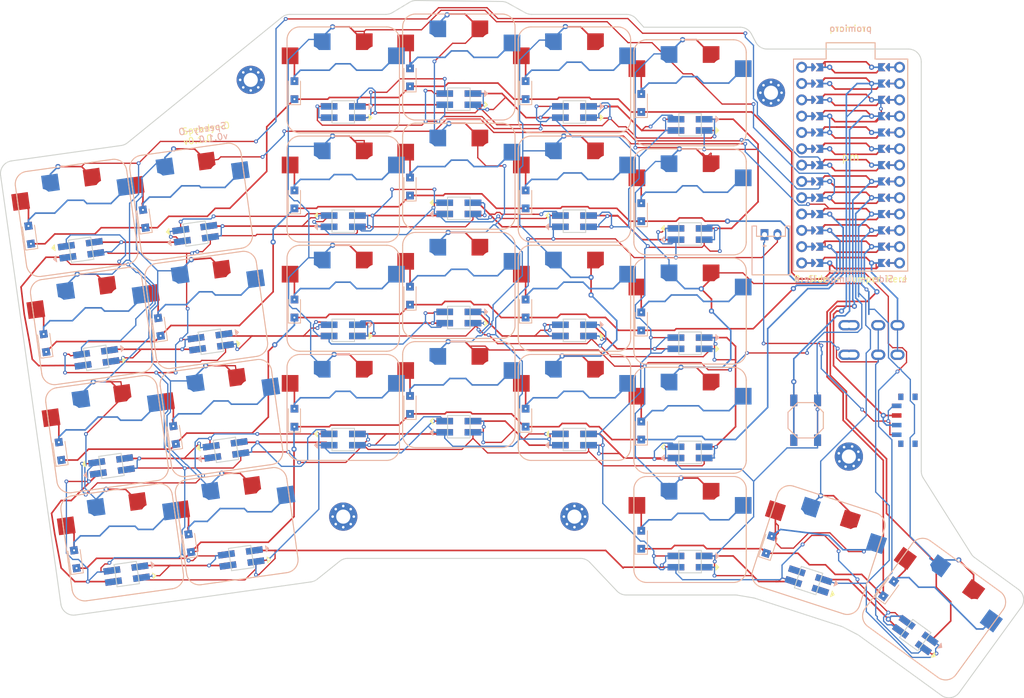
<source format=kicad_pcb>
(kicad_pcb (version 20240108) (generator "pcbnew") (generator_version "8.0")
  (title_block (title "speedy-o") (rev "v1.0.0") (company "Unknown"))
  (layers (0 "F.Cu" signal) (31 "B.Cu" signal) (34 "B.Paste" user) (35 "F.Paste" user) (36 "B.SilkS" user "B.Silkscreen") (37 "F.SilkS" user "F.Silkscreen") (38 "B.Mask" user) (39 "F.Mask" user) (44 "Edge.Cuts" user))
  (net 0 "")
  (net 1 "rgb_main_outer_bottom")
  (net 2 "rgb_main_outer_home")
  (net 3 "VCC")
  (net 4 "GND")
  (net 5 "rgb_main_pinky_home")
  (net 6 "rgb_main_outer_top")
  (net 7 "rgb_main_outer_num")
  (net 8 "rgb_main_pinky_num")
  (net 9 "rgb_main_pinky_bottom")
  (net 10 "rgb_main_ring_bottom")
  (net 11 "rgb_main_pinky_top")
  (net 12 "rgb_main_ring_top")
  (net 13 "rgb_main_middle_bottom")
  (net 14 "rgb_main_ring_home")
  (net 15 "rgb_main_middle_top")
  (net 16 "rgb_main_ring_num")
  (net 17 "rgb_main_index_bottom")
  (net 18 "rgb_main_middle_home")
  (net 19 "rgb_main_index_top")
  (net 20 "rgb_main_middle_num")
  (net 21 "rgb_main_inner_bottom")
  (net 22 "rgb_main_index_home")
  (net 23 "rgb_main_inner_top")
  (net 24 "rgb_main_index_num")
  (net 25 "rgb_main_inner_home")
  (net 26 "rgb_main_inner_num")
  (net 27 "rgb_thumb_outer_home")
  (net 28 "rgb_thumb_home_home")
  (net 29 "P9")
  (net 30 "main_outer_bottom")
  (net 31 "P6")
  (net 32 "main_outer_home")
  (net 33 "P7")
  (net 34 "main_outer_top")
  (net 35 "P8")
  (net 36 "main_outer_num")
  (net 37 "main_pinky_bottom")
  (net 38 "main_pinky_home")
  (net 39 "main_pinky_top")
  (net 40 "main_pinky_num")
  (net 41 "main_ring_bottom")
  (net 42 "main_ring_home")
  (net 43 "main_ring_top")
  (net 44 "main_ring_num")
  (net 45 "main_middle_bottom")
  (net 46 "main_middle_home")
  (net 47 "main_middle_top")
  (net 48 "main_middle_num")
  (net 49 "main_index_bottom")
  (net 50 "main_index_home")
  (net 51 "main_index_top")
  (net 52 "main_index_num")
  (net 53 "main_inner_bottom")
  (net 54 "main_inner_home")
  (net 55 "main_inner_top")
  (net 56 "main_inner_num")
  (net 57 "thumb_outer_home")
  (net 58 "P16")
  (net 59 "thumb_home_home")
  (net 60 "thumb_inner_home")
  (net 61 "P3")
  (net 62 "P4")
  (net 63 "P5")
  (net 64 "P18")
  (net 65 "P15")
  (net 66 "P14")
  (net 67 "P1")
  (net 68 "P0")
  (net 69 "P2")
  (net 70 "P21")
  (net 71 "P20")
  (net 72 "P19")
  (net 73 "P10")
  (net 74 "RAW")
  (net 75 "B+")
  (net 76 "B-")
  (net 77 "RST")
  (net 78 "_1_0")
  (net 79 "_1_25")
  (net 80 "_1_1")
  (net 81 "_1_24")
  (net 82 "_1_2")
  (net 83 "_1_23")
  (net 84 "_1_3")
  (net 85 "_1_22")
  (net 86 "_1_4")
  (net 87 "_1_21")
  (net 88 "_1_5")
  (net 89 "_1_20")
  (net 90 "_1_6")
  (net 91 "_1_19")
  (net 92 "_1_7")
  (net 93 "_1_18")
  (net 94 "_1_8")
  (net 95 "_1_17")
  (net 96 "_1_9")
  (net 97 "_1_16")
  (net 98 "_1_10")
  (net 99 "_1_15")
  (net 100 "_1_11")
  (net 101 "_1_14")
  (net 102 "_1_12")
  (net 103 "_1_13")
  (net 104 "pos")
  (footprint "E73:SW_TACT_ALPS_SKQGABE010" (layer "F.Cu") (at 206.4131 131.0063 -90)
    (property "Reference" "B1" (hide yes))
    (property "Value" "" (hide yes))
  )
  (footprint "PG1350" (layer "F.Cu") (at 97.6341 133.1654 8)
    (property "Reference" "S2" (hide yes))
    (property "Value" "" (hide yes))
  )
  (footprint "PG1350" (layer "F.Cu") (at 95.2681 116.3309 8)
    (property "Reference" "S3" (hide yes))
    (property "Value" "" (hide yes))
  )
  (footprint "Diode_SMD:Nexperia_CFP3_SOD-123W" (layer "F.Cu") (at 144.8131 128.6063 90)
    (property "Reference" "D13" (hide yes))
    (property "Value" "Nexperia_CFP3_SOD-123W" (hide yes))
  )
  (footprint "WS2812B" (layer "F.Cu") (at 134.4131 83.0063)
    (property "Reference" "LED12" (hide yes))
    (property "Value" "" (hide yes))
    (fp_line (start -1.75 -1.75) (end -1.75 1.75) (stroke (width 0.15)) (layer "Edge.Cuts"))
    (fp_line (start -1.75 1.75) (end 1.75 1.75) (stroke (width 0.15)) (layer "Edge.Cuts"))
    (fp_line (start 1.75 -1.75) (end -1.75 -1.75) (stroke (width 0.15)) (layer "Edge.Cuts"))
    (fp_line (start 1.75 1.75) (end 1.75 -1.75) (stroke (width 0.15)) (layer "Edge.Cuts"))
  )
  (footprint "WS2812B" (layer "F.Cu") (at 98.3299 138.1168 -172)
    (property "Reference" "LED2" (hide yes))
    (property "Value" "" (hide yes))
    (fp_line (start 1.75 1.75) (end 1.75 -1.75) (stroke (width 0.15)) (layer "Edge.Cuts"))
    (fp_line (start 1.75 -1.75) (end -1.75 -1.75) (stroke (width 0.15)) (layer "Edge.Cuts"))
    (fp_line (start -1.75 1.75) (end 1.75 1.75) (stroke (width 0.15)) (layer "Edge.Cuts"))
    (fp_line (start -1.75 -1.75) (end -1.75 1.75) (stroke (width 0.15)) (layer "Edge.Cuts"))
  )
  (footprint "PG1350" (layer "F.Cu") (at 170.4131 95.0063)
    (property "Reference" "S19" (hide yes))
    (property "Value" "" (hide yes))
  )
  (footprint "PG1350" (layer "F.Cu") (at 100 150 8)
    (property "Reference" "S1" (hide yes))
    (property "Value" "" (hide yes))
  )
  (footprint "WS2812B" (layer "F.Cu") (at 188.4131 102.0063 180)
    (property "Reference" "LED23" (hide yes))
    (property "Value" "" (hide yes))
    (fp_line (start 1.75 1.75) (end 1.75 -1.75) (stroke (width 0.15)) (layer "Edge.Cuts"))
    (fp_line (start 1.75 -1.75) (end -1.75 -1.75) (stroke (width 0.15)) (layer "Edge.Cuts"))
    (fp_line (start -1.75 1.75) (end 1.75 1.75) (stroke (width 0.15)) (layer "Edge.Cuts"))
    (fp_line (start -1.75 -1.75) (end -1.75 1.75) (stroke (width 0.15)) (layer "Edge.Cuts"))
  )
  (footprint "PG1350" (layer "F.Cu") (at 188.4131 80.0063)
    (property "Reference" "S24" (hide yes))
    (property "Value" "" (hide yes))
  )
  (footprint "WS2812B" (layer "F.Cu") (at 170.4131 100.0063 180)
    (property "Reference" "LED19" (hide yes))
    (property "Value" "" (hide yes))
    (fp_line (start 1.75 1.75) (end 1.75 -1.75) (stroke (width 0.15)) (layer "Edge.Cuts"))
    (fp_line (start 1.75 -1.75) (end -1.75 -1.75) (stroke (width 0.15)) (layer "Edge.Cuts"))
    (fp_line (start -1.75 1.75) (end 1.75 1.75) (stroke (width 0.15)) (layer "Edge.Cuts"))
    (fp_line (start -1.75 -1.75) (end -1.75 1.75) (stroke (width 0.15)) (layer "Edge.Cuts"))
  )
  (footprint "WS2812B" (layer "F.Cu") (at 152.4131 81.0063)
    (property "Reference" "LED16" (hide yes))
    (property "Value" "" (hide yes))
    (fp_line (start -1.75 -1.75) (end -1.75 1.75) (stroke (width 0.15)) (layer "Edge.Cuts"))
    (fp_line (start -1.75 1.75) (end 1.75 1.75) (stroke (width 0.15)) (layer "Edge.Cuts"))
    (fp_line (start 1.75 -1.75) (end -1.75 -1.75) (stroke (width 0.15)) (layer "Edge.Cuts"))
    (fp_line (start 1.75 1.75) (end 1.75 -1.75) (stroke (width 0.15)) (layer "Edge.Cuts"))
  )
  (footprint "MountingHole_2.2mm_M2_Pad_Via" (layer "F.Cu") (at 170.4131 146.0063)
    (property "Reference" "_4" (hide yes))
    (property "Value" "")
  )
  (footprint "PG1350" (layer "F.Cu") (at 188.4131 97.0063)
    (property "Reference" "S23" (hide yes))
    (property "Value" "" (hide yes))
  )
  (footprint "Diode_SMD:Nexperia_CFP3_SOD-123W" (layer "F.Cu") (at 144.8131 94.6063 90)
    (property "Reference" "D15" (hide yes))
    (property "Value" "Nexperia_CFP3_SOD-123W" (hide yes))
  )
  (footprint "Diode_SMD:Nexperia_CFP3_SOD-123W" (layer "F.Cu") (at 110.5215 150.137 98)
    (property "Reference" "D5" (hide yes))
    (property "Value" "Nexperia_CFP3_SOD-123W" (hide yes))
  )
  (footprint "WS2812B" (layer "F.Cu") (at 223.4742 164.4514 -36)
    (property "Reference" "LED27" (hide yes))
    (property "Value" "" (hide yes))
    (fp_line (start -1.75 1.75) (end 1.75 1.75) (stroke (width 0.15)) (layer "Edge.Cuts"))
    (fp_line (start -1.75 -1.75) (end -1.75 1.75) (stroke (width 0.15)) (layer "Edge.Cuts"))
    (fp_line (start 1.75 1.75) (end 1.75 -1.75) (stroke (width 0.15)) (layer "Edge.Cuts"))
    (fp_line (start 1.75 -1.75) (end -1.75 -1.75) (stroke (width 0.15)) (layer "Edge.Cuts"))
  )
  (footprint "Diode_SMD:Nexperia_CFP3_SOD-123W" (layer "F.Cu") (at 92.6966 152.6421 98)
    (property "Reference" "D1" (hide yes))
    (property "Value" "Nexperia_CFP3_SOD-123W" (hide yes))
  )
  (footprint "PG1350" (layer "F.Cu") (at 110.727 96.9912 8)
    (property "Reference" "S8" (hide yes))
    (property "Value" "" (hide yes))
  )
  (footprint "Diode_SMD:Nexperia_CFP3_SOD-123W" (layer "F.Cu") (at 126.8131 130.6063 90)
    (property "Reference" "D9" (hide yes))
    (property "Value" "Nexperia_CFP3_SOD-123W" (hide yes))
  )
  (footprint "Diode_SMD:Nexperia_CFP3_SOD-123W" (layer "F.Cu") (at 162.8131 79.6063 90)
    (property "Reference" "D20" (hide yes))
    (property "Value" "Nexperia_CFP3_SOD-123W" (hide yes))
  )
  (footprint "WS2812B" (layer "F.Cu") (at 113.7888 118.7771 8)
    (property "Reference" "LED7" (hide yes))
    (property "Value" "" (hide yes))
    (fp_line (start -1.75 -1.75) (end -1.75 1.75) (stroke (width 0.15)) (layer "Edge.Cuts"))
    (fp_line (start -1.75 1.75) (end 1.75 1.75) (stroke (width 0.15)) (layer "Edge.Cuts"))
    (fp_line (start 1.75 -1.75) (end -1.75 -1.75) (stroke (width 0.15)) (layer "Edge.Cuts"))
    (fp_line (start 1.75 1.75) (end 1.75 -1.75) (stroke (width 0.15)) (layer "Edge.Cuts"))
  )
  (footprint "Diode_SMD:Nexperia_CFP3_SOD-123W" (layer "F.Cu") (at 180.8131 132.6063 90)
    (property "Reference" "D21" (hide yes))
    (property "Value" "Nexperia_CFP3_SOD-123W" (hide yes))
  )
  (footprint "TRRS-PJ-320A-dual" (layer "F.Cu") (at 223.9131 120.8063 -90)
    (property "Reference" "TRRS1" (hide yes))
    (property "Value" "TRRS-PJ-320A-dual" (hide yes))
  )
  (footprint "PG1350" (layer "F.Cu") (at 134.4131 129.0063)
    (property "Reference" "S9" (hide yes))
    (property "Value" "" (hide yes))
  )
  (footprint "PG1350" (layer "F.Cu") (at 152.4131 127.0063)
    (property "Reference" "S13" (hide yes))
    (property "Value" "" (hide yes))
  )
  (footprint "WS2812B" (layer "F.Cu") (at 134.4131 117.0063)
    (property "Reference" "LED10" (hide yes))
    (property "Value" "" (hide yes))
    (fp_line (start -1.75 -1.75) (end -1.75 1.75) (stroke (width 0.15)) (layer "Edge.Cuts"))
    (fp_line (start -1.75 1.75) (end 1.75 1.75) (stroke (width 0.15)) (layer "Edge.Cuts"))
    (fp_line (start 1.75 -1.75) (end -1.75 -1.75) (stroke (width 0.15)) (layer "Edge.Cuts"))
    (fp_line (start 1.75 1.75) (end 1.75 -1.75) (stroke (width 0.15)) (layer "Edge.Cuts"))
  )
  (footprint "WS2812B" (layer "F.Cu") (at 93.598 104.4477 -172)
    (property "Reference" "LED4" (hide yes))
    (property "Value" "" (hide yes))
    (fp_line (start 1.75 1.75) (end 1.75 -1.75) (stroke (width 0.15)) (layer "Edge.Cuts"))
    (fp_line (start 1.75 -1.75) (end -1.75 -1.75) (stroke (width 0.15)) (layer "Edge.Cuts"))
    (fp_line (start -1.75 1.75) (end 1.75 1.75) (stroke (width 0.15)) (layer "Edge.Cuts"))
    (fp_line (start -1.75 -1.75) (end -1.75 1.75) (stroke (width 0.15)) (layer "Edge.Cuts"))
  )
  (footprint "PG1350" (layer "F.Cu") (at 226.4131 160.4063 -36)
    (property "Reference" "S27" (hide yes))
    (property "Value" "" (hide yes))
  )
  (footprint "WS2812B" (layer "F.Cu") (at 188.4131 136.0063 180)
    (property "Reference" "LED21" (hide yes))
    (property "Value" "" (hide yes))
    (fp_line (start 1.75 1.75) (end 1.75 -1.75) (stroke (width 0.15)) (layer "Edge.Cuts"))
    (fp_line (start 1.75 -1.75) (end -1.75 -1.75) (stroke (width 0.15)) (layer "Edge.Cuts"))
    (fp_line (start -1.75 1.75) (end 1.75 1.75) (stroke (width 0.15)) (layer "Edge.Cuts"))
    (fp_line (start -1.75 -1.75) (end -1.75 1.75) (stroke (width 0.15)) (layer "Edge.Cuts"))
  )
  (footprint "Diode_SMD:Nexperia_CFP3_SOD-123W" (layer "F.Cu") (at 126.8131 113.6063 90)
    (property "Reference" "D10" (hide yes))
    (property "Value" "Nexperia_CFP3_SOD-123W" (hide yes))
  )
  (footprint "Diode_SMD:Nexperia_CFP3_SOD-123W" (layer "F.Cu") (at 180.8131 149.6063 90)
    (property "Reference" "D25" (hide yes))
    (property "Value" "Nexperia_CFP3_SOD-123W" (hide yes))
  )
  (footprint "WS2812B" (layer "F.Cu") (at 188.4131 153.0063)
    (property "Reference" "LED25" (hide yes))
    (property "Value" "" (hide yes))
    (fp_line (start -1.75 -1.75) (end -1.75 1.75) (stroke (width 0.15)) (layer "Edge.Cuts"))
    (fp_line (start -1.75 1.75) (end 1.75 1.75) (stroke (width 0.15)) (layer "Edge.Cuts"))
    (fp_line (start 1.75 -1.75) (end -1.75 -1.75) (stroke (width 0.15)) (layer "Edge.Cuts"))
    (fp_line (start 1.75 1.75) (end 1.75 -1.75) (stroke (width 0.15)) (layer "Edge.Cuts"))
  )
  (footprint "PG1350" (layer "F.Cu") (at 113.0929 113.8258 8)
    (property "Reference" "S7" (hide yes))
    (property "Value" "" (hide yes))
  )
  (footprint "PG1350" (layer "F.Cu") (at 188.4131 114.0063)
    (property "Reference" "S22" (hide yes))
    (property "Value" "" (hide yes))
  )
  (footprint "Diode_SMD:Nexperia_CFP3_SOD-123W" (layer "F.Cu") (at 103.4236 99.6334 98)
    (property "Reference" "D8" (hide yes))
    (property "Value" "Nexperia_CFP3_SOD-123W" (hide yes))
  )
  (footprint "PG1350" (layer "F.Cu") (at 134.4131 112.0063)
    (property "Reference" "S10" (hide yes))
    (property "Value" "" (hide yes))
  )
  (footprint "PG1350" (layer "F.Cu") (at 188.4131 148.0063)
    (property "Reference" "S25" (hide yes))
    (property "Value" "" (hide yes))
  )
  (footprint "WS2812B" (layer "F.Cu") (at 152.4131 115.0063)
    (property "Reference" "LED14" (hide yes))
    (property "Value" "" (hide yes))
    (fp_line (start -1.75 -1.75) (end -1.75 1.75) (stroke (width 0.15)) (layer "Edge.Cuts"))
    (fp_line (start -1.75 1.75) (end 1.75 1.75) (stroke (width 0.15)) (layer "Edge.Cuts"))
    (fp_line (start 1.75 -1.75) (end -1.75 -1.75) (stroke (width 0.15)) (layer "Edge.Cuts"))
    (fp_line (start 1.75 1.75) (end 1.75 -1.75) (stroke (width 0.15)) (layer "Edge.Cuts"))
  )
  (footprint "Diode_SMD:Nexperia_CFP3_SOD-123W" (layer "F.Cu") (at 87.9648 118.973 98)
    (property "Reference" "D3" (hide yes))
    (property "Value" "Nexperia_CFP3_SOD-123W" (hide yes))
  )
  (footprint "Diode_SMD:Nexperia_CFP3_SOD-123W" (layer "F.Cu") (at 180.8131 81.6063 90)
    (property "Reference" "D24" (hide yes))
    (property "Value" "Nexperia_CFP3_SOD-123W" (hide yes))
  )
  (footprint "MountingHole_2.2mm_M2_Pad_Via" (layer "F.Cu") (at 120.0131 78.0063)
    (property "Reference" "_2" (hide yes))
    (property "Value" "")
  )
  (footprint "WS2812B" (layer "F.Cu") (at 152.4131 132.0063 180)
    (property "Reference" "LED13" (hide yes))
    (property "Value" "" (hide yes))
    (fp_line (start 1.75 1.75) (end 1.75 -1.75) (stroke (width 0.15)) (layer "Edge.Cuts"))
    (fp_line (start 1.75 -1.75) (end -1.75 -1.75) (stroke (width 0.15)) (layer "Edge.Cuts"))
    (fp_line (start -1.75 1.75) (end 1.75 1.75) (stroke (width 0.15)) (layer "Edge.Cuts"))
    (fp_line (start -1.75 -1.75) (end -1.75 1.75) (stroke (width 0.15)) (layer "Edge.Cuts"))
  )
  (footprint "Diode_SMD:Nexperia_CFP3_SOD-123W" (layer "F.Cu") (at 144.8131 77.6063 90)
    (property "Reference" "D16" (hide yes))
    (property "Value" "Nexperia_CFP3_SOD-123W" (hide yes))
  )
  (footprint "PG1350" (layer "F.Cu") (at 117.8248 147.4949 8)
    (property "Reference" "S5" (hide yes))
    (property "Value" "" (hide yes))
  )
  (footprint "WS2812B" (layer "F.Cu") (at 188.4131 85.0063)
    (property "Reference" "LED24" (hide yes))
    (property "Value" "" (hide yes))
    (fp_line (start -1.75 -1.75) (end -1.75 1.75) (stroke (width 0.15)) (layer "Edge.Cuts"))
    (fp_line (start -1.75 1.75) (end 1.75 1.75) (stroke (width 0.15)) (layer "Edge.Cuts"))
    (fp_line (start 1.75 -1.75) (end -1.75 -1.75) (stroke (width 0.15)) (layer "Edge.Cuts"))
    (fp_line (start 1.75 1.75) (end 1.75 -1.75) (stroke (width 0.15)) (layer "Edge.Cuts"))
  )
  (footprint "MountingHole_2.2mm_M2_Pad_Via" (layer "F.Cu") (at 134.4131 146.0063)
    (property "Reference" "_3" (hide yes))
    (property "Value" "")
  )
  (footprint "Diode_SMD:Nexperia_CFP3_SOD-123W" (layer "F.Cu") (at 126.8131 96.6063 90)
    (property "Reference" "D11" (hide yes))
    (property "Value" "Nexperia_CFP3_SOD-123W" (hide yes))
  )
  (footprint "WS2812B" (layer "F.Cu") (at 111.4229 101.9426 -172)
    (property "Reference" "LED8" (hide yes))
    (property "Value" "" (hide yes))
    (fp_line (start 1.75 1.75) (end 1.75 -1.75) (stroke (width 0.15)) (layer "Edge.Cuts"))
    (fp_line (start 1.75 -1.75) (end -1.75 -1.75) (stroke (width 0.15)) (layer "Edge.Cuts"))
    (fp_line (start -1.75 1.75) (end 1.75 1.75) (stroke (width 0.15)) (layer "Edge.Cuts"))
    (fp_line (start -1.75 -1.75) (end -1.75 1.75) (stroke (width 0.15)) (layer "Edge.Cuts"))
  )
  (footprint "Diode_SMD:Nexperia_CFP3_SOD-123W" (layer "F.Cu") (at 144.8131 111.6063 90)
    (property "Reference" "D14" (hide yes))
    (property "Value" "Nexperia_CFP3_SOD-123W" (hide yes))
  )
  (footprint "WS2812B" (layer "F.Cu") (at 206.8681 155.9616 -18)
    (property "Reference" "LED26" (hide yes))
    (property "Value" "" (hide yes))
    (fp_line (start -1.75 1.75) (end 1.75 1.75) (stroke (width 0.15)) (layer "Edge.Cuts"))
    (fp_line (start -1.75 -1.75) (end -1.75 1.75) (stroke (width 0.15)) (layer "Edge.Cuts"))
    (fp_line (start 1.75 1.75) (end 1.75 -1.75) (stroke (width 0.15)) (layer "Edge.Cuts"))
    (fp_line (start 1.75 -1.75) (end -1.75 -1.75) (stroke (width 0.15)) (layer "Edge.Cuts"))
  )
  (footprint "PG1350" (layer "F.Cu") (at 134.4131 78.0063)
    (property "Reference" "S12" (hide yes))
    (property "Value" "" (hide yes))
  )
  (footprint "MountingHole_2.2mm_M2_Pad_Via" (layer "F.Cu") (at 201.0131 80.0063)
    (property "Reference" "_6" (hide yes))
    (property "Value" "")
  )
  (footprint "PG1350" (layer "F.Cu") (at 208.4131 151.2063 -18)
    (property "Reference" "S26" (hide yes))
    (property "Value" "" (hide yes))
  )
  (footprint "PG1350" (layer "F.Cu") (at 170.4131 112.0063)
    (property "Reference" "S18" (hide yes))
    (property "Value" "" (hide yes))
  )
  (footprint "WS2812B" (layer "F.Cu") (at 170.4131 83.0063)
    (property "Reference" "LED20" (hide yes))
    (property "Value" "" (hide yes))
    (fp_line (start -1.75 -1.75) (end -1.75 1.75) (stroke (width 0.15)) (layer "Edge.Cuts"))
    (fp_line (start -1.75 1.75) (end 1.75 1.75) (stroke (width 0.15)) (layer "Edge.Cuts"))
    (fp_line (start 1.75 -1.75) (end -1.75 -1.75) (stroke (width 0.15)) (layer "Edge.Cuts"))
    (fp_line (start 1.75 1.75) (end 1.75 -1.75) (stroke (width 0.15)) (layer "Edge.Cuts"))
  )
  (footprint "WS2812B" (layer "F.Cu") (at 170.4131 117.0063)
    (property "Reference" "LED18" (hide yes))
    (property "Value" "" (hide yes))
    (fp_line (start -1.75 -1.75) (end -1.75 1.75) (stroke (width 0.15)) (layer "Edge.Cuts"))
    (fp_line (start -1.75 1.75) (end 1.75 1.75) (stroke (width 0.15)) (layer "Edge.Cuts"))
    (fp_line (start 1.75 -1.75) (end -1.75 -1.75) (stroke (width 0.15)) (layer "Edge.Cuts"))
    (fp_line (start 1.75 1.75) (end 1.75 -1.75) (stroke (width 0.15)) (layer "Edge.Cuts"))
  )
  (footprint "PG1350" (layer "F.Cu") (at 115.4589 130.6603 8)
    (property "Reference" "S6" (hide yes))
    (property "Value" "" (hide yes))
  )
  (footprint "JST_PH_S2B-PH-K_02x2.00mm_Angled" (layer "F.Cu") (at 201.0131 102.1063)
    (property "Reference" "JST1" (hide yes))
    (property "Value" "" (hide yes))
  )
  (footprint "PG1350" (layer "F.Cu") (at 188.4131 131.0063)
    (property "Reference" "S21" (hide yes))
    (property "Value" "" (hide yes))
  )
  (footprint "WS2812B" (layer "F.Cu") (at 188.4131 119.0063)
    (property "Reference" "LED22" (hide yes))
    (property "Value" "" (hide yes))
    (fp_line (start -1.75 -1.75) (end -1.75 1.75) (stroke (width 0.15)) (layer "Edge.Cuts"))
    (fp_line (start -1.75 1.75) (end 1.75 1.75) (stroke (width 0.15)) (layer "Edge.Cuts"))
    (fp_line (start 1.75 -1.75) (end -1.75 -1.75) (stroke (width 0.15)) (layer "Edge.Cuts"))
    (fp_line (start 1.75 1.75) (end 1.75 -1.75) (stroke (width 0.15)) (layer "Edge.Cuts"))
  )
  (footprint "Diode_SMD:Nexperia_CFP3_SOD-123W" (layer "F.Cu") (at 219.3242 157.2336 54)
    (property "Reference" "D27" (hide yes))
    (property "Value" "Nexperia_CFP3_SOD-123W" (hide yes))
  )
  (footprint "Diode_SMD:Nexperia_CFP3_SOD-123W" (layer "F.Cu") (at 162.8131 96.6063 90)
    (property "Reference" "D19" (hide yes))
    (property "Value" "Nexperia_CFP3_SOD-123W" (hide yes))
  )
  (footprint "ProMicro" (layer "F.Cu") (at 213.4131 90.0063)
    (property "Reference" "pm")
    (property "Value" "")
  )
  (footprint "Button_Switch_SMD:SW_SPDT_PCM12" (layer "F.Cu") (at 222.0131 131.0063 90)
    (property "Reference" "T1" (hide yes))
    (property "Value" "" (hide yes))
  )
  (footprint "JST_PH_S2B-PH-K_02x2.00mm_Angled" (layer "F.Cu") (at 201.0131 102.1063)
    (property "Reference" "JST2" (hide yes))
    (property "Value" "" (hide yes))
  )
  (footprint "WS2812B" (layer "F.Cu") (at 116.1547 135.6117 -172)
    (property "Reference" "LED6" (hide yes))
    (property "Value" "" (hide yes))
    (fp_line (start 1.75 1.75) (end 1.75 -1.75) (stroke (width 0.15)) (layer "Edge.Cuts"))
    (fp_line (start 1.75 -1.75) (end -1.75 -1.75) (stroke (width 0.15)) (layer "Edge.Cuts"))
    (fp_line (start -1.75 1.75) (end 1.75 1.75) (stroke (width 0.15)) (layer "Edge.Cuts"))
    (fp_line (start -1.75 -1.75) (end -1.75 1.75) (stroke (width 0.15)) (layer "Edge.Cuts"))
  )
  (footprint "MountingHole_2.2mm_M2_Pad_Via" (layer "F.Cu") (at 213.1411 136.6551 -18)
    (property "Reference" "_5" (hide yes))
    (property "Value" "")
  )
  (footprint "PG1350" (layer "F.Cu") (at 152.4131 93.0063)
    (property "Reference" "S15" (hide yes))
    (property "Value" "" (hide yes))
  )
  (footprint "WS2812B" (layer "F.Cu") (at 134.4131 100.0063 180)
    (property "Reference" "LED11" (hide yes))
    (property "Value" "" (hide yes))
    (fp_line (start 1.75 1.75) (end 1.75 -1.75) (stroke (width 0.15)) (layer "Edge.Cuts"))
    (fp_line (start 1.75 -1.75) (end -1.75 -1.75) (stroke (width 0.15)) (layer "Edge.Cuts"))
    (fp_line (start -1.75 1.75) (end 1.75 1.75) (stroke (width 0.15)) (layer "Edge.Cuts"))
    (fp_line (start -1.75 -1.75) (end -1.75 1.75) (stroke (width 0.15)) (layer "Edge.Cuts"))
  )
  (footprint "E73:SW_TACT_ALPS_SKQGABE010" (layer "F.Cu") (at 206.4131 131.0063 -90)
    (property "Reference" "B2" (hide yes))
    (property "Value" "" (hide yes))
  )
  (footprint "Diode_SMD:Nexperia_CFP3_SOD-123W" (layer "F.Cu") (at 108.1555 133.3025 98)
    (property "Reference" "D6" (hide yes))
    (property "Value" "Nexperia_CFP3_SOD-123W" (hide yes))
  )
  (footprint "Diode_SMD:Nexperia_CFP3_SOD-123W" (layer "F.Cu") (at 180.8131 98.6063 90)
    (property "Reference" "D23" (hide yes))
    (property "Value" "Nexperia_CFP3_SOD-123W" (hide yes))
  )
  (footprint "Diode_SMD:Nexperia_CFP3_SOD-123W" (layer "F.Cu") (at 180.8131 115.6063 90)
    (property "Reference" "D22" (hide yes))
    (property "Value" "Nexperia_CFP3_SOD-123W" (hide yes))
  )
  (footprint "Diode_SMD:Nexperia_CFP3_SOD-123W" (layer "F.Cu") (at 162.8131 113.6063 90)
    (property "Reference" "D18" (hide yes))
    (property "Value" "Nexperia_CFP3_SOD-123W" (hide yes))
  )
  (footprint "PG1350" (layer "F.Cu") (at 170.4131 129.0063)
    (property "Reference" "S17" (hide yes))
    (property "Value" "" (hide yes))
  )
  (footprint "Diode_SMD:Nexperia_CFP3_SOD-123W" (layer "F.Cu") (at 105.7896 116.4679 98)
    (property "Reference" "D7" (hide yes))
    (property "Value" "Nexperia_CFP3_SOD-123W" (hide yes))
  )
  (footprint "WS2812B" (layer "F.Cu") (at 152.4131 98.0063 180)
    (property "Reference" "LED15" (hide yes))
    (property "Value" "" (hide yes))
    (fp_line (start 1.75 1.75) (end 1.75 -1.75) (stroke (width 0.15)) (layer "Edge.Cuts"))
    (fp_line (start 1.75 -1.75) (end -1.75 -1.75) (stroke (width 0.15)) (layer "Edge.Cuts"))
    (fp_line (start -1.75 1.75) (end 1.75 1.75) (stroke (width 0.15)) (layer "Edge.Cuts"))
    (fp_line (start -1.75 -1.75) (end -1.75 1.75) (stroke (width 0.15)) (layer "Edge.Cuts"))
  )
  (footprint "Diode_SMD:Nexperia_CFP3_SOD-123W" (layer "F.Cu") (at 90.3307 135.8076 98)
    (property "Reference" "D2" (hide yes))
    (property "Value" "Nexperia_CFP3_SOD-123W" (hide yes))
  )
  (footprint "WS2812B" (layer "F.Cu") (at 170.4131 134.0063 180)
    (property "Reference" "LED17" (hide yes))
    (property "Value" "" (hide yes))
    (fp_line (start 1.75 1.75) (end 1.75 -1.75) (stroke (width 0.15)) (layer "Edge.Cuts"))
    (fp_line (start 1.75 -1.75) (end -1.75 -1.75) (stroke (width 0.15)) (layer "Edge.Cuts"))
    (fp_line (start -1.75 1.75) (end 1.75 1.75) (stroke (width 0.15)) (layer "Edge.Cuts"))
    (fp_line (start -1.75 -1.75) (end -1.75 1.75) (stroke (width 0.15)) (layer "Edge.Cuts"))
  )
  (footprint "Diode_SMD:Nexperia_CFP3_SOD-123W" (layer "F.Cu") (at 200.6907 150.3795 72)
    (property "Reference" "D26" (hide yes))
    (property "Value" "Nexperia_CFP3_SOD-123W" (hide yes))
  )
  (footprint "WS2812B" (layer "F.Cu") (at 95.964 121.2822 8)
    (property "Reference" "LED3" (hide yes))
    (property "Value" "" (hide yes))
    (fp_line (start -1.75 -1.75) (end -1.75 1.75) (stroke (width 0.15)) (layer "Edge.Cuts"))
    (fp_line (start -1.75 1.75) (end 1.75 1.75) (stroke (width 0.15)) (layer "Edge.Cuts"))
    (fp_line (start 1.75 -1.75) (end -1.75 -1.75) (stroke (width 0.15)) (layer "Edge.Cuts"))
    (fp_line (start 1.75 1.75) (end 1.75 -1.75) (stroke (width 0.15)) (layer "Edge.Cuts"))
  )
  (footprint "Diode_SMD:Nexperia_CFP3_SOD-123W" (layer "F.Cu") (at 126.8131 79.6063 90)
    (property "Reference" "D12" (hide yes))
    (property "Value" "Nexperia_CFP3_SOD-123W" (hide yes))
  )
  (footprint "PG1350" (layer "F.Cu") (at 152.4131 76.0063)
    (property "Reference" "S16" (hide yes))
    (property "Value" "" (hide yes))
  )
  (footprint "Diode_SMD:Nexperia_CFP3_SOD-123W" (layer "F.Cu") (at 162.8131 130.6063 90)
    (property "Reference" "D17" (hide yes))
    (property "Value" "Nexperia_CFP3_SOD-123W" (hide yes))
  )
  (footprint "PG1350" (layer "F.Cu") (at 92.9022 99.4963 8)
    (property "Reference" "S4" (hide yes))
    (property "Value" "" (hide yes))
  )
  (footprint "WS2812B" (layer "F.Cu") (at 118.5207 152.4462 8)
    (property "Reference" "LED5" (hide yes))
    (property "Value" "" (hide yes))
    (fp_line (start -1.75 -1.75) (end -1.75 1.75) (stroke (width 0.15)) (layer "Edge.Cuts"))
    (fp_line (start -1.75 1.75) (end 1.75 1.75) (stroke (width 0.15)) (layer "Edge.Cuts"))
    (fp_line (start 1.75 -1.75) (end -1.75 -1.75) (stroke (width 0.15)) (layer "Edge.Cuts"))
    (fp_line (start 1.75 1.75) (end 1.75 -1.75) (stroke (width 0.15)) (layer "Edge.Cuts"))
  )
  (footprint "Diode_SMD:Nexperia_CFP3_SOD-123W" (layer "F.Cu") (at 85.5988 102.1385 98)
    (property "Reference" "D4" (hide yes))
    (property "Value" "Nexperia_CFP3_SOD-123W" (hide yes))
  )
  (footprint "PG1350" (layer "F.Cu") (at 134.4131 95.0063)
    (property "Reference" "S11" (hide yes))
    (property "Value" "" (hide yes))
  )
  (footprint "WS2812B" (layer "F.Cu") (at 100.6959 154.9513 8)
    (property "Reference" "LED1" (hide yes))
    (property "Value" "" (hide yes))
    (fp_line (start -1.75 -1.75) (end -1.75 1.75) (stroke (width 0.15)) (layer "Edge.Cuts"))
    (fp_line (start -1.75 1.75) (end 1.75 1.75) (stroke (width 0.15)) (layer "Edge.Cuts"))
    (fp_line (start 1.75 -1.75) (end -1.75 -1.75) (stroke (width 0.15)) (layer "Edge.Cuts"))
    (fp_line (start 1.75 1.75) (end 1.75 -1.75) (stroke (width 0.15)) (layer "Edge.Cuts"))
  )
  (footprint "WS2812B" (layer "F.Cu") (at 134.4131 134.0063 180)
    (property "Reference" "LED9" (hide yes))
    (property "Value" "" (hide yes))
    (fp_line (start 1.75 1.75) (end 1.75 -1.75) (stroke (width 0.15)) (layer "Edge.Cuts"))
    (fp_line (start 1.75 -1.75) (end -1.75 -1.75) (stroke (width 0.15)) (layer "Edge.Cuts"))
    (fp_line (start -1.75 1.75) (end 1.75 1.75) (stroke (width 0.15)) (layer "Edge.Cuts"))
    (fp_line (start -1.75 -1.75) (end -1.75 1.75) (stroke (width 0.15)) (layer "Edge.Cuts"))
  )
  (footprint "PG1350" (layer "F.Cu") (at 152.4131 110.0063)
    (property "Reference" "S14" (hide yes))
    (property "Value" "" (hide yes))
  )
  (footprint "PG1350" (layer "F.Cu") (at 170.4131 78.0063)
    (property "Reference" "S20" (hide yes))
    (property "Value" "" (hide yes))
  )
  (gr_line (start 112.288694 156.604014) (end 125.657313 154.725177) (stroke (width 0.15)) (layer "B.SilkS"))
  (gr_line (start 123.360957 138.385754) (end 109.992338 140.264591) (stroke (width 0.15)) (layer "B.SilkS"))
  (gr_arc (start 216.103055 163.113146) (mid 215.303249 161.807981) (end 215.660592 160.319541) (stroke (width 0.15)) (layer "B.SilkS"))
  (gr_line (start 124.99356 135.631738) (end 123.253896 123.253387) (stroke (width 0.15)) (layer "B.SilkS"))
  (gr_line (start 195.163149 139.756306) (end 181.663149 139.756306) (stroke (width 0.15)) (layer "B.SilkS"))
  (gr_line (start 179.663149 141.756306) (end 179.663149 154.256306) (stroke (width 0.15)) (layer "B.SilkS"))
  (gr_line (start 145.663149 118.256306) (end 159.163149 118.256306) (stroke (width 0.15)) (layer "B.SilkS"))
  (gr_line (start 163.663149 86.256306) (end 177.163149 86.256306) (stroke (width 0.15)) (layer "B.SilkS"))
  (gr_arc (start 179.163149 135.256306) (mid 178.577363 136.67052) (end 177.163149 137.256306) (stroke (width 0.15)) (layer "B.SilkS"))
  (gr_line (start 179.663149 90.756306) (end 179.663149 103.256306) (stroke (width 0.15)) (layer "B.SilkS"))
  (gr_line (start 100.804246 107.221756) (end 87.435627 109.100592) (stroke (width 0.15)) (layer "B.SilkS"))
  (gr_line (start 127.663149 86.256306) (end 141.163149 86.256306) (stroke (width 0.15)) (layer "B.SilkS"))
  (gr_arc (start 107.556808 122.9349) (mid 106.074832 122.551635) (end 105.297926 121.23271) (stroke (width 0.15)) (layer "B.SilkS"))
  (gr_line (start 197.163149 103.256306) (end 197.163149 90.756306) (stroke (width 0.15)) (layer "B.SilkS"))
  (gr_arc (start 229.81839 170.605784) (mid 228.513225 171.40559) (end 227.024785 171.048247) (stroke (width 0.15)) (layer "B.SilkS"))
  (gr_line (start 107.556808 122.9349) (end 120.925427 121.056063) (stroke (width 0.15)) (layer "B.SilkS"))
  (gr_line (start 161.663149 71.756306) (end 161.663149 84.256306) (stroke (width 0.15)) (layer "B.SilkS"))
  (gr_arc (start 120.995014 121.551197) (mid 122.47699 121.934462) (end 123.253896 123.253387) (stroke (width 0.15)) (layer "B.SilkS"))
  (gr_line (start 125.663149 122.756306) (end 125.663149 135.256306) (stroke (width 0.15)) (layer "B.SilkS"))
  (gr_arc (start 214.803537 159.854308) (mid 213.809405 161.018287) (end 212.28339 161.138387) (stroke (width 0.15)) (layer "B.SilkS"))
  (gr_arc (start 159.163149 84.756306) (mid 160.577363 85.342092) (end 161.163149 86.756306) (stroke (width 0.15)) (layer "B.SilkS"))
  (gr_line (start 98.438303 90.387198) (end 85.069684 92.266035) (stroke (width 0.15)) (layer "B.SilkS"))
  (gr_arc (start 181.663149 122.256306) (mid 180.248935 121.67052) (end 179.663149 120.256306) (stroke (width 0.15)) (layer "B.SilkS"))
  (gr_arc (start 159.163149 67.756306) (mid 160.577363 68.342092) (end 161.163149 69.756306) (stroke (width 0.15)) (layer "B.SilkS"))
  (gr_arc (start 90.465323 145.02859) (mid 90.848588 143.546614) (end 92.167512 142.769707) (stroke (width 0.15)) (layer "B.SilkS"))
  (gr_arc (start 143.663149 103.756306) (mid 144.248935 102.342092) (end 145.663149 101.756306) (stroke (width 0.15)) (layer "B.SilkS"))
  (gr_arc (start 179.163149 118.256306) (mid 178.577363 119.67052) (end 177.163149 120.256306) (stroke (width 0.15)) (layer "B.SilkS"))
  (gr_line (start 141.163149 69.756306) (end 127.663149 69.756306) (stroke (width 0.15)) (layer "B.SilkS"))
  (gr_line (start 141.163149 86.756306) (end 127.663149 86.756306) (stroke (width 0.15)) (layer "B.SilkS"))
  (gr_arc (start 89.731984 125.440015) (mid 88.250008 125.05675) (end 87.473101 123.737826) (stroke (width 0.15)) (layer "B.SilkS"))
  (gr_line (start 125.663149 88.756306) (end 125.663149 101.256306) (stroke (width 0.15)) (layer "B.SilkS"))
  (gr_line (start 163.663149 103.256306) (end 177.163149 103.256306) (stroke (width 0.15)) (layer "B.SilkS"))
  (gr_arc (start 195.163149 88.756306) (mid 196.577363 89.342092) (end 197.163149 90.756306) (stroke (width 0.15)) (layer "B.SilkS"))
  (gr_arc (start 179.663149 107.756306) (mid 180.248935 106.342092) (end 181.663149 105.756306) (stroke (width 0.15)) (layer "B.SilkS"))
  (gr_line (start 179.663149 124.756306) (end 179.663149 137.256306) (stroke (width 0.15)) (layer "B.SilkS"))
  (gr_line (start 161.163149 99.256306) (end 161.163149 86.756306) (stroke (width 0.15)) (layer "B.SilkS"))
  (gr_line (start 163.663149 120.256306) (end 177.163149 120.256306) (stroke (width 0.15)) (layer "B.SilkS"))
  (gr_line (start 102.436849 104.467739) (end 100.697186 92.089388) (stroke (width 0.15)) (layer "B.SilkS"))
  (gr_arc (start 163.663149 103.256306) (mid 162.248935 102.67052) (end 161.663149 101.256306) (stroke (width 0.15)) (layer "B.SilkS"))
  (gr_arc (start 197.163149 103.256306) (mid 196.577363 104.67052) (end 195.163149 105.256306) (stroke (width 0.15)) (layer "B.SilkS"))
  (gr_line (start 195.163149 122.756306) (end 181.663149 122.756306) (stroke (width 0.15)) (layer "B.SilkS"))
  (gr_line (start 163.663149 137.256306) (end 177.163149 137.256306) (stroke (width 0.15)) (layer "B.SilkS"))
  (gr_line (start 107.168735 138.136854) (end 105.429071 125.758503) (stroke (width 0.15)) (layer "B.SilkS"))
  (gr_arc (start 159.163149 118.756306) (mid 160.577363 119.342092) (end 161.163149 120.756306) (stroke (width 0.15)) (layer "B.SilkS"))
  (gr_arc (start 124.99356 135.631738) (mid 124.610295 137.113714) (end 123.29137 137.89062) (stroke (width 0.15)) (layer "B.SilkS"))
  (gr_line (start 87.36604 108.605458) (end 100.734659 106.726622) (stroke (width 0.15)) (layer "B.SilkS"))
  (gr_line (start 179.663149 73.756306) (end 179.663149 86.256306) (stroke (width 0.15)) (layer "B.SilkS"))
  (gr_arc (start 120.261674 101.962623) (mid 119.878409 103.444599) (end 118.559485 104.221506) (stroke (width 0.15)) (layer "B.SilkS"))
  (gr_line (start 105.536131 140.89087) (end 92.167512 142.769707) (stroke (width 0.15)) (layer "B.SilkS"))
  (gr_arc (start 127.663149 137.256306) (mid 126.248935 136.67052) (end 125.663149 135.256306) (stroke (width 0.15)) (layer "B.SilkS"))
  (gr_arc (start 179.163149 101.256306) (mid 178.577363 102.67052) (end 177.163149 103.256306) (stroke (width 0.15)) (layer "B.SilkS"))
  (gr_line (start 159.163149 67.756306) (end 145.663149 67.756306) (stroke (width 0.15)) (layer "B.SilkS"))
  (gr_arc (start 127.663149 86.256306) (mid 126.248935 85.67052) (end 125.663149 84.256306) (stroke (width 0.15)) (layer "B.SilkS"))
  (gr_line (start 105.924205 125.688916) (end 107.663869 138.067267) (stroke (width 0.15)) (layer "B.SilkS"))
  (gr_line (start 177.163149 86.756306) (end 163.663149 86.756306) (stroke (width 0.15)) (layer "B.SilkS"))
  (gr_line (start 127.359503 152.466295) (end 125.619839 140.087944) (stroke (width 0.15)) (layer "B.SilkS"))
  (gr_line (start 88.09938 128.194032) (end 89.839044 140.572383) (stroke (width 0.15)) (layer "B.SilkS"))
  (gr_arc (start 102.43685 104.467739) (mid 102.053584 105.949716) (end 100.734659 106.726622) (stroke (width 0.15)) (layer "B.SilkS"))
  (gr_arc (start 236.723242 157.699466) (mid 237.523048 159.004631) (end 237.165705 160.493071) (stroke (width 0.15)) (layer "B.SilkS"))
  (gr_arc (start 223.007908 150.206829) (mid 224.313073 149.407023) (end 225.801513 149.764366) (stroke (width 0.15)) (layer "B.SilkS"))
  (gr_arc (start 105.924205 125.688916) (mid 106.30747 124.20694) (end 107.626395 123.430034) (stroke (width 0.15)) (layer "B.SilkS"))
  (gr_line (start 159.163149 84.756306) (end 145.663149 84.756306) (stroke (width 0.15)) (layer "B.SilkS"))
  (gr_arc (start 122.627617 118.797181) (mid 122.244352 120.279157) (end 120.925427 121.056063) (stroke (width 0.15)) (layer "B.SilkS"))
  (gr_line (start 181.663149 122.256306) (end 195.163149 122.256306) (stroke (width 0.15)) (layer "B.SilkS"))
  (gr_arc (start 161.663149 88.756306) (mid 162.248935 87.342092) (end 163.663149 86.756306) (stroke (width 0.15)) (layer "B.SilkS"))
  (gr_arc (start 195.163149 105.756306) (mid 196.577363 106.342092) (end 197.163149 107.756306) (stroke (width 0.15)) (layer "B.SilkS"))
  (gr_line (start 161.163149 133.256306) (end 161.163149 120.756306) (stroke (width 0.15)) (layer "B.SilkS"))
  (gr_arc (start 109.922751 139.769457) (mid 108.440775 139.386192) (end 107.663869 138.067267) (stroke (width 0.15)) (layer "B.SilkS"))
  (gr_arc (start 123.360957 138.385754) (mid 124.842933 138.769019) (end 125.619839 140.087944) (stroke (width 0.15)) (layer "B.SilkS"))
  (gr_arc (start 145.663149 84.256306) (mid 144.248935 83.67052) (end 143.663149 82.256306) (stroke (width 0.15)) (layer "B.SilkS"))
  (gr_line (start 159.163149 101.756306) (end 145.663149 101.756306) (stroke (width 0.15)) (layer "B.SilkS"))
  (gr_line (start 195.163149 105.756306) (end 181.663149 105.756306) (stroke (width 0.15)) (layer "B.SilkS"))
  (gr_line (start 145.663149 84.256306) (end 159.163149 84.256306) (stroke (width 0.15)) (layer "B.SilkS"))
  (gr_arc (start 195.163149 71.756306) (mid 196.577363 72.342092) (end 197.163149 73.756306) (stroke (width 0.15)) (layer "B.SilkS"))
  (gr_line (start 145.663149 135.256306) (end 159.163149 135.256306) (stroke (width 0.15)) (layer "B.SilkS"))
  (gr_line (start 109.534678 154.971411) (end 107.795014 142.59306) (stroke (width 0.15)) (layer "B.SilkS"))
  (gr_line (start 143.163149 84.256306) (end 143.163149 71.756306) (stroke (width 0.15)) (layer "B.SilkS"))
  (gr_arc (start 88.09938 128.194032) (mid 88.482645 126.712056) (end 89.80157 125.93515) (stroke (width 0.15)) (layer "B.SilkS"))
  (gr_line (start 94.463869 159.10913) (end 107.832488 157.230293) (stroke (width 0.15)) (layer "B.SilkS"))
  (gr_line (start 179.163149 101.256306) (end 179.163149 88.756306) (stroke (width 0.15)) (layer "B.SilkS"))
  (gr_line (start 143.163149 135.256306) (end 143.163149 122.756306) (stroke (width 0.15)) (layer "B.SilkS"))
  (gr_line (start 177.163149 69.756306) (end 163.663149 69.756306) (stroke (width 0.15)) (layer "B.SilkS"))
  (gr_arc (start 141.163149 69.756306) (mid 142.577363 70.342092) (end 143.163149 71.756306) (stroke (width 0.15)) (layer "B.SilkS"))
  (gr_arc (start 159.163149 101.756306) (mid 160.577363 102.342092) (end 161.163149 103.756306) (stroke (width 0.15)) (layer "B.SilkS"))
  (gr_line (start 179.163149 118.256306) (end 179.163149 105.756306) (stroke (width 0.15)) (layer "B.SilkS"))
  (gr_arc (start 83.367495 94.524918) (mid 83.75076 93.042942) (end 85.069684 92.266035) (stroke (width 0.15)) (layer "B.SilkS"))
  (gr_line (start 143.663149 86.756306) (end 143.663149 99.256306) (stroke (width 0.15)) (layer "B.SilkS"))
  (gr_line (start 141.163149 120.756306) (end 127.663149 120.756306) (stroke (width 0.15)) (layer "B.SilkS"))
  (gr_line (start 179.663149 107.756306) (end 179.663149 120.256306) (stroke (width 0.15)) (layer "B.SilkS"))
  (gr_arc (start 143.163149 135.256306) (mid 142.577363 136.67052) (end 141.163149 137.256306) (stroke (width 0.15)) (layer "B.SilkS"))
  (gr_line (start 143.163149 118.256306) (end 143.163149 105.756306) (stroke (width 0.15)) (layer "B.SilkS"))
  (gr_arc (start 179.663149 90.756306) (mid 180.248935 89.342092) (end 181.663149 88.756306) (stroke (width 0.15)) (layer "B.SilkS"))
  (gr_arc (start 100.804246 107.221756) (mid 102.286222 107.605021) (end 103.063128 108.923946) (stroke (width 0.15)) (layer "B.SilkS"))
  (gr_arc (start 125.663149 122.756306) (mid 126.248935 121.342092) (end 127.663149 120.756306) (stroke (width 0.15)) (layer "B.SilkS"))
  (gr_arc (start 141.163149 103.756306) (mid 142.577363 104.342092) (end 143.163149 105.756306) (stroke (width 0.15)) (layer "B.SilkS"))
  (gr_line (start 145.663149 101.256306) (end 159.163149 101.256306) (stroke (width 0.15)) (layer "B.SilkS"))
  (gr_line (start 118.629071 104.71664) (end 105.260452 106.595477) (stroke (width 0.15)) (layer "B.SilkS"))
  (gr_arc (start 177.163149 120.756306) (mid 178.577363 121.342092) (end 179.163149 122.756306) (stroke (width 0.15)) (layer "B.SilkS"))
  (gr_line (start 161.163149 116.256306) (end 161.163149 103.756306) (stroke (width 0.15)) (layer "B.SilkS"))
  (gr_line (start 197.163149 154.256306) (end 197.163149 141.756306) (stroke (width 0.15)) (layer "B.SilkS"))
  (gr_line (start 217.382171 145.445955) (end 204.542908 141.274225) (stroke (width 0.15)) (layer "B.SilkS"))
  (gr_arc (start 197.163149 120.256306) (mid 196.577363 121.67052) (end 195.163149 122.256306) (stroke (width 0.15)) (layer "B.SilkS"))
  (gr_line (start 127.663149 103.256306) (end 141.163149 103.256306) (stroke (width 0.15)) (layer "B.SilkS"))
  (gr_arc (start 163.663149 137.256306) (mid 162.248935 136.67052) (end 161.663149 135.256306) (stroke (width 0.15)) (layer "B.SilkS"))
  (gr_arc (start 125.663149 88.756306) (mid 126.248935 87.342092) (end 127.663149 86.756306) (stroke (width 0.15)) (layer "B.SilkS"))
  (gr_arc (start 105.190866 106.100342) (mid 103.70889 105.717077) (end 102.931983 104.398153) (stroke (width 0.15)) (layer "B.SilkS"))
  (gr_line (start 105.190866 106.100343) (end 118.559485 104.221506) (stroke (width 0.15)) (layer "B.SilkS"))
  (gr_line (start 216.103056 163.113146) (end 227.024785 171.048247) (stroke (width 0.15)) (layer "B.SilkS"))
  (gr_line (start 141.163149 103.756306) (end 127.663149 103.756306) (stroke (width 0.15)) (layer "B.SilkS"))
  (gr_arc (start 101.192319 92.019802) (mid 101.575585 90.537825) (end 102.89451 89.760919) (stroke (width 0.15)) (layer "B.SilkS"))
  (gr_arc (start 94.463868 159.10913) (mid 92.981892 158.725865) (end 92.204986 157.40694) (stroke (width 0.15)) (layer "B.SilkS"))
  (gr_arc (start 199.444127 156.966658) (mid 198.280148 155.972526) (end 198.160048 154.446511) (stroke (width 0.15)) (layer "B.SilkS"))
  (gr_line (start 125.663149 105.756306) (end 125.663149 118.256306) (stroke (width 0.15)) (layer "B.SilkS"))
  (gr_arc (start 161.163149 116.256306) (mid 160.577363 117.67052) (end 159.163149 118.256306) (stroke (width 0.15)) (layer "B.SilkS"))
  (gr_line (start 143.663149 103.756306) (end 143.663149 116.256306) (stroke (width 0.15)) (layer "B.SilkS"))
  (gr_arc (start 105.536132 140.89087) (mid 107.018108 141.274135) (end 107.795014 142.59306) (stroke (width 0.15)) (layer "B.SilkS"))
  (gr_arc (start 112.288694 156.604015) (mid 110.806717 156.220749) (end 110.029811 154.901824) (stroke (width 0.15)) (layer "B.SilkS"))
  (gr_arc (start 98.438303 90.387199) (mid 99.920279 90.770464) (end 100.697186 92.089388) (stroke (width 0.15)) (layer "B.SilkS"))
  (gr_arc (start 177.163149 103.756306) (mid 178.577363 104.342092) (end 179.163149 105.756306) (stroke (width 0.15)) (layer "B.SilkS"))
  (gr_arc (start 104.802792 121.302297) (mid 104.419527 122.784273) (end 103.100602 123.561179) (stroke (width 0.15)) (layer "B.SilkS"))
  (gr_arc (start 127.663149 120.256306) (mid 126.248935 119.67052) (end 125.663149 118.256306) (stroke (width 0.15)) (layer "B.SilkS"))
  (gr_arc (start 181.663149 105.256306) (mid 180.248935 104.67052) (end 179.663149 103.256306) (stroke (width 0.15)) (layer "B.SilkS"))
  (gr_arc (start 179.663149 141.756306) (mid 180.248935 140.342092) (end 181.663149 139.756306) (stroke (width 0.15)) (layer "B.SilkS"))
  (gr_line (start 143.663149 69.756306) (end 143.663149 82.256306) (stroke (width 0.15)) (layer "B.SilkS"))
  (gr_arc (start 161.663149 105.756306) (mid 162.248935 104.342092) (end 163.663149 103.756306) (stroke (width 0.15)) (layer "B.SilkS"))
  (gr_line (start 109.922751 139.769457) (end 123.29137 137.89062) (stroke (width 0.15)) (layer "B.SilkS"))
  (gr_line (start 83.367494 94.524918) (end 85.107158 106.903268) (stroke (width 0.15)) (layer "B.SilkS"))
  (gr_line (start 161.663149 122.756306) (end 161.663149 135.256306) (stroke (width 0.15)) (layer "B.SilkS"))
  (gr_line (start 181.663149 105.256306) (end 195.163149 105.256306) (stroke (width 0.15)) (layer "B.SilkS"))
  (gr_line (start 143.663149 120.756306) (end 143.663149 133.256306) (stroke (width 0.15)) (layer "B.SilkS"))
  (gr_arc (start 197.163149 86.256306) (mid 196.577363 87.67052) (end 195.163149 88.256306) (stroke (width 0.15)) (layer "B.SilkS"))
  (gr_arc (start 161.663149 71.756306) (mid 162.248935 70.342092) (end 163.663149 69.756306) (stroke (width 0.15)) (layer "B.SilkS"))
  (gr_arc (start 85.733436 111.359475) (mid 86.116702 109.877498) (end 87.435627 109.100592) (stroke (width 0.15)) (layer "B.SilkS"))
  (gr_line (start 195.163149 71.756306) (end 181.663149 71.756306) (stroke (width 0.15)) (layer "B.SilkS"))
  (gr_arc (start 103.170189 124.056313) (mid 104.652165 124.439578) (end 105.429071 125.758503) (stroke (width 0.15)) (layer "B.SilkS"))
  (gr_line (start 179.163149 135.256306) (end 179.163149 122.756306) (stroke (width 0.15)) (layer "B.SilkS"))
  (gr_arc (start 87.36604 108.605458) (mid 85.884064 108.222193) (end 85.107158 106.903268) (stroke (width 0.15)) (layer "B.SilkS"))
  (gr_line (start 127.663149 120.256306) (end 141.163149 120.256306) (stroke (width 0.15)) (layer "B.SilkS"))
  (gr_line (start 181.663149 88.256306) (end 195.163149 88.256306) (stroke (width 0.15)) (layer "B.SilkS"))
  (gr_arc (start 116.263129 87.882083) (mid 117.745105 88.265348) (end 118.522011 89.584273) (stroke (width 0.15)) (layer "B.SilkS"))
  (gr_line (start 181.663149 156.256306) (end 195.163149 156.256306) (stroke (width 0.15)) (layer "B.SilkS"))
  (gr_line (start 181.663149 139.256306) (end 195.163149 139.256306) (stroke (width 0.15)) (layer "B.SilkS"))
  (gr_arc (start 161.163149 133.256306) (mid 160.577363 134.67052) (end 159.163149 135.256306) (stroke (width 0.15)) (layer "B.SilkS"))
  (gr_line (start 143.163149 101.256306) (end 143.163149 88.756306) (stroke (width 0.15)) (layer "B.SilkS"))
  (gr_arc (start 103.558262 108.854359) (mid 103.941527 107.372383) (end 105.260452 106.595477) (stroke (width 0.15)) (layer "B.SilkS"))
  (gr_arc (start 92.097926 142.274573) (mid 90.61595 141.891308) (end 89.839044 140.572383) (stroke (width 0.15)) (layer "B.SilkS"))
  (gr_arc (start 195.163149 139.756306) (mid 196.577363 140.342092) (end 197.163149 141.756306) (stroke (width 0.15)) (layer "B.SilkS"))
  (gr_line (start 127.663149 137.256306) (end 141.163149 137.256306) (stroke (width 0.15)) (layer "B.SilkS"))
  (gr_line (start 120.261675 101.962623) (end 118.522011 89.584273) (stroke (width 0.15)) (layer "B.SilkS"))
  (gr_line (start 108.290148 142.523473) (end 110.029811 154.901824) (stroke (width 0.15)) (layer "B.SilkS"))
  (gr_line (start 85.733437 111.359475) (end 87.473101 123.737826) (stroke (width 0.15)) (layer "B.SilkS"))
  (gr_arc (start 197.163149 154.256306) (mid 196.577363 155.67052) (end 195.163149 156.256306) (stroke (width 0.15)) (layer "B.SilkS"))
  (gr_arc (start 163.663149 120.256306) (mid 162.248935 119.67052) (end 161.663149 118.256306) (stroke (width 0.15)) (layer "B.SilkS"))
  (gr_arc (start 179.163149 84.256306) (mid 178.577363 85.67052) (end 177.163149 86.256306) (stroke (width 0.15)) (layer "B.SilkS"))
  (gr_line (start 195.163149 88.756306) (end 181.663149 88.756306) (stroke (width 0.15)) (layer "B.SilkS"))
  (gr_line (start 236.723242 157.699467) (end 225.801513 149.764366) (stroke (width 0.15)) (layer "B.SilkS"))
  (gr_arc (start 145.663149 101.256306) (mid 144.248935 100.67052) (end 143.663149 99.256306) (stroke (width 0.15)) (layer "B.SilkS"))
  (gr_arc (start 125.663149 71.756306) (mid 126.248935 70.342092) (end 127.663149 69.756306) (stroke (width 0.15)) (layer "B.SilkS"))
  (gr_arc (start 161.663149 122.756306) (mid 162.248935 121.342092) (end 163.663149 120.756306) (stroke (width 0.15)) (layer "B.SilkS"))
  (gr_arc (start 125.663149 105.756306) (mid 126.248935 104.342092) (end 127.663149 103.756306) (stroke (width 0.15)) (layer "B.SilkS"))
  (gr_line (start 161.663149 88.756306) (end 161.663149 101.256306) (stroke (width 0.15)) (layer "B.SilkS"))
  (gr_arc (start 161.163149 82.256306) (mid 160.577363 83.67052) (end 159.163149 84.256306) (stroke (width 0.15)) (layer "B.SilkS"))
  (gr_line (start 197.163149 120.256306) (end 197.163149 107.756306) (stroke (width 0.15)) (layer "B.SilkS"))
  (gr_arc (start 161.163149 99.256306) (mid 160.577363 100.67052) (end 159.163149 101.256306) (stroke (width 0.15)) (layer "B.SilkS"))
  (gr_arc (start 141.163149 120.756306) (mid 142.577363 121.342092) (end 143.163149 122.756306) (stroke (width 0.15)) (layer "B.SilkS"))
  (gr_arc (start 179.663149 124.756306) (mid 180.248935 123.342092) (end 181.663149 122.756306) (stroke (width 0.15)) (layer "B.SilkS"))
  (gr_arc (start 141.163149 86.756306) (mid 142.577363 87.342092) (end 143.163149 88.756306) (stroke (width 0.15)) (layer "B.SilkS"))
  (gr_arc (start 181.663149 139.256306) (mid 180.248935 138.67052) (end 179.663149 137.256306) (stroke (width 0.15)) (layer "B.SilkS"))
  (gr_arc (start 143.163149 118.256306) (mid 142.577363 119.67052) (end 141.163149 120.256306) (stroke (width 0.15)) (layer "B.SilkS"))
  (gr_line (start 197.163149 86.256306) (end 197.163149 73.756306) (stroke (width 0.15)) (layer "B.SilkS"))
  (gr_line (start 103.170189 124.056313) (end 89.80157 125.93515) (stroke (width 0.15)) (layer "B.SilkS"))
  (gr_line (start 92.097926 142.274573) (end 105.466545 140.395736) (stroke (width 0.15)) (layer "B.SilkS"))
  (gr_line (start 101.19232 92.019802) (end 102.931983 104.398153) (stroke (width 0.15)) (layer "B.SilkS"))
  (gr_arc (start 181.663149 156.256306) (mid 180.248935 155.67052) (end 179.663149 154.256306) (stroke (width 0.15)) (layer "B.SilkS"))
  (gr_line (start 161.163149 82.256306) (end 161.163149 69.756306) (stroke (width 0.15)) (layer "B.SilkS"))
  (gr_arc (start 177.163149 69.756306) (mid 178.577363 70.342092) (end 179.163149 71.756306) (stroke (width 0.15)) (layer "B.SilkS"))
  (gr_line (start 89.731983 125.440016) (end 103.100602 123.561179) (stroke (width 0.15)) (layer "B.SilkS"))
  (gr_arc (start 127.359503 152.466295) (mid 126.976238 153.948271) (end 125.657313 154.725177) (stroke (width 0.15)) (layer "B.SilkS"))
  (gr_arc (start 202.022761 142.558304) (mid 203.016893 141.394325) (end 204.542908 141.274225) (stroke (width 0.15)) (layer "B.SilkS"))
  (gr_line (start 197.163149 137.256306) (end 197.163149 124.756306) (stroke (width 0.15)) (layer "B.SilkS"))
  (gr_line (start 214.803537 159.854308) (end 218.66625 147.966102) (stroke (width 0.15)) (layer "B.SilkS"))
  (gr_arc (start 143.163149 101.256306) (mid 142.577363 102.67052) (end 141.163149 103.256306) (stroke (width 0.15)) (layer "B.SilkS"))
  (gr_line (start 223.007908 150.206829) (end 215.660592 160.319541) (stroke (width 0.15)) (layer "B.SilkS"))
  (gr_arc (start 107.168735 138.136854) (mid 106.78547 139.61883) (end 105.466545 140.395736) (stroke (width 0.15)) (layer "B.SilkS"))
  (gr_arc (start 195.163149 122.756306) (mid 196.577363 123.342092) (end 197.163149 124.756306) (stroke (width 0.15)) (layer "B.SilkS"))
  (gr_arc (start 143.663149 69.756306) (mid 144.248935 68.342092) (end 145.663149 67.756306) (stroke (width 0.15)) (layer "B.SilkS"))
  (gr_arc (start 143.663149 86.756306) (mid 144.248935 85.342092) (end 145.663149 84.756306) (stroke (width 0.15)) (layer "B.SilkS"))
  (gr_arc (start 143.163149 84.256306) (mid 142.577363 85.67052) (end 141.163149 86.256306) (stroke (width 0.15)) (layer "B.SilkS"))
  (gr_line (start 125.663149 71.756306) (end 125.663149 84.256306) (stroke (width 0.15)) (layer "B.SilkS"))
  (gr_line (start 122.627617 118.797181) (end 120.887954 106.41883) (stroke (width 0.15)) (layer "B.SilkS"))
  (gr_line (start 161.663149 105.756306) (end 161.663149 118.256306) (stroke (width 0.15)) (layer "B.SilkS"))
  (gr_line (start 90.465322 145.028589) (end 92.204986 157.40694) (stroke (width 0.15)) (layer "B.SilkS"))
  (gr_arc (start 145.663149 135.256306) (mid 144.248935 134.67052) (end 143.663149 133.256306) (stroke (width 0.15)) (layer "B.SilkS"))
  (gr_line (start 199.444127 156.966658) (end 212.28339 161.138387) (stroke (width 0.15)) (layer "B.SilkS"))
  (gr_line (start 116.263129 87.882083) (end 102.89451 89.760919) (stroke (width 0.15)) (layer "B.SilkS"))
  (gr_arc (start 145.663149 118.256306) (mid 144.248935 117.67052) (end 143.663149 116.256306) (stroke (width 0.15)) (layer "B.SilkS"))
  (gr_line (start 177.163149 103.756306) (end 163.663149 103.756306) (stroke (width 0.15)) (layer "B.SilkS"))
  (gr_line (start 179.163149 84.256306) (end 179.163149 71.756306) (stroke (width 0.15)) (layer "B.SilkS"))
  (gr_line (start 177.163149 120.756306) (end 163.663149 120.756306) (stroke (width 0.15)) (layer "B.SilkS"))
  (gr_arc (start 179.663149 73.756306) (mid 180.248935 72.342092) (end 181.663149 71.756306) (stroke (width 0.15)) (layer "B.SilkS"))
  (gr_arc (start 217.382171 145.445955) (mid 218.54615 146.440087) (end 218.66625 147.966102) (stroke (width 0.15)) (layer "B.SilkS"))
  (gr_line (start 202.022761 142.558304) (end 198.160048 154.446511) (stroke (width 0.15)) (layer "B.SilkS"))
  (gr_arc (start 181.663149 88.256306) (mid 180.248935 87.67052) (end 179.663149 86.256306) (stroke (width 0.15)) (layer "B.SilkS"))
  (gr_arc (start 108.290148 142.523473) (mid 108.673413 141.041497) (end 109.992338 140.264591) (stroke (width 0.15)) (layer "B.SilkS"))
  (gr_line (start 120.995014 121.551197) (end 107.626395 123.430034) (stroke (width 0.15)) (layer "B.SilkS"))
  (gr_arc (start 143.663149 120.756306) (mid 144.248935 119.342092) (end 145.663149 118.756306) (stroke (width 0.15)) (layer "B.SilkS"))
  (gr_arc (start 163.663149 86.256306) (mid 162.248935 85.67052) (end 161.663149 84.256306) (stroke (width 0.15)) (layer "B.SilkS"))
  (gr_arc (start 177.163149 86.756306) (mid 178.577363 87.342092) (end 179.163149 88.756306) (stroke (width 0.15)) (layer "B.SilkS"))
  (gr_arc (start 197.163149 137.256306) (mid 196.577363 138.67052) (end 195.163149 139.256306) (stroke (width 0.15)) (layer "B.SilkS"))
  (gr_arc (start 109.534677 154.97141) (mid 109.151412 156.453386) (end 107.832488 157.230293) (stroke (width 0.15)) (layer "B.SilkS"))
  (gr_arc (start 118.629071 104.716639) (mid 120.111048 105.099905) (end 120.887954 106.41883) (stroke (width 0.15)) (layer "B.SilkS"))
  (gr_line (start 103.558262 108.854359) (end 105.297926 121.23271) (stroke (width 0.15)) (layer "B.SilkS"))
  (gr_arc (start 127.663149 103.256306) (mid 126.248935 102.67052) (end 125.663149 101.256306) (stroke (width 0.15)) (layer "B.SilkS"))
  (gr_line (start 229.81839 170.605783) (end 237.165705 160.493071) (stroke (width 0.15)) (layer "B.SilkS"))
  (gr_line (start 104.802792 121.302296) (end 103.063128 108.923946) (stroke (width 0.15)) (layer "B.SilkS"))
  (gr_line (start 159.163149 118.756306) (end 145.663149 118.756306) (stroke (width 0.15)) (layer "B.SilkS"))
  (gr_arc (start 223.007908 150.206829) (mid 224.313073 149.407023) (end 225.801513 149.764366) (stroke (width 0.15)) (layer "F.SilkS"))
  (gr_line (start 159.163149 101.756306) (end 145.663149 101.756306) (stroke (width 0.15)) (layer "F.SilkS"))
  (gr_arc (start 181.663149 156.256306) (mid 180.248935 155.67052) (end 179.663149 154.256306) (stroke (width 0.15)) (layer "F.SilkS"))
  (gr_line (start 145.663149 84.256306) (end 159.163149 84.256306) (stroke (width 0.15)) (layer "F.SilkS"))
  (gr_arc (start 179.163149 118.256306) (mid 178.577363 119.67052) (end 177.163149 120.256306) (stroke (width 0.15)) (layer "F.SilkS"))
  (gr_arc (start 159.163149 118.756306) (mid 160.577363 119.342092) (end 161.163149 120.756306) (stroke (width 0.15)) (layer "F.SilkS"))
  (gr_line (start 100.804246 107.221756) (end 87.435627 109.100592) (stroke (width 0.15)) (layer "F.SilkS"))
  (gr_arc (start 101.192319 92.019802) (mid 101.575585 90.537825) (end 102.89451 89.760919) (stroke (width 0.15)) (layer "F.SilkS"))
  (gr_line (start 141.163149 120.756306) (end 127.663149 120.756306) (stroke (width 0.15)) (layer "F.SilkS"))
  (gr_arc (start 145.663149 135.256306) (mid 144.248935 134.67052) (end 143.663149 133.256306) (stroke (width 0.15)) (layer "F.SilkS"))
  (gr_arc (start 109.922751 139.769457) (mid 108.440775 139.386192) (end 107.663869 138.067267) (stroke (width 0.15)) (layer "F.SilkS"))
  (gr_line (start 145.663149 135.256306) (end 159.163149 135.256306) (stroke (width 0.15)) (layer "F.SilkS"))
  (gr_line (start 143.163149 101.256306) (end 143.163149 88.756306) (stroke (width 0.15)) (layer "F.SilkS"))
  (gr_line (start 145.663149 101.256306) (end 159.163149 101.256306) (stroke (width 0.15)) (layer "F.SilkS"))
  (gr_arc (start 197.163149 137.256306) (mid 196.577363 138.67052) (end 195.163149 139.256306) (stroke (width 0.15)) (layer "F.SilkS"))
  (gr_arc (start 105.924205 125.688916) (mid 106.30747 124.20694) (end 107.626395 123.430034) (stroke (width 0.15)) (layer "F.SilkS"))
  (gr_line (start 109.922751 139.769457) (end 123.29137 137.89062) (stroke (width 0.15)) (layer "F.SilkS"))
  (gr_line (start 197.163149 86.256306) (end 197.163149 73.756306) (stroke (width 0.15)) (layer "F.SilkS"))
  (gr_arc (start 145.663149 101.256306) (mid 144.248935 100.67052) (end 143.663149 99.256306) (stroke (width 0.15)) (layer "F.SilkS"))
  (gr_line (start 94.463869 159.10913) (end 107.832488 157.230293) (stroke (width 0.15)) (layer "F.SilkS"))
  (gr_line (start 181.663149 88.256306) (end 195.163149 88.256306) (stroke (width 0.15)) (layer "F.SilkS"))
  (gr_line (start 161.163149 99.256306) (end 161.163149 86.756306) (stroke (width 0.15)) (layer "F.SilkS"))
  (gr_arc (start 98.438303 90.387199) (mid 99.920279 90.770464) (end 100.697186 92.089388) (stroke (width 0.15)) (layer "F.SilkS"))
  (gr_line (start 89.731983 125.440016) (end 103.100602 123.561179) (stroke (width 0.15)) (layer "F.SilkS"))
  (gr_arc (start 177.163149 120.756306) (mid 178.577363 121.342092) (end 179.163149 122.756306) (stroke (width 0.15)) (layer "F.SilkS"))
  (gr_arc (start 179.663149 107.756306) (mid 180.248935 106.342092) (end 181.663149 105.756306) (stroke (width 0.15)) (layer "F.SilkS"))
  (gr_line (start 107.168735 138.136854) (end 105.429071 125.758503) (stroke (width 0.15)) (layer "F.SilkS"))
  (gr_line (start 143.663149 86.756306) (end 143.663149 99.256306) (stroke (width 0.15)) (layer "F.SilkS"))
  (gr_line (start 83.367494 94.524918) (end 85.107158 106.903268) (stroke (width 0.15)) (layer "F.SilkS"))
  (gr_arc (start 127.663149 120.256306) (mid 126.248935 119.67052) (end 125.663149 118.256306) (stroke (width 0.15)) (layer "F.SilkS"))
  (gr_arc (start 141.163149 69.756306) (mid 142.577363 70.342092) (end 143.163149 71.756306) (stroke (width 0.15)) (layer "F.SilkS"))
  (gr_line (start 143.663149 103.756306) (end 143.663149 116.256306) (stroke (width 0.15)) (layer "F.SilkS"))
  (gr_line (start 92.097926 142.274573) (end 105.466545 140.395736) (stroke (width 0.15)) (layer "F.SilkS"))
  (gr_line (start 217.382171 145.445955) (end 204.542908 141.274225) (stroke (width 0.15)) (layer "F.SilkS"))
  (gr_arc (start 195.163149 105.756306) (mid 196.577363 106.342092) (end 197.163149 107.756306) (stroke (width 0.15)) (layer "F.SilkS"))
  (gr_line (start 197.163149 120.256306) (end 197.163149 107.756306) (stroke (width 0.15)) (layer "F.SilkS"))
  (gr_arc (start 181.663149 139.256306) (mid 180.248935 138.67052) (end 179.663149 137.256306) (stroke (width 0.15)) (layer "F.SilkS"))
  (gr_arc (start 214.803537 159.854308) (mid 213.809405 161.018287) (end 212.28339 161.138387) (stroke (width 0.15)) (layer "F.SilkS"))
  (gr_arc (start 107.168735 138.136854) (mid 106.78547 139.61883) (end 105.466545 140.395736) (stroke (width 0.15)) (layer "F.SilkS"))
  (gr_line (start 177.163149 69.756306) (end 163.663149 69.756306) (stroke (width 0.15)) (layer "F.SilkS"))
  (gr_line (start 161.163149 116.256306) (end 161.163149 103.756306) (stroke (width 0.15)) (layer "F.SilkS"))
  (gr_arc (start 143.663149 69.756306) (mid 144.248935 68.342092) (end 145.663149 67.756306) (stroke (width 0.15)) (layer "F.SilkS"))
  (gr_line (start 143.163149 118.256306) (end 143.163149 105.756306) (stroke (width 0.15)) (layer "F.SilkS"))
  (gr_arc (start 127.359503 152.466295) (mid 126.976238 153.948271) (end 125.657313 154.725177) (stroke (width 0.15)) (layer "F.SilkS"))
  (gr_arc (start 124.99356 135.631738) (mid 124.610295 137.113714) (end 123.29137 137.89062) (stroke (width 0.15)) (layer "F.SilkS"))
  (gr_line (start 118.629071 104.71664) (end 105.260452 106.595477) (stroke (width 0.15)) (layer "F.SilkS"))
  (gr_line (start 143.163149 135.256306) (end 143.163149 122.756306) (stroke (width 0.15)) (layer "F.SilkS"))
  (gr_line (start 179.663149 73.756306) (end 179.663149 86.256306) (stroke (width 0.15)) (layer "F.SilkS"))
  (gr_line (start 120.261675 101.962623) (end 118.522011 89.584273) (stroke (width 0.15)) (layer "F.SilkS"))
  (gr_line (start 163.663149 120.256306) (end 177.163149 120.256306) (stroke (width 0.15)) (layer "F.SilkS"))
  (gr_arc (start 197.163149 103.256306) (mid 196.577363 104.67052) (end 195.163149 105.256306) (stroke (width 0.15)) (layer "F.SilkS"))
  (gr_line (start 179.163149 101.256306) (end 179.163149 88.756306) (stroke (width 0.15)) (layer "F.SilkS"))
  (gr_line (start 159.163149 118.756306) (end 145.663149 118.756306) (stroke (width 0.15)) (layer "F.SilkS"))
  (gr_arc (start 145.663149 118.256306) (mid 144.248935 117.67052) (end 143.663149 116.256306) (stroke (width 0.15)) (layer "F.SilkS"))
  (gr_line (start 105.536131 140.89087) (end 92.167512 142.769707) (stroke (width 0.15)) (layer "F.SilkS"))
  (gr_line (start 102.436849 104.467739) (end 100.697186 92.089388) (stroke (width 0.15)) (layer "F.SilkS"))
  (gr_arc (start 161.163149 82.256306) (mid 160.577363 83.67052) (end 159.163149 84.256306) (stroke (width 0.15)) (layer "F.SilkS"))
  (gr_line (start 202.022761 142.558304) (end 198.160048 154.446511) (stroke (width 0.15)) (layer "F.SilkS"))
  (gr_line (start 195.163149 71.756306) (end 181.663149 71.756306) (stroke (width 0.15)) (layer "F.SilkS"))
  (gr_line (start 179.663149 141.756306) (end 179.663149 154.256306) (stroke (width 0.15)) (layer "F.SilkS"))
  (gr_arc (start 103.558262 108.854359) (mid 103.941527 107.372383) (end 105.260452 106.595477) (stroke (width 0.15)) (layer "F.SilkS"))
  (gr_arc (start 161.163149 116.256306) (mid 160.577363 117.67052) (end 159.163149 118.256306) (stroke (width 0.15)) (layer "F.SilkS"))
  (gr_line (start 229.81839 170.605783) (end 237.165705 160.493071) (stroke (width 0.15)) (layer "F.SilkS"))
  (gr_line (start 104.802792 121.302296) (end 103.063128 108.923946) (stroke (width 0.15)) (layer "F.SilkS"))
  (gr_arc (start 87.36604 108.605458) (mid 85.884064 108.222193) (end 85.107158 106.903268) (stroke (width 0.15)) (layer "F.SilkS"))
  (gr_line (start 90.465322 145.028589) (end 92.204986 157.40694) (stroke (width 0.15)) (layer "F.SilkS"))
  (gr_arc (start 103.170189 124.056313) (mid 104.652165 124.439578) (end 105.429071 125.758503) (stroke (width 0.15)) (layer "F.SilkS"))
  (gr_arc (start 163.663149 86.256306) (mid 162.248935 85.67052) (end 161.663149 84.256306) (stroke (width 0.15)) (layer "F.SilkS"))
  (gr_line (start 195.163149 139.756306) (end 181.663149 139.756306) (stroke (width 0.15)) (layer "F.SilkS"))
  (gr_arc (start 197.163149 120.256306) (mid 196.577363 121.67052) (end 195.163149 122.256306) (stroke (width 0.15)) (layer "F.SilkS"))
  (gr_line (start 161.663149 88.756306) (end 161.663149 101.256306) (stroke (width 0.15)) (layer "F.SilkS"))
  (gr_line (start 101.19232 92.019802) (end 102.931983 104.398153) (stroke (width 0.15)) (layer "F.SilkS"))
  (gr_arc (start 125.663149 105.756306) (mid 126.248935 104.342092) (end 127.663149 103.756306) (stroke (width 0.15)) (layer "F.SilkS"))
  (gr_line (start 145.663149 118.256306) (end 159.163149 118.256306) (stroke (width 0.15)) (layer "F.SilkS"))
  (gr_arc (start 195.163149 88.756306) (mid 196.577363 89.342092) (end 197.163149 90.756306) (stroke (width 0.15)) (layer "F.SilkS"))
  (gr_arc (start 120.261674 101.962623) (mid 119.878409 103.444599) (end 118.559485 104.221506) (stroke (width 0.15)) (layer "F.SilkS"))
  (gr_arc (start 179.663149 124.756306) (mid 180.248935 123.342092) (end 181.663149 122.756306) (stroke (width 0.15)) (layer "F.SilkS"))
  (gr_line (start 181.663149 105.256306) (end 195.163149 105.256306) (stroke (width 0.15)) (layer "F.SilkS"))
  (gr_arc (start 159.163149 101.756306) (mid 160.577363 102.342092) (end 161.163149 103.756306) (stroke (width 0.15)) (layer "F.SilkS"))
  (gr_arc (start 104.802792 121.302297) (mid 104.419527 122.784273) (end 103.100602 123.561179) (stroke (width 0.15)) (layer "F.SilkS"))
  (gr_arc (start 181.663149 122.256306) (mid 180.248935 121.67052) (end 179.663149 120.256306) (stroke (width 0.15)) (layer "F.SilkS"))
  (gr_line (start 127.663149 120.256306) (end 141.163149 120.256306) (stroke (width 0.15)) (layer "F.SilkS"))
  (gr_line (start 181.663149 122.256306) (end 195.163149 122.256306) (stroke (width 0.15)) (layer "F.SilkS"))
  (gr_line (start 179.663149 90.756306) (end 179.663149 103.256306) (stroke (width 0.15)) (layer "F.SilkS"))
  (gr_line (start 125.663149 88.756306) (end 125.663149 101.256306) (stroke (width 0.15)) (layer "F.SilkS"))
  (gr_line (start 123.360957 138.385754) (end 109.992338 140.264591) (stroke (width 0.15)) (layer "F.SilkS"))
  (gr_line (start 179.163149 118.256306) (end 179.163149 105.756306) (stroke (width 0.15)) (layer "F.SilkS"))
  (gr_line (start 108.290148 142.523473) (end 110.029811 154.901824) (stroke (width 0.15)) (layer "F.SilkS"))
  (gr_arc (start 177.163149 103.756306) (mid 178.577363 104.342092) (end 179.163149 105.756306) (stroke (width 0.15)) (layer "F.SilkS"))
  (gr_line (start 125.663149 105.756306) (end 125.663149 118.256306) (stroke (width 0.15)) (layer "F.SilkS"))
  (gr_line (start 122.627617 118.797181) (end 120.887954 106.41883) (stroke (width 0.15)) (layer "F.SilkS"))
  (gr_arc (start 195.163149 122.756306) (mid 196.577363 123.342092) (end 197.163149 124.756306) (stroke (width 0.15)) (layer "F.SilkS"))
  (gr_arc (start 141.163149 86.756306) (mid 142.577363 87.342092) (end 143.163149 88.756306) (stroke (width 0.15)) (layer "F.SilkS"))
  (gr_line (start 214.803537 159.854308) (end 218.66625 147.966102) (stroke (width 0.15)) (layer "F.SilkS"))
  (gr_line (start 125.663149 122.756306) (end 125.663149 135.256306) (stroke (width 0.15)) (layer "F.SilkS"))
  (gr_arc (start 118.629071 104.716639) (mid 120.111048 105.099905) (end 120.887954 106.41883) (stroke (width 0.15)) (layer "F.SilkS"))
  (gr_arc (start 179.663149 73.756306) (mid 180.248935 72.342092) (end 181.663149 71.756306) (stroke (width 0.15)) (layer "F.SilkS"))
  (gr_arc (start 127.663149 137.256306) (mid 126.248935 136.67052) (end 125.663149 135.256306) (stroke (width 0.15)) (layer "F.SilkS"))
  (gr_arc (start 216.103055 163.113146) (mid 215.303249 161.807981) (end 215.660592 160.319541) (stroke (width 0.15)) (layer "F.SilkS"))
  (gr_arc (start 163.663149 103.256306) (mid 162.248935 102.67052) (end 161.663149 101.256306) (stroke (width 0.15)) (layer "F.SilkS"))
  (gr_arc (start 202.022761 142.558304) (mid 203.016893 141.394325) (end 204.542908 141.274225) (stroke (width 0.15)) (layer "F.SilkS"))
  (gr_line (start 141.163149 69.756306) (end 127.663149 69.756306) (stroke (width 0.15)) (layer "F.SilkS"))
  (gr_line (start 199.444127 156.966658) (end 212.28339 161.138387) (stroke (width 0.15)) (layer "F.SilkS"))
  (gr_line (start 88.09938 128.194032) (end 89.839044 140.572383) (stroke (width 0.15)) (layer "F.SilkS"))
  (gr_arc (start 83.367495 94.524918) (mid 83.75076 93.042942) (end 85.069684 92.266035) (stroke (width 0.15)) (layer "F.SilkS"))
  (gr_line (start 177.163149 120.756306) (end 163.663149 120.756306) (stroke (width 0.15)) (layer "F.SilkS"))
  (gr_line (start 195.163149 105.756306) (end 181.663149 105.756306) (stroke (width 0.15)) (layer "F.SilkS"))
  (gr_line (start 127.663149 86.256306) (end 141.163149 86.256306) (stroke (width 0.15)) (layer "F.SilkS"))
  (gr_line (start 159.163149 67.756306) (end 145.663149 67.756306) (stroke (width 0.15)) (layer "F.SilkS"))
  (gr_arc (start 125.663149 88.756306) (mid 126.248935 87.342092) (end 127.663149 86.756306) (stroke (width 0.15)) (layer "F.SilkS"))
  (gr_arc (start 89.731984 125.440015) (mid 88.250008 125.05675) (end 87.473101 123.737826) (stroke (width 0.15)) (layer "F.SilkS"))
  (gr_arc (start 107.556808 122.9349) (mid 106.074832 122.551635) (end 105.297926 121.23271) (stroke (width 0.15)) (layer "F.SilkS"))
  (gr_arc (start 123.360957 138.385754) (mid 124.842933 138.769019) (end 125.619839 140.087944) (stroke (width 0.15)) (layer "F.SilkS"))
  (gr_arc (start 105.536132 140.89087) (mid 107.018108 141.274135) (end 107.795014 142.59306) (stroke (width 0.15)) (layer "F.SilkS"))
  (gr_arc (start 143.163149 101.256306) (mid 142.577363 102.67052) (end 141.163149 103.256306) (stroke (width 0.15)) (layer "F.SilkS"))
  (gr_line (start 105.190866 106.100343) (end 118.559485 104.221506) (stroke (width 0.15)) (layer "F.SilkS"))
  (gr_arc (start 197.163149 86.256306) (mid 196.577363 87.67052) (end 195.163149 88.256306) (stroke (width 0.15)) (layer "F.SilkS"))
  (gr_arc (start 181.663149 88.256306) (mid 180.248935 87.67052) (end 179.663149 86.256306) (stroke (width 0.15)) (layer "F.SilkS"))
  (gr_line (start 159.163149 84.756306) (end 145.663149 84.756306) (stroke (width 0.15)) (layer "F.SilkS"))
  (gr_arc (start 143.163149 135.256306) (mid 142.577363 136.67052) (end 141.163149 137.256306) (stroke (width 0.15)) (layer "F.SilkS"))
  (gr_line (start 125.663149 71.756306) (end 125.663149 84.256306) (stroke (width 0.15)) (layer "F.SilkS"))
  (gr_line (start 179.663149 107.756306) (end 179.663149 120.256306) (stroke (width 0.15)) (layer "F.SilkS"))
  (gr_line (start 181.663149 139.256306) (end 195.163149 139.256306) (stroke (width 0.15)) (layer "F.SilkS"))
  (gr_arc (start 179.163149 135.256306) (mid 178.577363 136.67052) (end 177.163149 137.256306) (stroke (width 0.15)) (layer "F.SilkS"))
  (gr_arc (start 177.163149 69.756306) (mid 178.577363 70.342092) (end 179.163149 71.756306) (stroke (width 0.15)) (layer "F.SilkS"))
  (gr_line (start 161.663149 105.756306) (end 161.663149 118.256306) (stroke (width 0.15)) (layer "F.SilkS"))
  (gr_line (start 127.359503 152.466295) (end 125.619839 140.087944) (stroke (width 0.15)) (layer "F.SilkS"))
  (gr_arc (start 195.163149 139.756306) (mid 196.577363 140.342092) (end 197.163149 141.756306) (stroke (width 0.15)) (layer "F.SilkS"))
  (gr_line (start 236.723242 157.699467) (end 225.801513 149.764366) (stroke (width 0.15)) (layer "F.SilkS"))
  (gr_arc (start 125.663149 71.756306) (mid 126.248935 70.342092) (end 127.663149 69.756306) (stroke (width 0.15)) (layer "F.SilkS"))
  (gr_line (start 181.663149 156.256306) (end 195.163149 156.256306) (stroke (width 0.15)) (layer "F.SilkS"))
  (gr_line (start 124.99356 135.631738) (end 123.253896 123.253387) (stroke (width 0.15)) (layer "F.SilkS"))
  (gr_arc (start 161.163149 99.256306) (mid 160.577363 100.67052) (end 159.163149 101.256306) (stroke (width 0.15)) (layer "F.SilkS"))
  (gr_arc (start 143.163149 118.256306) (mid 142.577363 119.67052) (end 141.163149 120.256306) (stroke (width 0.15)) (layer "F.SilkS"))
  (gr_arc (start 116.263129 87.882083) (mid 117.745105 88.265348) (end 118.522011 89.584273) (stroke (width 0.15)) (layer "F.SilkS"))
  (gr_arc (start 236.723242 157.699466) (mid 237.523048 159.004631) (end 237.165705 160.493071) (stroke (width 0.15)) (layer "F.SilkS"))
  (gr_arc (start 159.163149 84.756306) (mid 160.577363 85.342092) (end 161.163149 86.756306) (stroke (width 0.15)) (layer "F.SilkS"))
  (gr_arc (start 109.534677 154.97141) (mid 109.151412 156.453386) (end 107.832488 157.230293) (stroke (width 0.15)) (layer "F.SilkS"))
  (gr_arc (start 159.163149 67.756306) (mid 160.577363 68.342092) (end 161.163149 69.756306) (stroke (width 0.15)) (layer "F.SilkS"))
  (gr_line (start 197.163149 154.256306) (end 197.163149 141.756306) (stroke (width 0.15)) (layer "F.SilkS"))
  (gr_line (start 107.556808 122.9349) (end 120.925427 121.056063) (stroke (width 0.15)) (layer "F.SilkS"))
  (gr_line (start 179.163149 135.256306) (end 179.163149 122.756306) (stroke (width 0.15)) (layer "F.SilkS"))
  (gr_line (start 141.163149 103.756306) (end 127.663149 103.756306) (stroke (width 0.15)) (layer "F.SilkS"))
  (gr_arc (start 108.290148 142.523473) (mid 108.673413 141.041497) (end 109.992338 140.264591) (stroke (width 0.15)) (layer "F.SilkS"))
  (gr_line (start 177.163149 103.756306) (end 163.663149 103.756306) (stroke (width 0.15)) (layer "F.SilkS"))
  (gr_arc (start 143.163149 84.256306) (mid 142.577363 85.67052) (end 141.163149 86.256306) (stroke (width 0.15)) (layer "F.SilkS"))
  (gr_arc (start 161.663149 88.756306) (mid 162.248935 87.342092) (end 163.663149 86.756306) (stroke (width 0.15)) (layer "F.SilkS"))
  (gr_arc (start 179.663149 141.756306) (mid 180.248935 140.342092) (end 181.663149 139.756306) (stroke (width 0.15)) (layer "F.SilkS"))
  (gr_arc (start 179.663149 90.756306) (mid 180.248935 89.342092) (end 181.663149 88.756306) (stroke (width 0.15)) (layer "F.SilkS"))
  (gr_line (start 179.663149 124.756306) (end 179.663149 137.256306) (stroke (width 0.15)) (layer "F.SilkS"))
  (gr_arc (start 105.190866 106.100342) (mid 103.70889 105.717077) (end 102.931983 104.398153) (stroke (width 0.15)) (layer "F.SilkS"))
  (gr_arc (start 143.663149 120.756306) (mid 144.248935 119.342092) (end 145.663149 118.756306) (stroke (width 0.15)) (layer "F.SilkS"))
  (gr_arc (start 181.663149 105.256306) (mid 180.248935 104.67052) (end 179.663149 103.256306) (stroke (width 0.15)) (layer "F.SilkS"))
  (gr_line (start 120.995014 121.551197) (end 107.626395 123.430034) (stroke (width 0.15)) (layer "F.SilkS"))
  (gr_arc (start 177.163149 86.756306) (mid 178.577363 87.342092) (end 179.163149 88.756306) (stroke (width 0.15)) (layer "F.SilkS"))
  (gr_line (start 195.163149 88.756306) (end 181.663149 88.756306) (stroke (width 0.15)) (layer "F.SilkS"))
  (gr_arc (start 195.163149 71.756306) (mid 196.577363 72.342092) (end 197.163149 73.756306) (stroke (width 0.15)) (layer "F.SilkS"))
  (gr_line (start 163.663149 103.256306) (end 177.163149 103.256306) (stroke (width 0.15)) (layer "F.SilkS"))
  (gr_line (start 116.263129 87.882083) (end 102.89451 89.760919) (stroke (width 0.15)) (layer "F.SilkS"))
  (gr_line (start 197.163149 137.256306) (end 197.163149 124.756306) (stroke (width 0.15)) (layer "F.SilkS"))
  (gr_arc (start 163.663149 137.256306) (mid 162.248935 136.67052) (end 161.663149 135.256306) (stroke (width 0.15)) (layer "F.SilkS"))
  (gr_line (start 143.663149 120.756306) (end 143.663149 133.256306) (stroke (width 0.15)) (layer "F.SilkS"))
  (gr_line (start 223.007908 150.206829) (end 215.660592 160.319541) (stroke (width 0.15)) (layer "F.SilkS"))
  (gr_line (start 141.163149 86.756306) (end 127.663149 86.756306) (stroke (width 0.15)) (layer "F.SilkS"))
  (gr_arc (start 163.663149 120.256306) (mid 162.248935 119.67052) (end 161.663149 118.256306) (stroke (width 0.15)) (layer "F.SilkS"))
  (gr_line (start 161.163149 82.256306) (end 161.163149 69.756306) (stroke (width 0.15)) (layer "F.SilkS"))
  (gr_line (start 216.103056 163.113146) (end 227.024785 171.048247) (stroke (width 0.15)) (layer "F.SilkS"))
  (gr_arc (start 179.163149 101.256306) (mid 178.577363 102.67052) (end 177.163149 103.256306) (stroke (width 0.15)) (layer "F.SilkS"))
  (gr_arc (start 143.663149 103.756306) (mid 144.248935 102.342092) (end 145.663149 101.756306) (stroke (width 0.15)) (layer "F.SilkS"))
  (gr_arc (start 229.81839 170.605784) (mid 228.513225 171.40559) (end 227.024785 171.048247) (stroke (width 0.15)) (layer "F.SilkS"))
  (gr_line (start 161.663149 122.756306) (end 161.663149 135.256306) (stroke (width 0.15)) (layer "F.SilkS"))
  (gr_line (start 161.163149 133.256306) (end 161.163149 120.756306) (stroke (width 0.15)) (layer "F.SilkS"))
  (gr_arc (start 125.663149 122.756306) (mid 126.248935 121.342092) (end 127.663149 120.756306) (stroke (width 0.15)) (layer "F.SilkS"))
  (gr_arc (start 85.733436 111.359475) (mid 86.116702 109.877498) (end 87.435627 109.100592) (stroke (width 0.15)) (layer "F.SilkS"))
  (gr_line (start 163.663149 86.256306) (end 177.163149 86.256306) (stroke (width 0.15)) (layer "F.SilkS"))
  (gr_arc (start 100.804246 107.221756) (mid 102.286222 107.605021) (end 103.063128 108.923946) (stroke (width 0.15)) (layer "F.SilkS"))
  (gr_line (start 85.733437 111.359475) (end 87.473101 123.737826) (stroke (width 0.15)) (layer "F.SilkS"))
  (gr_arc (start 90.465323 145.02859) (mid 90.848588 143.546614) (end 92.167512 142.769707) (stroke (width 0.15)) (layer "F.SilkS"))
  (gr_arc (start 161.663149 105.756306) (mid 162.248935 104.342092) (end 163.663149 103.756306) (stroke (width 0.15)) (layer "F.SilkS"))
  (gr_arc (start 199.444127 156.966658) (mid 198.280148 155.972526) (end 198.160048 154.446511) (stroke (width 0.15)) (layer "F.SilkS"))
  (gr_arc (start 141.163149 120.756306) (mid 142.577363 121.342092) (end 143.163149 122.756306) (stroke (width 0.15)) (layer "F.SilkS"))
  (gr_line (start 143.163149 84.256306) (end 143.163149 71.756306) (stroke (width 0.15)) (layer "F.SilkS"))
  (gr_arc (start 92.097926 142.274573) (mid 90.61595 141.891308) (end 89.839044 140.572383) (stroke (width 0.15)) (layer "F.SilkS"))
  (gr_line (start 103.170189 124.056313) (end 89.80157 125.93515) (stroke (width 0.15)) (layer "F.SilkS"))
  (gr_line (start 112.288694 156.604014) (end 125.657313 154.725177) (stroke (width 0.15)) (layer "F.SilkS"))
  (gr_arc (start 161.663149 122.756306) (mid 162.248935 121.342092) (end 163.663149 120.756306) (stroke (width 0.15)) (layer "F.SilkS"))
  (gr_line (start 87.36604 108.605458) (end 100.734659 106.726622) (stroke (width 0.15)) (layer "F.SilkS"))
  (gr_line (start 127.663149 137.256306) (end 141.163149 137.256306) (stroke (width 0.15)) (layer "F.SilkS"))
  (gr_arc (start 179.163149 84.256306) (mid 178.577363 85.67052) (end 177.163149 86.256306) (stroke (width 0.15)) (layer "F.SilkS"))
  (gr_arc (start 217.382171 145.445955) (mid 218.54615 146.440087) (end 218.66625 147.966102) (stroke (width 0.15)) (layer "F.SilkS"))
  (gr_arc (start 94.463868 159.10913) (mid 92.981892 158.725865) (end 92.204986 157.40694) (stroke (width 0.15)) (layer "F.SilkS"))
  (gr_arc (start 102.43685 104.467739) (mid 102.053584 105.949716) (end 100.734659 106.726622) (stroke (width 0.15)) (layer "F.SilkS"))
  (gr_arc (start 161.663149 71.756306) (mid 162.248935 70.342092) (end 163.663149 69.756306) (stroke (width 0.15)) (layer "F.SilkS"))
  (gr_line (start 195.163149 122.756306) (end 181.663149 122.756306) (stroke (width 0.15)) (layer "F.SilkS"))
  (gr_arc (start 127.663149 86.256306) (mid 126.248935 85.67052) (end 125.663149 84.256306) (stroke (width 0.15)) (layer "F.SilkS"))
  (gr_line (start 98.438303 90.387198) (end 85.069684 92.266035) (stroke (width 0.15)) (layer "F.SilkS"))
  (gr_arc (start 122.627617 118.797181) (mid 122.244352 120.279157) (end 120.925427 121.056063) (stroke (width 0.15)) (layer "F.SilkS"))
  (gr_line (start 179.163149 84.256306) (end 179.163149 71.756306) (stroke (width 0.15)) (layer "F.SilkS"))
  (gr_line (start 161.663149 71.756306) (end 161.663149 84.256306) (stroke (width 0.15)) (layer "F.SilkS"))
  (gr_line (start 127.663149 103.256306) (end 141.163149 103.256306) (stroke (width 0.15)) (layer "F.SilkS"))
  (gr_line (start 197.163149 103.256306) (end 197.163149 90.756306) (stroke (width 0.15)) (layer "F.SilkS"))
  (gr_arc (start 141.163149 103.756306) (mid 142.577363 104.342092) (end 143.163149 105.756306) (stroke (width 0.15)) (layer "F.SilkS"))
  (gr_arc (start 112.288694 156.604015) (mid 110.806717 156.220749) (end 110.029811 154.901824) (stroke (width 0.15)) (layer "F.SilkS"))
  (gr_line (start 163.663149 137.256306) (end 177.163149 137.256306) (stroke (width 0.15)) (layer "F.SilkS"))
  (gr_line (start 105.924205 125.688916) (end 107.663869 138.067267) (stroke (width 0.15)) (layer "F.SilkS"))
  (gr_arc (start 161.163149 133.256306) (mid 160.577363 134.67052) (end 159.163149 135.256306) (stroke (width 0.15)) (layer "F.SilkS"))
  (gr_line (start 177.163149 86.756306) (end 163.663149 86.756306) (stroke (width 0.15)) (layer "F.SilkS"))
  (gr_arc (start 88.09938 128.194032) (mid 88.482645 126.712056) (end 89.80157 125.93515) (stroke (width 0.15)) (layer "F.SilkS"))
  (gr_arc (start 197.163149 154.256306) (mid 196.577363 155.67052) (end 195.163149 156.256306) (stroke (width 0.15)) (layer "F.SilkS"))
  (gr_arc (start 145.663149 84.256306) (mid 144.248935 83.67052) (end 143.663149 82.256306) (stroke (width 0.15)) (layer "F.SilkS"))
  (gr_arc (start 120.995014 121.551197) (mid 122.47699 121.934462) (end 123.253896 123.253387) (stroke (width 0.15)) (layer "F.SilkS"))
  (gr_line (start 103.558262 108.854359) (end 105.297926 121.23271) (stroke (width 0.15)) (layer "F.SilkS"))
  (gr_line (start 143.663149 69.756306) (end 143.663149 82.256306) (stroke (width 0.15)) (layer "F.SilkS"))
  (gr_arc (start 143.663149 86.756306) (mid 144.248935 85.342092) (end 145.663149 84.756306) (stroke (width 0.15)) (layer "F.SilkS"))
  (gr_arc (start 127.663149 103.256306) (mid 126.248935 102.67052) (end 125.663149 101.256306) (stroke (width 0.15)) (layer "F.SilkS"))
  (gr_line (start 109.534678 154.971411) (end 107.795014 142.59306) (stroke (width 0.15)) (layer "F.SilkS"))
  (gr_line (start 163.731401 67.806306) (end 178.522424 67.806306) (stroke (width 0.15)) (layer "Edge.Cuts"))
  (gr_line (start 197.976562 70.870531) (end 198.649736 72.142082) (stroke (width 0.15)) (layer "Edge.Cuts"))
  (gr_arc (start 196.208986 69.806306) (mid 197.240599 70.092896) (end 197.976562 70.870531) (stroke (width 0.15)) (layer "Edge.Cuts"))
  (gr_arc (start 144.725916 65.93) (mid 145.233954 65.71287) (end 145.782013 65.643022) (stroke (width 0.15)) (layer "Edge.Cuts"))
  (gr_arc (start 163.731401 67.806306) (mid 163.229718 67.742362) (end 162.760115 67.554621) (stroke (width 0.15)) (layer "Edge.Cuts"))
  (gr_arc (start 178.522425 67.806306) (mid 179.336102 67.979306) (end 180.009013 68.468377) (stroke (width 0.15)) (layer "Edge.Cuts"))
  (gr_arc (start 195.444436 158.206306) (mid 195.612552 158.213384) (end 195.779478 158.234569) (stroke (width 0.15)) (layer "Edge.Cuts"))
  (gr_arc (start 133.864894 152.945786) (mid 134.452872 152.619372) (end 135.115805 152.506306) (stroke (width 0.15)) (layer "Edge.Cuts"))
  (gr_arc (start 100.82697 87.791912) (mid 100.36464 88.073347) (end 99.843776 88.220508) (stroke (width 0.15)) (layer "Edge.Cuts"))
  (gr_line (start 239.970371 160.120448) (end 230.330693 173.388326) (stroke (width 0.15)) (layer "Edge.Cuts"))
  (gr_line (start 224.722605 139.995838) (end 232.203721 151.830298) (stroke (width 0.15)) (layer "Edge.Cuts"))
  (gr_line (start 92.705207 161.325458) (end 129.395324 156.168998) (stroke (width 0.15)) (layer "Edge.Cuts"))
  (gr_line (start 142.089472 67.519189) (end 144.725916 65.929999) (stroke (width 0.15)) (layer "Edge.Cuts"))
  (gr_arc (start 171.352886 152.506306) (mid 172.143146 152.669056) (end 172.804791 153.130817) (stroke (width 0.15)) (layer "Edge.Cuts"))
  (gr_arc (start 230.330693 173.388326) (mid 229.025528 174.188132) (end 227.537089 173.83079) (stroke (width 0.15)) (layer "Edge.Cuts"))
  (gr_arc (start 81.066056 92.8792) (mid 81.449322 91.397223) (end 82.768247 90.620317) (stroke (width 0.15)) (layer "Edge.Cuts"))
  (gr_arc (start 211.950391 163.080541) (mid 212.106104 163.138389) (end 212.25648 163.208958) (stroke (width 0.15)) (layer "Edge.Cuts"))
  (gr_line (start 180.009012 68.468377) (end 181.213149 69.806306) (stroke (width 0.15)) (layer "Edge.Cuts"))
  (gr_arc (start 232.718695 152.37966) (mid 232.435121 152.129433) (end 232.203721 151.830298) (stroke (width 0.15)) (layer "Edge.Cuts"))
  (gr_arc (start 92.705206 161.325458) (mid 91.22323 160.942193) (end 90.446324 159.623268) (stroke (width 0.15)) (layer "Edge.Cuts"))
  (gr_line (start 211.950391 163.080541) (end 198.552522 158.727309) (stroke (width 0.15)) (layer "Edge.Cuts"))
  (gr_line (start 232.718695 152.37966) (end 239.527908 157.326843) (stroke (width 0.15)) (layer "Edge.Cuts"))
  (gr_arc (start 142.089472 67.519189) (mid 141.592817 67.73319) (end 141.056984 67.806306) (stroke (width 0.15)) (layer "Edge.Cuts"))
  (gr_line (start 145.782013 65.643022) (end 159.107511 65.800337) (stroke (width 0.15)) (layer "Edge.Cuts"))
  (gr_arc (start 224.722605 139.995837) (mid 224.49207 139.483452) (end 224.413149 138.927165) (stroke (width 0.15)) (layer "Edge.Cuts"))
  (gr_arc (start 222.413149 73.206306) (mid 223.827363 73.792092) (end 224.413149 75.206306) (stroke (width 0.15)) (layer "Edge.Cuts"))
  (gr_arc (start 130.367889 155.748982) (mid 129.909922 156.024556) (end 129.395324 156.168998) (stroke (width 0.15)) (layer "Edge.Cuts"))
  (gr_line (start 133.864894 152.945786) (end 130.367889 155.748982) (stroke (width 0.15)) (layer "Edge.Cuts"))
  (gr_line (start 82.768247 90.620317) (end 99.843776 88.220508) (stroke (width 0.15)) (layer "Edge.Cuts"))
  (gr_arc (start 214.461324 164.357715) (mid 214.589929 164.430892) (end 214.712771 164.513377) (stroke (width 0.15)) (layer "Edge.Cuts"))
  (gr_line (start 214.461323 164.357715) (end 212.25648 163.208958) (stroke (width 0.15)) (layer "Edge.Cuts"))
  (gr_arc (start 178.473412 158.206306) (mid 177.683152 158.043556) (end 177.021507 157.581795) (stroke (width 0.15)) (layer "Edge.Cuts"))
  (gr_line (start 181.213149 69.806306) (end 196.208986 69.806306) (stroke (width 0.15)) (layer "Edge.Cuts"))
  (gr_arc (start 124.861948 68.254366) (mid 125.454115 67.921647) (end 126.123488 67.806306) (stroke (width 0.15)) (layer "Edge.Cuts"))
  (gr_arc (start 200.417312 73.206306) (mid 199.3857 72.919717) (end 198.649736 72.142082) (stroke (width 0.15)) (layer "Edge.Cuts"))
  (gr_line (start 100.82697 87.791912) (end 124.861948 68.254367) (stroke (width 0.15)) (layer "Edge.Cuts"))
  (gr_line (start 198.26953 158.657685) (end 195.779478 158.234569) (stroke (width 0.15)) (layer "Edge.Cuts"))
  (gr_line (start 227.537089 173.83079) (end 214.712771 164.513377) (stroke (width 0.15)) (layer "Edge.Cuts"))
  (gr_arc (start 198.26953 158.657685) (mid 198.412296 158.687336) (end 198.552522 158.727309) (stroke (width 0.15)) (layer "Edge.Cuts"))
  (gr_line (start 171.352885 152.506306) (end 135.115805 152.506306) (stroke (width 0.15)) (layer "Edge.Cuts"))
  (gr_line (start 90.446324 159.623268) (end 81.066057 92.8792) (stroke (width 0.15)) (layer "Edge.Cuts"))
  (gr_line (start 200.417312 73.206306) (end 222.413149 73.206306) (stroke (width 0.15)) (layer "Edge.Cuts"))
  (gr_line (start 195.444435 158.206306) (end 178.473413 158.206306) (stroke (width 0.15)) (layer "Edge.Cuts"))
  (gr_line (start 160.055187 66.051883) (end 162.760115 67.554621) (stroke (width 0.15)) (layer "Edge.Cuts"))
  (gr_line (start 177.021507 157.581795) (end 172.804791 153.130817) (stroke (width 0.15)) (layer "Edge.Cuts"))
  (gr_arc (start 159.107511 65.800337) (mid 159.597003 65.867136) (end 160.055187 66.051883) (stroke (width 0.15)) (layer "Edge.Cuts"))
  (gr_arc (start 239.527909 157.326844) (mid 240.327714 158.632009) (end 239.970371 160.120448) (stroke (width 0.15)) (layer "Edge.Cuts"))
  (gr_line (start 126.123488 67.806306) (end 141.056984 67.806306) (stroke (width 0.15)) (layer "Edge.Cuts"))
  (gr_line (start 224.413149 75.206306) (end 224.413149 138.927165) (stroke (width 0.15)) (layer "Edge.Cuts"))
  (gr_text "Speedy-O\nv0.1.0" (at 116.437362 85.888432 8) (layer "B.SilkS") (effects (font (size 1 1)) (justify left mirror)))
  (gr_text "Speedy-O\nv0.1.0" (at 109.307431 86.890478 8) (layer "F.SilkS") (effects (font (size 1 1)) (justify left)))
  (segment (start 105.8458 155.2043) (end 104.8561 155.2043) (width 0.2) (layer "F.Cu") (net 1))
  (segment (start 102.912 153.619) (end 102.753 153.779) (width 0.25) (layer "F.Cu") (net 1))
  (segment (start 113.514 153.619) (end 107.4311 153.619) (width 0.25) (layer "F.Cu") (net 1))
  (segment (start 116.464 153.619) (end 113.514 153.619) (width 0.25) (layer "F.Cu") (net 1))
  (segment (start 107.4311 153.619) (end 102.912 153.619) (width 0.25) (layer "F.Cu") (net 1))
  (segment (start 107.4311 153.619) (end 105.8458 155.2043) (width 0.2) (layer "F.Cu") (net 1))
  (via (at 113.514 153.619) (size 0.6) (drill 0.3) (layers "F.Cu" "B.Cu") (net 1))
  (via (at 104.8561 155.2043) (size 0.6) (drill 0.3) (layers "F.Cu" "B.Cu") (net 1))
  (segment (start 114.5226 152.1245) (end 114.5226 152.6104) (width 0.2) (layer "B.Cu") (net 1))
  (segment (start 116.2203 151.8859) (end 114.5226 152.1245) (width 0.2) (layer "B.Cu") (net 1))
  (segment (start 114.5226 152.6104) (end 113.514 153.619) (width 0.2) (layer "B.Cu") (net 1))
  (segment (start 104.694 155.273) (end 104.694 155.2729) (width 0.2) (layer "B.Cu") (net 1))
  (segment (start 104.694 155.2729) (end 104.7606 155.2063) (width 0.2) (layer "B.Cu") (net 1))
  (segment (start 102.9963 155.5116) (end 104.694 155.273) (width 0.2) (layer "B.Cu") (net 1))
  (segment (start 104.7606 155.2063) (end 104.8541 155.2063) (width 0.2) (layer "B.Cu") (net 1))
  (segment (start 104.8541 155.2063) (end 104.8561 155.2043) (width 0.2) (layer "B.Cu") (net 1))
  (segment (start 92.0626 143.5) (end 90.5 143.5) (width 0.25) (layer "F.Cu") (net 2))
  (segment (start 90.5 143.5) (end 89 145.5) (width 0.25) (layer "F.Cu") (net 2))
  (segment (start 89.4904 148.679) (end 90.5 154) (width 0.25) (layer "F.Cu") (net 2))
  (segment (start 89 145.5) (end 89.4904 148.679) (width 0.25) (layer "F.Cu") (net 2))
  (segment (start 90.5 154) (end 92.624 156.124) (width 0.25) (layer "F.Cu") (net 2))
  (segment (start 94.8107 140.5304) (end 91.3105 140.5304) (width 0.2) (layer "F.Cu") (net 2))
  (segment (start 96.2731 139.289) (end 92.0626 143.5) (width 0.25) (layer "F.Cu") (net 2))
  (segment (start 94.6437 156.124) (end 98.6391 156.124) (width 0.25) (layer "F.Cu") (net 2))
  (segment (start 92.624 156.124) (end 94.6437 156.124) (width 0.25) (layer "F.Cu") (net 2))
  (via (at 91.3105 140.5304) (size 0.6) (drill 0.3) (layers "F.Cu" "B.Cu") (net 2))
  (via (at 94.6437 156.124) (size 0.6) (drill 0.3) (layers "F.Cu" "B.Cu") (net 2))
  (via (at 94.8107 140.5304) (size 0.6) (drill 0.3) (layers "F.Cu" "B.Cu") (net 2))
  (segment (start 96.1381 154.6296) (end 94.6437 156.124) (width 0.2) (layer "B.Cu") (net 2))
  (segment (start 94.6437 154.1365) (end 93.1802 152.673) (width 0.2) (layer "B.Cu") (net 2))
  (segment (start 95.9009 137.5565) (end 96.0295 137.5565) (width 0.2) (layer "B.Cu") (net 2))
  (segment (start 96.6978 154.6296) (end 96.1381 154.6296) (width 0.2) (layer "B.Cu") (net 2))
  (segment (start 94.8107 140.5304) (end 94.6082 140.3279) (width 0.2) (layer "B.Cu") (net 2))
  (segment (start 92.2943 152.673) (end 91.3105 151.6892) (width 0.2) (layer "B.Cu") (net 2))
  (segment (start 94.6437 156.124) (end 94.6437 154.1365) (width 0.2) (layer "B.Cu") (net 2))
  (segment (start 94.6082 140.3279) (end 94.6082 138.8492) (width 0.2) (layer "B.Cu") (net 2))
  (segment (start 98.3955 154.391) (end 96.6978 154.6296) (width 0.2) (layer "B.Cu") (net 2))
  (segment (start 94.6082 138.8492) (end 95.9009 137.5565) (width 0.2) (layer "B.Cu") (net 2))
  (segment (start 91.3105 151.6892) (end 91.3105 140.5304) (width 0.2) (layer "B.Cu") (net 2))
  (segment (start 93.1802 152.673) (end 92.2943 152.673) (width 0.2) (layer "B.Cu") (net 2))
  (segment (start 156.2148 132.0946) (end 156.2908 132.0186) (width 0.2) (layer "F.Cu") (net 3))
  (segment (start 113.7233 103.5414) (end 112.5113 104.7534) (width 0.2) (layer "F.Cu") (net 3))
  (segment (start 113.7233 102.5029) (end 115.421 102.2643) (width 0.2) (layer "F.Cu") (net 3))
  (segment (start 186.2131 118.1313) (end 182.3043 118.1313) (width 0.2) (layer "F.Cu") (net 3))
  (segment (start 137.5582 134.8232) (end 137.5103 134.7752) (width 0.2) (layer "F.Cu") (net 3))
  (segment (start 134.8139 137.5675) (end 127.5431 137.5675) (width 0.2) (layer "F.Cu") (net 3))
  (segment (start 97.8347 105.008) (end 110.0294 105.008) (width 0.2) (layer "F.Cu") (net 3))
  (segment (start 97.8321 153.3741) (end 97.305 153.3741) (width 0.2) (layer "F.Cu") (net 3))
  (segment (start 102.328 138.4385) (end 109.7332 138.4385) (width 0.2) (layer "F.Cu") (net 3))
  (segment (start 120.1528 135.9334) (end 125.8648 135.9334) (width 0.2) (layer "F.Cu") (net 3))
  (segment (start 220.8102 161.4342) (end 220.3263 160.9503) (width 0.2) (layer "F.Cu") (net 3))
  (segment (start 147.2476 84.4687) (end 149.2134 84.4687) (width 0.2) (layer "F.Cu") (net 3))
  (segment (start 154.6131 99.0913) (end 154.6131 98.8813) (width 0.2) (layer "F.Cu") (net 3))
  (segment (start 148.4207 114.322) (end 148.6114 114.1313) (width 0.2) (layer "F.Cu") (net 3))
  (segment (start 208.64 86.2) (end 209.3341 85.4134) (width 0.25) (layer "F.Cu") (net 3))
  (segment (start 118.4551 137.2512) (end 118.4551 136.172) (width 0.2) (layer "F.Cu") (net 3))
  (segment (start 136.6131 134.8813) (end 137.4042 134.8813) (width 0.2) (layer "F.Cu") (net 3))
  (segment (start 137.5582 134.8232) (end 134.8139 137.5675) (width 0.2) (layer "F.Cu") (net 3))
  (segment (start 216.6757 86.1957) (end 216.68 86.2) (width 0.25) (layer "F.Cu") (net 3))
  (segment (start 123.3391 102.0634) (end 120.9749 102.0634) (width 0.2) (layer "F.Cu") (net 3))
  (segment (start 190.6131 102.8813) (end 190.6131 103.7326) (width 0.2) (layer "F.Cu") (net 3))
  (segment (start 165.78 116.1313) (end 168.2131 116.1313) (width 0.2) (layer "F.Cu") (net 3))
  (segment (start 98.3955 154.391) (end 96.6978 154.6296) (width 0.2) (layer "F.Cu") (net 3))
  (segment (start 130.3873 82.1313) (end 130.3873 84.3021) (width 0.2) (layer "F.Cu") (net 3))
  (segment (start 152.892 135.5427) (end 138.2777 135.5427) (width 0.2) (layer "F.Cu") (net 3))
  (segment (start 138.2777 135.5427) (end 137.5582 134.8232) (width 0.2) (layer "F.Cu") (net 3))
  (segment (start 105.2965 123.5824) (end 108.3184 123.5824) (width 0.2) (layer "F.Cu") (net 3))
  (segment (start 172.6131 134.8813) (end 174.8201 134.8813) (width 0.2) (layer "F.Cu") (net 3))
  (segment (start 149.2134 84.4687) (end 149.9738 83.7083) (width 0.2) (layer "F.Cu") (net 3))
  (segment (start 110.0294 113.4619) (end 110.1944 113.6269) (width 0.2) (layer "F.Cu") (net 3))
  (segment (start 220.3263 160.9503) (end 219.2792 160.9503) (width 0.2) (layer "F.Cu") (net 3))
  (segment (start 130.1793 115.7021) (end 131.7839 115.7021) (width 0.2) (layer "F.Cu") (net 3))
  (segment (start 213.0559 85.35) (end 215.83 85.35) (width 0.25) (layer "F.Cu") (net 3))
  (segment (start 190.6131 103.7326) (end 191.5459 104.6654) (width 0.2) (layer "F.Cu") (net 3))
  (segment (start 131.7839 115.7021) (end 132.2131 116.1313) (width 0.2) (layer "F.Cu") (net 3))
  (segment (start 216.6751 86.1963) (end 216.6757 86.1957) (width 0.2) (layer "F.Cu") (net 3))
  (segment (start 138.4284 100.8801) (end 138.4272 100.8813) (width 0.2) (layer "F.Cu") (net 3))
  (segment (start 120.9749 102.0634) (end 120.774 102.2643) (width 0.2) (layer "F.Cu") (net 3))
  (segment (start 156.8802 136.0887) (end 172.3313 136.0887) (width 0.2) (layer "F.Cu") (net 3))
  (segment (start 136.3055 102.0604) (end 123.536 102.0604) (width 0.2) (layer "F.Cu") (net 3))
  (segment (start 137.5103 134.7752) (end 138.28 134.0055) (width 0.2) (layer "F.Cu") (net 3))
  (segment (start 91.7273 120.7219) (end 91.1004 120.7219) (width 0.2) (layer "F.Cu") (net 3))
  (segment (start 207.3428 148.9349) (end 205.9371 150.3406) (width 0.2) (layer "F.Cu") (net 3))
  (segment (start 208.6381 86.1963) (end 209.3341 85.5003) (width 0.2) (layer "F.Cu") (net 3))
  (segment (start 148.1664 79.6863) (end 148.6114 80.1313) (width 0.2) (layer "F.Cu") (net 3))
  (segment (start 100.6303 138.6771) (end 102.328 138.4385) (width 0.2) (layer "F.Cu") (net 3))
  (segment (start 154.6131 99.0913) (end 156.4305 99.0913) (width 0.2) (layer "F.Cu") (net 3))
  (segment (start 136.6131 101.7528) (end 136.3055 102.0604) (width 0.2) (layer "F.Cu") (net 3))
  (segment (start 209.3467 148.9349) (end 207.3428 148.9349) (width 0.2) (layer "F.Cu") (net 3))
  (segment (start 91.9659 120.9605) (end 91.7273 120.7219) (width 0.2) (layer "F.Cu") (net 3))
  (segment (start 209.3341 85.5003) (end 209.3341 85.4134) (width 0.2) (layer "F.Cu") (net 3))
  (segment (start 97.305 153.3741) (end 96.6978 153.9813) (width 0.2) (layer "F.Cu") (net 3))
  (segment (start 154.6131 132.8813) (end 154.6131 133.8216) (width 0.2) (layer "F.Cu") (net 3))
  (segment (start 114.5226 152.1245) (end 111.7358 152.1245) (width 0.2) (layer "F.Cu") (net 3))
  (segment (start 118.4551 136.172) (end 120.1528 135.9334) (width 0.2) (layer "F.Cu") (net 3))
  (segment (start 111.7358 152.1245) (end 111.0128 152.8475) (width 0.2) (layer "F.Cu") (net 3))
  (segment (start 98.0108 153.1954) (end 97.8321 153.3741) (width 0.2) (layer "F.Cu") (net 3))
  (segment (start 123.5345 102.0619) (end 123.3406 102.0619) (width 0.2) (layer "F.Cu") (net 3))
  (segment (start 111.4884 118.2168) (end 109.7907 118.4554) (width 0.2) (layer "F.Cu") (net 3))
  (segment (start 109.7616 118.4263) (end 109.1717 118.4263) (width 0.2) (layer "F.Cu") (net 3))
  (segment (start 154.6131 133.8216) (end 156.8802 136.0887) (width 0.2) (layer "F.Cu") (net 3))
  (segment (start 209.39 85.35) (end 211.2287 85.35) (width 0.25) (layer "F.Cu") (net 3))
  (segment (start 146.6583 85.058) (end 147.2476 84.4687) (width 0.2) (layer "F.Cu") (net 3))
  (segment (start 150.2131 80.1313) (end 148.6114 80.1313) (width 0.2) (layer "F.Cu") (net 3))
  (segment (start 214.4787 156.1498) (end 214.4787 155.7744) (width 0.2) (layer "F.Cu") (net 3))
  (segment (start 190.2712 104.0745) (end 182.027 104.0745) (width 0.2) (layer "F.Cu") (net 3))
  (segment (start 147.223 79.6863) (end 148.1664 79.6863) (width 0.2) (layer "F.Cu") (net 3))
  (segment (start 131.1432 85.058) (end 146.6583 85.058) (width 0.2) (layer "F.Cu") (net 3))
  (segment (start 150.2131 114.1313) (end 148.6114 114.1313) (width 0.2) (layer "F.Cu") (net 3))
  (segment (start 219.2792 160.9503) (end 214.4787 156.1498) (width 0.2) (layer "F.Cu") (net 3))
  (segment (start 93.6636 120.7219) (end 91.9659 120.9605) (width 0.2) (layer "F.Cu") (net 3))
  (segment (start 130.3873 84.3021) (end 131.1432 85.058) (width 0.2) (layer "F.Cu") (net 3))
  (segment (start 211.2287 85.35) (end 213.0559 85.35) (width 0.25) (layer "F.Cu") (net 3))
  (segment (start 182.027 104.0745) (end 181.8311 103.8786) (width 0.2) (layer "F.Cu") (net 3))
  (segment (start 110.0294 105.008) (end 110.0294 113.4619) (width 0.2) (layer "F.Cu") (net 3))
  (segment (start 215.83 85.35) (end 216.6757 86.1957) (width 0.25) (layer "F.Cu") (net 3))
  (segment (start 172.6131 100.8813) (end 176.1776 100.8813) (width 0.2) (layer "F.Cu") (net 3))
  (segment (start 138.4272 100.8813) (end 138.2148 100.8813) (width 0.2) (layer "F.Cu") (net 3))
  (segment (start 112.5113 104.7534) (end 111.6941 104.7534) (width 0.2) (layer "F.Cu") (net 3))
  (segment (start 123.3406 102.0619) (end 123.3391 102.0634) (width 0.2) (layer "F.Cu") (net 3))
  (segment (start 91.1004 123.5824) (end 105.2965 123.5824) (width 0.2) (layer "F.Cu") (net 3))
  (segment (start 95.8984 105.008) (end 97.5961 104.7694) (width 0.2) (layer "F.Cu") (net 3))
  (segment (start 123.536 102.0604) (end 123.5345 102.0619) (width 0.2) (layer "F.Cu") (net 3))
  (segment (start 211.5463 151.3867) (end 211.5463 151.1345) (width 0.2) (layer "F.Cu") (net 3))
  (segment (start 209.3341 85.4134) (end 209.39 85.35) (width 0.25) (layer "F.Cu") (net 3))
  (segment (start 136.6131 100.8813) (end 136.6131 101.7528) (width 0.2) (layer "F.Cu") (net 3))
  (segment (start 190.3182 138.0917) (end 174.8979 138.0917) (width 0.2) (layer "F.Cu") (net 3))
  (segment (start 213.0559 85.35) (end 211.2287 85.35) (width 0.2) (layer "F.Cu") (net 3))
  (segment (start 109.7332 138.4385) (end 117.2678 138.4385) (width 0.2) (layer "F.Cu") (net 3))
  (segment (start 154.6131 132.8813) (end 156.2148 132.8813) (width 0.2) (layer "F.Cu") (net 3))
  (segment (start 137.4042 134.8813) (end 137.5103 134.7752) (width 0.2) (layer "F.Cu") (net 3))
  (segment (start 222.2087 162.4504) (end 220.8102 161.4342) (width 0.2) (layer "F.Cu") (net 3))
  (segment (start 109.7907 118.4554) (end 109.7616 118.4263) (width 0.2) (layer "F.Cu") (net 3))
  (segment (start 153.471 100.8801) (end 154.6131 99.738) (width 0.2) (layer "F.Cu") (net 3))
  (segment (start 97.5961 104.7694) (end 97.8347 105.008) (width 0.2) (layer "F.Cu") (net 3))
  (segment (start 154.6131 133.8216) (end 152.892 135.5427) (width 0.2) (layer "F.Cu") (net 3))
  (segment (start 136.6131 100.8813) (end 138.2148 100.8813) (width 0.2) (layer "F.Cu") (net 3))
  (segment (start 156.2148 132.8813) (end 156.2148 132.0946) (width 0.2) (layer "F.Cu") (net 3))
  (segment (start 190.6131 103.7326) (end 190.2712 104.0745) (width 0.2) (layer "F.Cu") (net 3))
  (segment (start 186.2131 152.1313) (end 182.7714 152.1313) (width 0.2) (layer "F.Cu") (net 3))
  (segment (start 174.8979 138.0917) (end 172.6131 135.8069) (width 0.2) (layer "F.Cu") (net 3))
  (segment (start 96.6978 153.9813) (end 96.6978 154.6296) (width 0.2) (layer "F.Cu") (net 3))
  (segment (start 149.9738 83.7083) (end 156.0129 83.7083) (width 0.2) (layer "F.Cu") (net 3))
  (segment (start 190.6131 137.7968) (end 190.3182 138.0917) (width 0.2) (layer "F.Cu") (net 3))
  (segment (start 147.223 114.322) (end 148.4207 114.322) (width 0.2) (layer "F.Cu") (net 3))
  (segment (start 154.6131 99.738) (end 154.6131 99.0913) (width 0.2) (layer "F.Cu") (net 3))
  (segment (start 109.7332 138.4385) (end 109.7332 138.4813) (width 0.2) (layer "F.Cu") (net 3))
  (segment (start 110.0294 105.008) (end 110.8729 105.008) (width 0.2) (layer "F.Cu") (net 3))
  (segment (start 190.6131 136.8813) (end 190.6131 137.7968) (width 0.2) (layer "F.Cu") (net 3))
  (segment (start 117.2678 138.4385) (end 118.4551 137.2512) (width 0.2) (layer "F.Cu") (net 3))
  (segment (start 138.4284 100.8801) (end 153.471 100.8801) (width 0.2) (layer "F.Cu") (net 3))
  (segment (start 172.6131 135.8069) (end 172.6131 134.8813) (width 0.2) (layer "F.Cu") (net 3))
  (segment (start 113.7233 102.5029) (end 113.7233 103.5414) (width 0.2) (layer "F.Cu") (net 3))
  (segment (start 211.5463 151.1345) (end 209.3467 148.9349) (width 0.2) (layer "F.Cu") (net 3))
  (segment (start 120.774 102.2643) (end 115.421 102.2643) (width 0.2) (layer "F.Cu") (net 3))
  (segment (start 132.2131 82.1313) (end 130.3873 82.1313) (width 0.2) (layer "F.Cu") (net 3))
  (segment (start 157.8939 85.5893) (end 165.1349 85.5893) (width 0.2) (layer "F.Cu") (net 3))
  (segment (start 116.2203 151.8859) (end 114.5226 152.1245) (width 0.2) (layer "F.Cu") (net 3))
  (segment (start 156.0129 83.7083) (end 157.8939 85.5893) (width 0.2) (layer "F.Cu") (net 3))
  (segment (start 191.5459 104.6654) (end 193.0446 104.6654) (width 0.2) (layer "F.Cu") (net 3))
  (segment (start 186.2131 84.1313) (end 184.4088 84.1313) (width 0.2) (layer "F.Cu") (net 3))
  (segment (start 172.3313 136.0887) (end 172.6131 135.8069) (width 0.2) (layer "F.Cu") (net 3))
  (segment (start 168.2131 82.1313) (end 164.516 82.1313) (width 0.2) (layer "F.Cu") (net 3))
  (segment (start 111.0128 152.8475) (end 110.3394 152.8475) (width 0.2) (layer "F.Cu") (net 3))
  (via (at 108.3184 123.5824) (size 0.6) (drill 0.3) (layers "F.Cu" "B.Cu") (net 3))
  (via (at 109.1717 118.4263) (size 0.6) (drill 0.3) (layers "F.Cu" "B.Cu") (net 3))
  (via (at 110.8729 105.008) (size 0.6) (drill 0.3) (layers "F.Cu" "B.Cu") (net 3))
  (via (at 219.2792 160.9503) (size 0.6) (drill 0.3) (layers "F.Cu" "B.Cu") (net 3))
  (via (at 127.5431 137.5675) (size 0.6) (drill 0.3) (layers "F.Cu" "B.Cu") (net 3))
  (via (at 147.223 114.322) (size 0.6) (drill 0.3) (layers "F.Cu" "B.Cu") (net 3))
  (via (at 193.0446 104.6654) (size 0.6) (drill 0.3) (layers "F.Cu" "B.Cu") (net 3))
  (via (at 182.3043 118.1313) (size 0.6) (drill 0.3) (layers "F.Cu" "B.Cu") (net 3))
  (via (at 149.2134 84.4687) (size 0.6) (drill 0.3) (layers "F.Cu" "B.Cu") (net 3))
  (via (at 164.516 82.1313) (size 0.6) (drill 0.3) (layers "F.Cu" "B.Cu") (net 3))
  (via (at 165.1349 85.5893) (size 0.6) (drill 0.3) (layers "F.Cu" "B.Cu") (net 3))
  (via (at 211.5463 151.3867) (size 0.6) (drill 0.3) (layers "F.Cu" "B.Cu") (net 3))
  (via (at 182.7714 152.1313) (size 0.6) (drill 0.3) (layers "F.Cu" "B.Cu") (net 3))
  (via (at 165.78 116.1313) (size 0.6) (drill 0.3) (layers "F.Cu" "B.Cu") (net 3))
  (via (at 130.1793 115.7021) (size 0.6) (drill 0.3) (layers "F.Cu" "B.Cu") (net 3))
  (via (at 110.3394 152.8475) (size 0.6) (drill 0.3) (layers "F.Cu" "B.Cu") (net 3))
  (via (at 105.2965 123.5824) (size 0.6) (drill 0.3) (layers "F.Cu" "B.Cu") (net 3))
  (via (at 91.1004 120.7219) (size 0.6) (drill 0.3) (layers "F.Cu" "B.Cu") (net 3))
  (via (at 110.1944 113.6269) (size 0.6) (drill 0.3) (layers "F.Cu" "B.Cu") (net 3))
  (via (at 181.8311 103.8786) (size 0.6) (drill 0.3) (layers "F.Cu" "B.Cu") (net 3))
  (via (at 125.8648 135.9334) (size 0.6) (drill 0.3) (layers "F.Cu" "B.Cu") (net 3))
  (via (at 138.4284 100.8801) (size 0.6) (drill 0.3) (layers "F.Cu" "B.Cu") (net 3))
  (via (at 156.2908 132.0186) (size 0.6) (drill 0.3) (layers "F.Cu" "B.Cu") (net 3))
  (via (at 156.4305 99.0913) (size 0.6) (drill 0.3) (layers "F.Cu" "B.Cu") (net 3))
  (via (at 214.4787 155.7744) (size 0.6) (drill 0.3) (layers "F.Cu" "B.Cu") (net 3))
  (via (at 184.4088 84.1313) (size 0.6) (drill 0.3) (layers "F.Cu" "B.Cu") (net 3))
  (via (at 91.1004 123.5824) (size 0.6) (drill 0.3) (layers "F.Cu" "B.Cu") (net 3))
  (via (at 111.6941 104.7534) (size 0.6) (drill 0.3) (layers "F.Cu" "B.Cu") (net 3))
  (via (at 130.3873 82.1313) (size 0.6) (drill 0.3) (layers "F.Cu" "B.Cu") (net 3))
  (via (at 138.28 134.0055) (size 0.6) (drill 0.3) (layers "F.Cu" "B.Cu") (net 3))
  (via (at 205.9371 150.3406) (size 0.6) (drill 0.3) (layers "F.Cu" "B.Cu") (net 3))
  (via (at 147.223 79.6863) (size 0.6) (drill 0.3) (layers "F.Cu" "B.Cu") (net 3))
  (via (at 147.2476 84.4687) (size 0.6) (drill 0.3) (layers "F.Cu" "B.Cu") (net 3))
  (via (at 176.1776 100.8813) (size 0.6) (drill 0.3) (layers "F.Cu" "B.Cu") (net 3))
  (via (at 98.0108 153.1954) (size 0.6) (drill 0.3) (layers "F.Cu" "B.Cu") (net 3))
  (via (at 174.8201 134.8813) (size 0.6) (drill 0.3) (layers "F.Cu" "B.Cu") (net 3))
  (via (at 109.7332 138.4813) (size 0.6) (drill 0.3) (layers "F.Cu" "B.Cu") (net 3))
  (segment (start 182.3043 116.827) (end 182.3043 118.1313) (width 0.2) (layer "B.Cu") (net 3))
  (segment (start 179.9114 114.9313) (end 180.0881 115.108) (width 0.2) (layer "B.Cu") (net 3))
  (segment (start 216.6751 86.1963) (end 216.6763 86.1963) (width 0.2) (layer "B.Cu") (net 3))
  (segment (start 178.8576 100.9051) (end 181.8311 103.8786) (width 0.2) (layer "B.Cu") (net 3))
  (segment (start 164.516 82.1313) (end 164.516 84.1322) (width 0.2) (layer "B.Cu") (net 3))
  (segment (start 184.6114 84.3339) (end 184.6114 85.8813) (width 0.2) (layer "B.Cu") (net 3))
  (segment (start 180.7281 122.1264) (end 180.7281 126.618) (width 0.2) (layer "B.Cu") (net 3))
  (segment (start 219.7814 162.8501) (end 219.1205 162.8501) (width 0.2) (layer "B.Cu") (net 3))
  (segment (start 218.5442 161.6853) (end 219.2792 160.9503) (width 0.2) (layer "B.Cu") (net 3))
  (segment (start 180.7281 126.618) (end 174.2148 133.1313) (width 0.2) (layer "B.Cu") (net 3))
  (segment (start 176.1776 98.9844) (end 176.1776 100.8813) (width 0.2) (layer "B.Cu") (net 3))
  (segment (start 218.5442 162.2738) (end 218.5442 161.6853) (width 0.2) (layer "B.Cu") (net 3))
  (segment (start 221.1801 163.8662) (end 219.7815 162.85) (width 0.2) (layer "B.Cu") (net 3))
  (segment (start 180.5853 115.108) (end 182.3043 116.827) (width 0.2) (layer "B.Cu") (net 3))
  (segment (start 172.6131 99.1313) (end 174.2148 99.1313) (width 0.2) (layer "B.Cu") (net 3))
  (segment (start 109.1717 118.4263) (end 110.1944 117.4036) (width 0.2) (layer "B.Cu") (net 3))
  (segment (start 178.8576 100.8813) (end 178.8576 100.9051) (width 0.2) (layer "B.Cu") (net 3))
  (segment (start 204.5054 156.1139) (end 202.7343 155.5385) (width 0.2) (layer "B.Cu") (net 3))
  (segment (start 178.8576 94.9849) (end 178.8576 100.8813) (width 0.2) (layer "B.Cu") (net 3))
  (segment (start 156.2908 132.0186) (end 156.2908 131.2073) (width 0.2) (layer "B.Cu") (net 3))
  (segment (start 150.2131 115.8813) (end 149.5671 116.5273) (width 0.2) (layer "B.Cu") (net 3))
  (segment (start 181.3614 111.5738) (end 179.9114 113.0238) (width 0.2) (layer "B.Cu") (net 3))
  (segment (start 179.9114 113.0238) (end 179.9114 114.9313) (width 0.2) (layer "B.Cu") (net 3))
  (segment (start 111.1275 104.7534) (end 110.8729 105.008) (width 0.2) (layer "B.Cu") (net 3))
  (segment (start 154.6131 131.1313) (end 156.2148 131.1313) (width 0.2) (layer "B.Cu") (net 3))
  (segment (start 109.7332 147.6655) (end 109.7332 138.4813) (width 0.2) (layer "B.Cu") (net 3))
  (segment (start 211.5463 151.3867) (end 211.5463 152.842) (width 0.2) (layer "B.Cu") (net 3))
  (segment (start 170.0904 86.8427) (end 177.3296 86.8427) (width 0.2) (layer "B.Cu") (net 3))
  (segment (start 154.6131 97.1313) (end 156.2148 97.1313) (width 0.2) (layer "B.Cu") (net 3))
  (segment (start 165.78 117.0638) (end 165.78 116.1313) (width 0.2) (layer "B.Cu") (net 3))
  (segment (start 109.7332 138.4813) (end 106.5627 135.3108) (width 0.2) (layer "B.Cu") (net 3))
  (segment (start 182.7714 153.2282) (end 182.7714 152.1313) (width 0.2) (layer "B.Cu") (net 3))
  (segment (start 109.3203 148.0784) (end 109.7332 147.6655) (width 0.2) (layer "B.Cu") (net 3))
  (segment (start 202.7343 155.5385) (end 202.7343 153.5434) (width 0.2) (layer "B.Cu") (net 3))
  (segment (start 156.4305 99.0913) (end 156.4305 97.347) (width 0.2) (layer "B.Cu") (net 3))
  (segment (start 186.2131 154.7973) (end 186.2131 153.8813) (width 0.2) (layer "B.Cu") (net 3))
  (segment (start 180.4898 93.3527) (end 178.8576 94.9849) (width 0.2) (layer "B.Cu") (net 3))
  (segment (start 183.806 154.2628) (end 182.7714 153.2282) (width 0.2) (layer "B.Cu") (net 3))
  (segment (start 156.2908 131.2073) (end 156.2148 131.1313) (width 0.2) (layer "B.Cu") (net 3))
  (segment (start 167.129 83.8813) (end 166.6114 83.8813) (width 0.2) (layer "B.Cu") (net 3))
  (segment (start 216.6763 86.1963) (end 216.68 86.2) (width 0.2) (layer "B.Cu") (net 3))
  (segment (start 218.19 86.2) (end 218.1881 86.2) (width 0.25) (layer "B.Cu") (net 3))
  (segment (start 186.2131 85.8813) (end 184.6114 85.8813) (width 0.2) (layer "B.Cu") (net 3))
  (segment (start 149.5671 116.5273) (end 148.1258 116.5273) (width 0.2) (layer "B.Cu") (net 3))
  (segment (start 109.1717 118.4263) (end 108.3184 119.2796) (width 0.2) (layer "B.Cu") (net 3))
  (segment (start 110.1944 117.4036) (end 110.1944 113.6269) (width 0.2) (layer "B.Cu") (net 3))
  (segment (start 181.8311 103.8786) (end 181.3614 104.3483) (width 0.2) (layer "B.Cu") (net 3))
  (segment (start 143.7102 119.1373) (end 132.5647 119.1373) (width 0.2) (layer "B.Cu") (net 3))
  (segment (start 180.4898 90.0029) (end 180.4898 93.3527) (width 0.2) (layer "B.Cu") (net 3))
  (segment (start 165.1349 84.4874) (end 166.0053 84.4874) (width 0.2) (layer "B.Cu") (net 3))
  (segment (start 147.223 84.4441) (end 147.2476 84.4687) (width 0.2) (layer "B.Cu") (net 3))
  (segment (start 136.6131 133.1313) (end 138.2148 133.1313) (width 0.2) (layer "B.Cu") (net 3))
  (segment (start 166.0053 84.4874) (end 166.6114 83.8813) (width 0.2) (layer "B.Cu") (net 3))
  (segment (start 218.1881 86.1963) (end 218.1881 86.2) (width 0.2) (layer "B.Cu") (net 3))
  (segment (start 174.2148 99.1313) (end 174.7422 98.6039) (width 0.2) (layer "B.Cu") (net 3))
  (segment (start 129.7715 117.0414) (end 129.7715 116.1099) (width 0.2) (layer "B.Cu") (net 3))
  (segment (start 182.3043 120.5502) (end 182.3043 118.1313) (width 0.2) (layer "B.Cu") (net 3))
  (segment (start 98.7925 152.4137) (end 98.0108 153.1954) (width 0.2) (layer "B.Cu") (net 3))
  (segment (start 174.8201 143.9388) (end 174.8201 134.8813) (width 0.2) (layer "B.Cu") (net 3))
  (segment (start 211.5463 152.842) (end 214.4787 155.7744) (width 0.2) (layer "B.Cu") (net 3))
  (segment (start 106.5627 135.3108) (end 106.5627 130.0815) (width 0.2) (layer "B.Cu") (net 3))
  (segment (start 184.6114 153.8813) (end 184.2299 154.2628) (width 0.2) (layer "B.Cu") (net 3))
  (segment (start 181.2685 149.823) (end 180.7043 149.823) (width 0.2) (layer "B.Cu") (net 3))
  (segment (start 192.7394 100.615) (end 193.0446 100.9202) (width 0.2) (layer "B.Cu") (net 3))
  (segment (start 202.4466 155.8262) (end 187.242 155.8262) (width 0.2) (layer "B.Cu") (net 3))
  (segment (start 109.3203 151.8284) (end 108.735 152.4137) (width 0.2) (layer "B.Cu") (net 3))
  (segment (start 219.7815 162.85) (end 219.7814 162.8501) (width 0.2) (layer "B.Cu") (net 3))
  (segment (start 184.2299 154.2628) (end 183.806 154.2628) (width 0.2) (layer "B.Cu") (net 3))
  (segment (start 147.223 115.6245) (end 143.7102 119.1373) (width 0.2) (layer "B.Cu") (net 3))
  (segment (start 174.8201 133.7366) (end 174.2148 133.1313) (width 0.2) (layer "B.Cu") (net 3))
  (segment (start 129.7715 116.1099) (end 130.1793 115.7021) (width 0.2) (layer "B.Cu") (net 3))
  (segment (start 180.0881 115.108) (end 180.5853 115.108) (width 0.2) (layer "B.Cu") (net 3))
  (segment (start 186.2131 119.8813) (end 184.6114 119.8813) (width 0.2) (layer "B.Cu") (net 3))
  (segment (start 156.4305 97.347) (end 156.2148 97.1313) (width 0.2) (layer "B.Cu") (net 3))
  (segment (start 110.3394 152.8475) (end 109.3203 151.8284) (width 0.2) (layer "B.Cu") (net 3))
  (segment (start 106.5627 130.0815) (end 107.097 129.5472) (width 0.2) (layer "B.Cu") (net 3))
  (segment (start 178.8576 100.8813) (end 176.1776 100.8813) (width 0.2) (layer "B.Cu") (net 3))
  (segment (start 125.8648 135.9334) (end 125.909 135.9334) (width 0.2) (layer "B.Cu") (net 3))
  (segment (start 187.242 155.8262) (end 186.2131 154.7973) (width 0.2) (layer "B.Cu") (net 3))
  (segment (start 184.6114 85.8813) (end 180.4898 90.0029) (width 0.2) (layer "B.Cu") (net 3))
  (segment (start 91.1004 123.5824) (end 91.1004 120.7219) (width 0.2) (layer "B.Cu") (net 3))
  (segment (start 164.8712 84.4874) (end 165.1349 84.4874) (width 0.2) (layer "B.Cu") (net 3))
  (segment (start 132.2131 117.8813) (end 130.6114 117.8813) (width 0.2) (layer "B.Cu") (net 3))
  (segment (start 138.2148 133.1313) (end 138.2148 133.9403) (width 0.2) (layer "B.Cu") (net 3))
  (segment (start 202.7343 155.5385) (end 202.4466 155.8262) (width 0.2) (layer "B.Cu") (net 3))
  (segment (start 184.6114 119.8813) (end 183.9425 120.5502) (width 0.2) (layer "B.Cu") (net 3))
  (segment (start 219.1205 162.8501) (end 218.5442 162.2738) (width 0.2) (layer "B.Cu") (net 3))
  (segment (start 166.5975 117.8813) (end 165.78 117.0638) (width 0.2) (layer "B.Cu") (net 3))
  (segment (start 138.2148 99.1313) (end 138.2148 100.6665) (width 0.2) (layer "B.Cu") (net 3))
  (segment (start 168.2131 83.8813) (end 167.129 83.8813) (width 0.2) (layer "B.Cu") (net 3))
  (segment (start 186.2131 153.8813) (end 184.6114 153.8813) (width 0.2) (layer "B.Cu") (net 3))
  (segment (start 136.6131 99.1313) (end 138.2148 99.1313) (width 0.2) (layer "B.Cu") (net 3))
  (segment (start 164.516 84.1322) (end 164.8712 84.4874) (width 0.2) (layer "B.Cu") (net 3))
  (segment (start 175.7971 98.6039) (end 176.1776 98.9844) (width 0.2) (layer "B.Cu") (net 3))
  (segment (start 148.1258 116.5273) (end 147.223 115.6245) (width 0.2) (layer "B.Cu") (net 3))
  (segment (start 202.7343 153.5434) (end 205.9371 150.3406) (width 0.2) (layer "B.Cu") (net 3))
  (segment (start 167.129 83.8813) (end 170.0904 86.8427) (width 0.2) (layer "B.Cu") (net 3))
  (segment (start 193.0446 100.9202) (end 193.0446 104.6654) (width 0.2) (layer "B.Cu") (net 3))
  (segment (start 181.3614 104.3483) (end 181.3614 111.5738) (width 0.2) (layer "B.Cu") (net 3))
  (segment (start 130.6114 117.8813) (end 129.7715 117.0414) (width 0.2) (layer "B.Cu") (net 3))
  (segment (start 107.097 125.3829) (end 105.2965 123.5824) (width 0.2) (layer "B.Cu") (net 3))
  (segment (start 218.1881 86.2) (end 216.68 86.2) (width 0.25) (layer "B.Cu") (net 3))
  (segment (start 147.223 115.6245) (end 147.223 114.322) (width 0.2) (layer "B.Cu") (net 3))
  (segment (start 138.2148 100.6665) (end 138.4284 100.8801) (width 0.2) (layer "B.Cu") (net 3))
  (segment (start 107.097 129.5472) (end 107.097 125.3829) (width 0.2) (layer "B.Cu") (net 3))
  (segment (start 177.3296 86.8427) (end 180.4898 90.0029) (width 0.2) (layer "B.Cu") (net 3))
  (segment (start 132.2131 118.7857) (end 132.2131 117.8813) (width 0.2) (layer "B.Cu") (net 3))
  (segment (start 109.3203 151.8284) (end 109.3203 148.0784) (width 0.2) (layer "B.Cu") (net 3))
  (segment (start 150.2131 83.469) (end 149.2134 84.4687) (width 0.2) (layer "B.Cu") (net 3))
  (segment (start 180.7043 149.823) (end 174.8201 143.9388) (width 0.2) (layer "B.Cu") (net 3))
  (segment (start 138.2148 133.9403) (end 138.28 134.0055) (width 0.2) (layer "B.Cu") (net 3))
  (segment (start 132.5647 119.1373) (end 132.2131 118.7857) (width 0.2) (layer "B.Cu") (net 3))
  (segment (start 132.2131 83.8813) (end 130.6114 83.8813) (width 0.2) (layer "B.Cu") (net 3))
  (segment (start 150.2131 81.8813) (end 150.2131 83.469) (width 0.2) (layer "B.Cu") (net 3))
  (segment (start 108.735 152.4137) (end 98.7925 152.4137) (width 0.2) (layer "B.Cu") (net 3))
  (segment (start 184.4088 84.1313) (end 184.6114 84.3339) (width 0.2) (layer "B.Cu") (net 3))
  (segment (start 174.7422 98.6039) (end 175.7971 98.6039) (width 0.2) (layer "B.Cu") (net 3))
  (segment (start 130.6114 83.8813) (end 130.6114 82.3554) (width 0.2) (layer "B.Cu") (net 3))
  (segment (start 125.909 135.9334) (end 127.5431 137.5675) (width 0.2) (layer "B.Cu") (net 3))
  (segment (start 183.9425 120.5502) (end 182.3043 120.5502) (width 0.2) (layer "B.Cu") (net 3))
  (segment (start 191.1294 100.615) (end 192.7394 100.615) (width 0.2) (layer "B.Cu") (net 3))
  (segment (start 182.7714 152.1313) (end 182.7714 151.3259) (width 0.2) (layer "B.Cu") (net 3))
  (segment (start 182.3043 120.5502) (end 180.7281 122.1264) (width 0.2) (layer "B.Cu") (net 3))
  (segment (start 172.6131 133.1313) (end 174.2148 133.1313) (width 0.2) (layer "B.Cu") (net 3))
  (segment (start 147.223 79.6863) (end 147.223 84.4441) (width 0.2) (layer "B.Cu") (net 3))
  (segment (start 190.6131 101.1313) (end 191.1294 100.615) (width 0.2) (layer "B.Cu") (net 3))
  (segment (start 165.1349 85.5893) (end 165.1349 84.4874) (width 0.2) (layer "B.Cu") (net 3))
  (segment (start 111.6941 104.7534) (end 111.1275 104.7534) (width 0.2) (layer "B.Cu") (net 3))
  (segment (start 130.6114 82.3554) (end 130.3873 82.1313) (width 0.2) (layer "B.Cu") (net 3))
  (segment (start 182.7714 151.3259) (end 181.2685 149.823) (width 0.2) (layer "B.Cu") (net 3))
  (segment (start 174.8201 134.8813) (end 174.8201 133.7366) (width 0.2) (layer "B.Cu") (net 3))
  (segment (start 108.3184 119.2796) (end 108.3184 123.5824) (width 0.2) (layer "B.Cu") (net 3))
  (segment (start 168.2131 117.8813) (end 166.5975 117.8813) (width 0.2) (layer "B.Cu") (net 3))
  (segment (start 148.6114 97.7646) (end 148.47 97.906) (width 0.2) (layer "F.Cu") (net 4))
  (segment (start 103.3435 155.8588) (end 119.0883 155.8588) (width 0.2) (layer "F.Cu") (net 4))
  (segment (start 165.5268 85.1303) (end 165.3841 84.9876) (width 0.2) (layer "F.Cu") (net 4))
  (segment (start 190.6131 119.8813) (end 191.697 119.8813) (width 0.2) (layer "F.Cu") (net 4))
  (segment (start 190.6131 85.8813) (end 192.2148 85.8813) (width 0.2) (layer "F.Cu") (net 4))
  (segment (start 129.929 100.0769) (end 129.8936 100.1123) (width 0.2) (layer "F.Cu") (net 4))
  (segment (start 192.0917 86.6773) (end 192.2148 86.8005) (width 0.2) (layer "F.Cu") (net 4))
  (segment (start 216.6751 81.1151) (end 216.6751 81.1163) (width 0.2) (layer "F.Cu") (net 4))
  (segment (start 180.172 87.0619) (end 178.4147 85.3046) (width 0.2) (layer "F.Cu") (net 4))
  (segment (start 210.57 84.085) (end 210.1511 83.6661) (width 0.2) (layer "F.Cu") (net 4))
  (segment (start 112.3791 121.682) (end 114.8044 121.682) (width 0.2) (layer "F.Cu") (net 4))
  (segment (start 192.2148 85.8813) (end 192.2148 86.5542) (width 0.2) (layer "F.Cu") (net 4))
  (segment (start 210.99 87.05) (end 210.57 86.625) (width 0.25) (layer "F.Cu") (net 4))
  (segment (start 128.8581 98.8399) (end 128.4498 99.2482) (width 0.2) (layer "F.Cu") (net 4))
  (segment (start 94.3189 142.5833) (end 96.1479 140.7543) (width 0.2) (layer "F.Cu") (net 4))
  (segment (start 167.1292 102.7579) (end 163.206 102.7579) (width 0.2) (layer "F.Cu") (net 4))
  (segment (start 156.2148 81.8813) (end 156.4322 81.8813) (width 0.2) (layer "F.Cu") (net 4))
  (segment (start 113.8543 135.0514) (end 113.6687 134.8658) (width 0.2) (layer "F.Cu") (net 4))
  (segment (start 217.2066 84.51) (end 210.99 84.51) (width 0.25) (layer "F.Cu") (net 4))
  (segment (start 155.5479 116.8161) (end 156.4441 117.7123) (width 0.2) (layer "F.Cu") (net 4))
  (segment (start 173.0745 118.3426) (end 172.6131 117.8813) (width 0.2) (layer "F.Cu") (net 4))
  (segment (start 96.0295 137.5565) (end 94.3318 137.7951) (width 0.2) (layer "F.Cu") (net 4))
  (segment (start 131.9217 98.8399) (end 128.8581 98.8399) (width 0.2) (layer "F.Cu") (net 4))
  (segment (start 139.3859 83.1285) (end 138.9676 83.1285) (width 0.2) (layer "F.Cu") (net 4))
  (segment (start 216.6751 81.1151) (end 216.68 81.12) (width 0.25) (layer "F.Cu") (net 4))
  (segment (start 167.1292 102.7579) (end 176.8 102.7579) (width 0.2) (layer "F.Cu") (net 4))
  (segment (start 155.5479 116.8161) (end 155.4698 116.8942) (width 0.2) (layer "F.Cu") (net 4))
  (segment (start 173.0745 118.3426) (end 172.34 119.0771) (width 0.2) (layer "F.Cu") (net 4))
  (segment (start 217.2066 84.4735) (end 217.2066 84.51) (width 0.2) (layer "F.Cu") (net 4))
  (segment (start 186.2131 135.1313) (end 184.398 135.1313) (width 0.2) (layer "F.Cu") (net 4))
  (segment (start 218.1881 83.492) (end 217.2066 84.4735) (width 0.2) (layer "F.Cu") (net 4))
  (segment (start 166.6114 133.7987) (end 166.4786 133.9315) (width 0.2) (layer "F.Cu") (net 4))
  (segment (start 217.43 84.51) (end 217.2066 84.51) (width 0.25) (layer "F.Cu") (net 4))
  (segment (start 208.2631 129.108) (end 208.2631 129.31) (width 0.2) (layer "F.Cu") (net 4))
  (segment (start 154.6131 115.8813) (end 155.0559 116.324) (width 0.2) (layer "F.Cu") (net 4))
  (segment (start 174.2148 83.8813) (end 174.2928 83.9593) (width 0.2) (layer "F.Cu") (net 4))
  (segment (start 111.4565 140.7543) (end 112.5911 139.6197) (width 0.2) (layer "F.Cu") (net 4))
  (segment (start 138.9676 83.1285) (end 138.2148 83.8813) (width 0.2) (layer "F.Cu") (net 4))
  (segment (start 154.9676 83.1285) (end 139.3859 83.1285) (width 0.2) (layer "F.Cu") (net 4))
  (segment (start 158.5482 99.247) (end 158.8865 99.5853) (width 0.2) (layer "F.Cu") (net 4))
  (segment (start 192.2148 153.0392) (end 192.2578 152.9962) (width 0.2) (layer "F.Cu") (net 4))
  (segment (start 154.6131 81.8813) (end 156.2148 81.8813) (width 0.2) (layer "F.Cu") (net 4))
  (segment (start 131.2675 100.0769) (end 129.929 100.0769) (width 0.2) (layer "F.Cu") (net 4))
  (segment (start 174.1163 119.3845) (end 173.0745 118.3426) (width 0.2) (layer "F.Cu") (net 4))
  (segment (start 210.1511 83.6661) (end 210.1511 83.6563) (width 0.2) (layer "F.Cu") (net 4))
  (segment (start 211.2114 121.2627) (end 211.2114 120.0174) (width 0.2) (layer "F.Cu") (net 4))
  (segment (start 157.0837 117.7123) (end 157.0477 117.7123) (width 0.2) (layer "F.Cu") (net 4))
  (segment (start 218.1218 82.4956) (end 218.1218 82.6633) (width 0.2) (layer "F.Cu") (net 4))
  (segment (start 130.3968 133.1313) (end 121.0313 133.1313) (width 0.2) (layer "F.Cu") (net 4))
  (segment (start 112.1511 121.91) (end 112.3791 121.682) (width 0.2) (layer "F.Cu") (net 4))
  (segment (start 138.2148 117.8813) (end 153.4986 117.8813) (width 0.2) (layer "F.Cu") (net 4))
  (segment (start 190.4786 121.0997) (end 176.1311 121.0997) (width 0.2) (layer "F.Cu") (net 4))
  (segment (start 186.2131 101.1313) (end 184.6114 101.1313) (width 0.2) (layer "F.Cu") (net 4))
  (segment (start 218.1218 82.6633) (end 218.1881 82.7296) (width 0.2) (layer "F.Cu") (net 4))
  (segment (start 168.2131 99.1313) (end 166.4111 99.1313) (width 0.2) (layer "F.Cu") (net 4))
  (segment (start 210.99 84.51) (end 210.57 84.085) (width 0.25) (layer "F.Cu") (net 4))
  (segment (start 94.3318 137.7951) (end 94.3058 137.7691) (width 0.2) (layer "F.Cu") (net 4))
  (segment (start 209.015 80.695) (end 208.6381 81.0719) (width 0.2) (layer "F.Cu") (net 4))
  (segment (start 158.8865 99.5853) (end 165.9571 99.5853) (width 0.2) (layer "F.Cu") (net 4))
  (segment (start 139.1708 117.445) (end 138.6511 117.445) (width 0.2) (layer "F.Cu") (net 4))
  (segment (start 218.1881 86.1963) (end 217.4922 86.8922) (width 0.2) (layer "F.Cu") (net 4))
  (segment (start 138.6511 117.445) (end 138.2148 117.8813) (width 0.2) (layer "F.Cu") (net 4))
  (segment (start 211.2114 120.0174) (end 211.3957 119.8331) (width 0.2) (layer "F.Cu") (net 4))
  (segment (start 218.19 86.2) (end 217.4922 86.9804) (width 0.25) (layer "F.Cu") (net 4))
  (segment (start 174.7624 85.1303) (end 165.5268 85.1303) (width 0.2) (layer "F.Cu") (net 4))
  (segment (start 172.34 119.0771) (end 158.4485 119.0771) (width 0.2) (layer "F.Cu") (net 4))
  (segment (start 122.5188 152.7678) (end 122.5188 152.7679) (width 0.2) (layer "F.Cu") (net 4))
  (segment (start 172.6131 83.8813) (end 174.2148 83.8813) (width 0.2) (layer "F.Cu") (net 4))
  (segment (start 155.0559 116.324) (end 155.5479 116.8161) (width 0.2) (layer "F.Cu") (net 4))
  (segment (start 148.6114 97.1313) (end 148.6114 97.7646) (width 0.2) (layer "F.Cu") (net 4))
  (segment (start 209.39 80.27) (end 215.83 80.27) (width 0.25) (layer "F.Cu") (net 4))
  (segment (start 150.2131 97.1313) (end 148.6114 97.1313) (width 0.2) (layer "F.Cu") (net 4))
  (segment (start 109.0978 101.3576) (end 109.0978 100.0891) (width 0.2) (layer "F.Cu") (net 4))
  (segment (start 208.6381 81.0719) (end 208.6381 81.1163) (width 0.2) (layer "F.Cu") (net 4))
  (segment (start 191.7071 87.0619) (end 180.172 87.0619) (width 0.2) (layer "F.Cu") (net 4))
  (segment (start 122.5907 152.6959) (end 122.5188 152.7678) (width 0.2) (layer "F.Cu") (net 4))
  (segment (start 128.4498 99.2482) (end 114.2251 99.2482) (width 0.2) (layer "F.Cu") (net 4))
  (segment (start 176.8 102.7579) (end 179.7132 105.6711) (width 0.2) (layer "F.Cu") (net 4))
  (segment (start 158.3387 84.9876) (end 155.7236 82.3725) (width 0.2) (layer "F.Cu") (net 4))
  (segment (start 217.43 87.05) (end 210.99 87.05) (width 0.25) (layer "F.Cu") (net 4))
  (segment (start 175.9334 83.9593) (end 174.7624 85.1303) (width 0.2) (layer "F.Cu") (net 4))
  (segment (start 116.0892 120.3972) (end 116.0892 119.3374) (width 0.2) (layer "F.Cu") (net 4))
  (segment (start 190.6131 153.8813) (end 192.2148 153.8813) (width 0.2) (layer "F.Cu") (net 4))
  (segment (start 168.2131 133.1313) (end 166.6114 133.1313) (width 0.2) (layer "F.Cu") (net 4))
  (segment (start 158.4485 119.0771) (end 157.0837 117.7123) (width 0.2) (layer "F.Cu") (net 4))
  (segment (start 132.2131 99.1313) (end 131.9217 98.8399) (width 0.2) (layer "F.Cu") (net 4))
  (segment (start 109.1225 101.3823) (end 109.0978 101.3576) (width 0.2) (layer "F.Cu") (net 4))
  (segment (start 136.6131 117.8813) (end 138.2148 117.8813) (width 0.2) (layer "F.Cu") (net 4))
  (segment (start 192.2148 86.5542) (end 192.0917 86.6773) (width 0.2) (layer "F.Cu") (net 4))
  (segment (start 199.6 105.6711) (end 186.2131 105.6711) (width 0.2) (layer "F.Cu") (net 4))
  (segment (start 208.2631 134.1063) (end 208.2631 129.31) (width 0.2) (layer "F.Cu") (net 4))
  (segment (start 122.7742 152.6959) (end 122.5907 152.6959) (width 0.2) (layer "F.Cu") (net 4))
  (segment (start 132.2131 133.1313) (end 130.3968 133.1313) (width 0.2) (layer "F.Cu") (net 4))
  (segment (start 98.3319 121.91) (end 112.1511 121.91) (width 0.2) (layer "F.Cu") (net 4))
  (segment (start 174.4159 119.3845) (end 174.1163 119.3845) (width 0.2) (layer "F.Cu") (net 4))
  (segment (start 217.7131 121.908) (end 211.8567 121.908) (width 0.2) (layer "F.Cu") (net 4))
  (segment (start 210.57 86.625) (end 210.15 86.2) (width 0.25) (layer "F.Cu") (net 4))
  (segment (start 210.57 84.085) (end 210.15 83.66) (width 0.25) (layer "F.Cu") (net 4))
  (segment (start 218.1881 83.6563) (end 218.1881 83.492) (width 0.2) (layer "F.Cu") (net 4))
  (segment (start 174.2928 83.9593) (end 175.9334 83.9593) (width 0.2) (layer "F.Cu") (net 4))
  (segment (start 136.6131 83.8813) (end 138.2148 83.8813) (width 0.2) (layer "F.Cu") (net 4))
  (segment (start 153.4986 117.8813) (end 155.0559 116.324) (width 0.2) (layer "F.Cu") (net 4))
  (segment (start 94.3058 137.7691) (end 93.743 137.7691) (width 0.2) (layer "F.Cu") (net 4))
  (segment (start 217.7131 120.8063) (end 217.7131 121.908) (width 0.2) (layer "F.Cu") (net 4))
  (segment (start 218.19 83.66) (end 217.43 84.51) (width 0.25) (layer "F.Cu") (net 4))
  (segment (start 156.4441 117.7123) (end 157.0477 117.7123) (width 0.2) (layer "F.Cu") (net 4))
  (segment (start 156.2148 81.8813) (end 155.7236 82.3725) (width 0.2) (layer "F.Cu") (net 4))
  (segment (start 98.2644 121.8425) (end 98.3319 121.91) (width 0.2) (layer "F.Cu") (net 4))
  (segment (start 202.0131 103.258) (end 199.6 105.6711) (width 0.2) (layer "F.Cu") (net 4))
  (segment (start 120.8211 154.126) (end 120.8211 153.0065) (width 0.2) (layer "F.Cu") (net 4))
  (segment (start 226.7736 167.3203) (end 226.2865 167.3203) (width 0.2) (layer "F.Cu") (net 4))
  (segment (start 114.8044 121.682) (end 116.0892 120.3972) (width 0.2) (layer "F.Cu") (net 4))
  (segment (start 132.2131 99.1313) (end 131.2675 100.0769) (width 0.2) (layer "F.Cu") (net 4))
  (segment (start 215.83 80.27) (end 216.6751 81.1151) (width 0.25) (layer "F.Cu") (net 4))
  (segment (start 177.2787 85.3046) (end 175.9334 83.9593) (width 0.2) (layer "F.Cu") (net 4))
  (segment (start 155.7236 82.3725) (end 154.9676 83.1285) (width 0.2) (layer "F.Cu") (net 4))
  (segment (start 192.2148 119.8813) (end 192.2148 119.2854) (width 0.2) (layer "F.Cu") (net 4))
  (segment (start 211.8567 121.908) (end 211.2114 121.2627) (width 0.2) (layer "F.Cu") (net 4))
  (segment (start 165.9571 99.5853) (end 166.4111 99.1313) (width 0.2) (layer "F.Cu") (net 4))
  (segment (start 202.0131 102.1063) (end 202.0131 103.258) (width 0.2) (layer "F.Cu") (net 4))
  (segment (start 96.1479 140.7543) (end 111.4565 140.7543) (width 0.2) (layer "F.Cu") (net 4))
  (segment (start 184.0422 101.7005) (end 183.4437 101.7005) (width 0.2) (layer "F.Cu") (net 4))
  (segment (start 226.2865 167.3203) (end 226.1382 167.4686) (width 0.2) (layer "F.Cu") (net 4))
  (segment (start 191.697 119.8813) (end 190.4786 121.0997) (width 0.2) (layer "F.Cu") (net 4))
  (segment (start 102.9963 155.5116) (end 103.3435 155.8588) (width 0.2) (layer "F.Cu") (net 4))
  (segment (start 209.015 80.695) (end 209.39 80.27) (width 0.25) (layer "F.Cu") (net 4))
  (segment (start 218.1881 83.492) (end 218.1881 82.7296) (width 0.2) (layer "F.Cu") (net 4))
  (segment (start 217.4922 86.9804) (end 217.43 87.05) (width 0.25) (layer "F.Cu") (net 4))
  (segment (start 208.2631 127.9063) (end 208.2631 129.108) (width 0.2) (layer "F.Cu") (net 4))
  (segment (start 165.3841 84.9876) (end 158.3387 84.9876) (width 0.2) (layer "F.Cu") (net 4))
  (segment (start 119.0883 155.8588) (end 120.8211 154.126) (width 0.2) (layer "F.Cu") (net 4))
  (segment (start 184.6114 101.1313) (end 184.0422 101.7005) (width 0.2) (layer "F.Cu") (net 4))
  (segment (start 166.6114 133.1313) (end 166.6114 133.7987) (width 0.2) (layer "F.Cu") (net 4))
  (segment (start 113.6687 134.8658) (end 113.6687 133.8433) (width 0.2) (layer "F.Cu") (net 4))
  (segment (start 178.4147 85.3046) (end 177.2787 85.3046) (width 0.2) (layer "F.Cu") (net 4))
  (segment (start 120.8211 153.0065) (end 122.5188 152.7679) (width 0.2) (layer "F.Cu") (net 4))
  (segment (start 210.57 86.625) (end 210.1511 86.2061) (width 0.2) (layer "F.Cu") (net 4))
  (segment (start 192.0917 86.6773) (end 191.7071 87.0619) (width 0.2) (layer "F.Cu") (net 4))
  (segment (start 184.398 135.1313) (end 184.3609 135.1684) (width 0.2) (layer "F.Cu") (net 4))
  (segment (start 191.697 119.8813) (end 192.2148 119.8813) (width 0.2) (layer "F.Cu") (net 4))
  (segment (start 210.1511 86.2061) (end 210.1511 86.1963) (width 0.2) (layer "F.Cu") (net 4))
  (segment (start 224.7397 166.4524) (end 226.1382 167.4686) (width 0.2) (layer "F.Cu") (net 4))
  (segment (start 192.2148 119.2854) (end 192.3802 119.12) (width 0.2) (layer "F.Cu") (net 4))
  (segment (start 192.2148 153.8813) (end 192.2148 153.0392) (width 0.2) (layer "F.Cu") (net 4))
  (segment (start 150.2131 131.1313) (end 148.4022 131.1313) (width 0.2) (layer "F.Cu") (net 4))
  (segment (start 217.4922 86.8922) (end 217.4922 86.9804) (width 0.2) (layer "F.Cu") (net 4))
  (segment (start 179.7132 105.6711) (end 186.2131 105.6711) (width 0.2) (layer "F.Cu") (net 4))
  (segment (start 176.1311 121.0997) (end 174.4159 119.3845) (width 0.2) (layer "F.Cu") (net 4))
  (segment (start 208.64 81.12) (end 209.015 80.695) (width 0.25) (layer "F.Cu") (net 4))
  (via (at 192.2578 152.9962) (size 0.6) (drill 0.3) (layers "F.Cu" "B.Cu") (net 4))
  (via (at 158.5482 99.247) (size 0.6) (drill 0.3) (layers "F.Cu" "B.Cu") (net 4))
  (via (at 139.1708 117.445) (size 0.6) (drill 0.3) (layers "F.Cu" "B.Cu") (net 4))
  (via (at 157.0477 117.7123) (size 0.6) (drill 0.3) (layers "F.Cu" "B.Cu") (net 4))
  (via (at 192.3802 119.12) (size 0.6) (drill 0.3) (layers "F.Cu" "B.Cu") (net 4))
  (via (at 130.3968 133.1313) (size 0.6) (drill 0.3) (layers "F.Cu" "B.Cu") (net 4))
  (via (at 211.3957 119.8331) (size 0.6) (drill 0.3) (layers "F.Cu" "B.Cu") (net 4))
  (via (at 129.8936 100.1123) (size 0.6) (drill 0.3) (layers "F.Cu" "B.Cu") (net 4))
  (via (at 156.4322 81.8813) (size 0.6) (drill 0.3) (layers "F.Cu" "B.Cu") (net 4))
  (via (at 174.4159 119.3845) (size 0.6) (drill 0.3) (layers "F.Cu" "B.Cu") (net 4))
  (via (at 226.7736 167.3203) (size 0.6) (drill 0.3) (layers "F.Cu" "B.Cu") (net 4))
  (via (at 109.0978 100.0891) (size 0.6) (drill 0.3) (layers "F.Cu" "B.Cu") (net 4))
  (via (at 166.4786 133.9315) (size 0.6) (drill 0.3) (layers "F.Cu" "B.Cu") (net 4))
  (via (at 112.5911 139.6197) (size 0.6) (drill 0.3) (layers "F.Cu" "B.Cu") (net 4))
  (via (at 167.1292 102.7579) (size 0.6) (drill 0.3) (layers "F.Cu" "B.Cu") (net 4))
  (via (at 121.0313 133.1313) (size 0.6) (drill 0.3) (layers "F.Cu" "B.Cu") (net 4))
  (via (at 148.47 97.906) (size 0.6) (drill 0.3) (layers "F.Cu" "B.Cu") (net 4))
  (via (at 94.3189 142.5833) (size 0.6) (drill 0.3) (layers "F.Cu" "B.Cu") (net 4))
  (via (at 155.4698 116.8942) (size 0.6) (drill 0.3) (layers "F.Cu" "B.Cu") (net 4))
  (via (at 186.2131 105.6711) (size 0.6) (drill 0.3) (layers "F.Cu" "B.Cu") (net 4))
  (via (at 166.4111 99.1313) (size 0.6) (drill 0.3) (layers "F.Cu" "B.Cu") (net 4))
  (via (at 183.4437 101.7005) (size 0.6) (drill 0.3) (layers "F.Cu" "B.Cu") (net 4))
  (via (at 113.6687 133.8433) (size 0.6) (drill 0.3) (layers "F.Cu" "B.Cu") (net 4))
  (via (at 93.743 137.7691) (size 0.6) (drill 0.3) (layers "F.Cu" "B.Cu") (net 4))
  (via (at 139.3859 83.1285) (size 0.6) (drill 0.3) (layers "F.Cu" "B.Cu") (net 4))
  (via (at 218.1218 82.4956) (size 0.6) (drill 0.3) (layers "F.Cu" "B.Cu") (net 4))
  (via (at 122.7742 152.6959) (size 0.6) (drill 0.3) (layers "F.Cu" "B.Cu") (net 4))
  (via (at 184.3609 135.1684) (size 0.6) (drill 0.3) (layers "F.Cu" "B.Cu") (net 4))
  (via (at 163.206 102.7579) (size 0.6) (drill 0.3) (layers "F.Cu" "B.Cu") (net 4))
  (via (at 175.9334 83.9593) (size 0.6) (drill 0.3) (layers "F.Cu" "B.Cu") (net 4))
  (via (at 192.2148 86.8005) (size 0.6) (drill 0.3) (layers "F.Cu" "B.Cu") (net 4))
  (via (at 114.2251 99.2482) (size 0.6) (drill 0.3) (layers "F.Cu" "B.Cu") (net 4))
  (via (at 208.2631 129.31) (size 0.6) (drill 0.3) (layers "F.Cu" "B.Cu") (net 4))
  (via (at 148.4022 131.1313) (size 0.6) (drill 0.3) (layers "F.Cu" "B.Cu") (net 4))
  (segment (start 132.2131 134.8813) (end 131.1292 134.8813) (width 0.2) (layer "B.Cu") (net 4))
  (segment (start 158.1495 117.6763) (end 162.2898 121.8166) (width 0.2) (layer "B.Cu") (net 4))
  (segment (start 226.7736 167.2617) (end 226.7736 167.3203) (width 0.2) (layer "B.Cu") (net 4))
  (segment (start 161.8773 133.9315) (end 166.4786 133.9315) (width 0.2) (layer "B.Cu") (net 4))
  (segment (start 175.2857 117.2022) (end 175.2857 118.6023) (width 0.2) (layer "B.Cu") (net 4))
  (segment (start 217.7131 121.908) (end 217.3114 122.3097) (width 0.2) (layer "B.Cu") (net 4))
  (segment (start 94.3189 142.5833) (end 93.743 142.0074) (width 0.2) (layer "B.Cu") (net 4))
  (segment (start 138.9167 79.2833) (end 139.3859 79.7525) (width 0.2) (layer "B.Cu") (net 4))
  (segment (start 130.6114 133.3459) (end 130.3968 133.1313) (width 0.2) (layer "B.Cu") (net 4))
  (segment (start 208.64 83.66) (end 208.6418 83.66) (width 0.25) (layer "B.Cu") (net 4))
  (segment (start 203.5096 135.308) (end 198.3098 140.5078) (width 0.2) (layer "B.Cu") (net 4))
  (segment (start 208.1953 119.1279) (end 208.1953 126.6368) (width 0.2) (layer "B.Cu") (net 4))
  (segment (start 174.7567 81.5894) (end 175.6204 81.5894) (width 0.2) (layer "B.Cu") (net 4))
  (segment (start 130.6114 100.8301) (end 129.8936 100.1123) (width 0.2) (layer "B.Cu") (net 4))
  (segment (start 148.6114 98.0474) (end 148.47 97.906) (width 0.2) (layer "B.Cu") (net 4))
  (segment (start 225.7683 165.0366) (end 227.1669 166.0528) (width 0.2) (layer "B.Cu") (net 4))
  (segment (start 175.2857 118.6023) (end 174.5035 119.3845) (width 0.2) (layer "B.Cu") (net 4))
  (segment (start 157.1591 115.0756) (end 157.1591 116.0345) (width 0.2) (layer "B.Cu") (net 4))
  (segment (start 151.4777 135.0505) (end 150.2131 133.7859) (width 0.2) (layer "B.Cu") (net 4))
  (segment (start 208.2631 135.308) (end 203.5096 135.308) (width 0.2) (layer "B.Cu") (net 4))
  (segment (start 226.6484 167.1365) (end 226.6484 166.5713) (width 0.2) (layer "B.Cu") (net 4))
  (segment (start 130.6114 134.8813) (end 130.6114 144.8587) (width 0.2) (layer "B.Cu") (net 4))
  (segment (start 157.6903 100.1049) (end 158.5482 99.247) (width 0.2) (layer "B.Cu") (net 4))
  (segment (start 149.129 98.8813) (end 148.6114 98.8813) (width 0.2) (layer "B.Cu") (net 4))
  (segment (start 161.8773 133.9315) (end 160.7583 135.0505) (width 0.2) (layer "B.Cu") (net 4))
  (segment (start 192.2578 152.1743) (end 192.2148 152.1313) (width 0.2) (layer "B.Cu") (net 4))
  (segment (start 136.6131 81.1178) (end 138.4476 79.2833) (width 0.2) (layer "B.Cu") (net 4))
  (segment (start 210.1493 83.66) (end 210.15 83.66) (width 0.25) (layer "B.Cu") (net 4))
  (segment (start 132.3384 102.0905) (end 144.2855 102.0905) (width 0.2) (layer "B.Cu") (net 4))
  (segment (start 143.4516 136.0827) (end 147.6322 131.9021) (width 0.2) (layer "B.Cu") (net 4))
  (segment (start 186.2131 102.8813) (end 185.5562 103.5382) (width 0.2) (layer "B.Cu") (net 4))
  (segment (start 218.1844 81.12) (end 217.8863 81.12) (width 0.25) (layer "B.Cu") (net 4))
  (segment (start 157.0837 117.6763) (end 157.0477 117.7123) (width 0.2) (layer "B.Cu") (net 4))
  (segment (start 130.6114 144.8587) (end 122.7742 152.6959) (width 0.2) (layer "B.Cu") (net 4))
  (segment (start 184.6114 135.4189) (end 184.3609 135.1684) (width 0.2) (layer "B.Cu") (net 4))
  (segment (start 132.3306 136.0827) (end 143.4516 136.0827) (width 0.2) (layer "B.Cu") (net 4))
  (segment (start 208.6418 86.2) (end 208.6381 86.1963) (width 0.2) (layer "B.Cu") (net 4))
  (segment (start 139.1708 116.0065) (end 139.1708 117.445) (width 0.2) (layer "B.Cu") (net 4))
  (segment (start 208.2631 134.1063) (end 208.2631 129.31) (width 0.2) (layer "B.Cu") (net 4))
  (segment (start 184.6114 136.8813) (end 184.6114 135.4189) (width 0.2) (layer "B.Cu") (net 4))
  (segment (start 217.3114 122.3097) (end 217.3114 142.1779) (width 0.2) (layer "B.Cu") (net 4))
  (segment (start 217.8863 81.12) (end 218.1218 81.3555) (width 0.2) (layer "B.Cu") (net 4))
  (segment (start 148.6114 98.8813) (end 148.6114 98.0474) (width 0.2) (layer "B.Cu") (net 4))
  (segment (start 150.2131 98.8813) (end 149.129 98.8813) (width 0.2) (layer "B.Cu") (net 4))
  (segment (start 149.129 98.8813) (end 150.3526 100.1049) (width 0.2) (layer "B.Cu") (net 4))
  (segment (start 210.1474 83.66) (end 210.1493 83.66) (width 0.25) (layer "B.Cu") (net 4))
  (segment (start 210.1493 86.1963) (end 210.1493 83.66) (width 0.2) (layer "B.Cu") (net 4))
  (segment (start 192.2148 118.9546) (end 192.3802 119.12) (width 0.2) (layer "B.Cu") (net 4))
  (segment (start 208.64 86.2) (end 208.6418 86.2) (width 0.25) (layer "B.Cu") (net 4))
  (segment (start 156.2148 80.1313) (end 156.2148 81.6639) (width 0.2) (layer "B.Cu") (net 4))
  (segment (start 208.2631 127.9063) (end 208.2631 126.7046) (width 0.2) (layer "B.Cu") (net 4))
  (segment (start 148.4022 131.1321) (end 148.4022 131.1313) (width 0.2) (layer "B.Cu") (net 4))
  (segment (start 156.2148 114.1313) (end 157.1591 115.0756) (width 0.2) (layer "B.Cu") (net 4))
  (segment (start 111.9117 133.8433) (end 113.6687 133.8433) (width 0.2) (layer "B.Cu") (net 4))
  (segment (start 211.0019 156.3848) (end 215.8599 156.3848) (width 0.2) (layer "B.Cu") (net 4))
  (segment (start 190.6131 84.1313) (end 192.2148 84.1313) (width 0.2) (layer "B.Cu") (net 4))
  (segment (start 187.0794 138.614) (end 186.2131 137.7477) (width 0.2) (layer "B.Cu") (net 4))
  (segment (start 162.2898 121.8166) (end 162.2898 126.8684) (width 0.2) (layer "B.Cu") (net 4))
  (segment (start 138.4476 79.2833) (end 138.9167 79.2833) (width 0.2) (layer "B.Cu") (net 4))
  (segment (start 218.19 81.12) (end 218.1844 81.12) (width 0.25) (layer "B.Cu") (net 4))
  (segment (start 217.8863 81.12) (end 216.68 81.12) (width 0.25) (layer "B.Cu") (net 4))
  (segment (start 155.7831 117.4105) (end 155.7005 117.4105) (width 0.2) (layer "B.Cu") (net 4))
  (segment (start 137.2133 115.5311) (end 138.6954 115.5311) (width 0.2) (layer "B.Cu") (net 4))
  (segment (start 144.2855 102.0905) (end 148.47 97.906) (width 0.2) (layer "B.Cu") (net 4))
  (segment (start 183.4437 102.8322) (end 183.4437 101.7005) (width 0.2) (layer "B.Cu") (net 4))
  (segment (start 93.743 142.0074) (end 93.743 137.7691) (width 0.2) (layer "B.Cu") (net 4))
  (segment (start 132.2131 100.8813) (end 131.1292 100.8813) (width 0.2) (layer "B.Cu") (net 4))
  (segment (start 190.6131 152.1313) (end 192.2148 152.1313) (width 0.2) (layer "B.Cu") (net 4))
  (segment (start 172.6131 82.1313) (end 174.2148 82.1313) (width 0.2) (layer "B.Cu") (net 4))
  (segment (start 210.1493 86.1981) (end 210.1493 86.1963) (width 0.2) (layer "B.Cu") (net 4))
  (segment (start 208.6418 83.66) (end 208.6381 83.6563) (width 0.2) (layer "B.Cu") (net 4))
  (segment (start 163.206 110.0403) (end 163.206 102.7579) (width 0.2) (layer "B.Cu") (net 4))
  (segment (start 217.7131 120.8063) (end 217.7131 116.2063) (width 0.2) (layer "B.Cu") (net 4))
  (segment (start 131.1292 134.8813) (end 132.3306 136.0827) (width 0.2) (layer "B.Cu") (net 4))
  (segment (start 192.2578 152.9962) (end 192.2578 152.1743) (width 0.2) (layer "B.Cu") (net 4))
  (segment (start 150.2131 133.7859) (end 150.2131 132.8813) (width 0.2) (layer "B.Cu") (net 4))
  (segment (start 154.6131 114.1313) (end 156.2148 114.1313) (width 0.2) (layer "B.Cu") (net 4))
  (segment (start 208.2631 134.1063) (end 208.2631 135.308) (width 0.2) (layer "B.Cu") (net 4))
  (segment (start 131.1292 100.8813) (end 130.6114 100.8813) (width 0.2) (layer "B.Cu") (net 4))
  (segment (start 190.6131 118.1313) (end 192.2148 118.1313) (width 0.2) (layer "B.Cu") (net 4))
  (segment (start 114.2251 99.2482) (end 113.809 99.6643) (width 0.2) (layer "B.Cu") (net 4))
  (segment (start 226.6484 166.5713) (end 227.1669 166.0528) (width 0.2) (layer "B.Cu") (net 4))
  (segment (start 130.6114 134.8813) (end 130.6114 133.3459) (width 0.2) (layer "B.Cu") (net 4))
  (segment (start 150.3526 100.1049) (end 157.6903 100.1049) (width 0.2) (layer "B.Cu") (net 4))
  (segment (start 198.3098 146.0363) (end 198.3098 140.5078) (width 0.2) (layer "B.Cu") (net 4))
  (segment (start 222.9968 167.9242) (end 225.8607 167.9242) (width 0.2) (layer "B.Cu") (net 4))
  (segment (start 114.3807 133.1313) (end 113.6687 133.8433) (width 0.2) (layer "B.Cu") (net 4))
  (segment (start 217.7131 120.8063) (end 217.7131 121.908) (width 0.2) (layer "B.Cu") (net 4))
  (segment (start 192.2148 118.1313) (end 192.2148 118.9546) (width 0.2) (layer "B.Cu") (net 4))
  (segment (start 166.6114 134.0643) (end 166.4786 133.9315) (width 0.2) (layer "B.Cu") (net 4))
  (segment (start 136.6131 82.1313) (end 136.6131 81.1178) (width 0.2) (layer "B.Cu") (net 4))
  (segment (start 174.2148 82.1313) (end 174.7567 81.5894) (width 0.2) (layer "B.Cu") (net 4))
  (segment (start 167.1292 100.8813) (end 166.6114 100.8813) (width 0.2) (layer "B.Cu") (net 4))
  (segment (start 174.5035 119.3845) (end 174.4159 119.3845) (width 0.2) (layer "B.Cu") (net 4))
  (segment (start 158.1495 117.6763) (end 157.0837 117.6763) (width 0.2) (layer "B.Cu") (net 4))
  (segment (start 112.5911 139.6197) (end 111.3608 138.3894) (width 0.2) (layer "B.Cu") (net 4))
  (segment (start 185.5562 103.5382) (end 184.1497 103.5382) (width 0.2) (layer "B.Cu") (net 4))
  (segment (start 192.2148 152.1313) (end 198.3098 146.0363) (width 0.2) (layer "B.Cu") (net 4))
  (segment (start 186.2131 136.8813) (end 184.6114 136.8813) (width 0.2) (layer "B.Cu") (net 4))
  (segment (start 175.6204 81.5894) (end 175.9334 81.9024) (width 0.2) (layer "B.Cu") (net 4))
  (segment (start 218.1218 81.3555) (end 218.1218 82.4956) (width 0.2) (layer "B.Cu") (net 4))
  (segment (start 208.6418 86.2) (end 210.1474 86.2) (width 0.25) (layer "B.Cu") (net 4))
  (segment (start 219.4255 152.8192) (end 215.8599 156.3848) (width 0.2) (layer "B.Cu") (net 4))
  (segment (start 208.6418 83.66) (end 210.1474 83.66) (width 0.25) (layer "B.Cu") (net 4))
  (segment (start 160.7583 135.0505) (end 151.4777 135.0505) (width 0.2) (layer "B.Cu") (net 4))
  (segment (start 166.4111 99.1313) (end 166.6114 99.3316) (width 0.2) (layer "B.Cu") (net 4))
  (segment (start 198.3098 140.5078) (end 196.416 138.614) (width 0.2) (layer "B.Cu") (net 4))
  (segment (start 109.5226 99.6643) (end 109.0978 100.0891) (width 0.2) (layer "B.Cu") (net 4))
  (segment (start 215.8599 160.7873) (end 222.9968 167.9242) (width 0.2) (layer "B.Cu") (net 4))
  (segment (start 211.0019 156.3847) (end 211.0019 156.3848) (width 0.2) (layer "B.Cu") (net 4))
  (segment (start 210.1474 86.2) (end 210.1493 86.1981) (width 0.2) (layer "B.Cu") (net 4))
  (segment (start 186.2131 137.7477) (end 186.2131 136.8813) (width 0.2) (layer "B.Cu") (net 4))
  (segment (start 208.1953 126.6368) (end 208.2631 126.7046) (width 0.2) (layer "B.Cu") (net 4))
  (segment (start 111.3608 134.3942) (end 111.9117 133.8433) (width 0.2) (layer "B.Cu") (net 4))
  (segment (start 186.2131 102.8813) (end 186.2131 105.6711) (width 0.2) (layer "B.Cu") (net 4))
  (segment (start 131.1292 100.8813) (end 132.3384 102.0905) (width 0.2) (layer "B.Cu") (net 4))
  (segment (start 210.1493 86.1963) (end 210.1511 86.1963) (width 0.2) (layer "B.Cu") (net 4))
  (segment (start 168.2131 134.8813) (end 166.6114 134.8813) (width 0.2) (layer "B.Cu") (net 4))
  (segment (start 162.2898 126.8684) (end 161.8773 127.2809) (width 0.2) (layer "B.Cu") (net 4))
  (segment (start 121.0313 133.1313) (end 114.3807 133.1313) (width 0.2) (layer "B.Cu") (net 4))
  (segment (start 211.3957 119.8331) (end 210.3338 118.7712) (width 0.2) (layer "B.Cu") (net 4))
  (segment (start 157.1591 116.0345) (end 155.7831 117.4105) (width 0.2) (layer "B.Cu") (net 4))
  (segment (start 210.1474 86.2) (end 210.15 86.2) (width 0.25) (layer "B.Cu") (net 4))
  (segment (start 218.1844 81.12) (end 218.1881 81.1163) (width 0.2) (layer "B.Cu") (net 4))
  (segment (start 155.4698 117.1798) (end 155.4698 116.8942) (width 0.2) (layer "B.Cu") (net 4))
  (segment (start 168.2131 100.8813) (end 167.1292 100.8813) (width 0.2) (layer "B.Cu") (net 4))
  (segment (start 131.1292 134.8813) (end 130.6114 134.8813) (width 0.2) (layer "B.Cu") (net 4))
  (segment (start 161.8773 127.2809) (end 161.8773 133.9315) (width 0.2) (layer "B.Cu") (net 4))
  (segment (start 175.9334 81.9024) (end 175.9334 83.9593) (width 0.2) (layer "B.Cu") (net 4))
  (segment (start 154.6131 80.1313) (end 156.2148 80.1313) (width 0.2) (layer "B.Cu") (net 4))
  (segment (start 217.3114 142.1779) (end 219.4255 144.292) (width 0.2) (layer "B.Cu") (net 4))
  (segment (start 158.1495 115.0968) (end 163.206 110.0403) (width 0.2) (layer "B.Cu") (net 4))
  (segment (start 174.2148 116.1313) (end 175.2857 117.2022) (width 0.2) (layer "B.Cu") (net 4))
  (segment (start 166.6114 99.3316) (end 166.6114 100.8813) (width 0.2) (layer "B.Cu") (net 4))
  (segment (start 136.6131 116.1313) (end 137.2133 115.5311) (width 0.2) (layer "B.Cu") (net 4))
  (segment (start 219.4255 144.292) (end 219.4255 152.8192) (width 0.2) (layer "B.Cu") (net 4))
  (segment (start 147.6322 131.9021) (end 148.4022 131.1321) (width 0.2) (layer "B.Cu") (net 4))
  (segment (start 130.6114 100.8813) (end 130.6114 100.8301) (width 0.2) (layer "B.Cu") (net 4))
  (segment (start 111.3608 138.3894) (end 111.3608 134.3942) (width 0.2) (layer "B.Cu") (net 4))
  (segment (start 158.1495 117.6763) (end 158.1495 115.0968) (width 0.2) (layer "B.Cu") (net 4))
  (segment (start 184.1497 103.5382) (end 183.4437 102.8322) (width 0.2) (layer "B.Cu") (net 4))
  (segment (start 156.2148 81.6639) (end 156.4322 81.8813) (width 0.2) (layer "B.Cu") (net 4))
  (segment (start 209.2308 155.8093) (end 211.0019 156.3847) (width 0.2) (layer "B.Cu") (net 4))
  (segment (start 210.1474 83.66) (end 210.1511 83.6563) (width 0.2) (layer "B.Cu") (net 4))
  (segment (start 113.809 99.6643) (end 109.5226 99.6643) (width 0.2) (layer "B.Cu") (net 4))
  (segment (start 216.6788 81.12) (end 216.6751 81.1163) (width 0.2) (layer "B.Cu") (net 4))
  (segment (start 216.68 81.12) (end 216.6788 81.12) (width 0.2) (layer "B.Cu") (net 4))
  (segment (start 208.2631 129.31) (end 208.2631 127.9063) (width 0.2) (layer "B.Cu") (net 4))
  (segment (start 148.6114 132.8813) (end 147.6322 131.9021) (width 0.2) (layer "B.Cu") (net 4))
  (segment (start 139.3859 79.7525) (end 139.3859 83.1285) (width 0.2) (layer "B.Cu") (net 4))
  (segment (start 138.6954 115.5311) (end 139.1708 116.0065) (width 0.2) (layer "B.Cu") (net 4))
  (segment (start 167.1292 100.8813) (end 167.1292 102.7579) (width 0.2) (layer "B.Cu") (net 4))
  (segment (start 172.6131 116.1313) (end 174.2148 116.1313) (width 0.2) (layer "B.Cu") (net 4))
  (segment (start 215.8599 156.3848) (end 215.8599 160.7873) (width 0.2) (layer "B.Cu") (net 4))
  (segment (start 208.552 118.7712) (end 208.1953 119.1279) (width 0.2) (layer "B.Cu") (net 4))
  (segment (start 225.8607 167.9242) (end 226.6484 167.1365) (width 0.2) (layer "B.Cu") (net 4))
  (segment (start 155.7005 117.4105) (end 155.4698 117.1798) (width 0.2) (layer "B.Cu") (net 4))
  (segment (start 150.2131 132.8813) (end 148.6114 132.8813) (width 0.2) (layer "B.Cu") (net 4))
  (segment (start 210.3338 118.7712) (end 208.552 118.7712) (width 0.2) (layer "B.Cu") (net 4))
  (segment (start 226.6484 167.1365) (end 226.7736 167.2617) (width 0.2) (layer "B.Cu") (net 4))
  (segment (start 166.6114 134.8813) (end 166.6114 134.0643) (width 0.2) (layer "B.Cu") (net 4))
  (segment (start 192.2148 84.1313) (end 192.2148 86.8005) (width 0.2) (layer "B.Cu") (net 4))
  (segment (start 196.416 138.614) (end 187.0794 138.614) (width 0.2) (layer "B.Cu") (net 4))
  (segment (start 109.6462 136.944) (end 113.938 136.944) (width 0.25) (layer "F.Cu") (net 5))
  (segment (start 102.6601 136.944) (end 109.6462 136.944) (width 0.25) (layer "F.Cu") (net 5))
  (segment (start 111.9613 134.6289) (end 111.9772 134.6289) (width 0.2) (layer "F.Cu") (net 5))
  (segment (start 100.387 136.944) (end 102.6601 136.944) (width 0.25) (layer "F.Cu") (net 5))
  (segment (start 113.938 136.944) (end 114.098 136.784) (width 0.25) (layer "F.Cu") (net 5))
  (segment (start 109.6462 136.944) (end 111.9613 134.6289) (width 0.2) (layer "F.Cu") (net 5))
  (via (at 111.9772 134.6289) (size 0.6) (drill 0.3) (layers "F.Cu" "B.Cu") (net 5))
  (via (at 102.6601 136.944) (size 0.6) (drill 0.3) (layers "F.Cu" "B.Cu") (net 5))
  (segment (start 111.9772 134.6289) (end 112.1566 134.8083) (width 0.2) (layer "B.Cu") (net 5))
  (segment (start 102.328 138.4385) (end 102.328 137.2761) (width 0.2) (layer "B.Cu") (net 5))
  (segment (start 100.6303 138.6771) (end 102.328 138.4385) (width 0.2) (layer "B.Cu") (net 5))
  (segment (start 113.8543 135.0514) (end 112.1566 135.29) (width 0.2) (layer "B.Cu") (net 5))
  (segment (start 102.328 137.2761) (end 102.6601 136.944) (width 0.2) (layer "B.Cu") (net 5))
  (segment (start 112.1566 134.8083) (end 112.1566 135.29) (width 0.2) (layer "B.Cu") (net 5))
  (segment (start 98.1806 119.95) (end 98.0208 120.11) (width 0.25) (layer "F.Cu") (net 6))
  (segment (start 111.732 119.95) (end 109.339 119.95) (width 0.25) (layer "F.Cu") (net 6))
  (segment (start 102.9696 119.95) (end 101.6371 121.2825) (width 0.2) (layer "F.Cu") (net 6))
  (segment (start 109.339 119.95) (end 102.9696 119.95) (width 0.25) (layer "F.Cu") (net 6))
  (segment (start 102.9696 119.95) (end 98.1806 119.95) (width 0.25) (layer "F.Cu") (net 6))
  (segment (start 101.6371 121.2825) (end 100.1329 121.2825) (width 0.2) (layer "F.Cu") (net 6))
  (via (at 100.1329 121.2825) (size 0.6) (drill 0.3) (layers "F.Cu" "B.Cu") (net 6))
  (via (at 109.339 119.95) (size 0.6) (drill 0.3) (layers "F.Cu" "B.Cu") (net 6))
  (segment (start 98.2644 121.8425) (end 99.9621 121.6039) (width 0.2) (layer "B.Cu") (net 6))
  (segment (start 109.7907 119.4983) (end 109.339 119.95) (width 0.2) (layer "B.Cu") (net 6))
  (segment (start 109.7907 118.4554) (end 109.7907 119.4983) (width 0.2) (layer "B.Cu") (net 6))
  (segment (start 111.4884 118.2168) (end 109.7907 118.4554) (width 0.2) (layer "B.Cu") (net 6))
  (segment (start 100.1329 121.2825) (end 99.9621 121.4533) (width 0.2) (layer "B.Cu") (net 6))
  (segment (start 99.9621 121.4533) (end 99.9621 121.6039) (width 0.2) (layer "B.Cu") (net 6))
  (segment (start 85.5 118.5) (end 84.75 114.5) (width 0.25) (layer "F.Cu") (net 7))
  (segment (start 99.5324 106.7377) (end 99.5324 106.2958) (width 0.2) (layer "F.Cu") (net 7))
  (segment (start 90.8598 105.62) (end 91.9775 106.7377) (width 0.2) (layer "F.Cu") (net 7))
  (segment (start 99.5324 106.7377) (end 100.9241 106.7377) (width 0.2) (layer "F.Cu") (net 7))
  (segment (start 86.5 107.5) (end 88.1297 105.62) (width 0.25) (layer "F.Cu") (net 7))
  (segment (start 84.25 110.25) (end 86.5 107.5) (width 0.25) (layer "F.Cu") (net 7))
  (segment (start 90.8598 105.62) (end 91.5412 105.62) (width 0.25) (layer "F.Cu") (net 7))
  (segment (start 91.9775 106.7377) (end 99.5324 106.7377) (width 0.2) (layer "F.Cu") (net 7))
  (segment (start 88.1297 105.62) (end 90.8598 105.62) (width 0.25) (layer "F.Cu") (net 7))
  (segment (start 87 122.5) (end 86 121.5) (width 0.25) (layer "F.Cu") (net 7))
  (segment (start 91.5412 105.62) (end 91.6699 105.749) (width 0.25) (layer "F.Cu") (net 7))
  (segment (start 93.9072 122.455) (end 87 122.5) (width 0.25) (layer "F.Cu") (net 7))
  (segment (start 84.75 114.5) (end 84.25 110.25) (width 0.25) (layer "F.Cu") (net 7))
  (segment (start 86 121.5) (end 85.5 118.5) (width 0.25) (layer "F.Cu") (net 7))
  (via (at 99.5324 106.2958) (size 0.6) (drill 0.3) (layers "F.Cu" "B.Cu") (net 7))
  (via (at 100.9241 106.7377) (size 0.6) (drill 0.3) (layers "F.Cu" "B.Cu") (net 7))
  (segment (start 91.9721 102.1453) (end 99.6001 102.1453) (width 0.2) (layer "B.Cu") (net 7))
  (segment (start 102.1172 115.2187) (end 104.0455 113.2904) (width 0.2) (layer "B.Cu") (net 7))
  (segment (start 104.723 112.7129) (end 104.723 110.2358) (width 0.2) (layer "B.Cu") (net 7))
  (segment (start 104.723 110.2358) (end 102.4791 107.9919) (width 0.2) (layer "B.Cu") (net 7))
  (segment (start 102.1783 107.9919) (end 100.9241 106.7377) (width 0.2) (layer "B.Cu") (net 7))
  (segment (start 104.1455 113.2904) (end 104.723 112.7129) (width 0.2) (layer "B.Cu") (net 7))
  (segment (start 94.7382 118.5971) (end 99.7367 118.5971) (width 0.2) (layer "B.Cu") (net 7))
  (segment (start 99.7367 118.5971) (end 102.1172 116.2166) (width 0.2) (layer "B.Cu") (net 7))
  (segment (start 100.5128 105.3154) (end 99.5324 106.2958) (width 0.2) (layer "B.Cu") (net 7))
  (segment (start 102.1172 116.2166) (end 102.1172 115.2187) (width 0.2) (layer "B.Cu") (net 7))
  (segment (start 104.0455 113.2904) (end 104.1455 113.2904) (width 0.2) (layer "B.Cu") (net 7))
  (segment (start 93.6636 120.7219) (end 93.6636 119.6717) (width 0.2) (layer "B.Cu") (net 7))
  (segment (start 102.4791 107.9919) (end 102.1783 107.9919) (width 0.2) (layer "B.Cu") (net 7))
  (segment (start 100.5128 103.058) (end 100.5128 105.3154) (width 0.2) (layer "B.Cu") (net 7))
  (segment (start 93.6636 119.6717) (end 94.7382 118.5971) (width 0.2) (layer "B.Cu") (net 7))
  (segment (start 99.6001 102.1453) (end 100.5128 103.058) (width 0.2) (layer "B.Cu") (net 7))
  (segment (start 91.2976 102.8198) (end 91.9721 102.1453) (width 0.2) (layer "B.Cu") (net 7))
  (segment (start 91.2976 103.8874) (end 91.2976 102.8198) (width 0.2) (layer "B.Cu") (net 7))
  (segment (start 95.6549 103.275) (end 99.8644 103.275) (width 0.25) (layer "F.Cu") (net 8))
  (segment (start 108.3834 102.4524) (end 109.206 103.275) (width 0.2) (layer "F.Cu") (net 8))
  (segment (start 99.8644 103.275) (end 109.206 103.275) (width 0.25) (layer "F.Cu") (net 8))
  (segment (start 109.206 103.275) (end 109.366 103.115) (width 0.25) (layer "F.Cu") (net 8))
  (segment (start 107.5702 102.4524) (end 108.3834 102.4524) (width 0.2) (layer "F.Cu") (net 8))
  (via (at 107.5702 102.4524) (size 0.6) (drill 0.3) (layers "F.Cu" "B.Cu") (net 8))
  (via (at 99.8644 103.275) (size 0.6) (drill 0.3) (layers "F.Cu" "B.Cu") (net 8))
  (segment (start 109.1225 101.3823) (end 107.4248 101.6209) (width 0.2) (layer "B.Cu") (net 8))
  (segment (start 98.37 104.7694) (end 99.8644 103.275) (width 0.2) (layer "B.Cu") (net 8))
  (segment (start 107.5702 102.3214) (end 107.5702 102.4524) (width 0.2) (layer "B.Cu") (net 8))
  (segment (start 97.5961 104.7694) (end 98.37 104.7694) (width 0.2) (layer "B.Cu") (net 8))
  (segment (start 107.4248 101.6209) (end 107.4248 102.176) (width 0.2) (layer "B.Cu") (net 8))
  (segment (start 107.4248 102.176) (end 107.5702 102.3214) (width 0.2) (layer "B.Cu") (net 8))
  (segment (start 95.8984 105.008) (end 97.5961 104.7694) (width 0.2) (layer "B.Cu") (net 8))
  (segment (start 120.578 151.274) (end 123.8003 151.274) (width 0.25) (layer "F.Cu") (net 9))
  (segment (start 178.119 153.881) (end 184.3215 153.881) (width 0.25) (layer "F.Cu") (net 9))
  (segment (start 184.3215 153.881) (end 186.213 153.881) (width 0.25) (layer "F.Cu") (net 9))
  (segment (start 175.274 151.274) (end 178 154) (width 0.25) (layer "F.Cu") (net 9))
  (segment (start 184.019 153.5785) (end 184.3215 153.881) (width 0.2) (layer "F.Cu") (net 9))
  (segment (start 120.8211 155.0643) (end 121.2567 155.0643) (width 0.2) (layer "F.Cu") (net 9))
  (segment (start 123.8003 152.5207) (end 123.8003 151.274) (width 0.2) (layer "F.Cu") (net 9))
  (segment (start 121.2567 155.0643) (end 123.8003 152.5207) (width 0.2) (layer "F.Cu") (net 9))
  (segment (start 186.2131 153.8813) (end 186.213 153.8812) (width 0.2) (layer "F.Cu") (net 9))
  (segment (start 178 154) (end 178.119 153.881) (width 0.25) (layer "F.Cu") (net 9))
  (segment (start 186.213 153.8812) (end 186.213 153.881) (width 0.2) (layer "F.Cu") (net 9))
  (segment (start 123.8003 151.274) (end 175.274 151.274) (width 0.25) (layer "F.Cu") (net 9))
  (via (at 120.8211 155.0643) (size 0.6) (drill 0.3) (layers "F.Cu" "B.Cu") (net 9))
  (via (at 184.019 153.5785) (size 0.6) (drill 0.3) (layers "F.Cu" "B.Cu") (net 9))
  (segment (start 184.6114 152.9861) (end 184.019 153.5785) (width 0.2) (layer "B.Cu") (net 9))
  (segment (start 120.8211 153.0065) (end 120.8211 155.0643) (width 0.2) (layer "B.Cu") (net 9))
  (segment (start 184.6114 152.1313) (end 184.6114 152.9861) (width 0.2) (layer "B.Cu") (net 9))
  (segment (start 186.2131 152.1313) (end 184.6114 152.1313) (width 0.2) (layer "B.Cu") (net 9))
  (segment (start 132.2131 134.8811) (end 132.213 134.881) (width 0.2) (layer "F.Cu") (net 10))
  (segment (start 118.212 134.439) (end 121.0577 134.439) (width 0.25) (layer "F.Cu") (net 10))
  (segment (start 132.2131 134.8813) (end 132.2131 134.8811) (width 0.2) (layer "F.Cu") (net 10))
  (segment (start 131.771 134.439) (end 132.213 134.881) (width 0.25) (layer "F.Cu") (net 10))
  (segment (start 121.0577 134.439) (end 131.771 134.439) (width 0.25) (layer "F.Cu") (net 10))
  (via (at 121.0577 134.439) (size 0.6) (drill 0.3) (layers "F.Cu" "B.Cu") (net 10))
  (segment (start 128.8722 137.1545) (end 128.8722 133.7927) (width 0.2) (layer "B.Cu") (net 10))
  (segment (start 128.8722 133.7927) (end 130.2037 132.4612) (width 0.2) (layer "B.Cu") (net 10))
  (segment (start 118.4551 136.172) (end 120.1528 135.9334) (width 0.2) (layer "B.Cu") (net 10))
  (segment (start 130.2037 132.4612) (end 131.543 132.4612) (width 0.2) (layer "B.Cu") (net 10))
  (segment (start 131.543 132.4612) (end 132.2131 133.1313) (width 0.2) (layer "B.Cu") (net 10))
  (segment (start 120.1528 135.9334) (end 120.1528 135.3439) (width 0.2) (layer "B.Cu") (net 10))
  (segment (start 124.7977 138.179) (end 127.8477 138.179) (width 0.2) (layer "B.Cu") (net 10))
  (segment (start 120.1528 135.3439) (end 121.0577 134.439) (width 0.2) (layer "B.Cu") (net 10))
  (segment (start 121.0577 134.439) (end 124.7977 138.179) (width 0.2) (layer "B.Cu") (net 10))
  (segment (start 127.8477 138.179) (end 128.8722 137.1545) (width 0.2) (layer "B.Cu") (net 10))
  (segment (start 116.122 117.881) (end 115.846 117.604) (width 0.25) (layer "F.Cu") (net 11))
  (segment (start 128.2314 117.881) (end 129.4625 116.6499) (width 0.2) (layer "F.Cu") (net 11))
  (segment (start 128.2314 117.881) (end 120.1944 117.881) (width 0.25) (layer "F.Cu") (net 11))
  (segment (start 118.1467 119.9287) (end 117.9103 119.9287) (width 0.2) (layer "F.Cu") (net 11))
  (segment (start 120.1944 117.881) (end 116.122 117.881) (width 0.25) (layer "F.Cu") (net 11))
  (segment (start 129.4625 116.6499) (end 130.3975 116.6499) (width 0.2) (layer "F.Cu") (net 11))
  (segment (start 120.1944 117.881) (end 118.1467 119.9287) (width 0.2) (layer "F.Cu") (net 11))
  (segment (start 132.2128 117.881) (end 128.2314 117.881) (width 0.25) (layer "F.Cu") (net 11))
  (segment (start 132.213 117.881) (end 132.2128 117.881) (width 0.25) (layer "F.Cu") (net 11))
  (segment (start 132.2128 117.881) (end 132.2131 117.8813) (width 0.2) (layer "F.Cu") (net 11))
  (via (at 117.9103 119.9287) (size 0.6) (drill 0.3) (layers "F.Cu" "B.Cu") (net 11))
  (via (at 130.3975 116.6499) (size 0.6) (drill 0.3) (layers "F.Cu" "B.Cu") (net 11))
  (segment (start 116.0892 119.3374) (end 117.7869 119.0988) (width 0.2) (layer "B.Cu") (net 11))
  (segment (start 130.6114 116.436) (end 130.3975 116.6499) (width 0.2) (layer "B.Cu") (net 11))
  (segment (start 130.6114 116.1313) (end 130.6114 116.436) (width 0.2) (layer "B.Cu") (net 11))
  (segment (start 132.2131 116.1313) (end 130.6114 116.1313) (width 0.2) (layer "B.Cu") (net 11))
  (segment (start 117.7869 119.8053) (end 117.7869 119.0988) (width 0.2) (layer "B.Cu") (net 11))
  (segment (start 117.9103 119.9287) (end 117.7869 119.8053) (width 0.2) (layer "B.Cu") (net 11))
  (segment (start 113.48 100.77) (end 115.6161 100.77) (width 0.25) (layer "F.Cu") (net 12))
  (segment (start 129.3469 99.4741) (end 130.3956 99.4741) (width 0.2) (layer "F.Cu") (net 12))
  (segment (start 132.213 100.8812) (end 132.213 100.881) (width 0.2) (layer "F.Cu") (net 12))
  (segment (start 128.051 100.77) (end 129.3469 99.4741) (width 0.2) (layer "F.Cu") (net 12))
  (segment (start 132.2131 100.8813) (end 132.213 100.8812) (width 0.2) (layer "F.Cu") (net 12))
  (segment (start 115.6161 100.77) (end 128.051 100.77) (width 0.25) (layer "F.Cu") (net 12))
  (segment (start 132.102 100.77) (end 132.213 100.881) (width 0.25) (layer "F.Cu") (net 12))
  (segment (start 128.051 100.77) (end 132.102 100.77) (width 0.25) (layer "F.Cu") (net 12))
  (via (at 115.6161 100.77) (size 0.6) (drill 0.3) (layers "F.Cu" "B.Cu") (net 12))
  (via (at 130.3956 99.4741) (size 0.6) (drill 0.3) (layers "F.Cu" "B.Cu") (net 12))
  (segment (start 115.421 100.9651) (end 115.6161 100.77) (width 0.2) (layer "B.Cu") (net 12))
  (segment (start 132.2131 99.1313) (end 130.6114 99.1313) (width 0.2) (layer "B.Cu") (net 12))
  (segment (start 130.6114 99.1313) (end 130.6114 99.2583) (width 0.2) (layer "B.Cu") (net 12))
  (segment (start 115.421 102.2643) (end 115.421 100.9651) (width 0.2) (layer "B.Cu") (net 12))
  (segment (start 113.7233 102.5029) (end 115.421 102.2643) (width 0.2) (layer "B.Cu") (net 12))
  (segment (start 130.6114 99.2583) (end 130.3956 99.4741) (width 0.2) (layer "B.Cu") (net 12))
  (segment (start 150.2131 132.8813) (end 150.2129 132.8811) (width 0.2) (layer "F.Cu") (net 13))
  (segment (start 150.2129 132.8811) (end 150.213 132.881) (width 0.25) (layer "F.Cu") (net 13))
  (segment (start 141.0992 133.131) (end 149.963 133.131) (width 0.25) (layer "F.Cu") (net 13))
  (segment (start 141.0992 133.131) (end 139.3658 134.8644) (width 0.2) (layer "F.Cu") (net 13))
  (segment (start 139.3658 134.8644) (end 138.4508 134.8644) (width 0.2) (layer "F.Cu") (net 13))
  (segment (start 136.6134 133.131) (end 141.0992 133.131) (width 0.25) (layer "F.Cu") (net 13))
  (segment (start 136.613 133.131) (end 136.6134 133.131) (width 0.25) (layer "F.Cu") (net 13))
  (segment (start 149.963 133.131) (end 150.2129 132.8811) (width 0.25) (layer "F.Cu") (net 13))
  (segment (start 136.6134 133.131) (end 136.6131 133.1313) (width 0.2) (layer "F.Cu") (net 13))
  (via (at 138.4508 134.8644) (size 0.6) (drill 0.3) (layers "F.Cu" "B.Cu") (net 13))
  (segment (start 138.2148 134.8813) (end 138.2317 134.8644) (width 0.2) (layer "B.Cu") (net 13))
  (segment (start 142.5412 134.8644) (end 146.9464 130.4592) (width 0.2) (layer "B.Cu") (net 13))
  (segment (start 138.2317 134.8644) (end 138.4508 134.8644) (width 0.2) (layer "B.Cu") (net 13))
  (segment (start 146.9464 130.4592) (end 149.541 130.4592) (width 0.2) (layer "B.Cu") (net 13))
  (segment (start 149.541 130.4592) (end 150.2131 131.1313) (width 0.2) (layer "B.Cu") (net 13))
  (segment (start 136.6131 134.8813) (end 138.2148 134.8813) (width 0.2) (layer "B.Cu") (net 13))
  (segment (start 138.4508 134.8644) (end 142.5412 134.8644) (width 0.2) (layer "B.Cu") (net 13))
  (segment (start 138.2148 116.1313) (end 138.4256 116.1313) (width 0.2) (layer "F.Cu") (net 14))
  (segment (start 150.213 115.881) (end 150.2128 115.881) (width 0.25) (layer "F.Cu") (net 14))
  (segment (start 136.863 115.881) (end 136.613 116.131) (width 0.25) (layer "F.Cu") (net 14))
  (segment (start 136.613 116.1312) (end 136.613 116.131) (width 0.2) (layer "F.Cu") (net 14))
  (segment (start 150.2128 115.881) (end 148.3309 115.881) (width 0.25) (layer "F.Cu") (net 14))
  (segment (start 136.6131 116.1313) (end 136.613 116.1312) (width 0.2) (layer "F.Cu") (net 14))
  (segment (start 150.2128 115.881) (end 150.2131 115.8813) (width 0.2) (layer "F.Cu") (net 14))
  (segment (start 136.6131 116.1313) (end 138.2148 116.1313) (width 0.2) (layer "F.Cu") (net 14))
  (segment (start 138.4256 116.1313) (end 138.4272 116.1329) (width 0.2) (layer "F.Cu") (net 14))
  (segment (start 148.3309 115.881) (end 136.863 115.881) (width 0.25) (layer "F.Cu") (net 14))
  (via (at 148.3309 115.881) (size 0.6) (drill 0.3) (layers "F.Cu" "B.Cu") (net 14))
  (via (at 138.4272 116.1329) (size 0.6) (drill 0.3) (layers "F.Cu" "B.Cu") (net 14))
  (segment (start 138.2148 117.8813) (end 138.2148 116.3453) (width 0.2) (layer "B.Cu") (net 14))
  (segment (start 138.2148 116.3453) (end 138.4272 116.1329) (width 0.2) (layer "B.Cu") (net 14))
  (segment (start 148.6114 114.1313) (end 148.6114 115.6005) (width 0.2) (layer "B.Cu") (net 14))
  (segment (start 150.2131 114.1313) (end 148.6114 114.1313) (width 0.2) (layer "B.Cu") (net 14))
  (segment (start 148.6114 115.6005) (end 148.3309 115.881) (width 0.2) (layer "B.Cu") (net 14))
  (segment (start 136.6131 117.8813) (end 138.2148 117.8813) (width 0.2) (layer "B.Cu") (net 14))
  (segment (start 136.613 99.1313) (end 136.6131 99.1313) (width 0.25) (layer "F.Cu") (net 15))
  (segment (start 136.6131 99.1313) (end 138.9699 99.1313) (width 0.25) (layer "F.Cu") (net 15))
  (segment (start 138.9699 99.1313) (end 149.963 99.1313) (width 0.25) (layer "F.Cu") (net 15))
  (segment (start 149.963 99.1313) (end 150.213 98.8813) (width 0.25) (layer "F.Cu") (net 15))
  (segment (start 142.0022 95.0619) (end 148.6114 95.0619) (width 0.2) (layer "F.Cu") (net 15))
  (segment (start 150.2131 98.8813) (end 150.213 98.8813) (width 0.2) (layer "F.Cu") (net 15))
  (via (at 138.9699 99.1313) (size 0.6) (drill 0.3) (layers "F.Cu" "B.Cu") (net 15))
  (via (at 148.6114 95.0619) (size 0.6) (drill 0.3) (layers "F.Cu" "B.Cu") (net 15))
  (via (at 142.0022 95.0619) (size 0.6) (drill 0.3) (layers "F.Cu" "B.Cu") (net 15))
  (segment (start 137.2583 101.5265) (end 136.6131 100.8813) (width 0.2) (layer "B.Cu") (net 15))
  (segment (start 138.6496 101.5265) (end 137.2583 101.5265) (width 0.2) (layer "B.Cu") (net 15))
  (segment (start 139.0613 99.1313) (end 138.9699 99.1313) (width 0.2) (layer "B.Cu") (net 15))
  (segment (start 150.2131 97.1313) (end 148.6114 97.1313) (width 0.2) (layer "B.Cu") (net 15))
  (segment (start 139.0613 99.1313) (end 139.0613 101.1148) (width 0.2) (layer "B.Cu") (net 15))
  (segment (start 148.6114 97.1313) (end 148.6114 95.0619) (width 0.2) (layer "B.Cu") (net 15))
  (segment (start 139.0613 101.1148) (end 138.6496 101.5265) (width 0.2) (layer "B.Cu") (net 15))
  (segment (start 142.0022 95.0619) (end 142.0022 96.1904) (width 0.2) (layer "B.Cu") (net 15))
  (segment (start 142.0022 96.1904) (end 139.0613 99.1313) (width 0.2) (layer "B.Cu") (net 15))
  (segment (start 141.1987 79.9351) (end 138.7159 79.9351) (width 0.2) (layer "F.Cu") (net 16))
  (segment (start 136.6131 82.1312) (end 136.613 82.1313) (width 0.25) (layer "F.Cu") (net 16))
  (segment (start 150.213 81.8813) (end 150.2131 81.8813) (width 0.2) (layer "F.Cu") (net 16))
  (segment (start 150.213 81.8813) (end 139.1167 81.8813) (width 0.25) (layer "F.Cu") (net 16))
  (segment (start 139.1167 81.8813) (end 136.863 81.8813) (width 0.25) (layer "F.Cu") (net 16))
  (segment (start 136.863 81.8813) (end 136.6131 82.1312) (width 0.25) (layer "F.Cu") (net 16))
  (segment (start 139.1167 81.8813) (end 138.9715 82.0265) (width 0.2) (layer "F.Cu") (net 16))
  (segment (start 143.2955 77.8383) (end 141.1987 79.9351) (width 0.2) (layer "F.Cu") (net 16))
  (segment (start 136.6131 82.1313) (end 136.6131 82.1312) (width 0.2) (layer "F.Cu") (net 16))
  (segment (start 150.2131 77.8383) (end 143.2955 77.8383) (width 0.2) (layer "F.Cu") (net 16))
  (segment (start 138.9715 82.0265) (end 138.7159 82.0265) (width 0.2) (layer "F.Cu") (net 16))
  (via (at 138.7159 79.9351) (size 0.6) (drill 0.3) (layers "F.Cu" "B.Cu") (net 16))
  (via (at 138.7159 82.0265) (size 0.6) (drill 0.3) (layers "F.Cu" "B.Cu") (net 16))
  (via (at 150.2131 77.8383) (size 0.6) (drill 0.3) (layers "F.Cu" "B.Cu") (net 16))
  (segment (start 138.7159 83.3802) (end 138.2148 83.8813) (width 0.2) (layer "B.Cu") (net 16))
  (segment (start 150.2131 80.1313) (end 150.2131 77.8383) (width 0.2) (layer "B.Cu") (net 16))
  (segment (start 138.7159 82.0265) (end 138.7159 83.3802) (width 0.2) (layer "B.Cu") (net 16))
  (segment (start 136.6131 83.8813) (end 138.2148 83.8813) (width 0.2) (layer "B.Cu") (net 16))
  (segment (start 138.7159 82.0265) (end 138.7159 79.9351) (width 0.2) (layer "B.Cu") (net 16))
  (segment (start 163.381 134.881) (end 162.4723 133.9723) (width 0.25) (layer "F.Cu") (net 17))
  (segment (start 154.613 131.1312) (end 154.613 131.131) (width 0.2) (layer "F.Cu") (net 17))
  (segment (start 168.213 134.881) (end 168.2128 134.881) (width 0.25) (layer "F.Cu") (net 17))
  (segment (start 160.9938 132.4938) (end 159.0404 134.4472) (width 0.2) (layer "F.Cu") (net 17))
  (segment (start 168.2128 134.881) (end 168.2131 134.8813) (width 0.2) (layer "F.Cu") (net 17))
  (segment (start 163.3133 133.1313) (end 162.4723 133.9723) (width 0.2) (layer "F.Cu") (net 17))
  (segment (start 168.2128 134.881) (end 163.381 134.881) (width 0.25) (layer "F.Cu") (net 17))
  (segment (start 154.613 131.131) (end 154.663 131.081) (width 0.25) (layer "F.Cu") (net 17))
  (segment (start 166.0038 133.1313) (end 163.3133 133.1313) (width 0.2) (layer "F.Cu") (net 17))
  (segment (start 159.631 131.131) (end 154.613 131.131) (width 0.25) (layer "F.Cu") (net 17))
  (segment (start 160.9938 132.4938) (end 159.631 131.131) (width 0.25) (layer "F.Cu") (net 17))
  (segment (start 159.0404 134.4472) (end 156.2148 134.4472) (width 0.2) (layer "F.Cu") (net 17))
  (segment (start 154.6131 131.1313) (end 154.613 131.1312) (width 0.2) (layer "F.Cu") (net 17))
  (segment (start 162.4723 133.9723) (end 160.9938 132.4938) (width 0.25) (layer "F.Cu") (net 17))
  (via (at 156.2148 134.4472) (size 0.6) (drill 0.3) (layers "F.Cu" "B.Cu") (net 17))
  (via (at 166.0038 133.1313) (size 0.6) (drill 0.3) (layers "F.Cu" "B.Cu") (net 17))
  (segment (start 154.6131 132.8813) (end 156.2148 132.8813) (width 0.2) (layer "B.Cu") (net 17))
  (segment (start 166.0038 133.1313) (end 168.2131 133.1313) (width 0.2) (layer "B.Cu") (net 17))
  (segment (start 156.2148 132.8813) (end 156.2148 134.4472) (width 0.2) (layer "B.Cu") (net 17))
  (segment (start 168.2128 117.881) (end 168.2131 117.8813) (width 0.2) (layer "F.Cu") (net 18))
  (segment (start 154.6131 114.1313) (end 154.6131 114.131) (width 0.2) (layer "F.Cu") (net 18))
  (segment (start 164.2428 117.881) (end 159.163 117.881) (width 0.25) (layer "F.Cu") (net 18))
  (segment (start 164.2428 117.881) (end 165.1349 116.9889) (width 0.2) (layer "F.Cu") (net 18))
  (segment (start 157.1633 115.8813) (end 155.413 114.131) (width 0.25) (layer "F.Cu") (net 18))
  (segment (start 155.413 114.131) (end 154.613 114.131) (width 0.25) (layer "F.Cu") (net 18))
  (segment (start 159.163 117.881) (end 157.1633 115.8813) (width 0.25) (layer "F.Cu") (net 18))
  (segment (start 157.1633 115.8813) (end 156.4399 115.8813) (width 0.2) (layer "F.Cu") (net 18))
  (segment (start 154.6131 114.131) (end 154.613 114.131) (width 0.2) (layer "F.Cu") (net 18))
  (segment (start 165.1349 116.9889) (end 166.5575 116.9889) (width 0.2) (layer "F.Cu") (net 18))
  (segment (start 168.213 117.881) (end 168.2128 117.881) (width 0.25) (layer "F.Cu") (net 18))
  (segment (start 168.2128 117.881) (end 164.2428 117.881) (width 0.25) (layer "F.Cu") (net 18))
  (via (at 156.4399 115.8813) (size 0.6) (drill 0.3) (layers "F.Cu" "B.Cu") (net 18))
  (via (at 166.5575 116.9889) (size 0.6) (drill 0.3) (layers "F.Cu" "B.Cu") (net 18))
  (segment (start 168.2131 116.1313) (end 166.6114 116.1313) (width 0.2) (layer "B.Cu") (net 18))
  (segment (start 166.5575 116.9889) (end 166.5575 116.1852) (width 0.2) (layer "B.Cu") (net 18))
  (segment (start 166.5575 116.1852) (end 166.6114 116.1313) (width 0.2) (layer "B.Cu") (net 18))
  (segment (start 156.2148 115.8813) (end 156.4399 115.8813) (width 0.2) (layer "B.Cu") (net 18))
  (segment (start 154.6131 115.8813) (end 156.2148 115.8813) (width 0.2) (layer "B.Cu") (net 18))
  (segment (start 168.2128 100.881) (end 168.2131 100.8813) (width 0.2) (layer "F.Cu") (net 19))
  (segment (start 164.0864 98.93) (end 159.0821 98.93) (width 0.2) (layer "F.Cu") (net 19))
  (segment (start 154.6131 97.1313) (end 155.413 97.1313) (width 0.25) (layer "F.Cu") (net 19))
  (segment (start 154.613 97.1313) (end 154.6131 97.1313) (width 0.25) (layer "F.Cu") (net 19))
  (segment (start 157.1883 98.9065) (end 157.6683 99.3864) (width 0.25) (layer "F.Cu") (net 19))
  (segment (start 159.0821 98.93) (end 158.7974 98.6453) (width 0.2) (layer "F.Cu") (net 19))
  (segment (start 157.7182 98.9065) (end 157.1883 98.9065) (width 0.2) (layer "F.Cu") (net 19))
  (segment (start 159.163 100.881) (end 168.2128 100.881) (width 0.25) (layer "F.Cu") (net 19))
  (segment (start 158.0129 98.9315) (end 157.7432 98.9315) (width 0.2) (layer "F.Cu") (net 19))
  (segment (start 158.2991 98.6453) (end 158.0129 98.9315) (width 0.2) (layer "F.Cu") (net 19))
  (segment (start 157.6683 99.3864) (end 159.163 100.881) (width 0.25) (layer "F.Cu") (net 19))
  (segment (start 165.2443 98.9315) (end 164.0879 98.9315) (width 0.2) (layer "F.Cu") (net 19))
  (segment (start 155.413 97.1313) (end 157.1883 98.9065) (width 0.25) (layer "F.Cu") (net 19))
  (segment (start 157.7432 98.9315) (end 157.7182 98.9065) (width 0.2) (layer "F.Cu") (net 19))
  (segment (start 157.6683 99.3864) (end 157.2893 99.3864) (width 0.2) (layer "F.Cu") (net 19))
  (segment (start 158.7974 98.6453) (end 158.2991 98.6453) (width 0.2) (layer "F.Cu") (net 19))
  (segment (start 164.0879 98.9315) (end 164.0864 98.93) (width 0.2) (layer "F.Cu") (net 19))
  (segment (start 168.2128 100.881) (end 168.213 100.881) (width 0.25) (layer "F.Cu") (net 19))
  (via (at 165.2443 98.9315) (size 0.6) (drill 0.3) (layers "F.Cu" "B.Cu") (net 19))
  (via (at 157.2893 99.3864) (size 0.6) (drill 0.3) (layers "F.Cu" "B.Cu") (net 19))
  (segment (start 165.6947 98.4811) (end 165.2443 98.9315) (width 0.2) (layer "B.Cu") (net 19))
  (segment (start 154.6131 98.8813) (end 155.433 99.7012) (width 0.2) (layer "B.Cu") (net 19))
  (segment (start 168.2131 99.1313) (end 167.5629 98.4811) (width 0.2) (layer "B.Cu") (net 19))
  (segment (start 167.5629 98.4811) (end 165.6947 98.4811) (width 0.2) (layer "B.Cu") (net 19))
  (segment (start 156.9745 99.7012) (end 157.2893 99.3864) (width 0.2) (layer "B.Cu") (net 19))
  (segment (start 155.433 99.7012) (end 156.9745 99.7012) (width 0.2) (layer "B.Cu") (net 19))
  (segment (start 162.881 83.8813) (end 159.706 80.7063) (width 0.25) (layer "F.Cu") (net 20))
  (segment (start 159.131 80.1313) (end 154.6131 80.1313) (width 0.25) (layer "F.Cu") (net 20))
  (segment (start 157.7969 82.6154) (end 156.8377 82.6154) (width 0.2) (layer "F.Cu") (net 20))
  (segment (start 154.6131 80.1313) (end 154.613 80.1313) (width 0.25) (layer "F.Cu") (net 20))
  (segment (start 159.706 80.7063) (end 157.7969 82.6154) (width 0.2) (layer "F.Cu") (net 20))
  (segment (start 165.1349 83.8813) (end 162.881 83.8813) (width 0.25) (layer "F.Cu") (net 20))
  (segment (start 168.213 83.8813) (end 165.1349 83.8813) (width 0.25) (layer "F.Cu") (net 20))
  (segment (start 168.2131 83.8813) (end 168.213 83.8813) (width 0.2) (layer "F.Cu") (net 20))
  (segment (start 159.706 80.7063) (end 159.131 80.1313) (width 0.25) (layer "F.Cu") (net 20))
  (via (at 165.1349 83.8813) (size 0.6) (drill 0.3) (layers "F.Cu" "B.Cu") (net 20))
  (via (at 156.8377 82.6154) (size 0.6) (drill 0.3) (layers "F.Cu" "B.Cu") (net 20))
  (segment (start 166.6114 82.4048) (end 165.1349 83.8813) (width 0.2) (layer "B.Cu") (net 20))
  (segment (start 166.6114 82.1313) (end 166.6114 82.4048) (width 0.2) (layer "B.Cu") (net 20))
  (segment (start 155.3472 82.6154) (end 156.8377 82.6154) (width 0.2) (layer "B.Cu") (net 20))
  (segment (start 168.2131 82.1313) (end 166.6114 82.1313) (width 0.2) (layer "B.Cu") (net 20))
  (segment (start 154.6131 81.8813) (end 155.3472 82.6154) (width 0.2) (layer "B.Cu") (net 20))
  (segment (start 177.4311 136.1811) (end 178.131 136.881) (width 0.25) (layer "F.Cu") (net 21))
  (segment (start 184.4515 137.0412) (end 184.6114 136.8813) (width 0.2) (layer "F.Cu") (net 21))
  (segment (start 177.4311 136.1811) (end 174.2148 136.1811) (width 0.2) (layer "F.Cu") (net 21))
  (segment (start 178.131 136.881) (end 186.213 136.881) (width 0.25) (layer "F.Cu") (net 21))
  (segment (start 172.6131 133.131) (end 174.381 133.131) (width 0.25) (layer "F.Cu") (net 21))
  (segment (start 186.2131 136.8813) (end 186.213 136.8812) (width 0.2) (layer "F.Cu") (net 21))
  (segment (start 172.613 133.131) (end 172.6131 133.131) (width 0.25) (layer "F.Cu") (net 21))
  (segment (start 186.2131 136.8813) (end 184.6114 136.8813) (width 0.2) (layer "F.Cu") (net 21))
  (segment (start 186.213 136.8812) (end 186.213 136.881) (width 0.2) (layer "F.Cu") (net 21))
  (segment (start 174.381 133.131) (end 177.4311 136.1811) (width 0.25) (layer "F.Cu") (net 21))
  (segment (start 172.6131 133.1313) (end 172.6131 133.131) (width 0.2) (layer "F.Cu") (net 21))
  (segment (start 182.8617 137.0412) (end 184.4515 137.0412) (width 0.2) (layer "F.Cu") (net 21))
  (via (at 182.8617 137.0412) (size 0.6) (drill 0.3) (layers "F.Cu" "B.Cu") (net 21))
  (via (at 174.2148 136.1811) (size 0.6) (drill 0.3) (layers "F.Cu" "B.Cu") (net 21))
  (segment (start 184.1068 134.558) (end 182.8617 135.8031) (width 0.2) (layer "B.Cu") (net 21))
  (segment (start 185.6398 134.558) (end 184.1068 134.558) (width 0.2) (layer "B.Cu") (net 21))
  (segment (start 186.2131 135.1313) (end 185.6398 134.558) (width 0.2) (layer "B.Cu") (net 21))
  (segment (start 182.8617 135.8031) (end 182.8617 137.0412) (width 0.2) (layer "B.Cu") (net 21))
  (segment (start 172.6131 134.8813) (end 174.2148 134.8813) (width 0.2) (layer "B.Cu") (net 21))
  (segment (start 174.2148 134.8813) (end 174.2148 136.1811) (width 0.2) (layer "B.Cu") (net 21))
  (segment (start 177.071 119.881) (end 175.542 118.352) (width 0.25) (layer "F.Cu") (net 22))
  (segment (start 186.2128 119.881) (end 186.2131 119.8813) (width 0.2) (layer "F.Cu") (net 22))
  (segment (start 172.6131 116.131) (end 172.613 116.131) (width 0.2) (layer "F.Cu") (net 22))
  (segment (start 186.213 119.881) (end 186.2128 119.881) (width 0.25) (layer "F.Cu") (net 22))
  (segment (start 173.321 116.131) (end 172.613 116.131) (width 0.25) (layer "F.Cu") (net 22))
  (segment (start 172.6131 116.1313) (end 172.6131 116.131) (width 0.2) (layer "F.Cu") (net 22))
  (segment (start 175.542 118.352) (end 174.6839 118.352) (width 0.2) (layer "F.Cu") (net 22))
  (segment (start 175.542 118.352) (end 173.321 116.131) (width 0.25) (layer "F.Cu") (net 22))
  (segment (start 186.2128 119.881) (end 182.906 119.881) (width 0.25) (layer "F.Cu") (net 22))
  (segment (start 182.906 119.881) (end 177.071 119.881) (width 0.25) (layer "F.Cu") (net 22))
  (via (at 182.906 119.881) (size 0.6) (drill 0.3) (layers "F.Cu" "B.Cu") (net 22))
  (via (at 174.6839 118.352) (size 0.6) (drill 0.3) (layers "F.Cu" "B.Cu") (net 22))
  (segment (start 184.6114 118.1756) (end 184.6114 118.1313) (width 0.2) (layer "B.Cu") (net 22))
  (segment (start 174.6839 118.3504) (end 174.6839 118.352) (width 0.2) (layer "B.Cu") (net 22))
  (segment (start 172.6131 117.8813) (end 174.2148 117.8813) (width 0.2) (layer "B.Cu") (net 22))
  (segment (start 174.2148 117.8813) (end 174.6839 118.3504) (width 0.2) (layer "B.Cu") (net 22))
  (segment (start 182.906 119.881) (end 184.6114 118.1756) (width 0.2) (layer "B.Cu") (net 22))
  (segment (start 186.2131 118.1313) (end 184.6114 118.1313) (width 0.2) (layer "B.Cu") (net 22))
  (segment (start 177.2113 99.2116) (end 177.131 99.1313) (width 0.25) (layer "F.Cu") (net 23))
  (segment (start 184.6111 102.881) (end 184.3894 102.881) (width 0.2) (layer "F.Cu") (net 23))
  (segment (start 172.6131 99.1313) (end 172.613 99.1313) (width 0.25) (layer "F.Cu") (net 23))
  (segment (start 184.6111 102.881) (end 184.6114 102.8813) (width 0.2) (layer "F.Cu") (net 23))
  (segment (start 184.6111 102.881) (end 184.3894 102.881) (width 0.25) (layer "F.Cu") (net 23))
  (segment (start 180.881 102.881) (end 177.2113 99.2116) (width 0.25) (layer "F.Cu") (net 23))
  (segment (start 186.213 102.881) (end 184.6111 102.881) (width 0.25) (layer "F.Cu") (net 23))
  (segment (start 186.2131 102.8813) (end 184.6114 102.8813) (width 0.2) (layer "F.Cu") (net 23))
  (segment (start 177.131 99.1313) (end 172.6131 99.1313) (width 0.25) (layer "F.Cu") (net 23))
  (segment (start 184.3894 102.881) (end 180.881 102.881) (width 0.25) (layer "F.Cu") (net 23))
  (segment (start 177.2113 99.2116) (end 175.5416 99.2116) (width 0.2) (layer "F.Cu") (net 23))
  (via (at 175.5416 99.2116) (size 0.6) (drill 0.3) (layers "F.Cu" "B.Cu") (net 23))
  (via (at 184.3894 102.881) (size 0.6) (drill 0.3) (layers "F.Cu" "B.Cu") (net 23))
  (segment (start 172.6131 100.8813) (end 174.2148 100.8813) (width 0.2) (layer "B.Cu") (net 23))
  (segment (start 174.2148 100.5384) (end 175.5416 99.2116) (width 0.2) (layer "B.Cu") (net 23))
  (segment (start 184.6114 102.659) (end 184.3894 102.881) (width 0.2) (layer "B.Cu") (net 23))
  (segment (start 174.2148 100.8813) (end 174.2148 100.5384) (width 0.2) (layer "B.Cu") (net 23))
  (segment (start 184.6114 101.1313) (end 184.6114 102.659) (width 0.2) (layer "B.Cu") (net 23))
  (segment (start 186.2131 101.1313) (end 184.6114 101.1313) (width 0.2) (layer "B.Cu") (net 23))
  (segment (start 172.6131 82.1313) (end 172.613 82.1313) (width 0.25) (layer "F.Cu") (net 24))
  (segment (start 177.131 82.1313) (end 172.6131 82.1313) (width 0.25) (layer "F.Cu") (net 24))
  (segment (start 181.4855 85.2814) (end 182.2605 85.2814) (width 0.2) (layer "F.Cu") (net 24))
  (segment (start 177.0689 82.1934) (end 175.3121 82.1934) (width 0.2) (layer "F.Cu") (net 24))
  (segment (start 186.2131 85.8813) (end 186.213 85.8813) (width 0.2) (layer "F.Cu") (net 24))
  (segment (start 180.8856 85.8813) (end 180.881 85.8813) (width 0.25) (layer "F.Cu") (net 24))
  (segment (start 186.213 85.8813) (end 180.8856 85.8813) (width 0.25) (layer "F.Cu") (net 24))
  (segment (start 180.8856 85.8813) (end 181.4855 85.2814) (width 0.2) (layer "F.Cu") (net 24))
  (segment (start 177.131 82.1313) (end 177.0689 82.1934) (width 0.2) (layer "F.Cu") (net 24))
  (segment (start 180.881 85.8813) (end 177.131 82.1313) (width 0.25) (layer "F.Cu") (net 24))
  (via (at 175.3121 82.1934) (size 0.6) (drill 0.3) (layers "F.Cu" "B.Cu") (net 24))
  (via (at 182.2605 85.2814) (size 0.6) (drill 0.3) (layers "F.Cu" "B.Cu") (net 24))
  (segment (start 174.2148 83.2907) (end 175.3121 82.1934) (width 0.2) (layer "B.Cu") (net 24))
  (segment (start 184.0364 83.5055) (end 182.2605 85.2814) (width 0.2) (layer "B.Cu") (net 24))
  (segment (start 174.2148 83.8813) (end 174.2148 83.2907) (width 0.2) (layer "B.Cu") (net 24))
  (segment (start 185.5873 83.5055) (end 184.0364 83.5055) (width 0.2) (layer "B.Cu") (net 24))
  (segment (start 186.2131 84.1313) (end 185.5873 83.5055) (width 0.2) (layer "B.Cu") (net 24))
  (segment (start 172.6131 83.8813) (end 174.2148 83.8813) (width 0.2) (layer "B.Cu") (net 24))
  (segment (start 192.4154 135.1326) (end 192.4428 135.16) (width 0.2) (layer "F.Cu") (net 25))
  (segment (start 194.131 118.131) (end 190.6131 118.131) (width 0.25) (layer "F.Cu") (net 25))
  (segment (start 192.4154 135.131) (end 192.4154 135.1326) (width 0.2) (layer "F.Cu") (net 25))
  (segment (start 195.5 119.5) (end 194.131 118.131) (width 0.25) (layer "F.Cu") (net 25))
  (segment (start 190.6131 118.131) (end 190.613 118.131) (width 0.25) (layer "F.Cu") (net 25))
  (segment (start 190.6131 118.1313) (end 190.6131 118.131) (width 0.2) (layer "F.Cu") (net 25))
  (segment (start 190.613 135.131) (end 190.6134 135.131) (width 0.25) (layer "F.Cu") (net 25))
  (segment (start 190.6134 135.131) (end 190.6131 135.1313) (width 0.2) (layer "F.Cu") (net 25))
  (segment (start 195.5 132) (end 195.5 121.5781) (width 0.25) (layer "F.Cu") (net 25))
  (segment (start 192.369 135.131) (end 192.4154 135.131) (width 0.2) (layer "F.Cu") (net 25))
  (segment (start 192.369 135.131) (end 195.5 132) (width 0.25) (layer "F.Cu") (net 25))
  (segment (start 195.5 121.5781) (end 192.2148 121.5781) (width 0.2) (layer "F.Cu") (net 25))
  (segment (start 190.6134 135.131) (end 192.369 135.131) (width 0.25) (layer "F.Cu") (net 25))
  (segment (start 195.5 121.5781) (end 195.5 119.5) (width 0.25) (layer "F.Cu") (net 25))
  (via (at 192.2148 121.5781) (size 0.6) (drill 0.3) (layers "F.Cu" "B.Cu") (net 25))
  (via (at 192.4428 135.16) (size 0.6) (drill 0.3) (layers "F.Cu" "B.Cu") (net 25))
  (segment (start 192.2148 136.8813) (end 192.2148 136.8198) (width 0.2) (layer "B.Cu") (net 25))
  (segment (start 192.2148 136.8198) (end 192.1542 136.7592) (width 0.2) (layer "B.Cu") (net 25))
  (segment (start 190.6131 119.8813) (end 192.2148 119.8813) (width 0.2) (layer "B.Cu") (net 25))
  (segment (start 190.6131 136.8813) (end 192.2148 136.8813) (width 0.2) (layer "B.Cu") (net 25))
  (segment (start 192.2148 136.2004) (end 192.2148 135.3316) (width 0.2) (layer "B.Cu") (net 25))
  (segment (start 192.1542 136.261) (end 192.2148 136.2004) (width 0.2) (layer "B.Cu") (net 25))
  (segment (start 192.4154 135.131) (end 192.4154 135.1326) (width 0.2) (layer "B.Cu") (net 25))
  (segment (start 192.2148 135.3316) (end 192.4154 135.131) (width 0.2) (layer "B.Cu") (net 25))
  (segment (start 192.2148 119.8813) (end 192.2148 121.5781) (width 0.2) (layer "B.Cu") (net 25))
  (segment (start 192.1542 136.7592) (end 192.1542 136.261) (width 0.2) (layer "B.Cu") (net 25))
  (segment (start 192.4154 135.1326) (end 192.4428 135.16) (width 0.2) (layer "B.Cu") (net 25))
  (segment (start 195.131 84.1313) (end 190.6131 84.1313) (width 0.25) (layer "F.Cu") (net 26))
  (segment (start 192.4321 101.2256) (end 192.3091 101.2256) (width 0.2) (layer "F.Cu") (net 26))
  (segment (start 199 97) (end 199 88.8281) (width 0.25) (layer "F.Cu") (net 26))
  (segment (start 199 88) (end 195.131 84.1313) (width 0.25) (layer "F.Cu") (net 26))
  (segment (start 190.6131 101.1313) (end 192.2148 101.1313) (width 0.2) (layer "F.Cu") (net 26))
  (segment (start 199 88.8281) (end 190.6131 88.8281) (width 0.2) (layer "F.Cu") (net 26))
  (segment (start 192.3091 101.2256) (end 192.2148 101.1313) (width 0.2) (layer "F.Cu") (net 26))
  (segment (start 190.6131 101.131) (end 194.869 101.131) (width 0.25) (layer "F.Cu") (net 26))
  (segment (start 199 88.8281) (end 199 88) (width 0.25) (layer "F.Cu") (net 26))
  (segment (start 190.613 101.131) (end 190.6131 101.131) (width 0.25) (layer "F.Cu") (net 26))
  (segment (start 190.6131 101.1313) (end 190.6131 101.131) (width 0.2) (layer "F.Cu") (net 26))
  (segment (start 190.6131 84.1313) (end 190.613 84.1313) (width 0.25) (layer "F.Cu") (net 26))
  (segment (start 194.869 101.131) (end 199 97) (width 0.25) (layer "F.Cu") (net 26))
  (via (at 192.4321 101.2256) (size 0.6) (drill 0.3) (layers "F.Cu" "B.Cu") (net 26))
  (via (at 190.6131 88.8281) (size 0.6) (drill 0.3) (layers "F.Cu" "B.Cu") (net 26))
  (segment (start 192.2148 101.4429) (end 192.4321 101.2256) (width 0.2) (layer "B.Cu") (net 26))
  (segment (start 192.2148 102.8813) (end 192.2148 101.4429) (width 0.2) (layer "B.Cu") (net 26))
  (segment (start 190.6131 85.8813) (end 190.6131 88.8281) (width 0.2) (layer "B.Cu") (net 26))
  (segment (start 190.6131 102.8813) (end 192.2148 102.8813) (width 0.2) (layer "B.Cu") (net 26))
  (segment (start 201.8095 156.114) (end 199.114 156.114) (width 0.25) (layer "F.Cu") (net 27))
  (segment (start 190.6131 152.1313) (end 190.6131 152.131) (width 0.2) (layer "F.Cu") (net 27))
  (segment (start 199.114 156.114) (end 198.1919 155.1919) (width 0.25) (layer "F.Cu") (net 27))
  (segment (start 202.1589 156.1139) (end 202.7343 155.5385) (width 0.2) (layer "F.Cu") (net 27))
  (segment (start 201.8095 156.114) (end 201.8096 156.1139) (width 0.2) (layer "F.Cu") (net 27))
  (segment (start 204.5054 156.1139) (end 202.7343 155.5385) (width 0.2) (layer "F.Cu") (net 27))
  (segment (start 198.1919 155.1919) (end 192.2148 155.1919) (width 0.2) (layer "F.Cu") (net 27))
  (segment (start 190.6131 152.131) (end 190.613 152.131) (width 0.25) (layer "F.Cu") (net 27))
  (segment (start 204.505 156.114) (end 201.8095 156.114) (width 0.25) (layer "F.Cu") (net 27))
  (segment (start 201.8096 156.1139) (end 202.1589 156.1139) (width 0.2) (layer "F.Cu") (net 27))
  (segment (start 198.1919 155.1919) (end 195.131 152.131) (width 0.25) (layer "F.Cu") (net 27))
  (segment (start 195.131 152.131) (end 190.6131 152.131) (width 0.25) (layer "F.Cu") (net 27))
  (via (at 192.2148 155.1919) (size 0.6) (drill 0.3) (layers "F.Cu" "B.Cu") (net 27))
  (segment (start 192.2148 153.8813) (end 192.2148 155.1919) (width 0.2) (layer "B.Cu") (net 27))
  (segment (start 190.6131 153.8813) (end 192.2148 153.8813) (width 0.2) (layer "B.Cu") (net 27))
  (segment (start 221.1801 163.8662) (end 221.0839 163.77) (width 0.2) (layer "F.Cu") (net 28))
  (segment (start 209.2308 155.8093) (end 209.3729 155.8093) (width 0.2) (layer "F.Cu") (net 28))
  (segment (start 209.3729 155.8093) (end 209.3732 155.809) (width 0.2) (layer "F.Cu") (net 28))
  (segment (start 219.282 161.968) (end 213.123 155.809) (width 0.25) (layer "F.Cu") (net 28))
  (segment (start 213.123 155.809) (end 209.3732 155.809) (width 0.25) (layer "F.Cu") (net 28))
  (segment (start 221.0839 163.77) (end 221.0839 163.7699) (width 0.2) (layer "F.Cu") (net 28))
  (segment (start 209.3732 155.809) (end 209.231 155.809) (width 0.25) (layer "F.Cu") (net 28))
  (segment (start 221.0839 163.7699) (end 219.282 161.968) (width 0.25) (layer "F.Cu") (net 28))
  (segment (start 221.18 163.866) (end 221.0839 163.7699) (width 0.25) (layer "F.Cu") (net 28))
  (via (at 219.282 161.968) (size 0.8) (drill 0.4) (layers "F.Cu" "B.Cu") (net 28))
  (segment (start 222.2037 162.4504) (end 221.2533 161.5) (width 0.2) (layer "B.Cu") (net 28))
  (segment (start 219.75 161.5) (end 221.2533 161.5) (width 0.25) (layer "B.Cu") (net 28))
  (segment (start 221.258 161.5) (end 222.209 162.45) (width 0.25) (layer "B.Cu") (net 28))
  (segment (start 221.2533 161.5) (end 221.258 161.5) (width 0.25) (layer "B.Cu") (net 28))
  (segment (start 222.2087 162.4504) (end 222.2037 162.4504) (width 0.2) (layer "B.Cu") (net 28))
  (segment (start 219.282 161.968) (end 219.75 161.5) (width 0.25) (layer "B.Cu") (net 28))
  (segment (start 131.994 81.0063) (end 132.25 80.75) (width 0.25) (layer "F.Cu") (net 29))
  (segment (start 126.813 81.0063) (end 126.8131 81.0063) (width 0.25) (layer "F.Cu") (net 29))
  (segment (start 219.9567 119.7046) (end 221.4695 119.7046) (width 0.2) (layer "F.Cu") (net 29))
  (segment (start 222.1148 122.0056) (end 220.7059 123.4145) (width 0.2) (layer "F.Cu") (net 29))
  (segment (start 105.48 101.02) (end 107.25 99.25) (width 0.25) (layer "F.Cu") (net 29))
  (segment (start 126.8131 81.0063) (end 131.994 81.0063) (width 0.25) (layer "F.Cu") (net 29))
  (segment (start 219.2794 111.7146) (end 219.2794 119.0273) (width 0.2) (layer "F.Cu") (net 29))
  (segment (start 210.57 106.945) (end 210.15 106.52) (width 0.25) (layer "F.Cu") (net 29))
  (segment (start 215.6638 108.099) (end 219.2794 111.7146) (width 0.2) (layer "F.Cu") (net 29))
  (segment (start 89.5 102) (end 95.75 102) (width 0.25) (layer "F.Cu") (net 29))
  (segment (start 162.8131 81.0063) (end 167.744 81.0063) (width 0.25) (layer "F.Cu") (net 29))
  (segment (start 210.99 107.37) (end 210.57 106.945) (width 0.25) (layer "F.Cu") (net 29))
  (segment (start 218.1881 106.5163) (end 217.3864 106.5163) (width 0.2) (layer "F.Cu") (net 29))
  (segment (start 180.1409 83.0063) (end 180.813 83.0063) (width 0.25) (layer "F.Cu") (net 29))
  (segment (start 180.819 83) (end 198 83) (width 0.25) (layer "F.Cu") (net 29))
  (segment (start 150.75 78.5) (end 158.5 78.5) (width 0.25) (layer "F.Cu") (net 29))
  (segment (start 205.25 109) (end 209.25 109) (width 0.25) (layer "F.Cu") (net 29))
  (segment (start 204.25 108) (end 205.25 109) (width 0.25) (layer "F.Cu") (net 29))
  (segment (start 143.069 80.75) (end 144.813 79.0063) (width 0.25) (layer "F.Cu") (net 29))
  (segment (start 132.25 80.75) (end 143.069 80.75) (width 0.25) (layer "F.Cu") (net 29))
  (segment (start 161.006 81.0063) (end 162.8131 81.0063) (width 0.25) (layer "F.Cu") (net 29))
  (segment (start 217.3344 107.37) (end 210.99 107.37) (width 0.25) (layer "F.Cu") (net 29))
  (segment (start 179.256 83.0063) (end 180.1409 83.0063) (width 0.25) (layer "F.Cu") (net 29))
  (segment (start 114.5 98) (end 116.75 98) (width 0.25) (layer "F.Cu") (net 29))
  (segment (start 144.8131 79.0063) (end 150.244 79.0063) (width 0.25) (layer "F.Cu") (net 29))
  (segment (start 103.6184 101.0198) (end 103.6186 101.02) (width 0.2) (layer "F.Cu") (net 29))
  (segment (start 167.744 81.0063) (end 168 80.75) (width 0.25) (layer "F.Cu") (net 29))
  (segment (start 103.8087 101.02) (end 105.48 101.02) (width 0.25) (layer "F.Cu") (net 29))
  (segment (start 87.9752 103.525) (end 89.5 102) (width 0.25) (layer "F.Cu") (net 29))
  (segment (start 221.4695 119.7046) (end 222.1148 120.3499) (width 0.2) (layer "F.Cu") (net 29))
  (segment (start 116.75 98) (end 122.5 92.25) (width 0.25) (layer "F.Cu") (net 29))
  (segment (start 180.813 83.0063) (end 180.819 83) (width 0.25) (layer "F.Cu") (net 29))
  (segment (start 217.43 107.37) (end 217.3344 107.37) (width 0.25) (layer "F.Cu") (net 29))
  (segment (start 168 80.75) (end 172.75 80.75) (width 0.25) (layer "F.Cu") (net 29))
  (segment (start 172.75 80.75) (end 173 81) (width 0.25) (layer "F.Cu") (net 29))
  (segment (start 96.7303 101.02) (end 103.8087 101.02) (width 0.25) (layer "F.Cu") (net 29))
  (segment (start 158.5 78.5) (end 161.006 81.0063) (width 0.25) (layer "F.Cu") (net 29))
  (segment (start 198 83) (end 204.25 89.25) (width 0.25) (layer "F.Cu") (net 29))
  (segment (start 210.151 106.5163) (end 210.151 106.516) (width 0.25) (layer "F.Cu") (net 29))
  (segment (start 95.75 102) (end 96.7303 101.02) (width 0.25) (layer "F.Cu") (net 29))
  (segment (start 180.8131 83.0063) (end 180.1409 83.0063) (width 0.2) (layer "F.Cu") (net 29))
  (segment (start 107.25 99.25) (end 113.25 99.25) (width 0.25) (layer "F.Cu") (net 29))
  (segment (start 204.25 89.25) (end 204.25 108) (width 0.25) (layer "F.Cu") (net 29))
  (segment (start 210.151 108.099) (end 215.6638 108.099) (width 0.2) (layer "F.Cu") (net 29))
  (segment (start 85.7937 103.525) (end 87.9752 103.525) (width 0.25) (layer "F.Cu") (net 29))
  (segment (start 210.151 108.099) (end 210.151 106.945) (width 0.25) (layer "F.Cu") (net 29))
  (segment (start 177.25 81) (end 179.256 83.0063) (width 0.25) (layer "F.Cu") (net 29))
  (segment (start 218.19 106.52) (end 217.43 107.37) (width 0.25) (layer "F.Cu") (net 29))
  (segment (start 217.3864 107.318) (end 217.3344 107.37) (width 0.2) (layer "F.Cu") (net 29))
  (segment (start 113.25 99.25) (end 114.5 98) (width 0.25) (layer "F.Cu") (net 29))
  (segment (start 122.5 85.3195) (end 126.813 81.0063) (width 0.25) (layer "F.Cu") (net 29))
  (segment (start 219.2794 119.0273) (end 219.9567 119.7046) (width 0.2) (layer "F.Cu") (net 29))
  (segment (start 210.57 106.945) (end 210.151 106.945) (width 0.2) (layer "F.Cu") (net 29))
  (segment (start 222.1148 120.3499) (end 222.1148 122.0056) (width 0.2) (layer "F.Cu") (net 29))
  (segment (start 173 81) (end 177.25 81) (width 0.25) (layer "F.Cu") (net 29))
  (segment (start 144.813 79.0063) (end 144.8131 79.0063) (width 0.25) (layer "F.Cu") (net 29))
  (segment (start 210.1511 106.5163) (end 210.151 106.5163) (width 0.2) (layer "F.Cu") (net 29))
  (segment (start 217.3864 106.5163) (end 217.3864 107.318) (width 0.2) (layer "F.Cu") (net 29))
  (segment (start 103.6186 101.02) (end 103.8087 101.02) (width 0.2) (layer "F.Cu") (net 29))
  (segment (start 209.25 109) (end 210.151 108.099) (width 0.25) (layer "F.Cu") (net 29))
  (segment (start 210.151 106.945) (end 210.151 106.5163) (width 0.25) (layer "F.Cu") (net 29))
  (segment (start 150.244 79.0063) (end 150.75 78.5) (width 0.25) (layer "F.Cu") (net 29))
  (segment (start 122.5 92.25) (end 122.5 85.3195) (width 0.25) (layer "F.Cu") (net 29))
  (via (at 220.7059 123.4145) (size 0.6) (drill 0.3) (layers "F.Cu" "B.Cu") (net 29))
  (segment (start 219.8383 134.0382) (end 219.8383 154.762) (width 0.2) (layer "B.Cu") (net 29))
  (segment (start 217.5701 161.9295) (end 222.8824 167.2418) (width 0.2) (layer "B.Cu") (net 29))
  (segment (start 219.8383 154.762) (end 217.3152 157.2851) (width 0.2) (layer "B.Cu") (net 29))
  (segment (start 217.3152 157.2851) (end 217.3152 161.3276) (width 0.2) (layer "B.Cu") (net 29))
  (segment (start 217.5701 161.5825) (end 217.5701 161.9295) (width 0.2) (layer "B.Cu") (net 29))
  (segment (start 208.64 106.52) (end 210.1474 106.52) (width 0.25) (layer "B.Cu") (net 29))
  (segment (start 217.7631 126.3573) (end 217.7631 131.963) (width 0.2) (layer "B.Cu") (net 29))
  (segment (start 210.1474 106.52) (end 210.1511 106.5163) (width 0.2) (layer "B.Cu") (net 29))
  (segment (start 208.6381 106.5163) (end 208.64 106.5182) (width 0.2) (layer "B.Cu") (net 29))
  (segment (start 220.7059 123.4145) (end 217.7631 126.3573) (width 0.2) (layer "B.Cu") (net 29))
  (segment (start 217.7631 131.963) (end 219.8383 134.0382) (width 0.2) (layer "B.Cu") (net 29))
  (segment (start 217.3152 161.3276) (end 217.5701 161.5825) (width 0.2) (layer "B.Cu") (net 29))
  (segment (start 223.9503 167.2418) (end 224.7397 166.4524) (width 0.2) (layer "B.Cu") (net 29))
  (segment (start 222.8824 167.2418) (end 223.9503 167.2418) (width 0.2) (layer "B.Cu") (net 29))
  (segment (start 210.1474 106.52) (end 210.15 106.52) (width 0.25) (layer "B.Cu") (net 29))
  (segment (start 208.64 106.5182) (end 208.64 106.52) (width 0.2) (layer "B.Cu") (net 29))
  (segment (start 92.5018 148.656) (end 92.5018 151.2557) (width 0.25) (layer "F.Cu") (net 30))
  (segment (start 91.2836 147.4382) (end 91.2837 147.4381) (width 0.2) (layer "F.Cu") (net 30))
  (segment (start 91.2836 147.438) (end 91.2837 147.4381) (width 0.25) (layer "F.Cu") (net 30))
  (segment (start 92.5018 151.2557) (end 92.5018 151.256) (width 0.25) (layer "F.Cu") (net 30))
  (segment (start 91.2837 147.4381) (end 92.5018 148.656) (width 0.25) (layer "F.Cu") (net 30))
  (segment (start 98 147.5) (end 102 147.5) (width 0.25) (layer "B.Cu") (net 30))
  (segment (start 92.5018 151.256) (end 92.5018 151.2557) (width 0.25) (layer "B.Cu") (net 30))
  (segment (start 104.807 148) (end 107.673 145.135) (width 0.25) (layer "B.Cu") (net 30))
  (segment (start 92.5018 149.998) (end 93.5 149) (width 0.25) (layer "B.Cu") (net 30))
  (segment (start 107.6726 145.1348) (end 107.6728 145.1348) (width 0.2) (layer "B.Cu") (net 30))
  (segment (start 102.5 148) (end 104.807 148) (width 0.25) (layer "B.Cu") (net 30))
  (segment (start 107.6728 145.1348) (end 107.673 145.135) (width 0.2) (layer "B.Cu") (net 30))
  (segment (start 92.5018 151.2557) (end 92.5018 149.998) (width 0.25) (layer "B.Cu") (net 30))
  (segment (start 93.5 149) (end 96.5 149) (width 0.25) (layer "B.Cu") (net 30))
  (segment (start 96.5 149) (end 98 147.5) (width 0.25) (layer "B.Cu") (net 30))
  (segment (start 102 147.5) (end 102.5 148) (width 0.25) (layer "B.Cu") (net 30))
  (segment (start 132.244 132.006) (end 126.8134 132.006) (width 0.25) (layer "F.Cu") (net 31))
  (segment (start 92.8919 154.029) (end 92.8914 154.0285) (width 0.2) (layer "F.Cu") (net 31))
  (segment (start 167.994 132.006) (end 162.625 132.006) (width 0.25) (layer "F.Cu") (net 31))
  (segment (start 176.256 134.006) (end 174.25 132) (width 0.25) (layer "F.Cu") (net 31))
  (segment (start 217.81 99.325) (end 218.1881 98.9469) (width 0.2) (layer "F.Cu") (net 31))
  (segment (start 217.43 99.75) (end 210.99 99.75) (width 0.25) (layer "F.Cu") (net 31))
  (segment (start 162.8128 132.006) (end 162.625 132.006) (width 0.2) (layer "F.Cu") (net 31))
  (segment (start 110.716 151.523) (end 111.7828 150.4569) (width 0.25) (layer "F.Cu") (net 31))
  (segment (start 96 152.5) (end 109.74 152.5) (width 0.25) (layer "F.Cu") (net 31))
  (segment (start 154.25 129.75) (end 150.5 129.75) (width 0.25) (layer "F.Cu") (net 31))
  (segment (start 210.1511 98.9061) (end 210.1511 98.8963) (width 0.2) (layer "F.Cu") (net 31))
  (segment (start 180.813 134.0062) (end 180.813 134.006) (width 0.2) (layer "F.Cu") (net 31))
  (segment (start 109.74 152.5) (end 110.716 151.523) (width 0.25) (layer "F.Cu") (net 31))
  (segment (start 111.7348 151.3802) (end 111.7348 150.5049) (width 0.2) (layer "F.Cu") (net 31))
  (segment (start 172.25 131.5) (end 168.5 131.5) (width 0.25) (layer "F.Cu") (net 31))
  (segment (start 150.5 129.75) (end 150.244 130.006) (width 0.25) (layer "F.Cu") (net 31))
  (segment (start 144.813 130.006) (end 143.069 131.75) (width 0.25) (layer "F.Cu") (net 31))
  (segment (start 132.5 131.75) (end 132.244 132.006) (width 0.25) (layer "F.Cu") (net 31))
  (segment (start 144.8131 130.0063) (end 144.8131 130.006) (width 0.2) (layer "F.Cu") (net 31))
  (segment (start 126.8134 132.006) (end 126.813 132.006) (width 0.25) (layer "F.Cu") (net 31))
  (segment (start 150.244 130.006) (end 144.813 130.006) (width 0.25) (layer "F.Cu") (net 31))
  (segment (start 111.7348 150.5049) (end 111.7828 150.4569) (width 0.2) (layer "F.Cu") (net 31))
  (segment (start 122.75 150) (end 126.75 146) (width 0.25) (layer "F.Cu") (net 31))
  (segment (start 94.4715 154.029) (end 96 152.5) (width 0.25) (layer "F.Cu") (net 31))
  (segment (start 144.8131 130.006) (end 144.813 130.006) (width 0.2) (layer "F.Cu") (net 31))
  (segment (start 160.619 130) (end 154.5 130) (width 0.25) (layer "F.Cu") (net 31))
  (segment (start 210.57 99.325) (end 210.15 98.9) (width 0.25) (layer "F.Cu") (net 31))
  (segment (start 111.7828 150.4569) (end 112.24 150) (width 0.25) (layer "F.Cu") (net 31))
  (segment (start 162.625 132.006) (end 160.619 130) (width 0.25) (layer "F.Cu") (net 31))
  (segment (start 126.8134 132.006) (end 126.8131 132.0063) (width 0.2) (layer "F.Cu") (net 31))
  (segment (start 218.1881 98.9469) (end 218.1881 98.8963) (width 0.2) (layer "F.Cu") (net 31))
  (segment (start 174.25 132) (end 172.75 132) (width 0.25) (layer "F.Cu") (net 31))
  (segment (start 172.75 132) (end 172.25 131.5) (width 0.25) (layer "F.Cu") (net 31))
  (segment (start 168.5 131.5) (end 167.994 132.006) (width 0.25) (layer "F.Cu") (net 31))
  (segment (start 210.99 99.75) (end 210.57 99.325) (width 0.25) (layer "F.Cu") (net 31))
  (segment (start 162.8131 132.0063) (end 162.8128 132.006) (width 0.2) (layer "F.Cu") (net 31))
  (segment (start 143.069 131.75) (end 132.5 131.75) (width 0.25) (layer "F.Cu") (net 31))
  (segment (start 126.75 146) (end 126.75 135.5) (width 0.25) (layer "F.Cu") (net 31))
  (segment (start 180.813 134.006) (end 176.256 134.006) (width 0.25) (layer "F.Cu") (net 31))
  (segment (start 110.7163 151.5234) (end 111.7348 151.3802) (width 0.2) (layer "F.Cu") (net 31))
  (segment (start 112.24 150) (end 122.75 150) (width 0.25) (layer "F.Cu") (net 31))
  (segment (start 154.5 130) (end 154.25 129.75) (width 0.25) (layer "F.Cu") (net 31))
  (segment (start 210.57 99.325) (end 210.1511 98.9061) (width 0.2) (layer "F.Cu") (net 31))
  (segment (start 217.81 99.325) (end 217.43 99.75) (width 0.25) (layer "F.Cu") (net 31))
  (segment (start 92.8915 154.029) (end 92.8919 154.029) (width 0.25) (layer "F.Cu") (net 31))
  (segment (start 218.19 98.9) (end 217.81 99.325) (width 0.25) (layer "F.Cu") (net 31))
  (segment (start 92.8919 154.029) (end 94.4715 154.029) (width 0.25) (layer "F.Cu") (net 31))
  (segment (start 180.8131 134.0063) (end 180.813 134.0062) (width 0.2) (layer "F.Cu") (net 31))
  (via (at 126.75 135.5) (size 0.8) (drill 0.4) (layers "F.Cu" "B.Cu") (net 31))
  (segment (start 210.151 98.8975) (end 210.1511 98.8974) (width 0.2) (layer "B.Cu") (net 31))
  (segment (start 186.5 133.5) (end 190.25 133.5) (width 0.25) (layer "B.Cu") (net 31))
  (segment (start 180.8131 134.0063) (end 180.8131 134.006) (width 0.2) (layer "B.Cu") (net 31))
  (segment (start 210.15 98.8997) (end 210.15 98.9) (width 0.2) (layer "B.Cu") (net 31))
  (segment (start 126.75 135.5) (end 126.75 132.069) (width 0.25) (layer "B.Cu") (net 31))
  (segment (start 126.8129 132.0061) (end 126.813 132.006) (width 0.25) (layer "B.Cu") (net 31))
  (segment (start 210.151 98.9011) (end 210.151 98.8987) (width 0.25) (layer "B.Cu") (net 31))
  (segment (start 210.151 98.8975) (end 210.151 98.8963) (width 0.25) (layer "B.Cu") (net 31))
  (segment (start 210 110.5) (end 212.25 108.25) (width 0.25) (layer "B.Cu") (net 31))
  (segment (start 208.64 98.9) (end 208.6418 98.9) (width 0.25) (layer "B.Cu") (net 31))
  (segment (start 180.8131 134.006) (end 185.994 134.006) (width 0.25) (layer "B.Cu") (net 31))
  (segment (start 210.151 98.8987) (end 210.151 98.8975) (width 0.25) (layer "B.Cu") (net 31))
  (segment (start 210.151 98.8987) (end 210.15 98.8997) (width 0.2) (layer "B.Cu") (net 31))
  (segment (start 185.994 134.006) (end 186.5 133.5) (width 0.25) (layer "B.Cu") (net 31))
  (segment (start 190.25 133.5) (end 190.75 134) (width 0.25) (layer "B.Cu") (net 31))
  (segment (start 210.1511 98.8974) (end 210.1511 98.8963) (width 0.2) (layer "B.Cu") (net 31))
  (segment (start 180.813 134.006) (end 180.8131 134.006) (width 0.25) (layer "B.Cu") (net 31))
  (segment (start 190.75 134) (end 195.5 134) (width 0.25) (layer "B.Cu") (net 31))
  (segment (start 212.25 108.25) (end 212.25 101) (width 0.25) (layer "B.Cu") (net 31))
  (segment (start 195.5 134) (end 200.5 129) (width 0.25) (layer "B.Cu") (net 31))
  (segment (start 126.8131 132.0063) (end 126.8129 132.0061) (width 0.2) (layer "B.Cu") (net 31))
  (segment (start 200.5 116.75) (end 206.75 110.5) (width 0.25) (layer "B.Cu") (net 31))
  (segment (start 208.6418 98.9) (end 210.15 98.9) (width 0.25) (layer "B.Cu") (net 31))
  (segment (start 208.6418 98.9) (end 208.6381 98.8963) (width 0.2) (layer "B.Cu") (net 31))
  (segment (start 212.25 101) (end 210.151 98.9011) (width 0.25) (layer "B.Cu") (net 31))
  (segment (start 206.75 110.5) (end 210 110.5) (width 0.25) (layer "B.Cu") (net 31))
  (segment (start 200.5 129) (end 200.5 116.75) (width 0.25) (layer "B.Cu") (net 31))
  (segment (start 126.75 132.069) (end 126.8129 132.0061) (width 0.25) (layer "B.Cu") (net 31))
  (segment (start 88.9177 130.604) (end 90.1359 131.822) (width 0.25) (layer "F.Cu") (net 32))
  (segment (start 90.1359 131.822) (end 90.1359 134.421) (width 0.25) (layer "F.Cu") (net 32))
  (segment (start 105.3067 128.3002) (end 105.307 128.3002) (width 0.2) (layer "B.Cu") (net 32))
  (segment (start 105.307 128.3) (end 105.307 128.3002) (width 0.25) (layer "B.Cu") (net 32))
  (segment (start 99.75 131) (end 99.25 130.5) (width 0.25) (layer "B.Cu") (net 32))
  (segment (start 99.25 130.5) (end 96.25 130.5) (width 0.25) (layer "B.Cu") (net 32))
  (segment (start 103 131) (end 99.75 131) (width 0.25) (layer "B.Cu") (net 32))
  (segment (start 90.1359 133.614) (end 90.1359 134.421) (width 0.25) (layer "B.Cu") (net 32))
  (segment (start 105.307 128.3002) (end 105.307 128.693) (width 0.25) (layer "B.Cu") (net 32))
  (segment (start 91.25 132.5) (end 90.1359 133.614) (width 0.25) (layer "B.Cu") (net 32))
  (segment (start 94.25 132.5) (end 91.25 132.5) (width 0.25) (layer "B.Cu") (net 32))
  (segment (start 105.307 128.693) (end 103 131) (width 0.25) (layer "B.Cu") (net 32))
  (segment (start 96.25 130.5) (end 94.25 132.5) (width 0.25) (layer "B.Cu") (net 32))
  (segment (start 110.039 133) (end 120.25 133) (width 0.25) (layer "F.Cu") (net 33))
  (segment (start 132.25 114.5) (end 143.319 114.5) (width 0.25) (layer "F.Cu") (net 33))
  (segment (start 180.807 117) (end 180.813 117.006) (width 0.25) (layer "F.Cu") (net 33))
  (segment (start 108.3502 134.6888) (end 110.039 133) (width 0.25) (layer "F.Cu") (net 33))
  (segment (start 175.25 115) (end 177.25 117) (width 0.25) (layer "F.Cu") (net 33))
  (segment (start 122.75 120.25) (end 123.75 119.25) (width 0.25) (layer "F.Cu") (net 33))
  (segment (start 108.3503 134.6889) (end 108.3502 134.6888) (width 0.2) (layer "F.Cu") (net 33))
  (segment (start 180.813 117.006) (end 180.819 117) (width 0.25) (layer "F.Cu") (net 33))
  (segment (start 218.19 101.44) (end 217.81 101.865) (width 0.25) (layer "F.Cu") (net 33))
  (segment (start 177.25 117) (end 180.807 117) (width 0.25) (layer "F.Cu") (net 33))
  (segment (start 210.99 102.29) (end 210.57 101.865) (width 0.25) (layer "F.Cu") (net 33))
  (segment (start 157 113) (end 159.006 115.006) (width 0.25) (layer "F.Cu") (net 33))
  (segment (start 186.25 116.75) (end 198.25 116.75) (width 0.25) (layer "F.Cu") (net 33))
  (segment (start 217.81 101.865) (end 218.1881 101.4869) (width 0.2) (layer "F.Cu") (net 33))
  (segment (start 198.25 116.75) (end 204.5 110.5) (width 0.25) (layer "F.Cu") (net 33))
  (segment (start 186 117) (end 186.25 116.75) (width 0.25) (layer "F.Cu") (net 33))
  (segment (start 210.57 101.865) (end 210.1511 101.4461) (width 0.2) (layer "F.Cu") (net 33))
  (segment (start 94.75 135.5) (end 107.539 135.5) (width 0.25) (layer "F.Cu") (net 33))
  (segment (start 172.75 115) (end 175.25 115) (width 0.25) (layer "F.Cu") (net 33))
  (segment (start 149.75 113) (end 150.25 112.5) (width 0.25) (layer "F.Cu") (net 33))
  (segment (start 144.819 113) (end 149.75 113) (width 0.25) (layer "F.Cu") (net 33))
  (segment (start 180.813 117.0062) (end 180.813 117.006) (width 0.2) (layer "F.Cu") (net 33))
  (segment (start 167.744 115.006) (end 168.25 114.5) (width 0.25) (layer "F.Cu") (net 33))
  (segment (start 154.25 112.5) (end 154.75 113) (width 0.25) (layer "F.Cu") (net 33))
  (segment (start 218.1881 101.4869) (end 218.1881 101.4363) (width 0.2) (layer "F.Cu") (net 33))
  (segment (start 150.25 112.5) (end 154.25 112.5) (width 0.25) (layer "F.Cu") (net 33))
  (segment (start 217.81 101.865) (end 217.43 102.29) (width 0.25) (layer "F.Cu") (net 33))
  (segment (start 168.25 114.5) (end 172.25 114.5) (width 0.25) (layer "F.Cu") (net 33))
  (segment (start 154.75 113) (end 157 113) (width 0.25) (layer "F.Cu") (net 33))
  (segment (start 180.8131 117.0063) (end 180.813 117.0062) (width 0.2) (layer "F.Cu") (net 33))
  (segment (start 126.8134 115.006) (end 126.8131 115.0063) (width 0.2) (layer "F.Cu") (net 33))
  (segment (start 122.75 130.5) (end 122.75 120.25) (width 0.25) (layer "F.Cu") (net 33))
  (segment (start 93.056 137.194) (end 94.75 135.5) (width 0.25) (layer "F.Cu") (net 33))
  (segment (start 144.819 113.0004) (end 144.819 113) (width 0.2) (layer "F.Cu") (net 33))
  (segment (start 162.8131 115.0063) (end 162.8131 115.006) (width 0.2) (layer "F.Cu") (net 33))
  (segment (start 180.819 117) (end 186 117) (width 0.25) (layer "F.Cu") (net 33))
  (segment (start 126.8134 115.006) (end 131.744 115.006) (width 0.25) (layer "F.Cu") (net 33))
  (segment (start 172.25 114.5) (end 172.75 115) (width 0.25) (layer "F.Cu") (net 33))
  (segment (start 107.539 135.5) (end 108.3502 134.6888) (width 0.25) (layer "F.Cu") (net 33))
  (segment (start 210.1511 101.4461) (end 210.1511 101.4363) (width 0.2) (layer "F.Cu") (net 33))
  (segment (start 159.006 115.006) (end 162.8131 115.006) (width 0.25) (layer "F.Cu") (net 33))
  (segment (start 217.43 102.29) (end 210.99 102.29) (width 0.25) (layer "F.Cu") (net 33))
  (segment (start 144.8131 113.0063) (end 144.819 113.0004) (width 0.2) (layer "F.Cu") (net 33))
  (segment (start 210.57 101.865) (end 210.15 101.44) (width 0.25) (layer "F.Cu") (net 33))
  (segment (start 131.744 115.006) (end 132.25 114.5) (width 0.25) (layer "F.Cu") (net 33))
  (segment (start 143.319 114.5) (end 144.819 113) (width 0.25) (layer "F.Cu") (net 33))
  (segment (start 126.813 115.006) (end 126.8134 115.006) (width 0.25) (layer "F.Cu") (net 33))
  (segment (start 90.5255 137.194) (end 93.056 137.194) (width 0.25) (layer "F.Cu") (net 33))
  (segment (start 162.8131 115.006) (end 167.744 115.006) (width 0.25) (layer "F.Cu") (net 33))
  (segment (start 120.25 133) (end 122.75 130.5) (width 0.25) (layer "F.Cu") (net 33))
  (via (at 123.75 119.25) (size 0.8) (drill 0.4) (layers "F.Cu" "B.Cu") (net 33))
  (via (at 204.5 110.5) (size 0.8) (drill 0.4) (layers "F.Cu" "B.Cu") (net 33))
  (segment (start 205 110) (end 209.75 110) (width 0.25) (layer "B.Cu") (net 33))
  (segment (start 210.9415 102.227) (end 210.151 101.436) (width 0.25) (layer "B.Cu") (net 33))
  (segment (start 208.64 101.44) (end 210.15 101.44) (width 0.25) (layer "B.Cu") (net 33))
  (segment (start 210.937 102.227) (end 210.15 101.44) (width 0.2) (layer "B.Cu") (net 33))
  (segment (start 210.15 101.4374) (end 210.15 101.44) (width 0.2) (layer "B.Cu") (net 33))
  (segment (start 211.732 103.018) (end 210.9415 102.227) (width 0.25) (layer "B.Cu") (net 33))
  (segment (start 210.9415 102.227) (end 210.937 102.227) (width 0.2) (layer "B.Cu") (net 33))
  (segment (start 126.8131 115.0063) (end 126.813 115.0063) (width 0.2) (layer "B.Cu") (net 33))
  (segment (start 123.75 119.25) (end 126.813 116.187) (width 0.25) (layer "B.Cu") (net 33))
  (segment (start 209.75 110) (end 211.75 108) (width 0.25) (layer "B.Cu") (net 33))
  (segment (start 208.64 101.4382) (end 208.64 101.44) (width 0.2) (layer "B.Cu") (net 33))
  (segment (start 211.75 108) (end 211.75 103.035) (width 0.25) (layer "B.Cu") (net 33))
  (segment (start 211.75 103.035) (end 211.732 103.018) (width 0.25) (layer "B.Cu") (net 33))
  (segment (start 204.5 110.5) (end 205 110) (width 0.25) (layer "B.Cu") (net 33))
  (segment (start 126.813 115.0063) (end 126.813 115.006) (width 0.25) (layer "B.Cu") (net 33))
  (segment (start 210.1511 101.4363) (end 210.15 101.4374) (width 0.2) (layer "B.Cu") (net 33))
  (segment (start 208.6381 101.4363) (end 208.64 101.4382) (width 0.2) (layer "B.Cu") (net 33))
  (segment (start 126.813 116.187) (end 126.813 115.0063) (width 0.25) (layer "B.Cu") (net 33))
  (segment (start 87.7699 114.987) (end 87.7699 117.587) (width 0.25) (layer "F.Cu") (net 34))
  (segment (start 86.5517 113.769) (end 87.7699 114.987) (width 0.25) (layer "F.Cu") (net 34))
  (segment (start 88.75 115.5) (end 87.7699 116.48) (width 0.25) (layer "B.Cu") (net 34))
  (segment (start 94.25 113.5) (end 92.25 115.5) (width 0.25) (layer "B.Cu") (net 34))
  (segment (start 102.9407 111.4657) (end 102.941 111.466) (width 0.2) (layer "B.Cu") (net 34))
  (segment (start 87.7699 116.48) (end 87.7699 117.587) (width 0.25) (layer "B.Cu") (net 34))
  (segment (start 97.25 114) (end 96.75 113.5) (width 0.25) (layer "B.Cu") (net 34))
  (segment (start 96.75 113.5) (end 94.25 113.5) (width 0.25) (layer "B.Cu") (net 34))
  (segment (start 102.941 112.059) (end 101 114) (width 0.25) (layer "B.Cu") (net 34))
  (segment (start 92.25 115.5) (end 88.75 115.5) (width 0.25) (layer "B.Cu") (net 34))
  (segment (start 102.941 111.466) (end 102.941 112.059) (width 0.25) (layer "B.Cu") (net 34))
  (segment (start 101 114) (end 97.25 114) (width 0.25) (layer "B.Cu") (net 34))
  (segment (start 217.81 104.405) (end 217.43 104.83) (width 0.25) (layer "F.Cu") (net 35))
  (segment (start 123.5 111) (end 123.5 103.25) (width 0.25) (layer "F.Cu") (net 35))
  (segment (start 145.6115 96.0063) (end 145.6178 96) (width 0.2) (layer "F.Cu") (net 35))
  (segment (start 105.5367 118.302) (end 105.9844 117.8543) (width 0.2) (layer "F.Cu") (net 35))
  (segment (start 210.1511 103.9861) (end 210.1511 103.9763) (width 0.2) (layer "F.Cu") (net 35))
  (segment (start 162.819 98) (end 162.813 98.0063) (width 0.25) (layer "F.Cu") (net 35))
  (segment (start 180.8131 100.0063) (end 180.8131 100.006) (width 0.2) (layer "F.Cu") (net 35))
  (segment (start 180.8131 100.006) (end 179.006 100.006) (width 0.25) (layer "F.Cu") (net 35))
  (segment (start 186.244 100.006) (end 180.8131 100.006) (width 0.25) (layer "F.Cu") (net 35))
  (segment (start 186.75 99.5) (end 186.244 100.006) (width 0.25) (layer "F.Cu") (net 35))
  (segment (start 130.5 97.75) (end 130.25 98) (width 0.25) (layer "F.Cu") (net 35))
  (segment (start 126.819 98) (end 126.813 98.0063) (width 0.25) (layer "F.Cu") (net 35))
  (segment (start 144.813 96.0063) (end 143.069 97.75) (width 0.25) (layer "F.Cu") (net 35))
  (segment (start 118.25 116.25) (end 123.5 111) (width 0.25) (layer "F.Cu") (net 35))
  (segment (start 105.089 118.75) (end 105.5365 118.302) (width 0.25) (layer "F.Cu") (net 35))
  (segment (start 158.256 98.0063) (end 156 95.75) (width 0.25) (layer "F.Cu") (net 35))
  (segment (start 217.81 104.405) (end 218.1881 104.0269) (width 0.2) (layer "F.Cu") (net 35))
  (segment (start 172.75 98) (end 172.5 97.75) (width 0.25) (layer "F.Cu") (net 35))
  (segment (start 172.5 97.75) (end 168.5 97.75) (width 0.25) (layer "F.Cu") (net 35))
  (segment (start 150.25 95.75) (end 150 96) (width 0.25) (layer "F.Cu") (net 35))
  (segment (start 126.8131 98.0063) (end 126.813 98.0063) (width 0.2) (layer "F.Cu") (net 35))
  (segment (start 190.75 100) (end 190.25 99.5) (width 0.25) (layer "F.Cu") (net 35))
  (segment (start 179.006 100.006) (end 177 98) (width 0.25) (layer "F.Cu") (net 35))
  (segment (start 150 96) (end 145.6178 96) (width 0.25) (layer "F.Cu") (net 35))
  (segment (start 105.984 117.854) (end 107.589 116.25) (width 0.25) (layer "F.Cu") (net 35))
  (segment (start 177 98) (end 172.75 98) (width 0.25) (layer "F.Cu") (net 35))
  (segment (start 143.069 97.75) (end 130.5 97.75) (width 0.25) (layer "F.Cu") (net 35))
  (segment (start 218.1881 104.0269) (end 218.1881 103.9763) (width 0.2) (layer "F.Cu") (net 35))
  (segment (start 210.99 104.83) (end 210.57 104.405) (width 0.25) (layer "F.Cu") (net 35))
  (segment (start 168.5 97.75) (end 168.25 98) (width 0.25) (layer "F.Cu") (net 35))
  (segment (start 190.25 99.5) (end 186.75 99.5) (width 0.25) (layer "F.Cu") (net 35))
  (segment (start 162.8131 98.0063) (end 162.8131 98.0059) (width 0.2) (layer "F.Cu") (net 35))
  (segment (start 89.769 118.75) (end 105.089 118.75) (width 0.25) (layer "F.Cu") (net 35))
  (segment (start 105.5365 118.302) (end 105.5367 118.302) (width 0.2) (layer "F.Cu") (net 35))
  (segment (start 194.25 100) (end 190.75 100) (width 0.25) (layer "F.Cu") (net 35))
  (segment (start 107.589 116.25) (end 118.25 116.25) (width 0.25) (layer "F.Cu") (net 35))
  (segment (start 105.5365 118.302) (end 105.984 117.854) (width 0.25) (layer "F.Cu") (net 35))
  (segment (start 145.6178 96) (end 144.819 96) (width 0.25) (layer "F.Cu") (net 35))
  (segment (start 168.25 98) (end 162.819 98) (width 0.25) (layer "F.Cu") (net 35))
  (segment (start 218.19 103.98) (end 217.81 104.405) (width 0.25) (layer "F.Cu") (net 35))
  (segment (start 130.25 98) (end 126.819 98) (width 0.25) (layer "F.Cu") (net 35))
  (segment (start 162.813 98.0063) (end 158.256 98.0063) (width 0.25) (layer "F.Cu") (net 35))
  (segment (start 217.43 104.83) (end 210.99 104.83) (width 0.25) (layer "F.Cu") (net 35))
  (segment (start 210.57 104.405) (end 210.15 103.98) (width 0.25) (layer "F.Cu") (net 35))
  (segment (start 162.8131 98.0059) (end 162.819 98) (width 0.2) (layer "F.Cu") (net 35))
  (segment (start 144.819 96) (end 144.813 96.0063) (width 0.25) (layer "F.Cu") (net 35))
  (segment (start 88.1596 120.359) (end 89.769 118.75) (width 0.25) (layer "F.Cu") (net 35))
  (segment (start 210.57 104.405) (end 210.1511 103.9861) (width 0.2) (layer "F.Cu") (net 35))
  (segment (start 144.8131 96.0063) (end 145.6115 96.0063) (width 0.2) (layer "F.Cu") (net 35))
  (segment (start 156 95.75) (end 150.25 95.75) (width 0.25) (layer "F.Cu") (net 35))
  (via (at 123.5 103.25) (size 0.8) (drill 0.4) (layers "F.Cu" "B.Cu") (net 35))
  (via (at 194.25 100) (size 0.8) (drill 0.4) (layers "F.Cu" "B.Cu") (net 35))
  (segment (start 211.25 107.75) (end 209.5 109.5) (width 0.25) (layer "B.Cu") (net 35))
  (segment (start 210.6955 104.5255) (end 210.15 103.98) (width 0.2) (layer "B.Cu") (net 35))
  (segment (start 202.5 100) (end 194.25 100) (width 0.25) (layer "B.Cu") (net 35))
  (segment (start 203.75 108.25) (end 203.75 101.25) (width 0.25) (layer "B.Cu") (net 35))
  (segment (start 208.64 103.9782) (end 208.64 103.98) (width 0.2) (layer "B.Cu") (net 35))
  (segment (start 209.5 109.5) (end 205 109.5) (width 0.25) (layer "B.Cu") (net 35))
  (segment (start 210.7005 104.5255) (end 210.6955 104.5255) (width 0.2) (layer "B.Cu") (net 35))
  (segment (start 210.15 103.9774) (end 210.15 103.98) (width 0.2) (layer "B.Cu") (net 35))
  (segment (start 205 109.5) (end 203.75 108.25) (width 0.25) (layer "B.Cu") (net 35))
  (segment (start 123.5 101.319) (end 126.813 98.0063) (width 0.25) (layer "B.Cu") (net 35))
  (segment (start 126.8131 98.0063) (end 126.813 98.0063) (width 0.2) (layer "B.Cu") (net 35))
  (segment (start 210.151 103.976) (end 210.7005 104.5255) (width 0.25) (layer "B.Cu") (net 35))
  (segment (start 210.1511 103.9763) (end 210.15 103.9774) (width 0.2) (layer "B.Cu") (net 35))
  (segment (start 211.25 105.075) (end 211.25 107.75) (width 0.25) (layer "B.Cu") (net 35))
  (segment (start 208.6381 103.9763) (end 208.64 103.9782) (width 0.2) (layer "B.Cu") (net 35))
  (segment (start 203.75 101.25) (end 202.5 100) (width 0.25) (layer "B.Cu") (net 35))
  (segment (start 208.64 103.98) (end 210.15 103.98) (width 0.25) (layer "B.Cu") (net 35))
  (segment (start 123.5 103.25) (end 123.5 101.319) (width 0.25) (layer "B.Cu") (net 35))
  (segment (start 210.7005 104.5255) (end 211.25 105.075) (width 0.25) (layer "B.Cu") (net 35))
  (segment (start 84.1858 96.9345) (end 85.404 98.1526) (width 0.25) (layer "F.Cu") (net 36))
  (segment (start 85.404 98.1526) (end 85.404 100.752) (width 0.25) (layer "F.Cu") (net 36))
  (segment (start 89.5 98.75) (end 86.5 98.75) (width 0.25) (layer "B.Cu") (net 36))
  (segment (start 100.5749 94.6311) (end 100.575 94.6312) (width 0.2) (layer "B.Cu") (net 36))
  (segment (start 94.5 97.25) (end 94 96.75) (width 0.25) (layer "B.Cu") (net 36))
  (segment (start 94 96.75) (end 91.5 96.75) (width 0.25) (layer "B.Cu") (net 36))
  (segment (start 100.575 94.6312) (end 100.575 94.9253) (width 0.25) (layer "B.Cu") (net 36))
  (segment (start 98.25 97.25) (end 94.5 97.25) (width 0.25) (layer "B.Cu") (net 36))
  (segment (start 100.575 94.9253) (end 98.25 97.25) (width 0.25) (layer "B.Cu") (net 36))
  (segment (start 100.5748 94.6311) (end 100.5749 94.6311) (width 0.2) (layer "B.Cu") (net 36))
  (segment (start 91.5 96.75) (end 89.5 98.75) (width 0.25) (layer "B.Cu") (net 36))
  (segment (start 85.404 99.846) (end 85.404 100.752) (width 0.25) (layer "B.Cu") (net 36))
  (segment (start 86.5 98.75) (end 85.404 99.846) (width 0.25) (layer "B.Cu") (net 36))
  (segment (start 110.3267 147.5891) (end 110.1836 147.7322) (width 0.2) (layer "F.Cu") (net 37))
  (segment (start 109.7175 145.542) (end 109.7173 145.542) (width 0.2) (layer "F.Cu") (net 37))
  (segment (start 110.3267 147.4513) (end 110.3267 147.5891) (width 0.2) (layer "F.Cu") (net 37))
  (segment (start 109.7175 145.542) (end 110.327 146.151) (width 0.25) (layer "F.Cu") (net 37))
  (segment (start 109.108 144.933) (end 109.7175 145.542) (width 0.25) (layer "F.Cu") (net 37))
  (segment (start 110.327 146.151) (end 110.327 147.451) (width 0.25) (layer "F.Cu") (net 37))
  (segment (start 109.7173 145.542) (end 109.1084 144.9331) (width 0.2) (layer "F.Cu") (net 37))
  (segment (start 110.327 147.451) (end 110.327 148.751) (width 0.25) (layer "F.Cu") (net 37))
  (segment (start 110.327 147.451) (end 110.3267 147.4513) (width 0.2) (layer "F.Cu") (net 37))
  (segment (start 110.3267 148.7506) (end 110.1836 147.7322) (width 0.2) (layer "F.Cu") (net 37))
  (segment (start 119.5 145.25) (end 119 144.75) (width 0.25) (layer "B.Cu") (net 37))
  (segment (start 125.497 143.003) (end 123.25 145.25) (width 0.25) (layer "B.Cu") (net 37))
  (segment (start 110.3267 148.7506) (end 110.3267 148.7507) (width 0.2) (layer "B.Cu") (net 37))
  (segment (start 119 144.75) (end 115.25 144.75) (width 0.25) (layer "B.Cu") (net 37))
  (segment (start 125.497 142.8165) (end 125.497 143.003) (width 0.25) (layer "B.Cu") (net 37))
  (segment (start 125.497 142.63) (end 125.497 142.8165) (width 0.25) (layer "B.Cu") (net 37))
  (segment (start 110.3267 148.7507) (end 110.327 148.751) (width 0.2) (layer "B.Cu") (net 37))
  (segment (start 125.4974 142.8161) (end 125.4974 142.6297) (width 0.2) (layer "B.Cu") (net 37))
  (segment (start 123.25 145.25) (end 119.5 145.25) (width 0.25) (layer "B.Cu") (net 37))
  (segment (start 115.25 144.75) (end 113.25 146.75) (width 0.25) (layer "B.Cu") (net 37))
  (segment (start 110.327 147.673) (end 110.327 148.751) (width 0.25) (layer "B.Cu") (net 37))
  (segment (start 113.25 146.75) (end 111.25 146.75) (width 0.25) (layer "B.Cu") (net 37))
  (segment (start 111.25 146.75) (end 110.327 147.673) (width 0.25) (layer "B.Cu") (net 37))
  (segment (start 125.497 142.8165) (end 125.4974 142.8161) (width 0.2) (layer "B.Cu") (net 37))
  (segment (start 107.3515 128.7075) (end 106.7425 128.0985) (width 0.2) (layer "F.Cu") (net 38))
  (segment (start 107.961 130.6165) (end 107.9607 130.6168) (width 0.2) (layer "F.Cu") (net 38))
  (segment (start 107.9607 130.7546) (end 107.8176 130.8977) (width 0.2) (layer "F.Cu") (net 38))
  (segment (start 107.352 128.7075) (end 107.961 129.317) (width 0.25) (layer "F.Cu") (net 38))
  (segment (start 106.743 128.098) (end 107.352 128.7075) (width 0.25) (layer "F.Cu") (net 38))
  (segment (start 107.352 128.7075) (end 107.3515 128.7075) (width 0.2) (layer "F.Cu") (net 38))
  (segment (start 107.961 129.317) (end 107.961 130.6165) (width 0.25) (layer "F.Cu") (net 38))
  (segment (start 107.9607 131.9161) (end 107.8176 130.8977) (width 0.2) (layer "F.Cu") (net 38))
  (segment (start 107.961 130.6165) (end 107.961 131.916) (width 0.25) (layer "F.Cu") (net 38))
  (segment (start 107.9607 130.6168) (end 107.9607 130.7546) (width 0.2) (layer "F.Cu") (net 38))
  (segment (start 123.131 126.369) (end 121 128.5) (width 0.25) (layer "B.Cu") (net 38))
  (segment (start 114.25 128) (end 112.25 130) (width 0.25) (layer "B.Cu") (net 38))
  (segment (start 123.131 126.082) (end 123.131 126.369) (width 0.25) (layer "B.Cu") (net 38))
  (segment (start 117 128.5) (end 116.5 128) (width 0.25) (layer "B.Cu") (net 38))
  (segment (start 123.131 125.795) (end 123.131 126.082) (width 0.25) (layer "B.Cu") (net 38))
  (segment (start 107.9607 131.9161) (end 107.961 131.9161) (width 0.2) (layer "B.Cu") (net 38))
  (segment (start 108.75 130) (end 107.961 130.789) (width 0.25) (layer "B.Cu") (net 38))
  (segment (start 123.131 126.082) (end 123.1315 126.0815) (width 0.2) (layer "B.Cu") (net 38))
  (segment (start 121 128.5) (end 117 128.5) (width 0.25) (layer "B.Cu") (net 38))
  (segment (start 112.25 130) (end 108.75 130) (width 0.25) (layer "B.Cu") (net 38))
  (segment (start 123.1315 126.0815) (end 123.1315 125.7951) (width 0.2) (layer "B.Cu") (net 38))
  (segment (start 107.961 131.9161) (end 107.961 131.916) (width 0.2) (layer "B.Cu") (net 38))
  (segment (start 107.961 130.789) (end 107.961 131.916) (width 0.25) (layer "B.Cu") (net 38))
  (segment (start 116.5 128) (end 114.25 128) (width 0.25) (layer "B.Cu") (net 38))
  (segment (start 105.595 112.482) (end 105.595 115.082) (width 0.25) (layer "F.Cu") (net 39))
  (segment (start 104.377 111.264) (end 105.595 112.482) (width 0.25) (layer "F.Cu") (net 39))
  (segment (start 105.5948 115.0818) (end 105.595 115.082) (width 0.2) (layer "F.Cu") (net 39))
  (segment (start 104.3765 111.264) (end 104.377 111.264) (width 0.2) (layer "F.Cu") (net 39))
  (segment (start 105.5948 115.0815) (end 105.5948 115.0818) (width 0.2) (layer "F.Cu") (net 39))
  (segment (start 120.7655 108.9606) (end 120.7656 108.9606) (width 0.2) (layer "B.Cu") (net 39))
  (segment (start 118.5 111.5) (end 114.5 111.5) (width 0.25) (layer "B.Cu") (net 39))
  (segment (start 120.7656 108.9606) (end 120.766 108.961) (width 0.2) (layer "B.Cu") (net 39))
  (segment (start 110 113) (end 106.75 113) (width 0.25) (layer "B.Cu") (net 39))
  (segment (start 112 111) (end 110 113) (width 0.25) (layer "B.Cu") (net 39))
  (segment (start 114 111) (end 112 111) (width 0.25) (layer "B.Cu") (net 39))
  (segment (start 105.595 114.155) (end 105.595 115.082) (width 0.25) (layer "B.Cu") (net 39))
  (segment (start 120.766 109.234) (end 118.5 111.5) (width 0.25) (layer "B.Cu") (net 39))
  (segment (start 114.5 111.5) (end 114 111) (width 0.25) (layer "B.Cu") (net 39))
  (segment (start 106.75 113) (end 105.595 114.155) (width 0.25) (layer "B.Cu") (net 39))
  (segment (start 120.766 108.961) (end 120.766 109.234) (width 0.25) (layer "B.Cu") (net 39))
  (segment (start 105.5948 115.0818) (end 105.595 115.082) (width 0.2) (layer "B.Cu") (net 39))
  (segment (start 105.5948 115.0815) (end 105.5948 115.0818) (width 0.2) (layer "B.Cu") (net 39))
  (segment (start 103.229 95.6475) (end 103.229 96.9472) (width 0.25) (layer "F.Cu") (net 40))
  (segment (start 103.229 96.9472) (end 103.229 98.247) (width 0.25) (layer "F.Cu") (net 40))
  (segment (start 103.2288 96.9474) (end 103.2288 97.0855) (width 0.2) (layer "F.Cu") (net 40))
  (segment (start 103.2288 98.247) (end 103.0857 97.2286) (width 0.2) (layer "F.Cu") (net 40))
  (segment (start 102.0106 94.4294) (end 102.011 94.4294) (width 0.2) (layer "F.Cu") (net 40))
  (segment (start 103.229 96.9472) (end 103.2288 96.9474) (width 0.2) (layer "F.Cu") (net 40))
  (segment (start 103.2288 97.0855) (end 103.0857 97.2286) (width 0.2) (layer "F.Cu") (net 40))
  (segment (start 102.011 94.4294) (end 103.229 95.6475) (width 0.25) (layer "F.Cu") (net 40))
  (segment (start 118.4 92.3504) (end 116 94.75) (width 0.25) (layer "B.Cu") (net 40))
  (segment (start 112.25 94.75) (end 112 94.5) (width 0.25) (layer "B.Cu") (net 40))
  (segment (start 109.25 94.5) (end 107.5 96.25) (width 0.25) (layer "B.Cu") (net 40))
  (segment (start 118.4 92.2382) (end 118.3996 92.2378) (width 0.2) (layer "B.Cu") (net 40))
  (segment (start 116 94.75) (end 112.25 94.75) (width 0.25) (layer "B.Cu") (net 40))
  (segment (start 103.2288 98.247) (end 103.229 98.247) (width 0.2) (layer "B.Cu") (net 40))
  (segment (start 112 94.5) (end 109.25 94.5) (width 0.25) (layer "B.Cu") (net 40))
  (segment (start 118.4 92.2382) (end 118.4 92.3504) (width 0.25) (layer "B.Cu") (net 40))
  (segment (start 104.25 96.25) (end 103.229 97.2712) (width 0.25) (layer "B.Cu") (net 40))
  (segment (start 118.3996 92.2378) (end 118.3996 92.126) (width 0.2) (layer "B.Cu") (net 40))
  (segment (start 103.229 97.2712) (end 103.229 98.247) (width 0.25) (layer "B.Cu") (net 40))
  (segment (start 118.4 92.1261) (end 118.4 92.2382) (width 0.25) (layer "B.Cu") (net 40))
  (segment (start 107.5 96.25) (end 104.25 96.25) (width 0.25) (layer "B.Cu") (net 40))
  (segment (start 126.813 125.931) (end 126.813 129.206) (width 0.25) (layer "F.Cu") (net 41))
  (segment (start 126.813 129.2062) (end 126.813 129.206) (width 0.2) (layer "F.Cu") (net 41))
  (segment (start 126.1381 125.2563) (end 126.1382 125.2562) (width 0.2) (layer "F.Cu") (net 41))
  (segment (start 126.1382 125.2562) (end 126.813 125.931) (width 0.25) (layer "F.Cu") (net 41))
  (segment (start 126.8131 129.2063) (end 126.813 129.2062) (width 0.2) (layer "F.Cu") (net 41))
  (segment (start 126.138 125.256) (end 126.1382 125.2562) (width 0.25) (layer "F.Cu") (net 41))
  (segment (start 142.688 125.256) (end 141.9756 125.9684) (width 0.25) (layer "B.Cu") (net 41))
  (segment (start 126.8131 129.2063) (end 126.813 129.2062) (width 0.2) (layer "B.Cu") (net 41))
  (segment (start 141.9756 125.9684) (end 140.444 127.5) (width 0.25) (layer "B.Cu") (net 41))
  (segment (start 135.5 126.5) (end 133.25 126.5) (width 0.25) (layer "B.Cu") (net 41))
  (segment (start 126.813 128.437) (end 126.813 129.206) (width 0.25) (layer "B.Cu") (net 41))
  (segment (start 136.5 127.5) (end 135.5 126.5) (width 0.25) (layer "B.Cu") (net 41))
  (segment (start 126.813 129.2062) (end 126.813 129.206) (width 0.2) (layer "B.Cu") (net 41))
  (segment (start 140.444 127.5) (end 136.5 127.5) (width 0.25) (layer "B.Cu") (net 41))
  (segment (start 141.9756 125.9684) (end 141.976 125.9684) (width 0.2) (layer "B.Cu") (net 41))
  (segment (start 127.75 127.5) (end 126.813 128.437) (width 0.25) (layer "B.Cu") (net 41))
  (segment (start 132.25 127.5) (end 127.75 127.5) (width 0.25) (layer "B.Cu") (net 41))
  (segment (start 141.976 125.9684) (end 142.6881 125.2563) (width 0.2) (layer "B.Cu") (net 41))
  (segment (start 133.25 126.5) (end 132.25 127.5) (width 0.25) (layer "B.Cu") (net 41))
  (segment (start 126.813 112.2062) (end 126.813 112.206) (width 0.2) (layer "F.Cu") (net 42))
  (segment (start 126.138 108.256) (end 126.1382 108.2562) (width 0.25) (layer "F.Cu") (net 42))
  (segment (start 126.8131 112.2063) (end 126.813 112.2062) (width 0.2) (layer "F.Cu") (net 42))
  (segment (start 126.1382 108.2562) (end 126.813 108.931) (width 0.25) (layer "F.Cu") (net 42))
  (segment (start 126.813 108.931) (end 126.813 112.206) (width 0.25) (layer "F.Cu") (net 42))
  (segment (start 126.1381 108.2563) (end 126.1382 108.2562) (width 0.2) (layer "F.Cu") (net 42))
  (segment (start 135.5 109.5) (end 133.25 109.5) (width 0.25) (layer "B.Cu") (net 42))
  (segment (start 132.25 110.5) (end 127.75 110.5) (width 0.25) (layer "B.Cu") (net 42))
  (segment (start 140.444 110.5) (end 136.5 110.5) (width 0.25) (layer "B.Cu") (net 42))
  (segment (start 142.688 108.256) (end 141.9756 108.9684) (width 0.25) (layer "B.Cu") (net 42))
  (segment (start 126.813 111.437) (end 126.813 112.206) (width 0.25) (layer "B.Cu") (net 42))
  (segment (start 141.9756 108.9684) (end 140.444 110.5) (width 0.25) (layer "B.Cu") (net 42))
  (segment (start 141.9756 108.9684) (end 141.976 108.9684) (width 0.2) (layer "B.Cu") (net 42))
  (segment (start 126.813 112.2062) (end 126.813 112.206) (width 0.2) (layer "B.Cu") (net 42))
  (segment (start 133.25 109.5) (end 132.25 110.5) (width 0.25) (layer "B.Cu") (net 42))
  (segment (start 136.5 110.5) (end 135.5 109.5) (width 0.25) (layer "B.Cu") (net 42))
  (segment (start 127.75 110.5) (end 126.813 111.437) (width 0.25) (layer "B.Cu") (net 42))
  (segment (start 141.976 108.9684) (end 142.6881 108.2563) (width 0.2) (layer "B.Cu") (net 42))
  (segment (start 126.8131 112.2063) (end 126.813 112.2062) (width 0.2) (layer "B.Cu") (net 42))
  (segment (start 126.8131 95.2063) (end 126.813 95.2063) (width 0.2) (layer "F.Cu") (net 43))
  (segment (start 126.138 91.2563) (end 126.1381 91.2563) (width 0.25) (layer "F.Cu") (net 43))
  (segment (start 126.813 91.9313) (end 126.813 95.2063) (width 0.25) (layer "F.Cu") (net 43))
  (segment (start 126.1381 91.2563) (end 126.813 91.9313) (width 0.25) (layer "F.Cu") (net 43))
  (segment (start 132.25 93.5) (end 127.75 93.5) (width 0.25) (layer "B.Cu") (net 43))
  (segment (start 133 92.75) (end 132.25 93.5) (width 0.25) (layer "B.Cu") (net 43))
  (segment (start 136.5 93.5) (end 135.75 92.75) (width 0.25) (layer "B.Cu") (net 43))
  (segment (start 127.75 93.5) (end 126.8131 94.4368) (width 0.25) (layer "B.Cu") (net 43))
  (segment (start 126.8131 95.2063) (end 126.8131 94.4368) (width 0.2) (layer "B.Cu") (net 43))
  (segment (start 126.8131 94.4368) (end 126.813 94.4369) (width 0.25) (layer "B.Cu") (net 43))
  (segment (start 126.813 94.4369) (end 126.813 95.2063) (width 0.25) (layer "B.Cu") (net 43))
  (segment (start 140.444 93.5) (end 136.5 93.5) (width 0.25) (layer "B.Cu") (net 43))
  (segment (start 142.688 91.2563) (end 140.4882 93.4558) (width 0.25) (layer "B.Cu") (net 43))
  (segment (start 135.75 92.75) (end 133 92.75) (width 0.25) (layer "B.Cu") (net 43))
  (segment (start 140.4882 93.4558) (end 140.444 93.5) (width 0.25) (layer "B.Cu") (net 43))
  (segment (start 142.6881 91.2563) (end 140.4886 93.4558) (width 0.2) (layer "B.Cu") (net 43))
  (segment (start 140.4886 93.4558) (end 140.4882 93.4558) (width 0.2) (layer "B.Cu") (net 43))
  (segment (start 126.8131 78.2063) (end 126.813 78.2063) (width 0.2) (layer "F.Cu") (net 44))
  (segment (start 126.813 74.9313) (end 126.813 78.2063) (width 0.25) (layer "F.Cu") (net 44))
  (segment (start 126.138 74.2563) (end 126.1381 74.2563) (width 0.25) (layer "F.Cu") (net 44))
  (segment (start 126.1381 74.2563) (end 126.813 74.9313) (width 0.25) (layer "F.Cu") (net 44))
  (segment (start 126.813 77.4369) (end 126.813 78.2063) (width 0.25) (layer "B.Cu") (net 44))
  (segment (start 132.25 76.5) (end 127.75 76.5) (width 0.25) (layer "B.Cu") (net 44))
  (segment (start 142.6881 74.2563) (end 140.4886 76.4558) (width 0.2) (layer "B.Cu") (net 44))
  (segment (start 140.4882 76.4558) (end 140.444 76.5) (width 0.25) (layer "B.Cu") (net 44))
  (segment (start 136.5 76.5) (end 135.5 75.5) (width 0.25) (layer "B.Cu") (net 44))
  (segment (start 142.688 74.2563) (end 140.4882 76.4558) (width 0.25) (layer "B.Cu") (net 44))
  (segment (start 127.75 76.5) (end 126.8131 77.4368) (width 0.25) (layer "B.Cu") (net 44))
  (segment (start 133.25 75.5) (end 132.25 76.5) (width 0.25) (layer "B.Cu") (net 44))
  (segment (start 126.8131 77.4368) (end 126.813 77.4369) (width 0.25) (layer "B.Cu") (net 44))
  (segment (start 140.4886 76.4558) (end 140.4882 76.4558) (width 0.2) (layer "B.Cu") (net 44))
  (segment (start 140.444 76.5) (end 136.5 76.5) (width 0.25) (layer "B.Cu") (net 44))
  (segment (start 135.5 75.5) (end 133.25 75.5) (width 0.25) (layer "B.Cu") (net 44))
  (segment (start 126.8131 78.2063) (end 126.8131 77.4368) (width 0.2) (layer "B.Cu") (net 44))
  (segment (start 144.138 123.256) (end 144.1382 123.2562) (width 0.25) (layer "F.Cu") (net 45))
  (segment (start 144.8131 127.2063) (end 144.813 127.2062) (width 0.2) (layer "F.Cu") (net 45))
  (segment (start 144.1382 123.2562) (end 144.813 123.931) (width 0.25) (layer "F.Cu") (net 45))
  (segment (start 144.813 127.2062) (end 144.813 127.206) (width 0.2) (layer "F.Cu") (net 45))
  (segment (start 144.813 123.931) (end 144.813 127.206) (width 0.25) (layer "F.Cu") (net 45))
  (segment (start 144.1381 123.2563) (end 144.1382 123.2562) (width 0.2) (layer "F.Cu") (net 45))
  (segment (start 160.688 123.256) (end 159.9756 123.9684) (width 0.25) (layer "B.Cu") (net 45))
  (segment (start 159.976 123.9684) (end 160.6881 123.2563) (width 0.2) (layer "B.Cu") (net 45))
  (segment (start 145.5 125.5) (end 144.813 126.187) (width 0.25) (layer "B.Cu") (net 45))
  (segment (start 153.5 124.5) (end 151 124.5) (width 0.25) (layer "B.Cu") (net 45))
  (segment (start 151 124.5) (end 150 125.5) (width 0.25) (layer "B.Cu") (net 45))
  (segment (start 159.9756 123.9684) (end 159.976 123.9684) (width 0.2) (layer "B.Cu") (net 45))
  (segment (start 150 125.5) (end 145.5 125.5) (width 0.25) (layer "B.Cu") (net 45))
  (segment (start 144.813 127.2062) (end 144.813 127.206) (width 0.2) (layer "B.Cu") (net 45))
  (segment (start 144.8131 127.2063) (end 144.813 127.2062) (width 0.2) (layer "B.Cu") (net 45))
  (segment (start 158.444 125.5) (end 154.5 125.5) (width 0.25) (layer "B.Cu") (net 45))
  (segment (start 159.9756 123.9684) (end 158.444 125.5) (width 0.25) (layer "B.Cu") (net 45))
  (segment (start 144.813 126.187) (end 144.813 127.206) (width 0.25) (layer "B.Cu") (net 45))
  (segment (start 154.5 125.5) (end 153.5 124.5) (width 0.25) (layer "B.Cu") (net 45))
  (segment (start 144.1382 106.2562) (end 144.813 106.931) (width 0.25) (layer "F.Cu") (net 46))
  (segment (start 144.138 106.256) (end 144.1382 106.2562) (width 0.25) (layer "F.Cu") (net 46))
  (segment (start 144.813 110.2062) (end 144.813 110.206) (width 0.2) (layer "F.Cu") (net 46))
  (segment (start 144.8131 110.2063) (end 144.813 110.2062) (width 0.2) (layer "F.Cu") (net 46))
  (segment (start 144.813 106.931) (end 144.813 110.206) (width 0.25) (layer "F.Cu") (net 46))
  (segment (start 144.1381 106.2563) (end 144.1382 106.2562) (width 0.2) (layer "F.Cu") (net 46))
  (segment (start 151.25 107.5) (end 150.25 108.5) (width 0.25) (layer "B.Cu") (net 46))
  (segment (start 146 108.5) (end 144.813 109.687) (width 0.25) (layer "B.Cu") (net 46))
  (segment (start 159.9756 106.9684) (end 158.444 108.5) (width 0.25) (layer "B.Cu") (net 46))
  (segment (start 160.688 106.256) (end 159.9756 106.9684) (width 0.25) (layer "B.Cu") (net 46))
  (segment (start 159.9756 106.9684) (end 159.976 106.9684) (width 0.2) (layer "B.Cu") (net 46))
  (segment (start 144.8131 110.2063) (end 144.813 110.2062) (width 0.2) (layer "B.Cu") (net 46))
  (segment (start 158.444 108.5) (end 154.75 108.5) (width 0.25) (layer "B.Cu") (net 46))
  (segment (start 144.813 110.2062) (end 144.813 110.206) (width 0.2) (layer "B.Cu") (net 46))
  (segment (start 144.813 109.687) (end 144.813 110.206) (width 0.25) (layer "B.Cu") (net 46))
  (segment (start 154.75 108.5) (end 153.75 107.5) (width 0.25) (layer "B.Cu") (net 46))
  (segment (start 159.976 106.9684) (end 160.6881 106.2563) (width 0.2) (layer "B.Cu") (net 46))
  (segment (start 153.75 107.5) (end 151.25 107.5) (width 0.25) (layer "B.Cu") (net 46))
  (segment (start 150.25 108.5) (end 146 108.5) (width 0.25) (layer "B.Cu") (net 46))
  (segment (start 144.138 89.2563) (end 144.1381 89.2563) (width 0.25) (layer "F.Cu") (net 47))
  (segment (start 144.8131 93.2063) (end 144.813 93.2063) (width 0.2) (layer "F.Cu") (net 47))
  (segment (start 144.1381 89.2563) (end 144.813 89.9313) (width 0.25) (layer "F.Cu") (net 47))
  (segment (start 144.813 89.9313) (end 144.813 93.2063) (width 0.25) (layer "F.Cu") (net 47))
  (segment (start 145.1953 92.3046) (end 144.813 92.6869) (width 0.25) (layer "B.Cu") (net 47))
  (segment (start 144.8131 92.3046) (end 145.1953 92.3046) (width 0.2) (layer "B.Cu") (net 47))
  (segment (start 146 91.5) (end 145.1953 92.3046) (width 0.25) (layer "B.Cu") (net 47))
  (segment (start 151.25 90.5) (end 150.25 91.5) (width 0.25) (layer "B.Cu") (net 47))
  (segment (start 158.4886 91.4558) (end 158.4882 91.4558) (width 0.2) (layer "B.Cu") (net 47))
  (segment (start 160.6881 89.2563) (end 158.4886 91.4558) (width 0.2) (layer "B.Cu") (net 47))
  (segment (start 144.8131 93.2063) (end 144.8131 92.3046) (width 0.2) (layer "B.Cu") (net 47))
  (segment (start 154.75 91.5) (end 153.75 90.5) (width 0.25) (layer "B.Cu") (net 47))
  (segment (start 144.813 92.6869) (end 144.813 93.2063) (width 0.25) (layer "B.Cu") (net 47))
  (segment (start 150.25 91.5) (end 146 91.5) (width 0.25) (layer "B.Cu") (net 47))
  (segment (start 153.75 90.5) (end 151.25 90.5) (width 0.25) (layer "B.Cu") (net 47))
  (segment (start 158.4882 91.4558) (end 158.444 91.5) (width 0.25) (layer "B.Cu") (net 47))
  (segment (start 158.444 91.5) (end 154.75 91.5) (width 0.25) (layer "B.Cu") (net 47))
  (segment (start 160.688 89.2563) (end 158.4882 91.4558) (width 0.25) (layer "B.Cu") (net 47))
  (segment (start 144.8131 76.2063) (end 144.813 76.2063) (width 0.2) (layer "F.Cu") (net 48))
  (segment (start 144.813 72.9313) (end 144.813 76.2063) (width 0.25) (layer "F.Cu") (net 48))
  (segment (start 144.138 72.2563) (end 144.1381 72.2563) (width 0.25) (layer "F.Cu") (net 48))
  (segment (start 144.1381 72.2563) (end 144.813 72.9313) (width 0.25) (layer "F.Cu") (net 48))
  (segment (start 144.8131 76.2063) (end 144.8131 75.3046) (width 0.2) (layer "B.Cu") (net 48))
  (segment (start 158.4882 74.4558) (end 158.444 74.5) (width 0.25) (layer "B.Cu") (net 48))
  (segment (start 160.688 72.2563) (end 158.4882 74.4558) (width 0.25) (layer "B.Cu") (net 48))
  (segment (start 150.25 74.5) (end 146 74.5) (width 0.25) (layer "B.Cu") (net 48))
  (segment (start 158.444 74.5) (end 154.75 74.5) (width 0.25) (layer "B.Cu") (net 48))
  (segment (start 153.75 73.5) (end 151.25 73.5) (width 0.25) (layer "B.Cu") (net 48))
  (segment (start 154.75 74.5) (end 153.75 73.5) (width 0.25) (layer "B.Cu") (net 48))
  (segment (start 144.8131 75.3046) (end 145.1953 75.3046) (width 0.2) (layer "B.Cu") (net 48))
  (segment (start 160.6881 72.2563) (end 158.4886 74.4558) (width 0.2) (layer "B.Cu") (net 48))
  (segment (start 146 74.5) (end 145.1953 75.3046) (width 0.25) (layer "B.Cu") (net 48))
  (segment (start 144.813 75.6869) (end 144.813 76.2063) (width 0.25) (layer "B.Cu") (net 48))
  (segment (start 158.4886 74.4558) (end 158.4882 74.4558) (width 0.2) (layer "B.Cu") (net 48))
  (segment (start 151.25 73.5) (end 150.25 74.5) (width 0.25) (layer "B.Cu") (net 48))
  (segment (start 145.1953 75.3046) (end 144.813 75.6869) (width 0.25) (layer "B.Cu") (net 48))
  (segment (start 162.1382 125.2562) (end 162.813 125.931) (width 0.25) (layer "F.Cu") (net 49))
  (segment (start 162.1381 125.2563) (end 162.1382 125.2562) (width 0.2) (layer "F.Cu") (net 49))
  (segment (start 162.813 129.2062) (end 162.813 129.206) (width 0.2) (layer "F.Cu") (net 49))
  (segment (start 162.813 125.931) (end 162.813 129.206) (width 0.25) (layer "F.Cu") (net 49))
  (segment (start 162.8131 129.2063) (end 162.813 129.2062) (width 0.2) (layer "F.Cu") (net 49))
  (segment (start 162.138 125.256) (end 162.1382 125.2562) (width 0.25) (layer "F.Cu") (net 49))
  (segment (start 162.8131 129.2063) (end 162.813 129.2062) (width 0.2) (layer "B.Cu") (net 49))
  (segment (start 168.75 126.5) (end 167.75 127.5) (width 0.25) (layer "B.Cu") (net 49))
  (segment (start 164 127.5) (end 162.813 128.687) (width 0.25) (layer "B.Cu") (net 49))
  (segment (start 178.6881 125.2563) (end 178.688 125.2563) (width 0.2) (layer "B.Cu") (net 49))
  (segment (start 167.75 127.5) (end 164 127.5) (width 0.25) (layer "B.Cu") (net 49))
  (segment (start 178.688 125.256) (end 178.688 125.2563) (width 0.25) (layer "B.Cu") (net 49))
  (segment (start 178.688 125.562) (end 176.75 127.5) (width 0.25) (layer "B.Cu") (net 49))
  (segment (start 176.75 127.5) (end 172.75 127.5) (width 0.25) (layer "B.Cu") (net 49))
  (segment (start 162.813 129.2062) (end 162.813 129.206) (width 0.2) (layer "B.Cu") (net 49))
  (segment (start 172.75 127.5) (end 171.75 126.5) (width 0.25) (layer "B.Cu") (net 49))
  (segment (start 178.688 125.2563) (end 178.688 125.562) (width 0.25) (layer "B.Cu") (net 49))
  (segment (start 162.813 128.687) (end 162.813 129.206) (width 0.25) (layer "B.Cu") (net 49))
  (segment (start 171.75 126.5) (end 168.75 126.5) (width 0.25) (layer "B.Cu") (net 49))
  (segment (start 162.8131 112.2063) (end 162.813 112.2062) (width 0.2) (layer "F.Cu") (net 50))
  (segment (start 162.1382 108.2562) (end 162.813 108.931) (width 0.25) (layer "F.Cu") (net 50))
  (segment (start 162.138 108.256) (end 162.1382 108.2562) (width 0.25) (layer "F.Cu") (net 50))
  (segment (start 162.813 112.2062) (end 162.813 112.206) (width 0.2) (layer "F.Cu") (net 50))
  (segment (start 162.1381 108.2563) (end 162.1382 108.2562) (width 0.2) (layer "F.Cu") (net 50))
  (segment (start 162.813 108.931) (end 162.813 112.206) (width 0.25) (layer "F.Cu") (net 50))
  (segment (start 177.9756 108.9684) (end 177.976 108.9684) (width 0.2) (layer "B.Cu") (net 50))
  (segment (start 177.976 108.9684) (end 178.6881 108.2563) (width 0.2) (layer "B.Cu") (net 50))
  (segment (start 168.75 109.5) (end 167.75 110.5) (width 0.25) (layer "B.Cu") (net 50))
  (segment (start 164 110.5) (end 162.813 111.687) (width 0.25) (layer "B.Cu") (net 50))
  (segment (start 171.75 109.5) (end 168.75 109.5) (width 0.25) (layer "B.Cu") (net 50))
  (segment (start 178.688 108.256) (end 177.9756 108.9684) (width 0.25) (layer "B.Cu") (net 50))
  (segment (start 177.9756 108.9684) (end 176.444 110.5) (width 0.25) (layer "B.Cu") (net 50))
  (segment (start 167.75 110.5) (end 164 110.5) (width 0.25) (layer "B.Cu") (net 50))
  (segment (start 176.444 110.5) (end 172.75 110.5) (width 0.25) (layer "B.Cu") (net 50))
  (segment (start 162.813 112.2062) (end 162.813 112.206) (width 0.2) (layer "B.Cu") (net 50))
  (segment (start 172.75 110.5) (end 171.75 109.5) (width 0.25) (layer "B.Cu") (net 50))
  (segment (start 162.8131 112.2063) (end 162.813 112.2062) (width 0.2) (layer "B.Cu") (net 50))
  (segment (start 162.813 111.687) (end 162.813 112.206) (width 0.25) (layer "B.Cu") (net 50))
  (segment (start 162.1381 91.2563) (end 162.813 91.9313) (width 0.25) (layer "F.Cu") (net 51))
  (segment (start 162.813 91.9313) (end 162.813 95.2063) (width 0.25) (layer "F.Cu") (net 51))
  (segment (start 162.8131 95.2063) (end 162.813 95.2063) (width 0.2) (layer "F.Cu") (net 51))
  (segment (start 162.138 91.2563) (end 162.1381 91.2563) (width 0.25) (layer "F.Cu") (net 51))
  (segment (start 176.444 93.5) (end 172.5 93.5) (width 0.25) (layer "B.Cu") (net 51))
  (segment (start 163.75 93.5) (end 162.8131 94.4368) (width 0.25) (layer "B.Cu") (net 51))
  (segment (start 162.8131 95.2063) (end 162.8131 94.4368) (width 0.2) (layer "B.Cu") (net 51))
  (segment (start 162.8131 94.4368) (end 162.813 94.4369) (width 0.25) (layer "B.Cu") (net 51))
  (segment (start 172.5 93.5) (end 171.5 92.5) (width 0.25) (layer "B.Cu") (net 51))
  (segment (start 171.5 92.5) (end 168.75 92.5) (width 0.25) (layer "B.Cu") (net 51))
  (segment (start 168.75 92.5) (end 167.75 93.5) (width 0.25) (layer "B.Cu") (net 51))
  (segment (start 178.688 91.2563) (end 176.4882 93.4558) (width 0.25) (layer "B.Cu") (net 51))
  (segment (start 178.6881 91.2563) (end 176.4886 93.4558) (width 0.2) (layer "B.Cu") (net 51))
  (segment (start 176.4882 93.4558) (end 176.444 93.5) (width 0.25) (layer "B.Cu") (net 51))
  (segment (start 167.75 93.5) (end 163.75 93.5) (width 0.25) (layer "B.Cu") (net 51))
  (segment (start 176.4886 93.4558) (end 176.4882 93.4558) (width 0.2) (layer "B.Cu") (net 51))
  (segment (start 162.813 94.4369) (end 162.813 95.2063) (width 0.25) (layer "B.Cu") (net 51))
  (segment (start 162.813 74.9313) (end 162.813 78.2063) (width 0.25) (layer "F.Cu") (net 52))
  (segment (start 162.8131 78.2063) (end 162.813 78.2063) (width 0.2) (layer "F.Cu") (net 52))
  (segment (start 162.138 74.2563) (end 162.1381 74.2563) (width 0.25) (layer "F.Cu") (net 52))
  (segment (start 162.1381 74.2563) (end 162.813 74.9313) (width 0.25) (layer "F.Cu") (net 52))
  (segment (start 178.688 74.2841) (end 178.6881 74.284) (width 0.2) (layer "B.Cu") (net 52))
  (segment (start 176.5 76.5) (end 172.75 76.5) (width 0.25) (layer "B.Cu") (net 52))
  (segment (start 162.8131 77.4368) (end 162.813 77.4369) (width 0.25) (layer "B.Cu") (net 52))
  (segment (start 162.8131 78.2063) (end 162.8131 77.4368) (width 0.2) (layer "B.Cu") (net 52))
  (segment (start 178.688 74.2841) (end 178.688 74.3119) (width 0.25) (layer "B.Cu") (net 52))
  (segment (start 168 76.5) (end 163.75 76.5) (width 0.25) (layer "B.Cu") (net 52))
  (segment (start 162.813 77.4369) (end 162.813 78.2063) (width 0.25) (layer "B.Cu") (net 52))
  (segment (start 178.688 74.2563) (end 178.688 74.2841) (width 0.25) (layer "B.Cu") (net 52))
  (segment (start 172.75 76.5) (end 171.5 75.25) (width 0.25) (layer "B.Cu") (net 52))
  (segment (start 178.6881 74.284) (end 178.6881 74.2563) (width 0.2) (layer "B.Cu") (net 52))
  (segment (start 169.25 75.25) (end 168 76.5) (width 0.25) (layer "B.Cu") (net 52))
  (segment (start 171.5 75.25) (end 169.25 75.25) (width 0.25) (layer "B.Cu") (net 52))
  (segment (start 178.688 74.3119) (end 176.5 76.5) (width 0.25) (layer "B.Cu") (net 52))
  (segment (start 163.75 76.5) (end 162.8131 77.4368) (width 0.25) (layer "B.Cu") (net 52))
  (segment (start 180.1382 127.2562) (end 180.138 127.256) (width 0.25) (layer "F.Cu") (net 53))
  (segment (start 180.1381 127.2563) (end 180.1382 127.2562) (width 0.2) (layer "F.Cu") (net 53))
  (segment (start 180.8131 131.2063) (end 180.813 131.2062) (width 0.2) (layer "F.Cu") (net 53))
  (segment (start 180.813 127.931) (end 180.1382 127.2562) (width 0.25) (layer "F.Cu") (net 53))
  (segment (start 180.813 131.2062) (end 180.813 131.206) (width 0.2) (layer "F.Cu") (net 53))
  (segment (start 180.813 131.206) (end 180.813 127.931) (width 0.25) (layer "F.Cu") (net 53))
  (segment (start 184.25 129.5) (end 182.519 129.5) (width 0.25) (layer "B.Cu") (net 53))
  (segment (start 180.8131 131.2063) (end 180.813 131.2062) (width 0.2) (layer "B.Cu") (net 53))
  (segment (start 190.5 129.5) (end 189.75 128.75) (width 0.25) (layer "B.Cu") (net 53))
  (segment (start 196.688 127.312) (end 194.5 129.5) (width 0.25) (layer "B.Cu") (net 53))
  (segment (start 180.813 131.2062) (end 180.813 131.206) (width 0.2) (layer "B.Cu") (net 53))
  (segment (start 196.688 127.2563) (end 196.688 127.312) (width 0.25) (layer "B.Cu") (net 53))
  (segment (start 196.688 127.256) (end 196.688 127.2563) (width 0.25) (layer "B.Cu") (net 53))
  (segment (start 185 128.75) (end 184.25 129.5) (width 0.25) (layer "B.Cu") (net 53))
  (segment (start 182.519 129.5) (end 180.813 131.206) (width 0.25) (layer "B.Cu") (net 53))
  (segment (start 194.5 129.5) (end 190.5 129.5) (width 0.25) (layer "B.Cu") (net 53))
  (segment (start 189.75 128.75) (end 185 128.75) (width 0.25) (layer "B.Cu") (net 53))
  (segment (start 196.6881 127.2563) (end 196.688 127.2563) (width 0.2) (layer "B.Cu") (net 53))
  (segment (start 180.1381 110.2563) (end 180.1382 110.2562) (width 0.2) (layer "F.Cu") (net 54))
  (segment (start 180.1382 110.2562) (end 180.813 110.931) (width 0.25) (layer "F.Cu") (net 54))
  (segment (start 180.8131 114.2063) (end 180.813 114.2062) (width 0.2) (layer "F.Cu") (net 54))
  (segment (start 180.138 110.256) (end 180.1382 110.2562) (width 0.25) (layer "F.Cu") (net 54))
  (segment (start 180.813 114.2062) (end 180.813 114.206) (width 0.2) (layer "F.Cu") (net 54))
  (segment (start 180.813 110.931) (end 180.813 114.206) (width 0.25) (layer "F.Cu") (net 54))
  (segment (start 195.9756 110.9684) (end 195.976 110.9684) (width 0.2) (layer "B.Cu") (net 54))
  (segment (start 180.8131 114.2063) (end 180.813 114.2062) (width 0.2) (layer "B.Cu") (net 54))
  (segment (start 194.444 112.5) (end 190.5 112.5) (width 0.25) (layer "B.Cu") (net 54))
  (segment (start 180.813 113.687) (end 180.813 114.206) (width 0.25) (layer "B.Cu") (net 54))
  (segment (start 180.813 114.2062) (end 180.813 114.206) (width 0.2) (layer "B.Cu") (net 54))
  (segment (start 185.5 111.5) (end 184.5 112.5) (width 0.25) (layer "B.Cu") (net 54))
  (segment (start 195.976 110.9684) (end 196.6881 110.2563) (width 0.2) (layer "B.Cu") (net 54))
  (segment (start 190.5 112.5) (end 189.5 111.5) (width 0.25) (layer "B.Cu") (net 54))
  (segment (start 195.9756 110.9684) (end 194.444 112.5) (width 0.25) (layer "B.Cu") (net 54))
  (segment (start 184.5 112.5) (end 182 112.5) (width 0.25) (layer "B.Cu") (net 54))
  (segment (start 182 112.5) (end 180.813 113.687) (width 0.25) (layer "B.Cu") (net 54))
  (segment (start 189.5 111.5) (end 185.5 111.5) (width 0.25) (layer "B.Cu") (net 54))
  (segment (start 196.688 110.256) (end 195.9756 110.9684) (width 0.25) (layer "B.Cu") (net 54))
  (segment (start 180.813 93.9313) (end 180.813 97.2063) (width 0.25) (layer "F.Cu") (net 55))
  (segment (start 180.138 93.2563) (end 180.1381 93.2563) (width 0.25) (layer "F.Cu") (net 55))
  (segment (start 180.8131 97.2063) (end 180.813 97.2063) (width 0.2) (layer "F.Cu") (net 55))
  (segment (start 180.1381 93.2563) (end 180.813 93.9313) (width 0.25) (layer "F.Cu") (net 55))
  (segment (start 196.688 93.2563) (end 196.494 93.2563) (width 0.25) (layer "B.Cu") (net 55))
  (segment (start 196.688 93.2563) (end 196.6881 93.2563) (width 0.2) (layer "B.Cu") (net 55))
  (segment (start 180.8131 97.2063) (end 180.8131 96.2457) (width 0.2) (layer "B.Cu") (net 55))
  (segment (start 180.8131 96.2457) (end 181.2534 95.8054) (width 0.2) (layer "B.Cu") (net 55))
  (segment (start 181.2534 95.8054) (end 181.2534 95.7466) (width 0.2) (layer "B.Cu") (net 55))
  (segment (start 190.5 95.5) (end 189.5 94.5) (width 0.25) (layer "B.Cu") (net 55))
  (segment (start 186.25 95.5) (end 181.5 95.5) (width 0.25) (layer "B.Cu") (net 55))
  (segment (start 189.5 94.5) (end 187.25 94.5) (width 0.25) (layer "B.Cu") (net 55))
  (segment (start 181.2534 95.7466) (end 180.813 96.1869) (width 0.25) (layer "B.Cu") (net 55))
  (segment (start 181.5 95.5) (end 181.2534 95.7466) (width 0.25) (layer "B.Cu") (net 55))
  (segment (start 194.25 95.5) (end 190.5 95.5) (width 0.25) (layer "B.Cu") (net 55))
  (segment (start 180.813 96.1869) (end 180.813 97.2063) (width 0.25) (layer "B.Cu") (net 55))
  (segment (start 187.25 94.5) (end 186.25 95.5) (width 0.25) (layer "B.Cu") (net 55))
  (segment (start 196.494 93.2563) (end 194.25 95.5) (width 0.25) (layer "B.Cu") (net 55))
  (segment (start 180.1381 76.2563) (end 180.813 76.9313) (width 0.25) (layer "F.Cu") (net 56))
  (segment (start 180.8131 80.2063) (end 180.813 80.2063) (width 0.2) (layer "F.Cu") (net 56))
  (segment (start 180.138 76.2563) (end 180.1381 76.2563) (width 0.25) (layer "F.Cu") (net 56))
  (segment (start 180.813 76.9313) (end 180.813 80.2063) (width 0.25) (layer "F.Cu") (net 56))
  (segment (start 194.444 78.5) (end 190.5 78.5) (width 0.25) (layer "B.Cu") (net 56))
  (segment (start 180.813 79.6869) (end 180.813 80.2063) (width 0.25) (layer "B.Cu") (net 56))
  (segment (start 187.25 77.5) (end 186.25 78.5) (width 0.25) (layer "B.Cu") (net 56))
  (segment (start 194.4882 78.4558) (end 194.444 78.5) (width 0.25) (layer "B.Cu") (net 56))
  (segment (start 194.4886 78.4558) (end 194.4882 78.4558) (width 0.2) (layer "B.Cu") (net 56))
  (segment (start 182 78.5) (end 181.1953 79.3046) (width 0.25) (layer "B.Cu") (net 56))
  (segment (start 180.8131 79.3046) (end 181.1953 79.3046) (width 0.2) (layer "B.Cu") (net 56))
  (segment (start 181.1953 79.3046) (end 180.813 79.6869) (width 0.25) (layer "B.Cu") (net 56))
  (segment (start 186.25 78.5) (end 182 78.5) (width 0.25) (layer "B.Cu") (net 56))
  (segment (start 189.5 77.5) (end 187.25 77.5) (width 0.25) (layer "B.Cu") (net 56))
  (segment (start 180.8131 80.2063) (end 180.8131 79.3046) (width 0.2) (layer "B.Cu") (net 56))
  (segment (start 196.6881 76.2563) (end 194.4886 78.4558) (width 0.2) (layer "B.Cu") (net 56))
  (segment (start 196.688 76.2563) (end 194.4882 78.4558) (width 0.25) (layer "B.Cu") (net 56))
  (segment (start 190.5 78.5) (end 189.5 77.5) (width 0.25) (layer "B.Cu") (net 56))
  (segment (start 180.1381 144.2563) (end 180.1382 144.2562) (width 0.2) (layer "F.Cu") (net 57))
  (segment (start 180.138 144.256) (end 180.1382 144.2562) (width 0.25) (layer "F.Cu") (net 57))
  (segment (start 180.813 148.2062) (end 180.813 148.206) (width 0.2) (layer "F.Cu") (net 57))
  (segment (start 180.8131 148.2063) (end 180.813 148.2062) (width 0.2) (layer "F.Cu") (net 57))
  (segment (start 180.1382 144.2562) (end 180.813 144.931) (width 0.25) (layer "F.Cu") (net 57))
  (segment (start 180.813 144.931) (end 180.813 148.206) (width 0.25) (layer "F.Cu") (net 57))
  (segment (start 190.5 145.5) (end 186.5 145.5) (width 0.25) (layer "B.Cu") (net 57))
  (segment (start 195.9756 144.9684) (end 194.444 146.5) (width 0.25) (layer "B.Cu") (net 57))
  (segment (start 180.8131 148.2063) (end 180.813 148.2062) (width 0.2) (layer "B.Cu") (net 57))
  (segment (start 186.5 145.5) (end 185.5 146.5) (width 0.25) (layer "B.Cu") (net 57))
  (segment (start 194.444 146.5) (end 191.5 146.5) (width 0.25) (layer "B.Cu") (net 57))
  (segment (start 180.813 147.687) (end 180.813 148.206) (width 0.25) (layer "B.Cu") (net 57))
  (segment (start 191.5 146.5) (end 190.5 145.5) (width 0.25) (layer "B.Cu") (net 57))
  (segment (start 196.688 144.256) (end 195.9756 144.9684) (width 0.25) (layer "B.Cu") (net 57))
  (segment (start 195.9756 144.9684) (end 195.976 144.9684) (width 0.2) (layer "B.Cu") (net 57))
  (segment (start 185.5 146.5) (end 182 146.5) (width 0.25) (layer "B.Cu") (net 57))
  (segment (start 180.813 148.2062) (end 180.813 148.206) (width 0.2) (layer "B.Cu") (net 57))
  (segment (start 195.976 144.9684) (end 196.6881 144.2563) (width 0.2) (layer "B.Cu") (net 57))
  (segment (start 182 146.5) (end 180.813 147.687) (width 0.25) (layer "B.Cu") (net 57))
  (segment (start 209.5 153.5) (end 211 155) (width 0.25) (layer "F.Cu") (net 58))
  (segment (start 209.4398 103.9763) (end 209.4398 103.1746) (width 0.2) (layer "F.Cu") (net 58))
  (segment (start 180.813 151.006) (end 180.8131 151.006) (width 0.25) (layer "F.Cu") (net 58))
  (segment (start 218.5012 158.3662) (end 218.501 158.366) (width 0.2) (layer "F.Cu") (net 58))
  (segment (start 218.5013 158.3662) (end 218.5012 158.3662) (width 0.2) (layer "F.Cu") (net 58))
  (segment (start 211 155) (end 215.135 155) (width 0.25) (layer "F.Cu") (net 58))
  (segment (start 209.75 114.114) (end 211.364 112.5) (width 0.25) (layer "F.Cu") (net 58))
  (segment (start 216.6751 103.9751) (end 216.68 103.98) (width 0.25) (layer "F.Cu") (net 58))
  (segment (start 180.8131 151.006) (end 185.494 151.006) (width 0.25) (layer "F.Cu") (net 58))
  (segment (start 185.494 151.006) (end 186 150.5) (width 0.25) (layer "F.Cu") (net 58))
  (segment (start 208.64 103.98) (end 209.39 103.13) (width 0.25) (layer "F.Cu") (net 58))
  (segment (start 190.5 150.5) (end 191 151) (width 0.25) (layer "F.Cu") (net 58))
  (segment (start 209.75 124.25) (end 209.75 114.114) (width 0.25) (layer "F.Cu") (net 58))
  (segment (start 216.6751 103.9751) (end 216.6751 103.9763) (width 0.2) (layer "F.Cu") (net 58))
  (segment (start 207 153.5) (end 209.5 153.5) (width 0.25) (layer "F.Cu") (net 58))
  (segment (start 218.501 158.366) (end 218.501 153.501) (width 0.25) (layer "F.Cu") (net 58))
  (segment (start 205.211 151.711) (end 207 153.5) (width 0.25) (layer "F.Cu") (net 58))
  (segment (start 209.4844 103.13) (end 215.83 103.13) (width 0.25) (layer "F.Cu") (net 58))
  (segment (start 212.25 126.75) (end 209.75 124.25) (width 0.25) (layer "F.Cu") (net 58))
  (segment (start 208.6381 103.9763) (end 209.4398 103.9763) (width 0.2) (layer "F.Cu") (net 58))
  (segment (start 216 112.5) (end 217.5 111) (width 0.25) (layer "F.Cu") (net 58))
  (segment (start 186 150.5) (end 190.5 150.5) (width 0.25) (layer "F.Cu") (net 58))
  (segment (start 218.5 153.5) (end 218.5 137.25) (width 0.25) (layer "F.Cu") (net 58))
  (segment (start 215.135 155) (end 218.501 158.366) (width 0.25) (layer "F.Cu") (net 58))
  (segment (start 200.2581 151.711) (end 205.211 151.711) (width 0.25) (layer "F.Cu") (net 58))
  (segment (start 180.8131 151.0063) (end 180.8131 151.006) (width 0.2) (layer "F.Cu") (net 58))
  (segment (start 200.258 151.711) (end 200.2581 151.711) (width 0.25) (layer "F.Cu") (net 58))
  (segment (start 209.4398 103.1746) (end 209.4844 103.13) (width 0.2) (layer "F.Cu") (net 58))
  (segment (start 209.39 103.13) (end 209.4844 103.13) (width 0.25) (layer "F.Cu") (net 58))
  (segment (start 218.501 153.501) (end 218.5 153.5) (width 0.25) (layer "F.Cu") (net 58))
  (segment (start 218.5 137.25) (end 212.25 131) (width 0.25) (layer "F.Cu") (net 58))
  (segment (start 215.83 103.13) (end 216.6751 103.9751) (width 0.25) (layer "F.Cu") (net 58))
  (segment (start 199.547 151) (end 200.258 151.711) (width 0.25) (layer "F.Cu") (net 58))
  (segment (start 212.25 131) (end 212.25 126.75) (width 0.25) (layer "F.Cu") (net 58))
  (segment (start 191 151) (end 199.547 151) (width 0.25) (layer "F.Cu") (net 58))
  (segment (start 211.364 112.5) (end 216 112.5) (width 0.25) (layer "F.Cu") (net 58))
  (via (at 217.5 111) (size 0.8) (drill 0.4) (layers "F.Cu" "B.Cu") (net 58))
  (segment (start 217.5 111) (end 215.55 109.05) (width 0.25) (layer "B.Cu") (net 58))
  (segment (start 216.6749 103.9761) (end 216.675 103.976) (width 0.25) (layer "B.Cu") (net 58))
  (segment (start 216.6751 103.9763) (end 216.6749 103.9761) (width 0.2) (layer "B.Cu") (net 58))
  (segment (start 218.1881 103.98) (end 216.68 103.98) (width 0.25) (layer "B.Cu") (net 58))
  (segment (start 215.55 105.101) (end 216.6749 103.9761) (width 0.25) (layer "B.Cu") (net 58))
  (segment (start 218.1881 103.9763) (end 218.1881 103.98) (width 0.2) (layer "B.Cu") (net 58))
  (segment (start 215.55 109.05) (end 215.55 105.101) (width 0.25) (layer "B.Cu") (net 58))
  (segment (start 218.19 103.98) (end 218.1881 103.98) (width 0.25) (layer "B.Cu") (net 58))
  (segment (start 216.68 103.98) (end 216.6788 103.98) (width 0.2) (layer "B.Cu") (net 58))
  (segment (start 216.6788 103.98) (end 216.6751 103.9763) (width 0.2) (layer "B.Cu") (net 58))
  (segment (start 201.1233 149.048) (end 201.1232 149.0479) (width 0.2) (layer "F.Cu") (net 59))
  (segment (start 204.5177 150.9092) (end 204.5177 150.9093) (width 0.2) (layer "F.Cu") (net 59))
  (segment (start 201.702 148.469) (end 201.1232 149.0478) (width 0.25) (layer "F.Cu") (net 59))
  (segment (start 201.702 146.9511) (end 201.702 148.469) (width 0.25) (layer "F.Cu") (net 59))
  (segment (start 202.1492 147.3983) (end 201.702 146.9511) (width 0.2) (layer "F.Cu") (net 59))
  (segment (start 213.0932 151.4422) (end 210.1842 148.5332) (width 0.2) (layer "F.Cu") (net 59))
  (segment (start 202.1492 148.5562) (end 202.1492 147.3983) (width 0.2) (layer "F.Cu") (net 59))
  (segment (start 201.702 146.017) (end 201.7019 146.0169) (width 0.2) (layer "F.Cu") (net 59))
  (segment (start 201.702 145.083) (end 201.702 146.017) (width 0.25) (layer "F.Cu") (net 59))
  (segment (start 202.6013 150.9093) (end 201.7797 150.0877) (width 0.2) (layer "F.Cu") (net 59))
  (segment (start 201.702 146.017) (end 201.702 146.9511) (width 0.25) (layer "F.Cu") (net 59))
  (segment (start 210.1842 148.5332) (end 206.8937 148.5332) (width 0.2) (layer "F.Cu") (net 59))
  (segment (start 201.7797 148.9257) (end 202.1492 148.5562) (width 0.2) (layer "F.Cu") (net 59))
  (segment (start 215.477 151.4422) (end 213.0932 151.4422) (width 0.2) (layer "F.Cu") (net 59))
  (segment (start 206.8937 148.5332) (end 204.5177 150.9092) (width 0.2) (layer "F.Cu") (net 59))
  (segment (start 201.7797 150.0877) (end 201.7797 148.9257) (width 0.2) (layer "F.Cu") (net 59))
  (segment (start 201.1232 149.0479) (end 201.1232 149.0478) (width 0.2) (layer "F.Cu") (net 59))
  (segment (start 201.7019 146.0169) (end 201.7019 145.0827) (width 0.2) (layer "F.Cu") (net 59))
  (segment (start 204.5177 150.9093) (end 202.6013 150.9093) (width 0.2) (layer "F.Cu") (net 59))
  (segment (start 201.1232 149.0478) (end 201.123 149.048) (width 0.25) (layer "F.Cu") (net 59))
  (via (at 215.477 151.4422) (size 0.6) (drill 0.3) (layers "F.Cu" "B.Cu") (net 59))
  (segment (start 215.7865 151.166) (end 212.229 151.166) (width 0.25) (layer "B.Cu") (net 59))
  (segment (start 202.5 148) (end 201.123 149.048) (width 0.25) (layer "B.Cu") (net 59))
  (segment (start 215.7865 151.166) (end 215.5103 151.4422) (width 0.2) (layer "B.Cu") (net 59))
  (segment (start 217.4419 150.197) (end 217.442 150.197) (width 0.2) (layer "B.Cu") (net 59))
  (segment (start 210 148.938) (end 202.5 148) (width 0.25) (layer "B.Cu") (net 59))
  (segment (start 217.442 150.197) (end 216.473 151.166) (width 0.25) (layer "B.Cu") (net 59))
  (segment (start 216.473 151.166) (end 215.7865 151.166) (width 0.25) (layer "B.Cu") (net 59))
  (segment (start 215.5103 151.4422) (end 215.477 151.4422) (width 0.2) (layer "B.Cu") (net 59))
  (segment (start 212.229 151.166) (end 210 148.938) (width 0.25) (layer "B.Cu") (net 59))
  (segment (start 220.1471 156.101) (end 220.147 156.101) (width 0.2) (layer "F.Cu") (net 60))
  (segment (start 221.923 152.5089) (end 221.923 152.509) (width 0.2) (layer "F.Cu") (net 60))
  (segment (start 221.9227 152.5086) (end 221.923 152.5089) (width 0.2) (layer "F.Cu") (net 60))
  (segment (start 221.923 154.325) (end 220.147 156.101) (width 0.25) (layer "F.Cu") (net 60))
  (segment (start 221.923 152.509) (end 221.923 154.325) (width 0.25) (layer "F.Cu") (net 60))
  (segment (start 235.3119 162.236) (end 235.236 162.236) (width 0.25) (layer "B.Cu") (net 60))
  (segment (start 220.748 155.5) (end 222.5 155.5) (width 0.25) (layer "B.Cu") (net 60))
  (segment (start 222.5 155.5) (end 224 157) (width 0.25) (layer "B.Cu") (net 60))
  (segment (start 235.312 162.236) (end 235.3119 162.236) (width 0.25) (layer "B.Cu") (net 60))
  (segment (start 233 163.5) (end 234.048 163.5) (width 0.25) (layer "B.Cu") (net 60))
  (segment (start 234.048 163.5) (end 235.312 162.236) (width 0.25) (layer "B.Cu") (net 60))
  (segment (start 226.5 157) (end 233 163.5) (width 0.25) (layer "B.Cu") (net 60))
  (segment (start 224 157) (end 226.5 157) (width 0.25) (layer "B.Cu") (net 60))
  (segment (start 220.1471 156.1009) (end 220.1471 156.101) (width 0.2) (layer "B.Cu") (net 60))
  (segment (start 220.147 156.101) (end 220.1471 156.1009) (width 0.25) (layer "B.Cu") (net 60))
  (segment (start 235.3119 162.2364) (end 235.3119 162.236) (width 0.2) (layer "B.Cu") (net 60))
  (segment (start 235.236 162.236) (end 235 162) (width 0.25) (layer "B.Cu") (net 60))
  (segment (start 220.1471 156.1009) (end 220.748 155.5) (width 0.25) (layer "B.Cu") (net 60))
  (segment (start 97.6831 109.9829) (end 97.6831 109.983) (width 0.2) (layer "F.Cu") (net 61))
  (segment (start 210.1511 91.2861) (end 210.1511 91.2763) (width 0.2) (layer "F.Cu") (net 61))
  (segment (start 210.99 92.13) (end 210.57 91.705) (width 0.25) (layer "F.Cu") (net 61))
  (segment (start 102.415 143.652) (end 100.513 141.75) (width 0.25) (layer "F.Cu") (net 61))
  (segment (start 100.049 126.818) (end 98.2315 125) (width 0.25) (layer "F.Cu") (net 61))
  (segment (start 210.57 91.705) (end 210.1511 91.2861) (width 0.2) (layer "F.Cu") (net 61))
  (segment (start 95.3172 93.1484) (end 93.6688 91.5) (width 0.25) (layer "F.Cu") (net 61))
  (segment (start 156.8029 66.7702) (end 149.2588 66.7702) (width 0.2) (layer "F.Cu") (net 61))
  (segment (start 197.0222 70.7447) (end 181.0217 70.7447) (width 0.2) (layer "F.Cu") (net 61))
  (segment (start 100.049 127.4538) (end 94.3521 133.1507) (width 0.2) (layer "F.Cu") (net 61))
  (segment (start 181.0217 70.7447) (end 178.7304 68.4534) (width 0.2) (layer "F.Cu") (net 61))
  (segment (start 147.513 68.516) (end 125.4588 68.516) (width 0.2) (layer "F.Cu") (net 61))
  (segment (start 217.43 92.13) (end 210.99 92.13) (width 0.25) (layer "F.Cu") (net 61))
  (segment (start 218.1881 91.3269) (end 218.1881 91.2763) (width 0.2) (layer "F.Cu") (net 61))
  (segment (start 94.1832 90.9856) (end 102.5467 90.9856) (width 0.2) (layer "F.Cu") (net 61))
  (segment (start 218.19 91.28) (end 217.81 91.705) (width 0.25) (layer "F.Cu") (net 61))
  (segment (start 97.6831 109.9829) (end 95.9502 108.25) (width 0.25) (layer "F.Cu") (net 61))
  (segment (start 210.57 91.705) (end 210.15 91.28) (width 0.25) (layer "F.Cu") (net 61))
  (segment (start 149.2588 66.7702) (end 147.513 68.516) (width 0.2) (layer "F.Cu") (net 61))
  (segment (start 102.415 143.6521) (end 102.415 143.652) (width 0.2) (layer "F.Cu") (net 61))
  (segment (start 98.24 125.0084) (end 98.2316 125) (width 0.2) (layer "F.Cu") (net 61))
  (segment (start 95.9502 108.25) (end 93 108.25) (width 0.25) (layer "F.Cu") (net 61))
  (segment (start 98.2316 125) (end 98.2315 125) (width 0.2) (layer "F.Cu") (net 61))
  (segment (start 158.4861 68.4534) (end 156.8029 66.7702) (width 0.2) (layer "F.Cu") (net 61))
  (segment (start 217.81 91.705) (end 218.1881 91.3269) (width 0.2) (layer "F.Cu") (net 61))
  (segment (start 100.513 141.75) (end 97.5 141.75) (width 0.25) (layer "F.Cu") (net 61))
  (segment (start 93.6688 91.5) (end 94.1832 90.9856) (width 0.2) (layer "F.Cu") (net 61))
  (segment (start 99.7948 125.0084) (end 98.24 125.0084) (width 0.2) (layer "F.Cu") (net 61))
  (segment (start 217.81 91.705) (end 217.43 92.13) (width 0.25) (layer "F.Cu") (net 61))
  (segment (start 98.2315 125) (end 95.5 125) (width 0.25) (layer "F.Cu") (net 61))
  (segment (start 97.6832 109.983) (end 97.6831 109.9829) (width 0.25) (layer "F.Cu") (net 61))
  (segment (start 120.8264 87.5909) (end 105.9414 87.5909) (width 0.2) (layer "F.Cu") (net 61))
  (segment (start 100.0491 126.8175) (end 99.7948 125.0084) (width 0.2) (layer "F.Cu") (net 61))
  (segment (start 93.6688 91.5) (end 90 91.5) (width 0.25) (layer "F.Cu") (net 61))
  (segment (start 100.049 126.818) (end 100.049 127.4538) (width 0.2) (layer "F.Cu") (net 61))
  (segment (start 178.7304 68.4534) (end 158.4861 68.4534) (width 0.2) (layer "F.Cu") (net 61))
  (segment (start 105.9414 87.5909) (end 102.5467 90.9856) (width 0.2) (layer "F.Cu") (net 61))
  (via (at 102.5467 90.9856) (size 0.6) (drill 0.3) (layers "F.Cu" "B.Cu") (net 61))
  (via (at 95.5 125) (size 0.8) (drill 0.4) (layers "F.Cu" "B.Cu") (net 61))
  (via (at 125.4588 68.516) (size 0.6) (drill 0.3) (layers "F.Cu" "B.Cu") (net 61))
  (via (at 97.5 141.75) (size 0.8) (drill 0.4) (layers "F.Cu" "B.Cu") (net 61))
  (via (at 197.0222 70.7447) (size 0.6) (drill 0.3) (layers "F.Cu" "B.Cu") (net 61))
  (via (at 93 108.25) (size 0.8) (drill 0.4) (layers "F.Cu" "B.Cu") (net 61))
  (via (at 94.3521 133.1507) (size 0.6) (drill 0.3) (layers "F.Cu" "B.Cu") (net 61))
  (via (at 120.8264 87.5909) (size 0.6) (drill 0.3) (layers "F.Cu" "B.Cu") (net 61))
  (via (at 90 91.5) (size 0.8) (drill 0.4) (layers "F.Cu" "B.Cu") (net 61))
  (segment (start 123.9437 70.0311) (end 125.4588 68.516) (width 0.2) (layer "B.Cu") (net 61))
  (segment (start 97.3362 125) (end 95.5 125) (width 0.2) (layer "B.Cu") (net 61))
  (segment (start 104.1455 113.8583) (end 104.1455 118.1907) (width 0.2) (layer "B.Cu") (net 61))
  (segment (start 91.1969 110.8946) (end 91.1969 110.053) (width 0.25) (layer "B.Cu") (net 61))
  (segment (start 91.1969 110.053) (end 93 108.25) (width 0.25) (layer "B.Cu") (net 61))
  (segment (start 93.5628 127.729) (end 93.5628 126.937) (width 0.25) (layer "B.Cu") (net 61))
  (segment (start 208.64 91.28) (end 208.6418 91.28) (width 0.25) (layer "B.Cu") (net 61))
  (segment (start 98.4488 108.25) (end 100.6125 106.0863) (width 0.2) (layer "B.Cu") (net 61))
  (segment (start 101.1415 106.0863) (end 101.1415 97.2262) (width 0.2) (layer "B.Cu") (net 61))
  (segment (start 208.6418 91.28) (end 210.15 91.28) (width 0.25) (layer "B.Cu") (net 61))
  (segment (start 104.3118 113.6921) (end 104.3117 113.6921) (width 0.2) (layer "B.Cu") (net 61))
  (segment (start 94.192 138.2093) (end 94.3521 138.0492) (width 0.2) (layer "B.Cu") (net 61))
  (segment (start 197.0222 71.3615) (end 197.0222 70.7447) (width 0.2) (layer "B.Cu") (net 61))
  (segment (start 91.1969 110.895) (end 91.1969 110.8946) (width 0.25) (layer "B.Cu") (net 61))
  (segment (start 95.9288 144.564) (end 95.9288 144.5637) (width 0.25) (layer "B.Cu") (net 61))
  (segment (start 198.8923 83.4711) (end 198.8923 81.5205) (width 0.2) (layer "B.Cu") (net 61))
  (segment (start 88.831 92.669) (end 90 91.5) (width 0.25) (layer "B.Cu") (net 61))
  (segment (start 198.2898 72.6291) (end 197.0222 71.3615) (width 0.2) (layer "B.Cu") (net 61))
  (segment (start 88.831 94.06) (end 88.831 92.669) (width 0.25) (layer "B.Cu") (net 61))
  (segment (start 95.9288 143.321) (end 97.5 141.75) (width 0.25) (layer "B.Cu") (net 61))
  (segment (start 101.1415 97.2262) (end 102.5467 95.821) (width 0.2) (layer "B.Cu") (net 61))
  (segment (start 208.6381 91.2763) (end 208.6381 90.3496) (width 0.2) (layer "B.Cu") (net 61))
  (segment (start 104.3117 113.6921) (end 104.1455 113.8583) (width 0.2) (layer "B.Cu") (net 61))
  (segment (start 94.3521 138.0492) (end 94.3521 133.1507) (width 0.2) (layer "B.Cu") (net 61))
  (segment (start 208.2948 90.0063) (end 205.4275 90.0063) (width 0.2) (layer "B.Cu") (net 61))
  (segment (start 104.1455 118.1907) (end 97.3362 125) (width 0.2) (layer "B.Cu") (net 61))
  (segment (start 208.6381 90.3496) (end 208.2948 90.0063) (width 0.2) (layer "B.Cu") (net 61))
  (segment (start 95.9288 143.321) (end 94.192 141.5842) (width 0.2) (layer "B.Cu") (net 61))
  (segment (start 101.1415 106.0863) (end 105.1247 110.0695) (width 0.2) (layer "B.Cu") (net 61))
  (segment (start 198.2898 80.9181) (end 198.2898 72.6291) (width 0.2) (layer "B.Cu") (net 61))
  (segment (start 120.8264 87.5909) (end 123.9437 84.4736) (width 0.2) (layer "B.Cu") (net 61))
  (segment (start 198.8923 81.5205) (end 198.2899 80.9181) (width 0.2) (layer "B.Cu") (net 61))
  (segment (start 210.15 91.2774) (end 210.15 91.28) (width 0.2) (layer "B.Cu") (net 61))
  (segment (start 93.5628 126.937) (end 95.5 125) (width 0.25) (layer "B.Cu") (net 61))
  (segment (start 198.2899 80.9181) (end 198.2898 80.9181) (width 0.2) (layer "B.Cu") (net 61))
  (segment (start 102.5467 95.821) (end 102.5467 90.9856) (width 0.2) (layer "B.Cu") (net 61))
  (segment (start 105.1247 112.8792) (end 104.3118 113.6921) (width 0.2) (layer "B.Cu") (net 61))
  (segment (start 95.9288 144.5637) (end 95.9288 143.321) (width 0.25) (layer "B.Cu") (net 61))
  (segment (start 94.192 141.5842) (end 94.192 138.2093) (width 0.2) (layer "B.Cu") (net 61))
  (segment (start 93 108.25) (end 98.4488 108.25) (width 0.2) (layer "B.Cu") (net 61))
  (segment (start 205.4275 90.0063) (end 198.8923 83.4711) (width 0.2) (layer "B.Cu") (net 61))
  (segment (start 123.9437 84.4736) (end 123.9437 70.0311) (width 0.2) (layer "B.Cu") (net 61))
  (segment (start 100.6125 106.0863) (end 101.1415 106.0863) (width 0.2) (layer "B.Cu") (net 61))
  (segment (start 210.1511 91.2763) (end 210.15 91.2774) (width 0.2) (layer "B.Cu") (net 61))
  (segment (start 208.6418 91.28) (end 208.6381 91.2763) (width 0.2) (layer "B.Cu") (net 61))
  (segment (start 105.1247 110.0695) (end 105.1247 112.8792) (width 0.2) (layer "B.Cu") (net 61))
  (segment (start 93.5629 127.7291) (end 93.5628 127.729) (width 0.2) (layer "B.Cu") (net 61))
  (segment (start 148.6184 86.0022) (end 150.5106 84.11) (width 0.2) (layer "F.Cu") (net 62))
  (segment (start 118.343 139.25) (end 115.5 139.25) (width 0.25) (layer "F.Cu") (net 62))
  (segment (start 111.249 88.75) (end 108 88.75) (width 0.25) (layer "F.Cu") (net 62))
  (segment (start 113.142 90.6433) (end 114.9511 90.389) (width 0.2) (layer "F.Cu") (net 62))
  (segment (start 210.57 94.245) (end 210.15 93.82) (width 0.25) (layer "F.Cu") (net 62))
  (segment (start 218.19 93.82) (end 217.81 94.245) (width 0.25) (layer "F.Cu") (net 62))
  (segment (start 165.5268 86.0483) (end 178.5077 86.0483) (width 0.2) (layer "F.Cu") (net 62))
  (segment (start 116.061 122.5) (end 113 122.5) (width 0.25) (layer "F.Cu") (net 62))
  (segment (start 150.5106 84.11) (end 155.7685 84.11) (width 0.2) (layer "F.Cu") (net 62))
  (segment (start 210.57 94.245) (end 210.1511 93.8261) (width 0.2) (layer "F.Cu") (net 62))
  (segment (start 155.7685 84.11) (end 157.8495 86.191) (width 0.2) (layer "F.Cu") (net 62))
  (segment (start 113.142 90.6433) (end 111.249 88.75) (width 0.25) (layer "F.Cu") (net 62))
  (segment (start 116.0615 122.5) (end 116.061 122.5) (width 0.2) (layer "F.Cu") (net 62))
  (segment (start 178.5077 86.0483) (end 179.9594 87.5) (width 0.2) (layer "F.Cu") (net 62))
  (segment (start 210.99 94.67) (end 210.57 94.245) (width 0.25) (layer "F.Cu") (net 62))
  (segment (start 120.2398 141.147) (end 120.2399 141.1469) (width 0.2) (layer "F.Cu") (net 62))
  (segment (start 165.3841 86.191) (end 165.5268 86.0483) (width 0.2) (layer "F.Cu") (net 62))
  (segment (start 218.1881 93.8669) (end 218.1881 93.8163) (width 0.2) (layer "F.Cu") (net 62))
  (segment (start 113.78 105.75) (end 110.75 106) (width 0.25) (layer "F.Cu") (net 62))
  (segment (start 120.2399 141.1469) (end 118.343 139.25) (width 0.25) (layer "F.Cu") (net 62))
  (segment (start 196.2862 87.5) (end 196.4425 87.3437) (width 0.2) (layer "F.Cu") (net 62))
  (segment (start 110.75 106) (end 110.75 105.75) (width 0.25) (layer "F.Cu") (net 62))
  (segment (start 114.9511 90.389) (end 115.3451 89.995) (width 0.2) (layer "F.Cu") (net 62))
  (segment (start 117.8739 124.3124) (end 117.6196 122.5033) (width 0.2) (layer "F.Cu") (net 62))
  (segment (start 217.81 94.245) (end 217.43 94.67) (width 0.25) (layer "F.Cu") (net 62))
  (segment (start 116.0648 122.5033) (end 116.0615 122.5) (width 0.2) (layer "F.Cu") (net 62))
  (segment (start 125.2364 86.0022) (end 148.6184 86.0022) (width 0.2) (layer "F.Cu") (net 62))
  (segment (start 217.43 94.67) (end 210.99 94.67) (width 0.25) (layer "F.Cu") (net 62))
  (segment (start 210.1511 93.8261) (end 210.1511 93.8163) (width 0.2) (layer "F.Cu") (net 62))
  (segment (start 115.5079 107.4779) (end 113.78 105.75) (width 0.25) (layer "F.Cu") (net 62))
  (segment (start 157.8495 86.191) (end 165.3841 86.191) (width 0.2) (layer "F.Cu") (net 62))
  (segment (start 115.3451 89.995) (end 121.8538 89.995) (width 0.2) (layer "F.Cu") (net 62))
  (segment (start 120.24 141.147) (end 120.2399 141.1469) (width 0.25) (layer "F.Cu") (net 62))
  (segment (start 115.508 107.478) (end 115.5079 107.4779) (width 0.25) (layer "F.Cu") (net 62))
  (segment (start 217.81 94.245) (end 218.1881 93.8669) (width 0.2) (layer "F.Cu") (net 62))
  (segment (start 117.874 124.312) (end 116.061 122.5) (width 0.25) (layer "F.Cu") (net 62))
  (segment (start 179.9594 87.5) (end 196.2862 87.5) (width 0.2) (layer "F.Cu") (net 62))
  (segment (start 117.6196 122.5033) (end 116.0648 122.5033) (width 0.2) (layer "F.Cu") (net 62))
  (via (at 108 88.75) (size 0.8) (drill 0.4) (layers "F.Cu" "B.Cu") (net 62))
  (via (at 115.5 139.25) (size 0.8) (drill 0.4) (layers "F.Cu" "B.Cu") (net 62))
  (via (at 121.8538 89.995) (size 0.6) (drill 0.3) (layers "F.Cu" "B.Cu") (net 62))
  (via (at 125.2364 86.0022) (size 0.6) (drill 0.3) (layers "F.Cu" "B.Cu") (net 62))
  (via (at 110.75 106) (size 0.8) (drill 0.4) (layers "F.Cu" "B.Cu") (net 62))
  (via (at 113 122.5) (size 0.8) (drill 0.4) (layers "F.Cu" "B.Cu") (net 62))
  (via (at 196.4425 87.3437) (size 0.6) (drill 0.3) (layers "F.Cu" "B.Cu") (net 62))
  (segment (start 105.5853 90.7311) (end 106.656 90.7311) (width 0.2) (layer "B.Cu") (net 62))
  (segment (start 109.022 108.389) (end 109.022 108.3334) (width 0.25) (layer "B.Cu") (net 62))
  (segment (start 110.0002 137.8796) (end 109.9213 137.8796) (width 0.2) (layer "B.Cu") (net 62))
  (segment (start 107.5143 129.7217) (end 107.5143 124.8777) (width 0.2) (layer "B.Cu") (net 62))
  (segment (start 105.5264 113.0455) (end 105.5264 107.728) (width 0.2) (layer "B.Cu") (net 62))
  (segment (start 208.64 93.82) (end 208.6418 93.82) (width 0.25) (layer "B.Cu") (net 62))
  (segment (start 208.6418 93.82) (end 208.6381 93.8163) (width 0.2) (layer "B.Cu") (net 62))
  (segment (start 208.6418 93.82) (end 210.15 93.82) (width 0.25) (layer "B.Cu") (net 62))
  (segment (start 121.8538 89.995) (end 125.2364 86.6124) (width 0.2) (layer "B.Cu") (net 62))
  (segment (start 105.5264 107.728) (end 109.022 107.728) (width 0.2) (layer "B.Cu") (net 62))
  (segment (start 106.9757 134.934) (end 106.9757 130.2603) (width 0.2) (layer "B.Cu") (net 62))
  (segment (start 109.9213 137.8796) (end 106.9757 134.934) (width 0.2) (layer "B.Cu") (net 62))
  (segment (start 106.656 90.0942) (end 108 88.75) (width 0.25) (layer "B.Cu") (net 62))
  (segment (start 102.2685 96.95) (end 103.1007 96.1178) (width 0.2) (layer "B.Cu") (net 62))
  (segment (start 106.656 90.7311) (end 106.656 90.0942) (width 0.25) (layer "B.Cu") (net 62))
  (segment (start 111.3877 125.224) (end 111.3877 125.1682) (width 0.2) (layer "B.Cu") (net 62))
  (segment (start 111.388 124.8777) (end 111.388 124.112) (width 0.25) (layer "B.Cu") (net 62))
  (segment (start 103.1007 93.4511) (end 102.983 93.3334) (width 0.2) (layer "B.Cu") (net 62))
  (segment (start 111.388 124.8777) (end 107.5143 124.8777) (width 0.2) (layer "B.Cu") (net 62))
  (segment (start 111.388 125.224) (end 111.388 125.1679) (width 0.25) (layer "B.Cu") (net 62))
  (segment (start 109.0217 108.3337) (end 109.022 108.3334) (width 0.2) (layer "B.Cu") (net 62))
  (segment (start 113.754 140.996) (end 115.5 139.25) (width 0.25) (layer "B.Cu") (net 62))
  (segment (start 113.7536 142.0029) (end 113.754 142.0025) (width 0.2) (layer "B.Cu") (net 62))
  (segment (start 111.388 124.112) (end 113 122.5) (width 0.25) (layer "B.Cu") (net 62))
  (segment (start 107.5143 124.8777) (end 104.6098 121.9732) (width 0.2) (layer "B.Cu") (net 62))
  (segment (start 102.2211 96.95) (end 102.2685 96.95) (width 0.2) (layer "B.Cu") (net 62))
  (segment (start 103.1007 96.1178) (end 103.1007 93.4511) (width 0.2) (layer "B.Cu") (net 62))
  (segment (start 113.754 141.6333) (end 113.7539 141.6333) (width 0.2) (layer "B.Cu") (net 62))
  (segment (start 105.5264 107.728) (end 102.2196 104.4212) (width 0.2) (layer "B.Cu") (net 62))
  (segment (start 111.3877 125.1682) (end 111.388 125.1679) (width 0.2) (layer "B.Cu") (net 62))
  (segment (start 113.754 142.0025) (end 113.754 141.7123) (width 0.25) (layer "B.Cu") (net 62))
  (segment (start 113.754 141.7123) (end 113.754 140.996) (width 0.25) (layer "B.Cu") (net 62))
  (segment (start 106.6558 91.499) (end 106.656 91.4988) (width 0.2) (layer "B.Cu") (net 62))
  (segment (start 125.2364 86.6124) (end 125.2364 86.0022) (width 0.2) (layer "B.Cu") (net 62))
  (segment (start 102.2196 102.5645) (end 102.2211 102.563) (width 0.2) (layer "B.Cu") (net 62))
  (segment (start 205.0967 94.9862) (end 197.4542 87.3437) (width 0.2) (layer "B.Cu") (net 62))
  (segment (start 104.6098 113.9621) (end 105.5264 113.0455) (width 0.2) (layer "B.Cu") (net 62))
  (segment (start 113.754 142.059) (end 113.754 142.0025) (width 0.25) (layer "B.Cu") (net 62))
  (segment (start 210.1511 93.8163) (end 210.15 93.8174) (width 0.2) (layer "B.Cu") (net 62))
  (segment (start 113.7536 142.0586) (end 113.7536 142.0029) (width 0.2) (layer "B.Cu") (net 62))
  (segment (start 111.388 125.1679) (end 111.388 124.8777) (width 0.25) (layer "B.Cu") (net 62))
  (segment (start 197.4542 87.3437) (end 196.4425 87.3437) (width 0.2) (layer "B.Cu") (net 62))
  (segment (start 106.656 91.5549) (end 106.656 91.4988) (width 0.25) (layer "B.Cu") (net 62))
  (segment (start 208.6381 94.743) (end 208.3949 94.9862) (width 0.2) (layer "B.Cu") (net 62))
  (segment (start 113.7539 141.6333) (end 110.0002 137.8796) (width 0.2) (layer "B.Cu") (net 62))
  (segment (start 109.0217 108.3895) (end 109.0217 108.3337) (width 0.2) (layer "B.Cu") (net 62))
  (segment (start 109.022 108.3334) (end 109.022 107.728) (width 0.25) (layer "B.Cu") (net 62))
  (segment (start 106.9757 130.2603) (end 107.5143 129.7217) (width 0.2) (layer "B.Cu") (net 62))
  (segment (start 106.6558 91.5549) (end 106.6558 91.499) (width 0.2) (layer "B.Cu") (net 62))
  (segment (start 102.983 93.3334) (end 105.5853 90.7311) (width 0.2) (layer "B.Cu") (net 62))
  (segment (start 104.6098 121.9732) (end 104.6098 113.9621) (width 0.2) (layer "B.Cu") (net 62))
  (segment (start 102.2211 102.563) (end 102.2211 96.95) (width 0.2) (layer "B.Cu") (net 62))
  (segment (start 210.15 93.8174) (end 210.15 93.82) (width 0.2) (layer "B.Cu") (net 62))
  (segment (start 106.656 91.4988) (end 106.656 90.7311) (width 0.25) (layer "B.Cu") (net 62))
  (segment (start 208.6381 93.8163) (end 208.6381 94.743) (width 0.2) (layer "B.Cu") (net 62))
  (segment (start 208.3949 94.9862) (end 205.0967 94.9862) (width 0.2) (layer "B.Cu") (net 62))
  (segment (start 109.022 107.728) (end 110.75 106) (width 0.25) (layer "B.Cu") (net 62))
  (segment (start 113.754 141.7123) (end 113.754 141.6333) (width 0.2) (layer "B.Cu") (net 62))
  (segment (start 102.2196 104.4212) (end 102.2196 102.5645) (width 0.2) (layer "B.Cu") (net 62))
  (segment (start 156.4952 67.1719) (end 158.2723 68.949) (width 0.2) (layer "F.Cu") (net 63))
  (segment (start 137.688 72.0563) (end 136.0865 70.4546) (width 0.25) (layer "F.Cu") (net 63))
  (segment (start 137.6881 89.0563) (end 137.6881 87.4546) (width 0.2) (layer "F.Cu") (net 63))
  (segment (start 137.688 123.0562) (end 137.688 123.056) (width 0.2) (layer "F.Cu") (net 63))
  (segment (start 175.5019 68.949) (end 178.759 72.2061) (width 0.2) (layer "F.Cu") (net 63))
  (segment (start 137.688 123.056) (end 135.382 120.75) (width 0.25) (layer "F.Cu") (net 63))
  (segment (start 137.6881 123.0563) (end 137.688 123.0562) (width 0.2) (layer "F.Cu") (net 63))
  (segment (start 158.2723 68.949) (end 175.5019 68.949) (width 0.2) (layer "F.Cu") (net 63))
  (segment (start 135.382 120.75) (end 133 120.75) (width 0.25) (layer "F.Cu") (net 63))
  (segment (start 135.382 69.75) (end 132.75 69.75) (width 0.25) (layer "F.Cu") (net 63))
  (segment (start 136.0865 70.4546) (end 137.6881 70.4546) (width 0.2) (layer "F.Cu") (net 63))
  (segment (start 149.6377 67.1719) (end 156.4952 67.1719) (width 0.2) (layer "F.Cu") (net 63))
  (segment (start 137.688 106.0562) (end 137.688 106.056) (width 0.2) (layer "F.Cu") (net 63))
  (segment (start 137.6881 72.0563) (end 137.6881 70.4546) (width 0.2) (layer "F.Cu") (net 63))
  (segment (start 187.3429 77.0656) (end 188.7026 77.0656) (width 0.2) (layer "F.Cu") (net 63))
  (segment (start 135.382 103.75) (end 132.75 103.75) (width 0.25) (layer "F.Cu") (net 63))
  (segment (start 136.0865 87.4546) (end 135.382 86.75) (width 0.25) (layer "F.Cu") (net 63))
  (segment (start 137.688 89.0563) (end 136.0865 87.4546) (width 0.25) (layer "F.Cu") (net 63))
  (segment (start 193.4067 81.7697) (end 198.2906 81.7697) (width 0.2) (layer "F.Cu") (net 63))
  (segment (start 218.19 96.36) (end 217.81 96.785) (width 0.25) (layer "F.Cu") (net 63))
  (segment (start 210.99 97.21) (end 210.57 96.785) (width 0.25) (layer "F.Cu") (net 63))
  (segment (start 182.4834 72.2061) (end 187.3429 77.0656) (width 0.2) (layer "F.Cu") (net 63))
  (segment (start 210.57 96.785) (end 210.15 96.36) (width 0.25) (layer "F.Cu") (net 63))
  (segment (start 137.6881 87.4546) (end 136.0865 87.4546) (width 0.2) (layer "F.Cu") (net 63))
  (segment (start 178.759 72.2061) (end 182.4834 72.2061) (width 0.2) (layer "F.Cu") (net 63))
  (segment (start 210.57 96.785) (end 210.1511 96.3661) (width 0.2) (layer "F.Cu") (net 63))
  (segment (start 135.382 86.75) (end 132.75 86.75) (width 0.25) (layer "F.Cu") (net 63))
  (segment (start 137.688 106.056) (end 135.382 103.75) (width 0.25) (layer "F.Cu") (net 63))
  (segment (start 217.81 96.785) (end 218.1881 96.4069) (width 0.2) (layer "F.Cu") (net 63))
  (segment (start 136.0865 70.4546) (end 135.382 69.75) (width 0.25) (layer "F.Cu") (net 63))
  (segment (start 137.6881 70.4546) (end 137.9381 70.2046) (width 0.2) (layer "F.Cu") (net 63))
  (segment (start 188.7026 77.0656) (end 193.4067 81.7697) (width 0.2) (layer "F.Cu") (net 63))
  (segment (start 137.9381 70.2046) (end 146.605 70.2046) (width 0.2) (layer "F.Cu") (net 63))
  (segment (start 217.43 97.21) (end 210.99 97.21) (width 0.25) (layer "F.Cu") (net 63))
  (segment (start 146.605 70.2046) (end 149.6377 67.1719) (width 0.2) (layer "F.Cu") (net 63))
  (segment (start 217.81 96.785) (end 217.43 97.21) (width 0.25) (layer "F.Cu") (net 63))
  (segment (start 210.1511 96.3661) (end 210.1511 96.3563) (width 0.2) (layer "F.Cu") (net 63))
  (segment (start 137.6881 106.0563) (end 137.688 106.0562) (width 0.2) (layer "F.Cu") (net 63))
  (segment (start 218.1881 96.4069) (end 218.1881 96.3563) (width 0.2) (layer "F.Cu") (net 63))
  (via (at 133 120.75) (size 0.8) (drill 0.4) (layers "F.Cu" "B.Cu") (net 63))
  (via (at 132.75 69.75) (size 0.8) (drill 0.4) (layers "F.Cu" "B.Cu") (net 63))
  (via (at 132.75 103.75) (size 0.8) (drill 0.4) (layers "F.Cu" "B.Cu") (net 63))
  (via (at 132.75 86.75) (size 0.8) (drill 0.4) (layers "F.Cu" "B.Cu") (net 63))
  (via (at 198.2906 81.7697) (size 0.6) (drill 0.3) (layers "F.Cu" "B.Cu") (net 63))
  (segment (start 210.8816 95.6258) (end 210.8816 93.5282) (width 0.2) (layer "B.Cu") (net 63))
  (segment (start 131.1381 72.0563) (end 131.138 72.0563) (width 0.2) (layer "B.Cu") (net 63))
  (segment (start 208.6418 96.36) (end 210.15 96.36) (width 0.25) (layer "B.Cu") (net 63))
  (segment (start 131.138 72.0563) (end 131.138 71.7091) (width 0.25) (layer "B.Cu") (net 63))
  (segment (start 210.8816 93.5282) (end 209.8997 92.5463) (width 0.2) (layer "B.Cu") (net 63))
  (segment (start 129.0432 71.7091) (end 131.138 71.7091) (width 0.2) (layer "B.Cu") (net 63))
  (segment (start 127.1109 113.6094) (end 129.3439 115.8424) (width 0.2) (layer "B.Cu") (net 63))
  (segment (start 129.0584 105.6387) (end 125.9114 108.7857) (width 0.2) (layer "B.Cu") (net 63))
  (segment (start 131.138 89.0563) (end 131.138 88.3619) (width 0.25) (layer "B.Cu") (net 63))
  (segment (start 210.15 96.3574) (end 210.15 96.36) (width 0.2) (layer "B.Cu") (net 63))
  (segment (start 131.138 106.0562) (end 131.138 106.056) (width 0.2) (layer "B.Cu") (net 63))
  (segment (start 129.0584 98.5934) (end 127.288 96.823) (width 0.2) (layer "B.Cu") (net 63))
  (segment (start 198.2906 85.4153) (end 198.2906 81.7697) (width 0.2) (layer "B.Cu") (net 63))
  (segment (start 131.138 105.7089) (end 129.1286 105.7089) (width 0.2) (layer "B.Cu") (net 63))
  (segment (start 131.138 88.3619) (end 132.75 86.75) (width 0.25) (layer "B.Cu") (net 63))
  (segment (start 125.9114 108.7857) (end 125.9114 113.002) (width 0.2) (layer "B.Cu") (net 63))
  (segment (start 208.64 96.36) (end 208.6418 96.36) (width 0.25) (layer "B.Cu") (net 63))
  (segment (start 131.138 106.056) (end 131.138 105.7089) (width 0.25) (layer "B.Cu") (net 63))
  (segment (start 125.8567 88.3619) (end 125.8567 74.8956) (width 0.2) (layer "B.Cu") (net 63))
  (segment (start 125.9114 113.002) (end 126.5188 113.6094) (width 0.2) (layer "B.Cu") (net 63))
  (segment (start 131.138 105.7089) (end 131.138 105.362) (width 0.25) (layer "B.Cu") (net 63))
  (segment (start 129.0584 105.6387) (end 129.0584 98.5934) (width 0.2) (layer "B.Cu") (net 63))
  (segment (start 131.138 71.3619) (end 132.75 69.75) (width 0.25) (layer "B.Cu") (net 63))
  (segment (start 131.1381 106.0563) (end 131.138 106.0562) (width 0.2) (layer "B.Cu") (net 63))
  (segment (start 129.1286 105.7089) (end 129.0584 105.6387) (width 0.2) (layer "B.Cu") (net 63))
  (segment (start 125.8567 74.8956) (end 129.0432 71.7091) (width 0.2) (layer "B.Cu") (net 63))
  (segment (start 127.288 96.823) (end 126.7698 96.823) (width 0.2) (layer "B.Cu") (net 63))
  (segment (start 126.5188 113.6094) (end 127.1109 113.6094) (width 0.2) (layer "B.Cu") (net 63))
  (segment (start 131.138 122.612) (end 133 120.75) (width 0.25) (layer "B.Cu") (net 63))
  (segment (start 209.8997 92.5463) (end 205.4216 92.5463) (width 0.2) (layer "B.Cu") (net 63))
  (segment (start 210.1511 96.3563) (end 210.8816 95.6258) (width 0.2) (layer "B.Cu") (net 63))
  (segment (start 125.8567 95.9099) (end 125.8567 88.3619) (width 0.2) (layer "B.Cu") (net 63))
  (segment (start 125.8567 88.3619) (end 131.138 88.3619) (width 0.2) (layer "B.Cu") (net 63))
  (segment (start 210.1511 96.3563) (end 210.15 96.3574) (width 0.2) (layer "B.Cu") (net 63))
  (segment (start 129.3439 115.8424) (end 129.3439 120.8179) (width 0.2) (layer "B.Cu") (net 63))
  (segment (start 131.138 123.056) (end 131.138 122.612) (width 0.25) (layer "B.Cu") (net 63))
  (segment (start 208.6418 96.36) (end 208.6381 96.3563) (width 0.2) (layer "B.Cu") (net 63))
  (segment (start 129.3439 120.8179) (end 131.138 122.612) (width 0.2) (layer "B.Cu") (net 63))
  (segment (start 131.1381 89.0563) (end 131.138 89.0563) (width 0.2) (layer "B.Cu") (net 63))
  (segment (start 205.4216 92.5463) (end 198.2906 85.4153) (width 0.2) (layer "B.Cu") (net 63))
  (segment (start 131.138 71.7091) (end 131.138 71.3619) (width 0.25) (layer "B.Cu") (net 63))
  (segment (start 131.138 105.362) (end 132.75 103.75) (width 0.25) (layer "B.Cu") (net 63))
  (segment (start 126.7698 96.823) (end 125.8567 95.9099) (width 0.2) (layer "B.Cu") (net 63))
  (segment (start 131.138 123.0562) (end 131.138 123.056) (width 0.2) (layer "B.Cu") (net 63))
  (segment (start 131.1381 123.0563) (end 131.138 123.0562) (width 0.2) (layer "B.Cu") (net 63))
  (segment (start 154.5069 85.875) (end 154.1507 85.5188) (width 0.2) (layer "F.Cu") (net 64))
  (segment (start 181.3398 122.5774) (end 181.8894 122.0278) (width 0.2) (layer "F.Cu") (net 64))
  (segment (start 150.583 67.8847) (end 150.583 67.8329) (width 0.25) (layer "F.Cu") (net 64))
  (segment (start 176.6587 122.5774) (end 181.3398 122.5774) (width 0.2) (layer "F.Cu") (net 64))
  (segment (start 191.688 142.056) (end 189.632 140) (width 0.25) (layer "F.Cu") (net 64))
  (segment (start 155.6881 121.0563) (end 155.688 121.0562) (width 0.2) (layer "F.Cu") (net 64))
  (segment (start 154.0886 119.4566) (end 156.5128 119.4566) (width 0.2) (layer "F.Cu") (net 64))
  (segment (start 155.3614 90.129) (end 156.6344 91.402) (width 0.2) (layer "F.Cu") (net 64))
  (segment (start 190.1165 122.0278) (end 191.2374 123.1487) (width 0.2) (layer "F.Cu") (net 64))
  (segment (start 155.3614 87.383) (end 155.3614 90.129) (width 0.2) (layer "F.Cu") (net 64))
  (segment (start 155.688 104.056) (end 153.382 101.75) (width 0.25) (layer "F.Cu") (net 64))
  (segment (start 155.6881 87.0563) (end 155.3614 87.383) (width 0.2) (layer "F.Cu") (net 64))
  (segment (start 154.1507 85.5188) (end 153.382 84.75) (width 0.25) (layer "F.Cu") (net 64))
  (segment (start 157.1159 120.0597) (end 174.141 120.0597) (width 0.2) (layer "F.Cu") (net 64))
  (segment (start 155.6881 87.0563) (end 154.5069 85.8751) (width 0.2) (layer "F.Cu") (net 64))
  (segment (start 155.688 70.0563) (end 153.382 67.75) (width 0.25) (layer "F.Cu") (net 64))
  (segment (start 174.141 120.0597) (end 176.6587 122.5774) (width 0.2) (layer "F.Cu") (net 64))
  (segment (start 151.4375 72.3066) (end 148.6114 75.1327) (width 0.2) (layer "F.Cu") (net 64))
  (segment (start 209.39 95.51) (end 215.83 95.51) (width 0.25) (layer "F.Cu") (net 64))
  (segment (start 191.2374 123.1487) (end 194.6405 123.1487) (width 0.2) (layer "F.Cu") (net 64))
  (segment (start 189.632 140) (end 187 140) (width 0.25) (layer "F.Cu") (net 64))
  (segment (start 150.583 67.8329) (end 150.5 67.75) (width 0.25) (layer "F.Cu") (net 64))
  (segment (start 191.688 142.0561) (end 191.6881 142.0561) (width 0.2) (layer "F.Cu") (net 64))
  (segment (start 153.4378 72.3066) (end 151.4375 72.3066) (width 0.2) (layer "F.Cu") (net 64))
  (segment (start 208.6381 96.3563) (end 209.3049 95.6895) (width 0.2) (layer "F.Cu") (net 64))
  (segment (start 155.6881 104.0563) (end 155.688 104.0562) (width 0.2) (layer "F.Cu") (net 64))
  (segment (start 209.3049 95.6064) (end 209.39 95.51) (width 0.25) (layer "F.Cu") (net 64))
  (segment (start 156.6344 91.402) (end 159.5157 91.402) (width 0.2) (layer "F.Cu") (net 64))
  (segment (start 153.382 101.75) (end 150.75 101.75) (width 0.25) (layer "F.Cu") (net 64))
  (segment (start 156.5128 119.4566) (end 157.1159 120.0597) (width 0.2) (layer "F.Cu") (net 64))
  (segment (start 155.688 87.0563) (end 154.1507 85.5188) (width 0.25) (layer "F.Cu") (net 64))
  (segment (start 153.382 67.75) (end 153.3818 67.75) (width 0.25) (layer "F.Cu") (net 64))
  (segment (start 215.83 95.51) (end 216.6757 96.3557) (width 0.25) (layer "F.Cu") (net 64))
  (segment (start 154.5069 85.8751) (end 154.5069 85.875) (width 0.2) (layer "F.Cu") (net 64))
  (segment (start 208.64 96.36) (end 209.3049 95.6064) (width 0.25) (layer "F.Cu") (net 64))
  (segment (start 155.688 121.0562) (end 155.688 121.056) (width 0.2) (layer "F.Cu") (net 64))
  (segment (start 153.382 118.75) (end 150.75 118.75) (width 0.25) (layer "F.Cu") (net 64))
  (segment (start 150.9402 84.75) (end 150.75 84.75) (width 0.25) (layer "F.Cu") (net 64))
  (segment (start 154.0886 119.4566) (end 153.382 118.75) (width 0.25) (layer "F.Cu") (net 64))
  (segment (start 153.3818 67.75) (end 150.75 67.75) (width 0.25) (layer "F.Cu") (net 64))
  (segment (start 206.6296 120.5237) (end 197.2655 120.5237) (width 0.2) (layer "F.Cu") (net 64))
  (segment (start 191.688 142.056) (end 191.688 142.0561) (width 0.2) (layer "F.Cu") (net 64))
  (segment (start 191.6881 142.0561) (end 191.6881 142.0563) (width 0.2) (layer "F.Cu") (net 64))
  (segment (start 155.688 121.056) (end 154.0886 119.4566) (width 0.25) (layer "F.Cu") (net 64))
  (segment (start 150.75 67.75) (end 150.6659 67.75) (width 0.2) (layer "F.Cu") (net 64))
  (segment (start 155.688 104.0562) (end 155.688 104.056) (width 0.2) (layer "F.Cu") (net 64))
  (segment (start 150.9402 84.75) (end 150.869 84.8212) (width 0.2) (layer "F.Cu") (net 64))
  (segment (start 181.8894 122.0278) (end 190.1165 122.0278) (width 0.2) (layer "F.Cu") (net 64))
  (segment (start 216.6757 96.3557) (end 216.68 96.36) (width 0.25) (layer "F.Cu") (net 64))
  (segment (start 216.6751 96.3563) (end 216.6757 96.3557) (width 0.2) (layer "F.Cu") (net 64))
  (segment (start 209.3049 95.6895) (end 209.3049 95.6064) (width 0.2) (layer "F.Cu") (net 64))
  (segment (start 153.382 84.75) (end 150.9402 84.75) (width 0.25) (layer "F.Cu") (net 64))
  (segment (start 155.6881 70.0563) (end 153.4378 72.3066) (width 0.2) (layer "F.Cu") (net 64))
  (segment (start 155.6881 70.0563) (end 153.3818 67.75) (width 0.2) (layer "F.Cu") (net 64))
  (segment (start 150.6659 67.75) (end 150.583 67.8329) (width 0.2) (layer "F.Cu") (net 64))
  (via (at 194.6405 123.1487) (size 0.6) (drill 0.3) (layers "F.Cu" "B.Cu") (net 64))
  (via (at 197.2655 120.5237) (size 0.6) (drill 0.3) (layers "F.Cu" "B.Cu") (net 64))
  (via (at 148.6114 75.1327) (size 0.6) (drill 0.3) (layers "F.Cu" "B.Cu") (net 64))
  (via (at 150.75 101.75) (size 0.8) (drill 0.4) (layers "F.Cu" "B.Cu") (net 64))
  (via (at 181.3398 122.5774) (size 0.6) (drill 0.3) (layers "F.Cu" "B.Cu") (net 64))
  (via (at 159.5157 91.402) (size 0.6) (drill 0.3) (layers "F.Cu" "B.Cu") (net 64))
  (via (at 206.6296 120.5237) (size 0.6) (drill 0.3) (layers "F.Cu" "B.Cu") (net 64))
  (via (at 150.75 118.75) (size 0.8) (drill 0.4) (layers "F.Cu" "B.Cu") (net 64))
  (via (at 187 140) (size 0.8) (drill 0.4) (layers "F.Cu" "B.Cu") (net 64))
  (via (at 150.869 84.8212) (size 0.8) (drill 0.4) (layers "F.Cu" "B.Cu") (net 64))
  (via (at 150.583 67.8847) (size 0.8) (drill 0.4) (layers "F.Cu" "B.Cu") (net 64))
  (segment (start 209.3281 117.308) (end 206.6296 120.0065) (width 0.2) (layer "B.Cu") (net 64))
  (segment (start 215 112.75) (end 215.152 112.902) (width 0.2) (layer "B.Cu") (net 64))
  (segment (start 149.138 104.056) (end 149.138 103.362) (width 0.25) (layer "B.Cu") (net 64))
  (segment (start 158.0701 100.576) (end 159.1499 99.4962) (width 0.2) (layer "B.Cu") (net 64))
  (segment (start 157.7915 100.576) (end 156.6175 101.75) (width 0.2) (layer "B.Cu") (net 64))
  (segment (start 154.4436 118.75) (end 155.3401 117.8535) (width 0.2) (layer "B.Cu") (net 64))
  (segment (start 185.138 140.862) (end 185.138 141.862) (width 0.25) (layer "B.Cu") (net 64))
  (segment (start 157.7433 115.4503) (end 157.7433 113.041) (width 0.2) (layer "B.Cu") (net 64))
  (segment (start 158.07 100.576) (end 157.7915 100.576) (width 0.2) (layer "B.Cu") (net 64))
  (segment (start 185.138 141.862) (end 179.8963 136.6203) (width 0.2) (layer "B.Cu") (net 64))
  (segment (start 179.8963 136.6203) (end 179.8963 129.9279) (width 0.2) (layer "B.Cu") (net 64))
  (segment (start 148.6114 86.2774) (end 148.6114 75.1327) (width 0.2) (layer "B.Cu") (net 64))
  (segment (start 218.1881 96.36) (end 216.68 96.36) (width 0.25) (layer "B.Cu") (net 64))
  (segment (start 185.138 142.0562) (end 185.138 141.862) (width 0.2) (layer "B.Cu") (net 64))
  (segment (start 149.1381 121.0563) (end 149.138 121.0562) (width 0.2) (layer "B.Cu") (net 64))
  (segment (start 149.138 86.5518) (end 150.869 84.8212) (width 0.25) (layer "B.Cu") (net 64))
  (segment (start 214.2 98.8315) (end 214.2 111.95) (width 0.25) (layer "B.Cu") (net 64))
  (segment (start 149.1381 104.0563) (end 149.138 104.0562) (width 0.2) (layer "B.Cu") (net 64))
  (segment (start 218.19 96.36) (end 218.1881 96.36) (width 0.25) (layer "B.Cu") (net 64))
  (segment (start 216.6751 96.3563) (end 216.6751 96.36) (width 0.2) (layer "B.Cu") (net 64))
  (segment (start 157.5608 116.2008) (end 157.5608 115.6328) (width 0.2) (layer "B.Cu") (net 64))
  (segment (start 181.3398 128.4844) (end 181.3398 122.5774) (width 0.2) (layer "B.Cu") (net 64))
  (segment (start 149.138 87.0563) (end 149.138 86.804) (width 0.25) (layer "B.Cu") (net 64))
  (segment (start 149.138 86.804) (end 149.138 86.5518) (width 0.25) (layer "B.Cu") (net 64))
  (segment (start 162.2898 104.7958) (end 158.0701 100.576) (width 0.2) (layer "B.Cu") (net 64))
  (segment (start 149.138 120.362) (end 150.75 118.75) (width 0.25) (layer "B.Cu") (net 64))
  (segment (start 155.9081 117.8535) (end 157.5608 116.2008) (width 0.2) (layer "B.Cu") (net 64))
  (segment (start 194.6405 123.1487) (end 197.2655 120.5237) (width 0.2) (layer "B.Cu") (net 64))
  (segment (start 150.75 118.75) (end 154.4436 118.75) (width 0.2) (layer "B.Cu") (net 64))
  (segment (start 156.6175 101.75) (end 150.75 101.75) (width 0.2) (layer "B.Cu") (net 64))
  (segment (start 157.5608 115.6328) (end 157.7433 115.4503) (width 0.2) (layer "B.Cu") (net 64))
  (segment (start 216.1146 96.9167) (end 214.2 98.8315) (width 0.25) (layer "B.Cu") (net 64))
  (segment (start 215.152 112.902) (end 215.152 116.6529) (width 0.2) (layer "B.Cu") (net 64))
  (segment (start 206.6296 120.0065) (end 206.6296 120.5237) (width 0.2) (layer "B.Cu") (net 64))
  (segment (start 158.0701 100.576) (end 158.07 100.576) (width 0.2) (layer "B.Cu") (net 64))
  (segment (start 216.6751 96.36) (end 216.6738 96.3613) (width 0.2) (layer "B.Cu") (net 64))
  (segment (start 214.2 111.95) (end 215 112.75) (width 0.25) (layer "B.Cu") (net 64))
  (segment (start 216.6701 96.3613) (end 216.1147 96.9167) (width 0.2) (layer "B.Cu") (net 64))
  (segment (start 216.1147 96.9167) (end 216.1146 96.9167) (width 0.2) (layer "B.Cu") (net 64))
  (segment (start 215.152 116.6529) (end 214.4969 117.308) (width 0.2) (layer "B.Cu") (net 64))
  (segment (start 149.1381 87.0563) (end 149.138 87.0563) (width 0.2) (layer "B.Cu") (net 64))
  (segment (start 159.1499 99.2176) (end 159.5157 98.8518) (width 0.2) (layer "B.Cu") (net 64))
  (segment (start 159.1499 99.4962) (end 159.1499 99.2176) (width 0.2) (layer "B.Cu") (net 64))
  (segment (start 216.6738 96.3613) (end 216.6701 96.3613) (width 0.2) (layer "B.Cu") (net 64))
  (segment (start 179.8963 129.9279) (end 181.3398 128.4844) (width 0.2) (layer "B.Cu") (net 64))
  (segment (start 149.138 121.056) (end 149.138 120.362) (width 0.25) (layer "B.Cu") (net 64))
  (segment (start 159.5157 98.8518) (end 159.5157 91.402) (width 0.2) (layer "B.Cu") (net 64))
  (segment (start 185.138 141.862) (end 187 140) (width 0.25) (layer "B.Cu") (net 64))
  (segment (start 214.4969 117.308) (end 209.3281 117.308) (width 0.2) (layer "B.Cu") (net 64))
  (segment (start 155.3401 117.8535) (end 155.9081 117.8535) (width 0.2) (layer "B.Cu") (net 64))
  (segment (start 216.6751 96.36) (end 216.68 96.36) (width 0.2) (layer "B.Cu") (net 64))
  (segment (start 149.1381 70.0563) (end 149.138 70.0563) (width 0.2) (layer "B.Cu") (net 64))
  (segment (start 149.138 86.804) (end 148.6114 86.2774) (width 0.2) (layer "B.Cu") (net 64))
  (segment (start 216.675 96.3563) (end 216.1146 96.9167) (width 0.25) (layer "B.Cu") (net 64))
  (segment (start 149.138 69.3294) (end 150.583 67.8847) (width 0.25) (layer "B.Cu") (net 64))
  (segment (start 185.1381 142.0563) (end 185.138 142.0562) (width 0.2) (layer "B.Cu") (net 64))
  (segment (start 162.2898 108.4945) (end 162.2898 104.7958) (width 0.2) (layer "B.Cu") (net 64))
  (segment (start 149.138 70.0563) (end 149.138 69.3294) (width 0.25) (layer "B.Cu") (net 64))
  (segment (start 149.138 121.0562) (end 149.138 121.056) (width 0.2) (layer "B.Cu") (net 64))
  (segment (start 149.138 103.362) (end 150.75 101.75) (width 0.25) (layer "B.Cu") (net 64))
  (segment (start 218.1881 96.3563) (end 218.1881 96.36) (width 0.2) (layer "B.Cu") (net 64))
  (segment (start 149.138 104.0562) (end 149.138 104.056) (width 0.2) (layer "B.Cu") (net 64))
  (segment (start 157.7433 113.041) (end 162.2898 108.4945) (width 0.2) (layer "B.Cu") (net 64))
  (segment (start 216.6751 98.8963) (end 216.6757 98.8957) (width 0.2) (layer "F.Cu") (net 65))
  (segment (start 173 108.75) (end 173 106.744) (width 0.25) (layer "F.Cu") (net 65))
  (segment (start 171.3818 69.75) (end 169.0575 69.75) (width 0.25) (layer "F.Cu") (net 65))
  (segment (start 208.64 98.9) (end 209.3341 98.1134) (width 0.25) (layer "F.Cu") (net 65))
  (segment (start 173 111.5) (end 173 108.75) (width 0.25) (layer "F.Cu") (net 65))
  (segment (start 216.6757 98.8957) (end 216.68 98.9) (width 0.25) (layer "F.Cu") (net 65))
  (segment (start 210.75 142.75) (end 208.75 142.75) (width 0.25) (layer "F.Cu") (net 65))
  (segment (start 213.367 146.5595) (end 213.367 145.367) (width 0.25) (layer "F.Cu") (net 65))
  (segment (start 208.6381 98.8963) (end 209.3341 98.2003) (width 0.2) (layer "F.Cu") (net 65))
  (segment (start 173.688 123.0562) (end 173.688 123.056) (width 0.2) (layer "F.Cu") (net 65))
  (segment (start 173.688 72.0563) (end 171.382 69.75) (width 0.25) (layer "F.Cu") (net 65))
  (segment (start 210.0775 98.05) (end 215.83 98.05) (width 0.25) (layer "F.Cu") (net 65))
  (segment (start 173 106.744) (end 173.688 106.056) (width 0.25) (layer "F.Cu") (net 65))
  (segment (start 169.0575 69.75) (end 169 69.75) (width 0.25) (layer "F.Cu") (net 65))
  (segment (start 179.2431 87.9517) (end 196.9974 87.9517) (width 0.2) (layer "F.Cu") (net 65))
  (segment (start 171.382 86.75) (end 171.3818 86.75) (width 0.25) (layer "F.Cu") (net 65))
  (segment (start 169.0575 69.75) (end 169.002 69.6945) (width 0.2) (layer "F.Cu") (net 65))
  (segment (start 171.3818 86.75) (end 168.75 86.75) (width 0.25) (layer "F.Cu") (net 65))
  (segment (start 215.83 98.05) (end 216.6757 98.8957) (width 0.25) (layer "F.Cu") (net 65))
  (segment (start 173.688 123.056) (end 171.632 121) (width 0.25) (layer "F.Cu") (net 65))
  (segment (start 213.367 146.56) (end 213.367 146.5595) (width 0.25) (layer "F.Cu") (net 65))
  (segment (start 173.6881 106.0563) (end 173.688 106.0562) (width 0.2) (layer "F.Cu") (net 65))
  (segment (start 173.6881 72.0563) (end 171.3818 69.75) (width 0.2) (layer "F.Cu") (net 65))
  (segment (start 173.6881 123.0563) (end 173.688 123.0562) (width 0.2) (layer "F.Cu") (net 65))
  (segment (start 171.382 86.75) (end 178.0414 86.75) (width 0.2) (layer "F.Cu") (net 65))
  (segment (start 171.632 121) (end 168.5 121) (width 0.25) (layer "F.Cu") (net 65))
  (segment (start 209.39 98.05) (end 210.0775 98.05) (width 0.25) (layer "F.Cu") (net 65))
  (segment (start 209.3341 98.1134) (end 209.39 98.05) (width 0.25) (layer "F.Cu") (net 65))
  (segment (start 173.6881 89.0563) (end 171.3818 86.75) (width 0.2) (layer "F.Cu") (net 65))
  (segment (start 171.382 69.75) (end 171.3818 69.75) (width 0.25) (layer "F.Cu") (net 65))
  (segment (start 209.3341 98.2003) (end 209.3341 98.1134) (width 0.2) (layer "F.Cu") (net 65))
  (segment (start 209.384 97.3565) (end 206.7814 97.3565) (width 0.2) (layer "F.Cu") (net 65))
  (segment (start 210.0775 98.05) (end 209.384 97.3565) (width 0.2) (layer "F.Cu") (net 65))
  (segment (start 173.688 89.0563) (end 171.382 86.75) (width 0.25) (layer "F.Cu") (net 65))
  (segment (start 213.3665 146.5595) (end 213.367 146.5595) (width 0.2) (layer "F.Cu") (net 65))
  (segment (start 173.688 106.0562) (end 173.688 106.056) (width 0.2) (layer "F.Cu") (net 65))
  (segment (start 213.367 145.367) (end 210.75 142.75) (width 0.25) (layer "F.Cu") (net 65))
  (segment (start 178.0414 86.75) (end 179.2431 87.9517) (width 0.2) (layer "F.Cu") (net 65))
  (via (at 173 111.5) (size 0.8) (drill 0.4) (layers "F.Cu" "B.Cu") (net 65))
  (via (at 168.75 86.75) (size 0.8) (drill 0.4) (layers "F.Cu" "B.Cu") (net 65))
  (via (at 168.5 121) (size 0.8) (drill 0.4) (layers "F.Cu" "B.Cu") (net 65))
  (via (at 206.7814 97.3565) (size 0.6) (drill 0.3) (layers "F.Cu" "B.Cu") (net 65))
  (via (at 169.002 69.6945) (size 0.8) (drill 0.4) (layers "F.Cu" "B.Cu") (net 65))
  (via (at 208.75 142.75) (size 0.8) (drill 0.4) (layers "F.Cu" "B.Cu") (net 65))
  (via (at 173 108.75) (size 0.8) (drill 0.4) (layers "F.Cu" "B.Cu") (net 65))
  (via (at 196.9974 87.9517) (size 0.6) (drill 0.3) (layers "F.Cu" "B.Cu") (net 65))
  (segment (start 167.138 105.834) (end 167.138 106.056) (width 0.25) (layer "B.Cu") (net 65))
  (segment (start 216.68 98.9) (end 216.6788 98.9) (width 0.2) (layer "B.Cu") (net 65))
  (segment (start 215.768 116.2002) (end 215.768 112.2623) (width 0.2) (layer "B.Cu") (net 65))
  (segment (start 167.138 72.0563) (end 167.138 71.8073) (width 0.25) (layer "B.Cu") (net 65))
  (segment (start 167.1381 123.0563) (end 167.138 123.0562) (width 0.2) (layer "B.Cu") (net 65))
  (segment (start 177 115.5) (end 173 111.5) (width 0.25) (layer "B.Cu") (net 65))
  (segment (start 177 118.5) (end 177 115.5) (width 0.25) (layer "B.Cu") (net 65))
  (segment (start 167.138 71.5583) (end 169.002 69.6945) (width 0.25) (layer "B.Cu") (net 65))
  (segment (start 218.1881 98.9) (end 216.68 98.9) (width 0.25) (layer "B.Cu") (net 65))
  (segment (start 205.3129 97.5082) (end 196.9974 89.1927) (width 0.2) (layer "B.Cu") (net 65))
  (segment (start 216.675 98.8963) (end 214.65 100.921) (width 0.25) (layer "B.Cu") (net 65))
  (segment (start 168.5 121) (end 174.5 121) (width 0.25) (layer "B.Cu") (net 65))
  (segment (start 169.832 108.75) (end 173 108.75) (width 0.25) (layer "B.Cu") (net 65))
  (segment (start 216.6788 98.9) (end 216.6751 98.8963) (width 0.2) (layer "B.Cu") (net 65))
  (segment (start 167.138 106.056) (end 169.832 108.75) (width 0.25) (layer "B.Cu") (net 65))
  (segment (start 167.138 89.0563) (end 167.138 88.3619) (width 0.25) (layer "B.Cu") (net 65))
  (segment (start 167.138 88.3619) (end 168.75 86.75) (width 0.25) (layer "B.Cu") (net 65))
  (segment (start 196.9974 89.1927) (end 196.9974 87.9517) (width 0.2) (layer "B.Cu") (net 65))
  (segment (start 167.138 122.362) (end 168.5 121) (width 0.25) (layer "B.Cu") (net 65))
  (segment (start 207.137 144.5355) (end 207.137 144.535) (width 0.2) (layer "B.Cu") (net 65))
  (segment (start 208.75 137.3812) (end 215.8356 130.2956) (width 0.2) (layer "B.Cu") (net 65))
  (segment (start 161.8726 84.3624) (end 162.3675 84.8573) (width 0.2) (layer "B.Cu") (net 65))
  (segment (start 215.8356 130.2956) (end 215.8356 120.5397) (width 0.2) (layer "B.Cu") (net 65))
  (segment (start 167.138 123.056) (end 167.138 122.362) (width 0.25) (layer "B.Cu") (net 65))
  (segment (start 206.6297 97.5082) (end 205.3129 97.5082) (width 0.2) (layer "B.Cu") (net 65))
  (segment (start 218.1881 98.8963) (end 218.1881 98.9) (width 0.2) (layer "B.Cu") (net 65))
  (segment (start 208.75 142.75) (end 208.75 137.3812) (width 0.2) (layer "B.Cu") (net 65))
  (segment (start 216.6751 98.8963) (end 216.675 98.8963) (width 0.2) (layer "B.Cu") (net 65))
  (segment (start 161.8941 91.8237) (end 162.3675 91.3503) (width 0.2) (layer "B.Cu") (net 65))
  (segment (start 161.8726 74.8871) (end 161.8726 84.3624) (width 0.2) (layer "B.Cu") (net 65))
  (segment (start 162.3675 84.8573) (end 162.3675 89.0563) (width 0.2) (layer "B.Cu") (net 65))
  (segment (start 167.138 106.0562) (end 167.138 106.056) (width 0.2) (layer "B.Cu") (net 65))
  (segment (start 215.768 112.2623) (end 214.65 111.1443) (width 0.2) (layer "B.Cu") (net 65))
  (segment (start 164.9524 71.8073) (end 161.8726 74.8871) (width 0.2) (layer "B.Cu") (net 65))
  (segment (start 162.3675 89.0563) (end 167.138 89.0563) (width 0.2) (layer "B.Cu") (net 65))
  (segment (start 216.4983 119.877) (end 216.4983 116.9305) (width 0.2) (layer "B.Cu") (net 65))
  (segment (start 216.4983 116.9305) (end 215.768 116.2002) (width 0.2) (layer "B.Cu") (net 65))
  (segment (start 218.19 98.9) (end 218.1881 98.9) (width 0.25) (layer "B.Cu") (net 65))
  (segment (start 174.5 121) (end 177 118.5) (width 0.25) (layer "B.Cu") (net 65))
  (segment (start 167.1381 106.0563) (end 167.138 106.0562) (width 0.2) (layer "B.Cu") (net 65))
  (segment (start 167.1381 89.0563) (end 167.138 89.0563) (width 0.2) (layer "B.Cu") (net 65))
  (segment (start 167.1381 72.0563) (end 167.138 72.0563) (width 0.2) (layer "B.Cu") (net 65))
  (segment (start 162.3675 91.3503) (end 162.3675 89.0563) (width 0.2) (layer "B.Cu") (net 65))
  (segment (start 167.138 71.8073) (end 164.9524 71.8073) (width 0.2) (layer "B.Cu") (net 65))
  (segment (start 167.138 71.8073) (end 167.138 71.5583) (width 0.25) (layer "B.Cu") (net 65))
  (segment (start 214.65 100.921) (end 214.65 111.1443) (width 0.25) (layer "B.Cu") (net 65))
  (segment (start 215.8356 120.5397) (end 216.4983 119.877) (width 0.2) (layer "B.Cu") (net 65))
  (segment (start 161.8941 100.5901) (end 161.8941 91.8237) (width 0.2) (layer "B.Cu") (net 65))
  (segment (start 214.65 111.1443) (end 214.65 111.75) (width 0.25) (layer "B.Cu") (net 65))
  (segment (start 167.138 105.612) (end 167.138 105.834) (width 0.25) (layer "B.Cu") (net 65))
  (segment (start 167.138 123.0562) (end 167.138 123.056) (width 0.2) (layer "B.Cu") (net 65))
  (segment (start 206.7814 97.3565) (end 206.6297 97.5082) (width 0.2) (layer "B.Cu") (net 65))
  (segment (start 167.138 105.834) (end 161.8941 100.5901) (width 0.2) (layer "B.Cu") (net 65))
  (segment (start 207.137 144.363) (end 208.75 142.75) (width 0.25) (layer "B.Cu") (net 65))
  (segment (start 207.137 144.535) (end 207.137 144.363) (width 0.25) (layer "B.Cu") (net 65))
  (segment (start 191.688 125.056) (end 189.382 122.75) (width 0.25) (layer "F.Cu") (net 66))
  (segment (start 190.153 110.543) (end 191.75 112.14) (width 0.25) (layer "F.Cu") (net 66))
  (segment (start 191.6881 125.0563) (end 191.688 125.0562) (width 0.2) (layer "F.Cu") (net 66))
  (segment (start 191.588 89.4569) (end 191.588 89.4568) (width 0.2) (layer "F.Cu") (net 66))
  (segment (start 191.6881 91.0563) (end 191.6881 89.4546) (width 0.2) (layer "F.Cu") (net 66))
  (segment (start 191.6881 108.0563) (end 191.688 108.0563) (width 0.2) (layer "F.Cu") (net 66))
  (segment (start 191.688 89.4546) (end 191.6881 89.4546) (width 0.2) (layer "F.Cu") (net 66))
  (segment (start 191.5887 89.4561) (end 191.6865 89.4561) (width 0.2) (layer "F.Cu") (net 66))
  (segment (start 209.3341 100.7403) (end 209.3341 100.6534) (width 0.2) (layer "F.Cu") (net 66))
  (segment (start 186.5535 88.5535) (end 179.8971 88.5535) (width 0.2) (layer "F.Cu") (net 66))
  (segment (start 191.688 108.0563) (end 191.688 109.008) (width 0.25) (layer "F.Cu") (net 66))
  (segment (start 190.0865 89.4546) (end 189.382 88.75) (width 0.25) (layer "F.Cu") (net 66))
  (segment (start 190.7372 89.8094) (end 191.2355 89.8094) (width 0.2) (layer "F.Cu") (net 66))
  (segment (start 189.382 122.75) (end 187 122.75) (width 0.25) (layer "F.Cu") (net 66))
  (segment (start 190.3846 89.4567) (end 190.3846 89.4568) (width 0.2) (layer "F.Cu") (net 66))
  (segment (start 189.382 71.75) (end 187.25 71.75) (width 0.25) (layer "F.Cu") (net 66))
  (segment (start 232.56 155.06) (end 230.25 152.75) (width 0.25) (layer "F.Cu") (net 66))
  (segment (start 191.688 74.0563) (end 190.1507 72.5188) (width 0.25) (layer "F.Cu") (net 66))
  (segment (start 216.6751 101.4351) (end 216.6751 101.4363) (width 0.2) (layer "F.Cu") (net 66))
  (segment (start 189.382 88.75) (end 187 88.75) (width 0.25) (layer "F.Cu") (net 66))
  (segment (start 186.75 88.75) (end 186.5535 88.5535) (width 0.2) (layer "F.Cu") (net 66))
  (segment (start 191.6881 74.0562) (end 190.1507 72.5188) (width 0.2) (layer "F.Cu") (net 66))
  (segment (start 209.39 100.59) (end 215.83 100.59) (width 0.25) (layer "F.Cu") (net 66))
  (segment (start 215.83 100.59) (end 216.6751 101.4351) (width 0.25) (layer "F.Cu") (net 66))
  (segment (start 190.0865 89.4546) (end 190.3825 89.4546) (width 0.2) (layer "F.Cu") (net 66))
  (segment (start 190.1507 72.5188) (end 189.382 71.75) (width 0.25) (layer "F.Cu") (net 66))
  (segment (start 191.6865 89.4561) (end 191.688 89.4546) (width 0.2) (layer "F.Cu") (net 66))
  (segment (start 191.2355 89.8094) (end 191.588 89.4569) (width 0.2) (layer "F.Cu") (net 66))
  (segment (start 187 88.75) (end 186.75 88.75) (width 0.25) (layer "F.Cu") (net 66))
  (segment (start 198.2944 109.7061) (end 214.9561 109.7061) (width 0.2) (layer "F.Cu") (net 66))
  (segment (start 191.588 89.4568) (end 191.5887 89.4561) (width 0.2) (layer "F.Cu") (net 66))
  (segment (start 191.75 112.14) (end 191.75 114) (width 0.25) (layer "F.Cu") (net 66))
  (segment (start 209.3341 100.6534) (end 209.39 100.59) (width 0.25) (layer "F.Cu") (net 66))
  (segment (start 191.688 108.056) (end 191.688 108.0561) (width 0.25) (layer "F.Cu") (net 66))
  (segment (start 191.688 109.008) (end 190.153 110.543) (width 0.25) (layer "F.Cu") (net 66))
  (segment (start 191.688 91.0563) (end 190.0865 89.4546) (width 0.25) (layer "F.Cu") (net 66))
  (segment (start 232.56 157.5176) (end 232.56 155.06) (width 0.25) (layer "F.Cu") (net 66))
  (segment (start 186.75 88.75) (end 187 88.75) (width 0.25) (layer "F.Cu") (net 66))
  (segment (start 232.56 157.518) (end 232.56 157.5176) (width 0.25) (layer "F.Cu") (net 66))
  (segment (start 191.688 108.0561) (end 196.6444 108.0561) (width 0.2) (layer "F.Cu") (net 66))
  (segment (start 191.688 125.0562) (end 191.688 125.056) (width 0.2) (layer "F.Cu") (net 66))
  (segment (start 208.6381 101.4363) (end 209.3341 100.7403) (width 0.2) (layer "F.Cu") (net 66))
  (segment (start 191.6881 74.0563) (end 191.6881 74.0562) (width 0.2) (layer "F.Cu") (net 66))
  (segment (start 208.64 101.44) (end 209.3341 100.6534) (width 0.25) (layer "F.Cu") (net 66))
  (segment (start 190.3825 89.4546) (end 190.3846 89.4567) (width 0.2) (layer "F.Cu") (net 66))
  (segment (start 191.688 108.0561) (end 191.688 108.0563) (width 0.25) (layer "F.Cu") (net 66))
  (segment (start 214.9561 109.7061) (end 215.8827 110.6327) (width 0.2) (layer "F.Cu") (net 66))
  (segment (start 190.3846 89.4568) (end 190.7372 89.8094) (width 0.2) (layer "F.Cu") (net 66))
  (segment (start 196.6444 108.0561) (end 198.2944 109.7061) (width 0.2) (layer "F.Cu") (net 66))
  (segment (start 216.6751 101.4351) (end 216.68 101.44) (width 0.25) (layer "F.Cu") (net 66))
  (via (at 186.75 88.75) (size 0.8) (drill 0.4) (layers "F.Cu" "B.Cu") (net 66))
  (via (at 230.25 152.75) (size 0.8) (drill 0.4) (layers "F.Cu" "B.Cu") (net 66))
  (via (at 187 122.75) (size 0.8) (drill 0.4) (layers "F.Cu" "B.Cu") (net 66))
  (via (at 215.8827 110.6327) (size 0.6) (drill 0.3) (layers "F.Cu" "B.Cu") (net 66))
  (via (at 187.25 71.75) (size 0.8) (drill 0.4) (layers "F.Cu" "B.Cu") (net 66))
  (via (at 179.8971 88.5535) (size 0.6) (drill 0.3) (layers "F.Cu" "B.Cu") (net 66))
  (via (at 191.75 114) (size 0.8) (drill 0.4) (layers "F.Cu" "B.Cu") (net 66))
  (via (at 190.153 110.543) (size 0.8) (drill 0.4) (layers "F.Cu" "B.Cu") (net 66))
  (segment (start 185.138 108.0562) (end 185.138 108.056) (width 0.2) (layer "B.Cu") (net 66))
  (segment (start 185.138 125.0562) (end 185.138 125.056) (width 0.2) (layer "B.Cu") (net 66))
  (segment (start 216.6749 101.4361) (end 215.1 103.011) (width 0.25) (layer "B.Cu") (net 66))
  (segment (start 219.3114 115.9016) (end 217.1383 113.7285) (width 0.2) (layer "B.Cu") (net 66))
  (segment (start 179.9114 100.7906) (end 185.138 106.0172) (width 0.2) (layer "B.Cu") (net 66))
  (segment (start 194.75 121.5) (end 194.75 117) (width 0.25) (layer "B.Cu") (net 66))
  (segment (start 190.11 110.5) (end 190.153 110.543) (width 0.2) (layer "B.Cu") (net 66))
  (segment (start 185.138 106.0172) (end 185.138 107.612) (width 0.2) (layer "B.Cu") (net 66))
  (segment (start 216.25 113.7285) (end 216.25 114.5) (width 0.25) (layer "B.Cu") (net 66))
  (segment (start 215.1 109.85) (end 215.8827 110.6327) (width 0.25) (layer "B.Cu") (net 66))
  (segment (start 186.3411 72.6589) (end 187.25 71.75) (width 0.25) (layer "B.Cu") (net 66))
  (segment (start 185.138 90.3619) (end 185.138 90.7091) (width 0.25) (layer "B.Cu") (net 66))
  (segment (start 219.3114 121.2627) (end 219.3114 115.9016) (width 0.2) (layer "B.Cu") (net 66))
  (segment (start 186.3411 72.8533) (end 186.3411 72.6589) (width 0.2) (layer "B.Cu") (net 66))
  (segment (start 187 122.75) (end 193.5 122.75) (width 0.25) (layer "B.Cu") (net 66))
  (segment (start 190 110.5) (end 190.11 110.5) (width 0.2) (layer "B.Cu") (net 66))
  (segment (start 185.138 108.056) (end 187.582 110.5) (width 0.25) (layer "B.Cu") (net 66))
  (segment (start 218.1881 101.44) (end 216.68 101.44) (width 0.25) (layer "B.Cu") (net 66))
  (segment (start 217.1383 113.7285) (end 216.25 113.7285) (width 0.2) (layer "B.Cu") (net 66))
  (segment (start 185.138 90.7091) (end 183.0247 90.7091) (width 0.2) (layer "B.Cu") (net 66))
  (segment (start 185.1381 108.0563) (end 185.138 108.0562) (width 0.2) (layer "B.Cu") (net 66))
  (segment (start 216.6751 101.4363) (end 216.6749 101.4361) (width 0.2) (layer "B.Cu") (net 66))
  (segment (start 179.9114 95.5447) (end 179.9114 100.7906) (width 0.2) (layer "B.Cu") (net 66))
  (segment (start 185.138 107.612) (end 185.138 108.056) (width 0.25) (layer "B.Cu") (net 66))
  (segment (start 221.3076 123.1653) (end 220.9551 122.8128) (width 0.2) (layer "B.Cu") (net 66))
  (segment (start 185.138 73.8619) (end 186.3411 72.6589) (width 0.25) (layer "B.Cu") (net 66))
  (segment (start 218.19 101.44) (end 218.1881 101.44) (width 0.25) (layer "B.Cu") (net 66))
  (segment (start 185.138 73.9591) (end 182.8071 73.9591) (width 0.2) (layer "B.Cu") (net 66))
  (segment (start 215.8827 110.6327) (end 216.25 111) (width 0.25) (layer "B.Cu") (net 66))
  (segment (start 216.68 101.44) (end 216.6788 101.44) (width 0.2) (layer "B.Cu") (net 66))
  (segment (start 227.2609 153.6677) (end 227.3234 153.6052) (width 0.2) (layer "B.Cu") (net 66))
  (segment (start 222.6812 149.088) (end 222.6812 133.7094) (width 0.2) (layer "B.Cu") (net 66))
  (segment (start 185.1381 91.0563) (end 185.138 91.0563) (width 0.2) (layer "B.Cu") (net 66))
  (segment (start 182.8071 73.9591) (end 179.8971 76.8691) (width 0.2) (layer "B.Cu") (net 66))
  (segment (start 183.0247 90.7091) (end 181.3614 92.3724) (width 0.2) (layer "B.Cu") (net 66))
  (segment (start 227.261 153.668) (end 227.3238 153.6052) (width 0.25) (layer "B.Cu") (net 66))
  (segment (start 222.7088 124.6601) (end 221.3076 123.2589) (width 0.2) (layer "B.Cu") (net 66))
  (segment (start 227.2609 153.6677) (end 225.7598 152.5771) (width 0.2) (layer "B.Cu") (net 66))
  (segment (start 185.1381 74.0563) (end 186.3411 72.8533) (width 0.2) (layer "B.Cu") (net 66))
  (segment (start 228.179 152.75) (end 230.25 152.75) (width 0.25) (layer "B.Cu") (net 66))
  (segment (start 220.8615 122.8128) (end 219.3114 121.2627) (width 0.2) (layer "B.Cu") (net 66))
  (segment (start 222.7088 127.9721) (end 222.7088 124.6601) (width 0.2) (layer "B.Cu") (net 66))
  (segment (start 225.7599 152.1667) (end 222.6812 149.088) (width 0.2) (layer "B.Cu") (net 66))
  (segment (start 218.1881 101.4363) (end 218.1881 101.44) (width 0.2) (layer "B.Cu") (net 66))
  (segment (start 222.6812 133.7094) (end 223.3535 133.0371) (width 0.2) (layer "B.Cu") (net 66))
  (segment (start 216.675 101.436) (end 216.6749 101.4361) (width 0.25) (layer "B.Cu") (net 66))
  (segment (start 216.6788 101.44) (end 216.6751 101.4363) (width 0.2) (layer "B.Cu") (net 66))
  (segment (start 181.3614 94.0947) (end 179.9114 95.5447) (width 0.2) (layer "B.Cu") (net 66))
  (segment (start 227.3234 153.6052) (end 227.3238 153.6052) (width 0.2) (layer "B.Cu") (net 66))
  (segment (start 223.3535 133.0371) (end 223.3535 128.6168) (width 0.2) (layer "B.Cu") (net 66))
  (segment (start 185.138 124.612) (end 185.138 125.056) (width 0.25) (layer "B.Cu") (net 66))
  (segment (start 185.138 90.7091) (end 185.138 91.0563) (width 0.25) (layer "B.Cu") (net 66))
  (segment (start 223.3535 128.6168) (end 222.7088 127.9721) (width 0.2) (layer "B.Cu") (net 66))
  (segment (start 185.138 74.0563) (end 185.138 73.9591) (width 0.25) (layer "B.Cu") (net 66))
  (segment (start 187.582 110.5) (end 190 110.5) (width 0.25) (layer "B.Cu") (net 66))
  (segment (start 194.75 117) (end 191.75 114) (width 0.25) (layer "B.Cu") (net 66))
  (segment (start 179.8971 76.8691) (end 179.8971 88.5535) (width 0.2) (layer "B.Cu") (net 66))
  (segment (start 216.25 111) (end 216.25 113.7285) (width 0.25) (layer "B.Cu") (net 66))
  (segment (start 227.3238 153.6052) (end 228.179 152.75) (width 0.25) (layer "B.Cu") (net 66))
  (segment (start 185.138 73.9591) (end 185.138 73.8619) (width 0.25) (layer "B.Cu") (net 66))
  (segment (start 181.3614 92.3724) (end 181.3614 94.0947) (width 0.2) (layer "B.Cu") (net 66))
  (segment (start 193.5 122.75) (end 194.75 121.5) (width 0.25) (layer "B.Cu") (net 66))
  (segment (start 185.1381 125.0563) (end 185.138 125.0562) (width 0.2) (layer "B.Cu") (net 66))
  (segment (start 186.75 88.75) (end 185.138 90.3619) (width 0.25) (layer "B.Cu") (net 66))
  (segment (start 221.3076 123.2589) (end 221.3076 123.1653) (width 0.2) (layer "B.Cu") (net 66))
  (segment (start 215.1 103.011) (end 215.1 109.85) (width 0.25) (layer "B.Cu") (net 66))
  (segment (start 225.7599 152.577) (end 225.7599 152.1667) (width 0.2) (layer "B.Cu") (net 66))
  (segment (start 187 122.75) (end 185.138 124.612) (width 0.25) (layer "B.Cu") (net 66))
  (segment (start 225.7598 152.5771) (end 225.7599 152.577) (width 0.2) (layer "B.Cu") (net 66))
  (segment (start 220.9551 122.8128) (end 220.8615 122.8128) (width 0.2) (layer "B.Cu") (net 66))
  (segment (start 218.1881 78.6269) (end 218.1881 78.5763) (width 0.2) (layer "F.Cu") (net 67))
  (segment (start 217.43 79.43) (end 210.99 79.43) (width 0.25) (layer "F.Cu") (net 67))
  (segment (start 217.81 79.005) (end 217.43 79.43) (width 0.25) (layer "F.Cu") (net 67))
  (segment (start 210.99 79.43) (end 210.57 79.005) (width 0.25) (layer "F.Cu") (net 67))
  (segment (start 210.57 79.005) (end 210.1511 78.5861) (width 0.2) (layer "F.Cu") (net 67))
  (segment (start 217.81 79.005) (end 218.1881 78.6269) (width 0.2) (layer "F.Cu") (net 67))
  (segment (start 210.57 79.005) (end 210.15 78.58) (width 0.25) (layer "F.Cu") (net 67))
  (segment (start 210.1511 78.5861) (end 210.1511 78.5763) (width 0.2) (layer "F.Cu") (net 67))
  (segment (start 218.19 78.58) (end 217.81 79.005) (width 0.25) (layer "F.Cu") (net 67))
  (segment (start 208.6418 78.58) (end 208.6381 78.5763) (width 0.2) (layer "B.Cu") (net 67))
  (segment (start 210.15 78.5774) (end 210.15 78.58) (width 0.2) (layer "B.Cu") (net 67))
  (segment (start 208.64 78.58) (end 208.6418 78.58) (width 0.25) (layer "B.Cu") (net 67))
  (segment (start 210.1511 78.5763) (end 210.15 78.5774) (width 0.2) (layer "B.Cu") (net 67))
  (segment (start 208.6418 78.58) (end 210.15 78.58) (width 0.25) (layer "B.Cu") (net 67))
  (segment (start 217.81 81.545) (end 217.43 81.97) (width 0.25) (layer "F.Cu") (net 68))
  (segment (start 210.99 81.97) (end 210.57 81.545) (width 0.25) (layer "F.Cu") (net 68))
  (segment (start 217.81 81.545) (end 218.1881 81.1669) (width 0.2) (layer "F.Cu") (net 68))
  (segment (start 210.1511 81.1261) (end 210.1511 81.1163) (width 0.2) (layer "F.Cu") (net 68))
  (segment (start 210.57 81.545) (end 210.15 81.12) (width 0.25) (layer "F.Cu") (net 68))
  (segment (start 210.57 81.545) (end 210.1511 81.1261) (width 0.2) (layer "F.Cu") (net 68))
  (segment (start 218.1881 81.1669) (end 218.1881 81.1163) (width 0.2) (layer "F.Cu") (net 68))
  (segment (start 217.43 81.97) (end 210.99 81.97) (width 0.25) (layer "F.Cu") (net 68))
  (segment (start 218.19 81.12) (end 217.81 81.545) (width 0.25) (layer "F.Cu") (net 68))
  (segment (start 208.6418 81.12) (end 208.6381 81.1163) (width 0.2) (layer "B.Cu") (net 68))
  (segment (start 208.6418 81.12) (end 210.15 81.12) (width 0.25) (layer "B.Cu") (net 68))
  (segment (start 210.1511 81.1163) (end 210.15 81.1174) (width 0.2) (layer "B.Cu") (net 68))
  (segment (start 210.15 81.1174) (end 210.15 81.12) (width 0.2) (layer "B.Cu") (net 68))
  (segment (start 208.64 81.12) (end 208.6418 81.12) (width 0.25) (layer "B.Cu") (net 68))
  (segment (start 210.1511 88.7461) (end 210.1511 88.7363) (width 0.2) (layer "F.Cu") (net 69))
  (segment (start 210.57 89.165) (end 210.1511 88.7461) (width 0.2) (layer "F.Cu") (net 69))
  (segment (start 210.99 89.59) (end 210.57 89.165) (width 0.25) (layer "F.Cu") (net 69))
  (segment (start 218.1881 88.7869) (end 218.1881 88.7363) (width 0.2) (layer "F.Cu") (net 69))
  (segment (start 217.81 89.165) (end 218.1881 88.7869) (width 0.2) (layer "F.Cu") (net 69))
  (segment (start 210.57 89.165) (end 210.15 88.74) (width 0.25) (layer "F.Cu") (net 69))
  (segment (start 218.19 88.74) (end 217.81 89.165) (width 0.25) (layer "F.Cu") (net 69))
  (segment (start 217.81 89.165) (end 217.43 89.59) (width 0.25) (layer "F.Cu") (net 69))
  (segment (start 217.43 89.59) (end 210.99 89.59) (width 0.25) (layer "F.Cu") (net 69))
  (segment (start 210.15 88.7374) (end 210.15 88.74) (width 0.2) (layer "B.Cu") (net 69))
  (segment (start 208.6418 88.74) (end 210.15 88.74) (width 0.25) (layer "B.Cu") (net 69))
  (segment (start 208.64 88.74) (end 208.6418 88.74) (width 0.25) (layer "B.Cu") (net 69))
  (segment (start 208.6418 88.74) (end 208.6381 88.7363) (width 0.2) (layer "B.Cu") (net 69))
  (segment (start 210.1511 88.7363) (end 210.15 88.7374) (width 0.2) (layer "B.Cu") (net 69))
  (segment (start 209.39 87.89) (end 215.83 87.89) (width 0.25) (layer "F.Cu") (net 70))
  (segment (start 208.64 88.74) (end 209.3341 87.9534) (width 0.25) (layer "F.Cu") (net 70))
  (segment (start 208.6381 88.7363) (end 209.3341 88.0403) (width 0.2) (layer "F.Cu") (net 70))
  (segment (start 209.3341 87.9534) (end 209.39 87.89) (width 0.25) (layer "F.Cu") (net 70))
  (segment (start 216.6751 88.7363) (end 216.6757 88.7357) (width 0.2) (layer "F.Cu") (net 70))
  (segment (start 216.6757 88.7357) (end 216.68 88.74) (width 0.25) (layer "F.Cu") (net 70))
  (segment (start 215.83 87.89) (end 216.6757 88.7357) (width 0.25) (layer "F.Cu") (net 70))
  (segment (start 209.3341 88.0403) (end 209.3341 87.9534) (width 0.2) (layer "F.Cu") (net 70))
  (segment (start 216.6751 88.7363) (end 216.6763 88.7363) (width 0.2) (layer "B.Cu") (net 70))
  (segment (start 218.1881 88.74) (end 216.68 88.74) (width 0.25) (layer "B.Cu") (net 70))
  (segment (start 216.6763 88.7363) (end 216.68 88.74) (width 0.2) (layer "B.Cu") (net 70))
  (segment (start 218.19 88.74) (end 218.1881 88.74) (width 0.25) (layer "B.Cu") (net 70))
  (segment (start 218.1881 88.7363) (end 218.1881 88.74) (width 0.2) (layer "B.Cu") (net 70))
  (segment (start 209.3341 90.5803) (end 209.3341 90.4934) (width 0.2) (layer "F.Cu") (net 71))
  (segment (start 208.64 91.28) (end 209.3341 90.4934) (width 0.25) (layer "F.Cu") (net 71))
  (segment (start 209.39 90.43) (end 215.83 90.43) (width 0.25) (layer "F.Cu") (net 71))
  (segment (start 215.83 90.43) (end 216.6757 91.2757) (width 0.25) (layer "F.Cu") (net 71))
  (segment (start 216.6757 91.2757) (end 216.68 91.28) (width 0.25) (layer "F.Cu") (net 71))
  (segment (start 209.3341 90.4934) (end 209.39 90.43) (width 0.25) (layer "F.Cu") (net 71))
  (segment (start 216.6751 91.2763) (end 216.6757 91.2757) (width 0.2) (layer "F.Cu") (net 71))
  (segment (start 208.6381 91.2763) (end 209.3341 90.5803) (width 0.2) (layer "F.Cu") (net 71))
  (segment (start 216.6763 91.2763) (end 216.68 91.28) (width 0.2) (layer "B.Cu") (net 71))
  (segment (start 218.1881 91.2763) (end 218.1881 91.28) (width 0.2) (layer "B.Cu") (net 71))
  (segment (start 218.1881 91.28) (end 216.68 91.28) (width 0.25) (layer "B.Cu") (net 71))
  (segment (start 216.6751 91.2763) (end 216.6763 91.2763) (width 0.2) (layer "B.Cu") (net 71))
  (segment (start 218.19 91.28) (end 218.1881 91.28) (width 0.25) (layer "B.Cu") (net 71))
  (segment (start 212.75 130.75) (end 212.75 126.5) (width 0.25) (layer "F.Cu") (net 72))
  (segment (start 229 159.25) (end 226.75 157) (width 0.25) (layer "F.Cu") (net 72))
  (segment (start 216.6757 93.8157) (end 216.68 93.82) (width 0.25) (layer "F.Cu") (net 72))
  (segment (start 225.9609 165.0366) (end 225.9613 165.037) (width 0.2) (layer "F.Cu") (net 72))
  (segment (start 208.64 93.82) (end 209.015 93.395) (width 0.25) (layer "F.Cu") (net 72))
  (segment (start 209.39 92.97) (end 215.83 92.97) (width 0.25) (layer "F.Cu") (net 72))
  (segment (start 212.75 126.5) (end 210.25 124) (width 0.25) (layer "F.Cu") (net 72))
  (segment (start 209.015 93.395) (end 208.6381 93.7719) (width 0.2) (layer "F.Cu") (net 72))
  (segment (start 210.25 124) (end 210.25 114.25) (width 0.25) (layer "F.Cu") (net 72))
  (segment (start 208.6381 93.7719) (end 208.6381 93.8163) (width 0.2) (layer "F.Cu") (net 72))
  (segment (start 226.75 153.25) (end 219 145.5) (width 0.25) (layer "F.Cu") (net 72))
  (segment (start 229 162.25) (end 229 159.25) (width 0.25) (layer "F.Cu") (net 72))
  (segment (start 215.83 92.97) (end 216.6757 93.8157) (width 0.25) (layer "F.Cu") (net 72))
  (segment (start 210.25 114.25) (end 211.25 113.25) (width 0.25) (layer "F.Cu") (net 72))
  (segment (start 219 145.5) (end 219 137) (width 0.25) (layer "F.Cu") (net 72))
  (segment (start 225.7683 165.0366) (end 225.9609 165.0366) (width 0.2) (layer "F.Cu") (net 72))
  (segment (start 219 137) (end 212.75 130.75) (width 0.25) (layer "F.Cu") (net 72))
  (segment (start 226.213 165.037) (end 229 162.25) (width 0.25) (layer "F.Cu") (net 72))
  (segment (start 216.6751 93.8163) (end 216.6757 93.8157) (width 0.2) (layer "F.Cu") (net 72))
  (segment (start 225.768 165.037) (end 225.9613 165.037) (width 0.25) (layer "F.Cu") (net 72))
  (segment (start 211.25 113.25) (end 214 113.25) (width 0.25) (layer "F.Cu") (net 72))
  (segment (start 225.9613 165.037) (end 226.213 165.037) (width 0.25) (layer "F.Cu") (net 72))
  (segment (start 226.75 157) (end 226.75 153.25) (width 0.25) (layer "F.Cu") (net 72))
  (segment (start 209.015 93.395) (end 209.39 92.97) (width 0.25) (layer "F.Cu") (net 72))
  (via (at 214 113.25) (size 0.8) (drill 0.4) (layers "F.Cu" "B.Cu") (net 72))
  (segment (start 216.6763 93.8163) (end 216.68 93.82) (width 0.2) (layer "B.Cu") (net 72))
  (segment (start 218.1881 93.82) (end 216.68 93.82) (width 0.25) (layer "B.Cu") (net 72))
  (segment (start 218.1881 93.8163) (end 218.1881 93.82) (width 0.2) (layer "B.Cu") (net 72))
  (segment (start 216.6751 93.8163) (end 216.6763 93.8163) (width 0.2) (layer "B.Cu") (net 72))
  (segment (start 213.75 112.25) (end 213.75 96.7415) (width 0.25) (layer "B.Cu") (net 72))
  (segment (start 214 112.5) (end 213.75 112.25) (width 0.25) (layer "B.Cu") (net 72))
  (segment (start 216.2214 94.27) (end 216.6751 93.8163) (width 0.2) (layer "B.Cu") (net 72))
  (segment (start 214 96.4915) (end 214.371 96.1207) (width 0.25) (layer "B.Cu") (net 72))
  (segment (start 218.19 93.82) (end 218.1881 93.82) (width 0.25) (layer "B.Cu") (net 72))
  (segment (start 213.75 96.7415) (end 214.371 96.1207) (width 0.25) (layer "B.Cu") (net 72))
  (segment (start 214.371 96.1207) (end 216.2214 94.27) (width 0.25) (layer "B.Cu") (net 72))
  (segment (start 214 113.25) (end 214 112.5) (width 0.25) (layer "B.Cu") (net 72))
  (segment (start 216.2214 94.27) (end 216.675 93.8163) (width 0.25) (layer "B.Cu") (net 72))
  (segment (start 216.6757 106.5157) (end 216.68 106.52) (width 0.25) (layer "F.Cu") (net 73))
  (segment (start 209.39 105.67) (end 215.83 105.67) (width 0.25) (layer "F.Cu") (net 73))
  (segment (start 209.015 106.095) (end 208.6381 106.4719) (width 0.2) (layer "F.Cu") (net 73))
  (segment (start 216.6751 106.5163) (end 216.6757 106.5157) (width 0.2) (layer "F.Cu") (net 73))
  (segment (start 215.83 105.67) (end 216.6757 106.5157) (width 0.25) (layer "F.Cu") (net 73))
  (segment (start 209.015 106.095) (end 209.39 105.67) (width 0.25) (layer "F.Cu") (net 73))
  (segment (start 208.6381 106.4719) (end 208.6381 106.5163) (width 0.2) (layer "F.Cu") (net 73))
  (segment (start 208.64 106.52) (end 209.015 106.095) (width 0.25) (layer "F.Cu") (net 73))
  (segment (start 220.7131 116.2063) (end 220.7131 120.8063) (width 0.2) (layer "B.Cu") (net 73))
  (segment (start 216.68 106.52) (end 216.675 106.52) (width 0.2) (layer "B.Cu") (net 73))
  (segment (start 218.19 106.52) (end 218.1844 106.52) (width 0.25) (layer "B.Cu") (net 73))
  (segment (start 220.7131 116.2063) (end 220.713 116.2062) (width 0.2) (layer "B.Cu") (net 73))
  (segment (start 218.1844 106.52) (end 218.1881 106.5163) (width 0.2) (layer "B.Cu") (net 73))
  (segment (start 216.6751 106.5163) (end 216.675 106.5163) (width 0.2) (layer "B.Cu") (net 73))
  (segment (start 220.713 116.206) (end 220.713 112.038) (width 0.25) (layer "B.Cu") (net 73))
  (segment (start 218.1844 106.52) (end 216.68 106.52) (width 0.25) (layer "B.Cu") (net 73))
  (segment (start 220.713 116.2062) (end 220.713 116.206) (width 0.2) (layer "B.Cu") (net 73))
  (segment (start 220.713 112.038) (end 216.675 108) (width 0.25) (layer "B.Cu") (net 73))
  (segment (start 216.675 108) (end 216.675 106.52) (width 0.25) (layer "B.Cu") (net 73))
  (segment (start 216.675 106.52) (end 216.675 106.5163) (width 0.25) (layer "B.Cu") (net 73))
  (segment (start 216.675 106.5163) (end 216.675 106.516) (width 0.25) (layer "B.Cu") (net 73))
  (segment (start 215.83 77.73) (end 216.6751 78.5751) (width 0.25) (layer "F.Cu") (net 74))
  (segment (start 209.3341 77.7934) (end 209.39 77.73) (width 0.25) (layer "F.Cu") (net 74))
  (segment (start 220.5831 130.2563) (end 220.583 130.2562) (width 0.2) (layer "F.Cu") (net 74))
  (segment (start 209.39 77.73) (end 215.83 77.73) (width 0.25) (layer "F.Cu") (net 74))
  (segment (start 216.6751 78.5751) (end 216.68 78.58) (width 0.25) (layer "F.Cu") (net 74))
  (segment (start 220.583 130.256) (end 218.506 130.256) (width 0.25) (layer "F.Cu") (net 74))
  (segment (start 216.6751 78.5751) (end 216.6751 78.5763) (width 0.2) (layer "F.Cu") (net 74))
  (segment (start 211.25 114) (end 212 114) (width 0.25) (layer "F.Cu") (net 74))
  (segment (start 218.506 130.256) (end 218.5 130.25) (width 0.25) (layer "F.Cu") (net 74))
  (segment (start 208.64 78.58) (end 209.3341 77.7934) (width 0.25) (layer "F.Cu") (net 74))
  (segment (start 208.6381 78.5763) (end 209.3341 77.8803) (width 0.2) (layer "F.Cu") (net 74))
  (segment (start 209.3341 77.8803) (end 209.3341 77.7934) (width 0.2) (layer "F.Cu") (net 74))
  (segment (start 210.75 122.5) (end 210.75 114.5) (width 0.25) (layer "F.Cu") (net 74))
  (segment (start 218.5 130.25) (end 210.75 122.5) (width 0.25) (layer "F.Cu") (net 74))
  (segment (start 210.75 114.5) (end 211.25 114) (width 0.25) (layer "F.Cu") (net 74))
  (segment (start 220.583 130.2562) (end 220.583 130.256) (width 0.2) (layer "F.Cu") (net 74))
  (via (at 212 114) (size 0.8) (drill 0.4) (layers "F.Cu" "B.Cu") (net 74))
  (via (at 218.5 130.25) (size 0.8) (drill 0.4) (layers "F.Cu" "B.Cu") (net 74))
  (segment (start 218.1881 78.5763) (end 218.1881 78.58) (width 0.2) (layer "B.Cu") (net 74))
  (segment (start 220.5831 131.7563) (end 220.583 131.7562) (width 0.2) (layer "B.Cu") (net 74))
  (segment (start 218.5 131.25) (end 219.006 131.756) (width 0.25) (layer "B.Cu") (net 74))
  (segment (start 220.583 131.7562) (end 220.583 131.756) (width 0.2) (layer "B.Cu") (net 74))
  (segment (start 218.5 130.25) (end 218.5 131.25) (width 0.25) (layer "B.Cu") (net 74))
  (segment (start 218.1881 78.58) (end 216.68 78.58) (width 0.25) (layer "B.Cu") (net 74))
  (segment (start 214.424 78.5763) (end 216.675 78.5763) (width 0.25) (layer "B.Cu") (net 74))
  (segment (start 216.68 78.58) (end 216.6788 78.58) (width 0.2) (layer "B.Cu") (net 74))
  (segment (start 216.6751 78.5763) (end 216.6751 79.9006) (width 0.2) (layer "B.Cu") (net 74))
  (segment (start 212.75 83.8257) (end 212.75 80.25) (width 0.25) (layer "B.Cu") (net 74))
  (segment (start 212 114) (end 212.75 113.25) (width 0.25) (layer "B.Cu") (net 74))
  (segment (start 218.19 78.58) (end 218.1881 78.58) (width 0.25) (layer "B.Cu") (net 74))
  (segment (start 216.6751 79.9006) (end 212.75 83.8257) (width 0.2) (layer "B.Cu") (net 74))
  (segment (start 212.75 113.25) (end 212.75 83.8257) (width 0.25) (layer "B.Cu") (net 74))
  (segment (start 219.006 131.756) (end 220.583 131.756) (width 0.25) (layer "B.Cu") (net 74))
  (segment (start 212.75 80.25) (end 214.424 78.5763) (width 0.25) (layer "B.Cu") (net 74))
  (segment (start 216.6788 78.58) (end 216.6751 78.5763) (width 0.2) (layer "B.Cu") (net 74))
  (segment (start 216.6757 76.0357) (end 216.68 76.04) (width 0.25) (layer "F.Cu") (net 75))
  (segment (start 215.83 75.19) (end 216.6757 76.0357) (width 0.25) (layer "F.Cu") (net 75))
  (segment (start 208.64 76.04) (end 209.39 75.19) (width 0.25) (layer "F.Cu") (net 75))
  (segment (start 209.39 75.19) (end 209.4844 75.19) (width 0.25) (layer "F.Cu") (net 75))
  (segment (start 209.4398 75.2346) (end 209.4844 75.19) (width 0.2) (layer "F.Cu") (net 75))
  (segment (start 209.4398 76.0363) (end 209.4398 75.2346) (width 0.2) (layer "F.Cu") (net 75))
  (segment (start 209.4844 75.19) (end 215.83 75.19) (width 0.25) (layer "F.Cu") (net 75))
  (segment (start 216.6751 76.0363) (end 216.6757 76.0357) (width 0.2) (layer "F.Cu") (net 75))
  (segment (start 208.6381 76.0363) (end 209.4398 76.0363) (width 0.2) (layer "F.Cu") (net 75))
  (segment (start 218.1881 76.0363) (end 218.1881 76.04) (width 0.2) (layer "B.Cu") (net 75))
  (segment (start 216.6763 76.0363) (end 216.68 76.04) (width 0.2) (layer "B.Cu") (net 75))
  (segment (start 216.6751 76.0363) (end 216.6763 76.0363) (width 0.2) (layer "B.Cu") (net 75))
  (segment (start 218.19 76.04) (end 218.1881 76.04) (width 0.25) (layer "B.Cu") (net 75))
  (segment (start 218.1881 76.04) (end 216.68 76.04) (width 0.25) (layer "B.Cu") (net 75))
  (segment (start 217.81 76.465) (end 218.1881 76.0869) (width 0.2) (layer "F.Cu") (net 76))
  (segment (start 210.57 76.465) (end 210.1511 76.0461) (width 0.2) (layer "F.Cu") (net 76))
  (segment (start 210.57 76.465) (end 210.15 76.04) (width 0.25) (layer "F.Cu") (net 76))
  (segment (start 217.81 76.465) (end 217.43 76.89) (width 0.25) (layer "F.Cu") (net 76))
  (segment (start 210.99 76.89) (end 210.57 76.465) (width 0.25) (layer "F.Cu") (net 76))
  (segment (start 218.19 76.04) (end 217.81 76.465) (width 0.25) (layer "F.Cu") (net 76))
  (segment (start 217.43 76.89) (end 210.99 76.89) (width 0.25) (layer "F.Cu") (net 76))
  (segment (start 218.1881 76.0869) (end 218.1881 76.0363) (width 0.2) (layer "F.Cu") (net 76))
  (segment (start 210.1511 76.0461) (end 210.1511 76.0363) (width 0.2) (layer "F.Cu") (net 76))
  (segment (start 208.6418 76.04) (end 208.6381 76.0363) (width 0.2) (layer "B.Cu") (net 76))
  (segment (start 210.1511 76.0363) (end 210.15 76.0374) (width 0.2) (layer "B.Cu") (net 76))
  (segment (start 210.15 76.0374) (end 210.15 76.04) (width 0.2) (layer "B.Cu") (net 76))
  (segment (start 208.64 76.04) (end 208.6418 76.04) (width 0.25) (layer "B.Cu") (net 76))
  (segment (start 208.6418 76.04) (end 210.15 76.04) (width 0.25) (layer "B.Cu") (net 76))
  (segment (start 204.563 127.9063) (end 204.563 134.106) (width 0.25) (layer "F.Cu") (net 77))
  (segment (start 204.5631 127.9063) (end 204.563 127.9063) (width 0.2) (layer "F.Cu") (net 77))
  (segment (start 209.39 82.81) (end 215.83 82.81) (width 0.25) (layer "F.Cu") (net 77))
  (segment (start 209.015 83.235) (end 208.6381 83.6119) (width 0.2) (layer "F.Cu") (net 77))
  (segment (start 215.83 82.81) (end 216.6757 83.6557) (width 0.25) (layer "F.Cu") (net 77))
  (segment (start 216.6757 83.6557) (end 216.68 83.66) (width 0.25) (layer "F.Cu") (net 77))
  (segment (start 204.563 134.1062) (end 204.563 134.106) (width 0.2) (layer "F.Cu") (net 77))
  (segment (start 209.015 83.235) (end 209.39 82.81) (width 0.25) (layer "F.Cu") (net 77))
  (segment (start 208.64 83.66) (end 209.015 83.235) (width 0.25) (layer "F.Cu") (net 77))
  (segment (start 208.6381 83.6119) (end 208.6381 83.6563) (width 0.2) (layer "F.Cu") (net 77))
  (segment (start 216.6751 83.6563) (end 216.6757 83.6557) (width 0.2) (layer "F.Cu") (net 77))
  (segment (start 204.563 125) (end 204.563 127.9063) (width 0.25) (layer "F.Cu") (net 77))
  (segment (start 204.5631 134.1063) (end 204.563 134.1062) (width 0.2) (layer "F.Cu") (net 77))
  (via (at 204.563 125) (size 0.8) (drill 0.4) (layers "F.Cu" "B.Cu") (net 77))
  (segment (start 212.5 114.75) (end 211.25 114.75) (width 0.25) (layer "B.Cu") (net 77))
  (segment (start 215.344 83.6563) (end 213.25 85.75) (width 0.25) (layer "B.Cu") (net 77))
  (segment (start 218.19 83.66) (end 218.1881 83.66) (width 0.25) (layer "B.Cu") (net 77))
  (segment (start 213.25 85.75) (end 213.25 114) (width 0.25) (layer "B.Cu") (net 77))
  (segment (start 204.563 134.1062) (end 204.563 134.106) (width 0.2) (layer "B.Cu") (net 77))
  (segment (start 204.5631 134.1063) (end 204.563 134.1062) (width 0.2) (layer "B.Cu") (net 77))
  (segment (start 216.6763 83.6563) (end 216.68 83.66) (width 0.2) (layer "B.Cu") (net 77))
  (segment (start 204.563 121.437) (end 204.563 125) (width 0.25) (layer "B.Cu") (net 77))
  (segment (start 213.25 114) (end 212.5 114.75) (width 0.25) (layer "B.Cu") (net 77))
  (segment (start 204.563 134.106) (end 204.563 127.9063) (width 0.25) (layer "B.Cu") (net 77))
  (segment (start 204.5631 127.9063) (end 204.563 127.9063) (width 0.2) (layer "B.Cu") (net 77))
  (segment (start 216.675 83.6563) (end 216.6751 83.6563) (width 0.2) (layer "B.Cu") (net 77))
  (segment (start 218.1881 83.6563) (end 218.1881 83.66) (width 0.2) (layer "B.Cu") (net 77))
  (segment (start 211.25 114.75) (end 204.563 121.437) (width 0.25) (layer "B.Cu") (net 77))
  (segment (start 216.675 83.6563) (end 215.344 83.6563) (width 0.25) (layer "B.Cu") (net 77))
  (segment (start 218.1881 83.66) (end 216.68 83.66) (width 0.25) (layer "B.Cu") (net 77))
  (segment (start 216.6751 83.6563) (end 216.6763 83.6563) (width 0.2) (layer "B.Cu") (net 77))
  (segment (start 204.563 127.9063) (end 204.563 125) (width 0.25) (layer "B.Cu") (net 77))
  (segment (start 205.7931 76.04) (end 205.79 76.04) (width 0.25) (layer "F.Cu") (net 78))
  (segment (start 207.79 76.04) (end 205.7931 76.04) (width 0.25) (layer "F.Cu") (net 78))
  (segment (start 205.7931 76.0363) (end 205.7931 76.04) (width 0.2) (layer "F.Cu") (net 78))
  (segment (start 205.7931 76.04) (end 205.79 76.04) (width 0.25) (layer "B.Cu") (net 78))
  (segment (start 205.7931 76.0363) (end 205.7931 76.04) (width 0.2) (layer "B.Cu") (net 78))
  (segment (start 207.79 76.04) (end 205.7931 76.04) (width 0.25) (layer "B.Cu") (net 78))
  (segment (start 219.03 76.04) (end 221.03 76.04) (width 0.25) (layer "F.Cu") (net 79))
  (segment (start 219.03 76.04) (end 221.0294 76.04) (width 0.25) (layer "B.Cu") (net 79))
  (segment (start 221.0294 76.04) (end 221.03 76.04) (width 0.25) (layer "B.Cu") (net 79))
  (segment (start 221.0294 76.04) (end 221.0331 76.0363) (width 0.2) (layer "B.Cu") (net 79))
  (segment (start 205.7931 78.5763) (end 205.7931 78.58) (width 0.2) (layer "F.Cu") (net 80))
  (segment (start 205.7931 78.58) (end 205.79 78.58) (width 0.25) (layer "F.Cu") (net 80))
  (segment (start 207.79 78.58) (end 205.7931 78.58) (width 0.25) (layer "F.Cu") (net 80))
  (segment (start 205.7931 78.58) (end 205.79 78.58) (width 0.25) (layer "B.Cu") (net 80))
  (segment (start 205.7931 78.5763) (end 205.7931 78.58) (width 0.2) (layer "B.Cu") (net 80))
  (segment (start 207.79 78.58) (end 205.7931 78.58) (width 0.25) (layer "B.Cu") (net 80))
  (segment (start 219.03 78.58) (end 221.03 78.58) (width 0.25) (layer "F.Cu") (net 81))
  (segment (start 221.0294 78.58) (end 221.03 78.58) (width 0.25) (layer "B.Cu") (net 81))
  (segment (start 219.03 78.58) (end 221.0294 78.58) (width 0.25) (layer "B.Cu") (net 81))
  (segment (start 221.0294 78.58) (end 221.0331 78.5763) (width 0.2) (layer "B.Cu") (net 81))
  (segment (start 205.7931 81.1163) (end 205.7931 81.12) (width 0.2) (layer "F.Cu") (net 82))
  (segment (start 205.7931 81.12) (end 205.79 81.12) (width 0.25) (layer "F.Cu") (net 82))
  (segment (start 207.79 81.12) (end 205.7931 81.12) (width 0.25) (layer "F.Cu") (net 82))
  (segment (start 205.7931 81.1163) (end 205.7931 81.12) (width 0.2) (layer "B.Cu") (net 82))
  (segment (start 205.7931 81.12) (end 205.79 81.12) (width 0.25) (layer "B.Cu") (net 82))
  (segment (start 207.79 81.12) (end 205.7931 81.12) (width 0.25) (layer "B.Cu") (net 82))
  (segment (start 219.03 81.12) (end 221.03 81.12) (width 0.25) (layer "F.Cu") (net 83))
  (segment (start 221.0294 81.12) (end 221.0331 81.1163) (width 0.2) (layer "B.Cu") (net 83))
  (segment (start 219.03 81.12) (end 221.0294 81.12) (width 0.25) (layer "B.Cu") (net 83))
  (segment (start 221.0294 81.12) (end 221.03 81.12) (width 0.25) (layer "B.Cu") (net 83))
  (segment (start 207.79 83.66) (end 205.7931 83.66) (width 0.25) (layer "F.Cu") (net 84))
  (segment (start 205.7931 83.6563) (end 205.7931 83.66) (width 0.2) (layer "F.Cu") (net 84))
  (segment (start 205.7931 83.66) (end 205.79 83.66) (width 0.25) (layer "F.Cu") (net 84))
  (segment (start 207.79 83.66) (end 205.7931 83.66) (width 0.25) (layer "B.Cu") (net 84))
  (segment (start 205.7931 83.6563) (end 205.7931 83.66) (width 0.2) (layer "B.Cu") (net 84))
  (segment (start 205.7931 83.66) (end 205.79 83.66) (width 0.25) (layer "B.Cu") (net 84))
  (segment (start 219.03 83.66) (end 221.03 83.66) (width 0.25) (layer "F.Cu") (net 85))
  (segment (start 221.0294 83.66) (end 221.03 83.66) (width 0.25) (layer "B.Cu") (net 85))
  (segment (start 219.03 83.66) (end 221.0294 83.66) (width 0.25) (layer "B.Cu") (net 85))
  (segment (start 221.0294 83.66) (end 221.0331 83.6563) (width 0.2) (layer "B.Cu") (net 85))
  (segment (start 207.79 86.2) (end 205.7931 86.2) (width 0.25) (layer "F.Cu") (net 86))
  (segment (start 205.7931 86.2) (end 205.79 86.2) (width 0.25) (layer "F.Cu") (net 86))
  (segment (start 205.7931 86.1963) (end 205.7931 86.2) (width 0.2) (layer "F.Cu") (net 86))
  (segment (start 205.7931 86.2) (end 205.79 86.2) (width 0.25) (layer "B.Cu") (net 86))
  (segment (start 207.79 86.2) (end 205.7931 86.2) (width 0.25) (layer "B.Cu") (net 86))
  (segment (start 205.7931 86.1963) (end 205.7931 86.2) (width 0.2) (layer "B.Cu") (net 86))
  (segment (start 219.03 86.2) (end 221.03 86.2) (width 0.25) (layer "F.Cu") (net 87))
  (segment (start 221.0294 86.2) (end 221.03 86.2) (width 0.25) (layer "B.Cu") (net 87))
  (segment (start 221.0294 86.2) (end 221.0331 86.1963) (width 0.2) (layer "B.Cu") (net 87))
  (segment (start 219.03 86.2) (end 221.0294 86.2) (width 0.25) (layer "B.Cu") (net 87))
  (segment (start 205.7931 88.7363) (end 205.7931 88.74) (width 0.2) (layer "F.Cu") (net 88))
  (segment (start 207.79 88.74) (end 205.7931 88.74) (width 0.25) (layer "F.Cu") (net 88))
  (segment (start 205.7931 88.74) (end 205.79 88.74) (width 0.25) (layer "F.Cu") (net 88))
  (segment (start 207.79 88.74) (end 205.7931 88.74) (width 0.25) (layer "B.Cu") (net 88))
  (segment (start 205.7931 88.7363) (end 205.7931 88.74) (width 0.2) (layer "B.Cu") (net 88))
  (segment (start 205.7931 88.74) (end 205.79 88.74) (width 0.25) (layer "B.Cu") (net 88))
  (segment (start 219.03 88.74) (end 221.03 88.74) (width 0.25) (layer "F.Cu") (net 89))
  (segment (start 221.0294 88.74) (end 221.03 88.74) (width 0.25) (layer "B.Cu") (net 89))
  (segment (start 221.0294 88.74) (end 221.0331 88.7363) (width 0.2) (layer "B.Cu") (net 89))
  (segment (start 219.03 88.74) (end 221.0294 88.74) (width 0.25) (layer "B.Cu") (net 89))
  (segment (start 205.7931 91.28) (end 205.79 91.28) (width 0.25) (layer "F.Cu") (net 90))
  (segment (start 205.7931 91.2763) (end 205.7931 91.28) (width 0.2) (layer "F.Cu") (net 90))
  (segment (start 207.79 91.28) (end 205.7931 91.28) (width 0.25) (layer "F.Cu") (net 90))
  (segment (start 207.79 91.28) (end 205.7931 91.28) (width 0.25) (layer "B.Cu") (net 90))
  (segment (start 205.7931 91.28) (end 205.79 91.28) (width 0.25) (layer "B.Cu") (net 90))
  (segment (start 205.7931 91.2763) (end 205.7931 91.28) (width 0.2) (layer "B.Cu") (net 90))
  (segment (start 219.03 91.28) (end 221.03 91.28) (width 0.25) (layer "F.Cu") (net 91))
  (segment (start 219.03 91.28) (end 221.0294 91.28) (width 0.25) (layer "B.Cu") (net 91))
  (segment (start 221.0294 91.28) (end 221.0331 91.2763) (width 0.2) (layer "B.Cu") (net 91))
  (segment (start 221.0294 91.28) (end 221.03 91.28) (width 0.25) (layer "B.Cu") (net 91))
  (segment (start 207.79 93.82) (end 205.7931 93.82) (width 0.25) (layer "F.Cu") (net 92))
  (segment (start 205.7931 93.8163) (end 205.7931 93.82) (width 0.2) (layer "F.Cu") (net 92))
  (segment (start 205.7931 93.82) (end 205.79 93.82) (width 0.25) (layer "F.Cu") (net 92))
  (segment (start 205.7931 93.82) (end 205.79 93.82) (width 0.25) (layer "B.Cu") (net 92))
  (segment (start 205.7931 93.8163) (end 205.7931 93.82) (width 0.2) (layer "B.Cu") (net 92))
  (segment (start 207.79 93.82) (end 205.7931 93.82) (width 0.25) (layer "B.Cu") (net 92))
  (segment (start 219.03 93.82) (end 221.03 93.82) (width 0.25) (layer "F.Cu") (net 93))
  (segment (start 219.03 93.82) (end 221.0294 93.82) (width 0.25) (layer "B.Cu") (net 93))
  (segment (start 221.0294 93.82) (end 221.0331 93.8163) (width 0.2) (layer "B.Cu") (net 93))
  (segment (start 221.0294 93.82) (end 221.03 93.82) (width 0.25) (layer "B.Cu") (net 93))
  (segment (start 205.7931 96.3563) (end 205.7931 96.36) (width 0.2) (layer "F.Cu") (net 94))
  (segment (start 205.7931 96.36) (end 205.79 96.36) (width 0.25) (layer "F.Cu") (net 94))
  (segment (start 207.79 96.36) (end 205.7931 96.36) (width 0.25) (layer "F.Cu") (net 94))
  (segment (start 205.7931 96.36) (end 205.79 96.36) (width 0.25) (layer "B.Cu") (net 94))
  (segment (start 207.79 96.36) (end 205.7931 96.36) (width 0.25) (layer "B.Cu") (net 94))
  (segment (start 205.7931 96.3563) (end 205.7931 96.36) (width 0.2) (layer "B.Cu") (net 94))
  (segment (start 219.03 96.36) (end 221.03 96.36) (width 0.25) (layer "F.Cu") (net 95))
  (segment (start 219.03 96.36) (end 221.0294 96.36) (width 0.25) (layer "B.Cu") (net 95))
  (segment (start 221.0294 96.36) (end 221.03 96.36) (width 0.25) (layer "B.Cu") (net 95))
  (segment (start 221.0294 96.36) (end 221.0331 96.3563) (width 0.2) (layer "B.Cu") (net 95))
  (segment (start 205.7931 98.8963) (end 205.7931 98.9) (width 0.2) (layer "F.Cu") (net 96))
  (segment (start 207.79 98.9) (end 205.7931 98.9) (width 0.25) (layer "F.Cu") (net 96))
  (segment (start 205.7931 98.9) (end 205.79 98.9) (width 0.25) (layer "F.Cu") (net 96))
  (segment (start 207.79 98.9) (end 205.7931 98.9) (width 0.25) (layer "B.Cu") (net 96))
  (segment (start 205.7931 98.8963) (end 205.7931 98.9) (width 0.2) (layer "B.Cu") (net 96))
  (segment (start 205.7931 98.9) (end 205.79 98.9) (width 0.25) (layer "B.Cu") (net 96))
  (segment (start 219.03 98.9) (end 221.03 98.9) (width 0.25) (layer "F.Cu") (net 97))
  (segment (start 221.0294 98.9) (end 221.0331 98.8963) (width 0.2) (layer "B.Cu") (net 97))
  (segment (start 219.03 98.9) (end 221.0294 98.9) (width 0.25) (layer "B.Cu") (net 97))
  (segment (start 221.0294 98.9) (end 221.03 98.9) (width 0.25) (layer "B.Cu") (net 97))
  (segment (start 205.7931 101.44) (end 205.79 101.44) (width 0.25) (layer "F.Cu") (net 98))
  (segment (start 205.7931 101.4363) (end 205.7931 101.44) (width 0.2) (layer "F.Cu") (net 98))
  (segment (start 207.79 101.44) (end 205.7931 101.44) (width 0.25) (layer "F.Cu") (net 98))
  (segment (start 205.7931 101.44) (end 205.79 101.44) (width 0.25) (layer "B.Cu") (net 98))
  (segment (start 207.79 101.44) (end 205.7931 101.44) (width 0.25) (layer "B.Cu") (net 98))
  (segment (start 205.7931 101.4363) (end 205.7931 101.44) (width 0.2) (layer "B.Cu") (net 98))
  (segment (start 219.03 101.44) (end 221.03 101.44) (width 0.25) (layer "F.Cu") (net 99))
  (segment (start 219.03 101.44) (end 221.0294 101.44) (width 0.25) (layer "B.Cu") (net 99))
  (segment (start 221.0294 101.44) (end 221.03 101.44) (width 0.25) (layer "B.Cu") (net 99))
  (segment (start 221.0294 101.44) (end 221.0331 101.4363) (width 0.2) (layer "B.Cu") (net 99))
  (segment (start 205.7931 103.98) (end 205.79 103.98) (width 0.25) (layer "F.Cu") (net 100))
  (segment (start 205.7931 103.9763) (end 205.7931 103.98) (width 0.2) (layer "F.Cu") (net 100))
  (segment (start 207.79 103.98) (end 205.7931 103.98) (width 0.25) (layer "F.Cu") (net 100))
  (segment (start 205.7931 103.98) (end 205.79 103.98) (width 0.25) (layer "B.Cu") (net 100))
  (segment (start 205.7931 103.9763) (end 205.7931 103.98) (width 0.2) (layer "B.Cu") (net 100))
  (segment (start 207.79 103.98) (end 205.7931 103.98) (width 0.25) (layer "B.Cu") (net 100))
  (segment (start 219.03 103.98) (end 221.03 103.98) (width 0.25) (layer "F.Cu") (net 101))
  (segment (start 221.0294 103.98) (end 221.0331 103.9763) (width 0.2) (layer "B.Cu") (net 101))
  (segment (start 219.03 103.98) (end 221.0294 103.98) (width 0.25) (layer "B.Cu") (net 101))
  (segment (start 221.0294 103.98) (end 221.03 103.98) (width 0.25) (layer "B.Cu") (net 101))
  (segment (start 205.7931 106.52) (end 205.79 106.52) (width 0.25) (layer "F.Cu") (net 102))
  (segment (start 207.79 106.52) (end 205.7931 106.52) (width 0.25) (layer "F.Cu") (net 102))
  (segment (start 205.7931 106.5163) (end 205.7931 106.52) (width 0.2) (layer "F.Cu") (net 102))
  (segment (start 205.7931 106.5163) (end 205.7931 106.52) (width 0.2) (layer "B.Cu") (net 102))
  (segment (start 207.79 106.52) (end 205.7931 106.52) (width 0.25) (layer "B.Cu") (net 102))
  (segment (start 205.7931 106.52) (end 205.79 106.52) (width 0.25) (layer "B.Cu") (net 102))
  (segment (start 219.03 106.52) (end 221.03 106.52) (width 0.25) (layer "F.Cu") (net 103))
  (segment (start 221.0294 106.52) (end 221.0331 106.5163) (width 0.2) (layer "B.Cu") (net 103))
  (segment (start 221.0294 106.52) (end 221.03 106.52) (width 0.25) (layer "B.Cu") (net 103))
  (segment (start 219.03 106.52) (end 221.0294 106.52) (width 0.25) (layer "B.Cu") (net 103))
  (segment (start 199.8702 119.0437) (end 208.5158 119.0437) (width 0.2) (layer "F.Cu") (net 104))
  (segment (start 219.5314 133.2563) (end 219.5314 131.3766) (width 0.2) (layer "F.Cu") (net 104))
  (segment (start 220.5831 133.2563) (end 219.5314 133.2563) (width 0.2) (layer "F.Cu") (net 104))
  (segment (start 217.0024 131.1265) (end 215.2145 129.3386) (width 0.2) (layer "F.Cu") (net 104))
  (segment (start 208.5158 119.0437) (end 208.845 119.3729) (width 0.2) (layer "F.Cu") (net 104))
  (segment (start 219.2813 131.1265) (end 217.0024 131.1265) (width 0.2) (layer "F.Cu") (net 104))
  (segment (start 219.5314 131.3766) (end 219.2813 131.1265) (width 0.2) (layer "F.Cu") (net 104))
  (via (at 219.2813 131.1265) (size 0.6) (drill 0.3) (layers "F.Cu" "B.Cu") (net 104))
  (via (at 215.2145 129.3386) (size 0.6) (drill 0.3) (layers "F.Cu" "B.Cu") (net 104))
  (via (at 199.8702 119.0437) (size 0.6) (drill 0.3) (layers "F.Cu" "B.Cu") (net 104))
  (via (at 208.845 119.3729) (size 0.6) (drill 0.3) (layers "F.Cu" "B.Cu") (net 104))
  (segment (start 208.845 120.1741) (end 208.845 119.3729) (width 0.2) (layer "B.Cu") (net 104))
  (segment (start 215.2145 129.3386) (end 208.845 122.9691) (width 0.2) (layer "B.Cu") (net 104))
  (segment (start 200.0131 102.1063) (end 200.0131 103.258) (width 0.2) (layer "B.Cu") (net 104))
  (segment (start 199.8702 103.4009) (end 199.8702 119.0437) (width 0.2) (layer "B.Cu") (net 104))
  (segment (start 208.9574 120.7849) (end 208.9574 120.2865) (width 0.2) (layer "B.Cu") (net 104))
  (segment (start 208.9574 120.2865) (end 208.845 120.1741) (width 0.2) (layer "B.Cu") (net 104))
  (segment (start 208.845 120.8973) (end 208.9574 120.7849) (width 0.2) (layer "B.Cu") (net 104))
  (segment (start 220.0573 128.7563) (end 219.2813 129.5323) (width 0.2) (layer "B.Cu") (net 104))
  (segment (start 220.5831 128.7563) (end 220.0573 128.7563) (width 0.2) (layer "B.Cu") (net 104))
  (segment (start 208.845 122.9691) (end 208.845 120.8973) (width 0.2) (layer "B.Cu") (net 104))
  (segment (start 200.0131 103.258) (end 199.8702 103.4009) (width 0.2) (layer "B.Cu") (net 104))
  (segment (start 219.2813 129.5323) (end 219.2813 131.1265) (width 0.2) (layer "B.Cu") (net 104))
)
</source>
